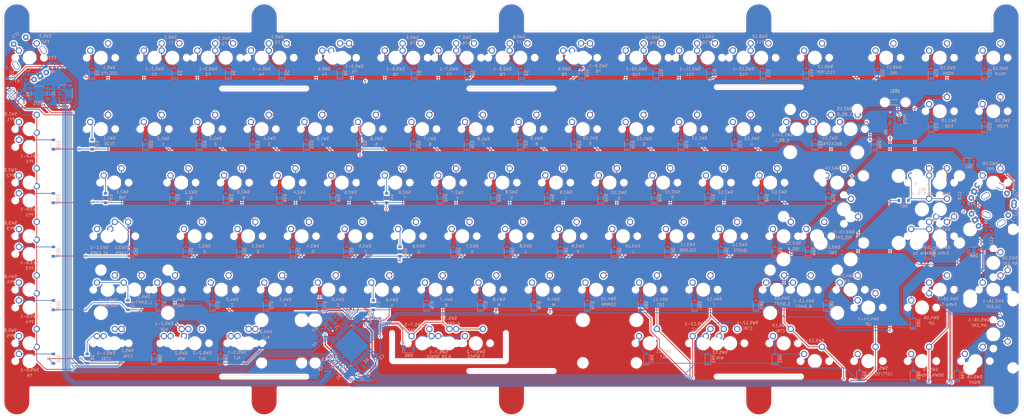
<source format=kicad_pcb>
(kicad_pcb (version 20171130) (host pcbnew "(5.1.2)-1")
  (layers (0 F.Cu signal) (31 B.Cu signal) (34 B.Paste user hide) (35 F.Paste user hide) (36 B.SilkS user) (37 F.SilkS user) (38 B.Mask user) (39 F.Mask user) (44 Edge.Cuts user))
  (net 0 "")
  (net 1 GND)
  (net 2 VCC)
  (net 3 "Net-(C6-Pad1)")
  (net 4 "Net-(C7-Pad1)")
  (net 5 "Net-(C8-Pad1)")
  (net 6 "Net-(C9-Pad1)")
  (net 7 "Net-(D1-Pad2)")
  (net 8 /r0)
  (net 9 "Net-(D2-Pad2)")
  (net 10 "Net-(D3-Pad2)")
  (net 11 "Net-(D4-Pad2)")
  (net 12 "Net-(D5-Pad2)")
  (net 13 "Net-(D6-Pad2)")
  (net 14 "Net-(D7-Pad2)")
  (net 15 "Net-(D8-Pad2)")
  (net 16 "Net-(D9-Pad2)")
  (net 17 "Net-(D10-Pad2)")
  (net 18 "Net-(D11-Pad2)")
  (net 19 "Net-(D12-Pad2)")
  (net 20 "Net-(D13-Pad2)")
  (net 21 "Net-(D14-Pad2)")
  (net 22 "Net-(D15-Pad2)")
  (net 23 "Net-(D16-Pad2)")
  (net 24 "Net-(D17-Pad2)")
  (net 25 /r1)
  (net 26 "Net-(D18-Pad2)")
  (net 27 "Net-(D19-Pad2)")
  (net 28 "Net-(D20-Pad2)")
  (net 29 "Net-(D21-Pad2)")
  (net 30 "Net-(D22-Pad2)")
  (net 31 "Net-(D23-Pad2)")
  (net 32 "Net-(D24-Pad2)")
  (net 33 "Net-(D25-Pad2)")
  (net 34 "Net-(D26-Pad2)")
  (net 35 "Net-(D27-Pad2)")
  (net 36 "Net-(D28-Pad2)")
  (net 37 "Net-(D29-Pad2)")
  (net 38 "Net-(D30-Pad2)")
  (net 39 "Net-(D31-Pad2)")
  (net 40 "Net-(D32-Pad2)")
  (net 41 "Net-(D33-Pad2)")
  (net 42 "Net-(D34-Pad2)")
  (net 43 "Net-(D35-Pad2)")
  (net 44 /r2)
  (net 45 "Net-(D36-Pad2)")
  (net 46 "Net-(D37-Pad2)")
  (net 47 "Net-(D38-Pad2)")
  (net 48 "Net-(D39-Pad2)")
  (net 49 "Net-(D40-Pad2)")
  (net 50 "Net-(D41-Pad2)")
  (net 51 "Net-(D42-Pad2)")
  (net 52 "Net-(D43-Pad2)")
  (net 53 "Net-(D44-Pad2)")
  (net 54 "Net-(D45-Pad2)")
  (net 55 "Net-(D46-Pad2)")
  (net 56 "Net-(D47-Pad2)")
  (net 57 "Net-(D48-Pad2)")
  (net 58 "Net-(D49-Pad2)")
  (net 59 "Net-(D50-Pad2)")
  (net 60 "Net-(D51-Pad2)")
  (net 61 /r3)
  (net 62 "Net-(D52-Pad2)")
  (net 63 "Net-(D53-Pad2)")
  (net 64 "Net-(D54-Pad2)")
  (net 65 "Net-(D55-Pad2)")
  (net 66 "Net-(D56-Pad2)")
  (net 67 "Net-(D57-Pad2)")
  (net 68 "Net-(D58-Pad2)")
  (net 69 "Net-(D59-Pad2)")
  (net 70 "Net-(D60-Pad2)")
  (net 71 "Net-(D61-Pad2)")
  (net 72 "Net-(D62-Pad2)")
  (net 73 "Net-(D63-Pad2)")
  (net 74 "Net-(D64-Pad2)")
  (net 75 "Net-(D65-Pad2)")
  (net 76 "Net-(D66-Pad2)")
  (net 77 "Net-(D67-Pad2)")
  (net 78 "Net-(D68-Pad2)")
  (net 79 "Net-(D69-Pad2)")
  (net 80 /r4)
  (net 81 "Net-(D70-Pad2)")
  (net 82 "Net-(D71-Pad2)")
  (net 83 "Net-(D72-Pad2)")
  (net 84 "Net-(D73-Pad2)")
  (net 85 "Net-(D74-Pad2)")
  (net 86 "Net-(D75-Pad2)")
  (net 87 "Net-(D76-Pad2)")
  (net 88 "Net-(D77-Pad2)")
  (net 89 "Net-(D78-Pad2)")
  (net 90 "Net-(D79-Pad2)")
  (net 91 "Net-(D80-Pad2)")
  (net 92 "Net-(D81-Pad2)")
  (net 93 "Net-(D82-Pad2)")
  (net 94 "Net-(D83-Pad2)")
  (net 95 "Net-(D84-Pad2)")
  (net 96 /r5)
  (net 97 "Net-(D85-Pad2)")
  (net 98 "Net-(D86-Pad2)")
  (net 99 "Net-(D87-Pad2)")
  (net 100 "Net-(D88-Pad2)")
  (net 101 "Net-(D89-Pad2)")
  (net 102 "Net-(D90-Pad2)")
  (net 103 "Net-(D91-Pad2)")
  (net 104 "Net-(D92-Pad2)")
  (net 105 "Net-(D93-Pad2)")
  (net 106 "Net-(D94-Pad2)")
  (net 107 "Net-(D95-Pad2)")
  (net 108 "Net-(EC1-PadA)")
  (net 109 "Net-(EC1-PadB)")
  (net 110 /c16)
  (net 111 /D-)
  (net 112 /D+)
  (net 113 /RES)
  (net 114 "Net-(LED1-Pad2)")
  (net 115 /rd-)
  (net 116 /rd+)
  (net 117 /c13)
  (net 118 /c8)
  (net 119 /c2)
  (net 120 /c3)
  (net 121 /c14)
  (net 122 /c9)
  (net 123 /c10)
  (net 124 /c4)
  (net 125 /c11)
  (net 126 /c7)
  (net 127 /c5)
  (net 128 /c6)
  (net 129 /c12)
  (net 130 /enc-)
  (net 131 /c15)
  (net 132 /enc+)
  (net 133 /c0)
  (net 134 /c1)
  (net 135 "Net-(EC2-1-PadA)")
  (net 136 "Net-(EC2-1-PadB)")
  (net 137 "Net-(POT1-Pad1)")
  (net 138 "Net-(R5-Pad2)")
  (net 139 "Net-(D96-Pad2)")
  (module MX_SMK_2:MX_100 (layer F.Cu) (at 34.925 34.925)
    (fp_text reference SW1,1 (at 3 3.2) (layer B.SilkS) (effects (justify mirror)))
    (fp_text value TILDE (at 3 5.2) (layer B.SilkS) (effects (justify mirror)))
    (pad "" np_thru_hole circle (at 5.08 0 48) (size 1.75 1.75) (drill 1.75) (layers *.Cu *.Mask))
    (pad "" np_thru_hole circle (at -5.08 0 48) (size 1.75 1.75) (drill 1.75) (layers *.Cu *.Mask))
    (pad 1 thru_hole circle (at -3.81 -2.54) (size 2.25 2.25) (drill 1.5) (layers *.Cu B.Mask) (net 27 "Net-(D19-Pad2)"))
    (pad 2 thru_hole circle (at 2.54 -5.08) (size 2.25 2.25) (drill 1.5) (layers *.Cu B.Mask) (net 134 /c1))
    (pad "" np_thru_hole circle (at 0 0) (size 3.9878 3.9878) (drill 3.9878) (layers *.Cu *.Mask))
  )
  (module Capacitor_SMD:C_0603_1608Metric (layer B.Cu) (at 113 106.5 225)
    (fp_text reference C7 (at 1.202082 1.484924 225) (layer B.SilkS) (effects (justify mirror)))
    (fp_text value 22p)
    (pad 1 smd roundrect (at -0.7875 0 225) (size 0.875 0.95) (layers B.Cu B.Paste B.Mask) (net 4 "Net-(C7-Pad1)"))
    (pad 2 smd roundrect (at 0.7875 0 225) (size 0.875 0.95) (layers B.Cu B.Paste B.Mask) (net 1 GND))
  )
  (module keebs:EC11E (layer F.Cu) (at 352.425 63.5 30)
    (fp_text reference EC2 (at 9.583348 -1.048845 120) (layer B.SilkS) (effects (justify mirror)))
    (fp_text value EC11E)
    (pad S1 thru_hole circle (at 7 2.5 30) (size 2 2) (drill 1) (layers *.Cu B.Mask) (net 110 /c16))
    (pad S2 thru_hole circle (at 7 -2.5 30) (size 2 2) (drill 1) (layers *.Cu B.Mask) (net 60 "Net-(D51-Pad2)"))
    (pad MP thru_hole roundrect (at 0 5.6 30) (size 3.2 2) (drill oval 2.8 1.5) (layers *.Cu B.Mask) (roundrect_rratio 0.5))
    (pad MP thru_hole roundrect (at 0 -5.6 30) (size 3.2 2) (drill oval 2.8 1.5) (layers *.Cu B.Mask) (roundrect_rratio 0.5))
    (pad B thru_hole circle (at -7.5 2.5 30) (size 2 2) (drill 1) (layers *.Cu B.Mask) (net 136 "Net-(EC2-1-PadB)"))
    (pad C thru_hole rect (at -7.5 0 30) (size 2 2) (drill 1) (layers *.Cu B.Mask) (net 1 GND))
    (pad A thru_hole circle (at -7.5 -2.5 30) (size 2 2) (drill 1) (layers *.Cu B.Mask) (net 135 "Net-(EC2-1-PadA)"))
  )
  (module Crystal:Crystal_SMD_SeikoEpson_FA238-4Pin_3.2x2.5mm (layer B.Cu) (at 116.7 104.3 45)
    (fp_text reference Y1 (at 0.777817 2.474874 45) (layer B.SilkS) (effects (justify mirror)))
    (fp_text value 16M)
    (pad 1 smd rect (at -1.1 -0.8 45) (size 1.4 1.2) (layers B.Cu B.Paste B.Mask) (net 4 "Net-(C7-Pad1)"))
    (pad 2 smd rect (at 1.1 -0.8 45) (size 1.4 1.2) (layers B.Cu B.Paste B.Mask) (net 1 GND))
    (pad 3 smd rect (at 1.1 0.8 45) (size 1.4 1.2) (layers B.Cu B.Paste B.Mask) (net 5 "Net-(C8-Pad1)"))
    (pad 4 smd rect (at -1.1 0.8 45) (size 1.4 1.2) (layers B.Cu B.Paste B.Mask) (net 1 GND))
  )
  (module Package_QFP:TQFP-44_10x10mm_P0.8mm (layer B.Cu) (at 124 112 45)
    (fp_text reference U1 (at 0 7.450001 45) (layer B.SilkS) (effects (justify mirror)))
    (fp_text value ATMEGA32U4)
    (pad 1 smd rect (at -5.7 4 45) (size 1.5 0.55) (layers B.Cu B.Paste B.Mask) (net 110 /c16))
    (pad 2 smd rect (at -5.7 3.2 45) (size 1.5 0.55) (layers B.Cu B.Paste B.Mask) (net 2 VCC))
    (pad 3 smd rect (at -5.7 2.4 45) (size 1.5 0.55) (layers B.Cu B.Paste B.Mask) (net 115 /rd-))
    (pad 4 smd rect (at -5.7 1.6 45) (size 1.5 0.55) (layers B.Cu B.Paste B.Mask) (net 116 /rd+))
    (pad 5 smd rect (at -5.7 0.8 45) (size 1.5 0.55) (layers B.Cu B.Paste B.Mask) (net 1 GND))
    (pad 6 smd rect (at -5.7 0 45) (size 1.5 0.55) (layers B.Cu B.Paste B.Mask) (net 3 "Net-(C6-Pad1)"))
    (pad 7 smd rect (at -5.7 -0.8 45) (size 1.5 0.55) (layers B.Cu B.Paste B.Mask) (net 2 VCC))
    (pad 8 smd rect (at -5.7 -1.6 45) (size 1.5 0.55) (layers B.Cu B.Paste B.Mask) (net 130 /enc-))
    (pad 9 smd rect (at -5.7 -2.4 45) (size 1.5 0.55) (layers B.Cu B.Paste B.Mask) (net 132 /enc+))
    (pad 10 smd rect (at -5.7 -3.2 45) (size 1.5 0.55) (layers B.Cu B.Paste B.Mask) (net 133 /c0))
    (pad 11 smd rect (at -5.7 -4 45) (size 1.5 0.55) (layers B.Cu B.Paste B.Mask) (net 134 /c1))
    (pad 12 smd rect (at -4 -5.7 315) (size 1.5 0.55) (layers B.Cu B.Paste B.Mask) (net 119 /c2))
    (pad 13 smd rect (at -3.2 -5.7 315) (size 1.5 0.55) (layers B.Cu B.Paste B.Mask) (net 113 /RES))
    (pad 14 smd rect (at -2.4 -5.7 315) (size 1.5 0.55) (layers B.Cu B.Paste B.Mask) (net 2 VCC))
    (pad 15 smd rect (at -1.6 -5.7 315) (size 1.5 0.55) (layers B.Cu B.Paste B.Mask) (net 1 GND))
    (pad 16 smd rect (at -0.8 -5.7 315) (size 1.5 0.55) (layers B.Cu B.Paste B.Mask) (net 4 "Net-(C7-Pad1)"))
    (pad 17 smd rect (at 0 -5.7 315) (size 1.5 0.55) (layers B.Cu B.Paste B.Mask) (net 5 "Net-(C8-Pad1)"))
    (pad 18 smd rect (at 0.8 -5.7 315) (size 1.5 0.55) (layers B.Cu B.Paste B.Mask) (net 120 /c3))
    (pad 19 smd rect (at 1.6 -5.7 315) (size 1.5 0.55) (layers B.Cu B.Paste B.Mask) (net 124 /c4))
    (pad 20 smd rect (at 2.4 -5.7 315) (size 1.5 0.55) (layers B.Cu B.Paste B.Mask) (net 127 /c5))
    (pad 21 smd rect (at 3.2 -5.7 315) (size 1.5 0.55) (layers B.Cu B.Paste B.Mask) (net 25 /r1))
    (pad 22 smd rect (at 4 -5.7 315) (size 1.5 0.55) (layers B.Cu B.Paste B.Mask) (net 8 /r0))
    (pad 23 smd rect (at 5.7 -4 45) (size 1.5 0.55) (layers B.Cu B.Paste B.Mask) (net 1 GND))
    (pad 24 smd rect (at 5.7 -3.2 45) (size 1.5 0.55) (layers B.Cu B.Paste B.Mask) (net 2 VCC))
    (pad 25 smd rect (at 5.7 -2.4 45) (size 1.5 0.55) (layers B.Cu B.Paste B.Mask) (net 44 /r2))
    (pad 26 smd rect (at 5.7 -1.6 45) (size 1.5 0.55) (layers B.Cu B.Paste B.Mask) (net 61 /r3))
    (pad 27 smd rect (at 5.7 -0.8 45) (size 1.5 0.55) (layers B.Cu B.Paste B.Mask) (net 80 /r4))
    (pad 28 smd rect (at 5.7 0 45) (size 1.5 0.55) (layers B.Cu B.Paste B.Mask) (net 96 /r5))
    (pad 29 smd rect (at 5.7 0.8 45) (size 1.5 0.55) (layers B.Cu B.Paste B.Mask) (net 128 /c6))
    (pad 30 smd rect (at 5.7 1.6 45) (size 1.5 0.55) (layers B.Cu B.Paste B.Mask) (net 126 /c7))
    (pad 31 smd rect (at 5.7 2.4 45) (size 1.5 0.55) (layers B.Cu B.Paste B.Mask) (net 118 /c8))
    (pad 32 smd rect (at 5.7 3.2 45) (size 1.5 0.55) (layers B.Cu B.Paste B.Mask) (net 122 /c9))
    (pad 33 smd rect (at 5.7 4 45) (size 1.5 0.55) (layers B.Cu B.Paste B.Mask) (net 138 "Net-(R5-Pad2)"))
    (pad 34 smd rect (at 4 5.7 315) (size 1.5 0.55) (layers B.Cu B.Paste B.Mask) (net 2 VCC))
    (pad 35 smd rect (at 3.2 5.7 315) (size 1.5 0.55) (layers B.Cu B.Paste B.Mask) (net 1 GND))
    (pad 36 smd rect (at 2.4 5.7 315) (size 1.5 0.55) (layers B.Cu B.Paste B.Mask) (net 123 /c10))
    (pad 37 smd rect (at 1.6 5.7 315) (size 1.5 0.55) (layers B.Cu B.Paste B.Mask) (net 125 /c11))
    (pad 38 smd rect (at 0.8 5.7 315) (size 1.5 0.55) (layers B.Cu B.Paste B.Mask) (net 129 /c12))
    (pad 39 smd rect (at 0 5.7 315) (size 1.5 0.55) (layers B.Cu B.Paste B.Mask) (net 117 /c13))
    (pad 40 smd rect (at -0.8 5.7 315) (size 1.5 0.55) (layers B.Cu B.Paste B.Mask) (net 121 /c14))
    (pad 41 smd rect (at -1.6 5.7 315) (size 1.5 0.55) (layers B.Cu B.Paste B.Mask) (net 131 /c15))
    (pad 42 smd rect (at -2.4 5.7 315) (size 1.5 0.55) (layers B.Cu B.Paste B.Mask) (net 6 "Net-(C9-Pad1)"))
    (pad 43 smd rect (at -3.2 5.7 315) (size 1.5 0.55) (layers B.Cu B.Paste B.Mask) (net 1 GND))
    (pad 44 smd rect (at -4 5.7 315) (size 1.5 0.55) (layers B.Cu B.Paste B.Mask) (net 2 VCC))
  )
  (module keebs:PinHeader_2x03_P1.27mm_Vertical_center (layer F.Cu) (at 3 22.225 180)
    (fp_text reference J2 (at -2.3 -0.975 180) (layer B.SilkS) (effects (justify mirror)))
    (fp_text value Conn_02x03_Odd_Even)
    (pad 1 thru_hole circle (at -0.635 -1.27 180) (size 1 1) (drill 0.65) (layers *.Cu B.Mask) (net 134 /c1))
    (pad 2 thru_hole oval (at 0.635 -1.27 180) (size 1 1) (drill 0.65) (layers *.Cu B.Mask) (net 2 VCC))
    (pad 3 thru_hole oval (at -0.635 0 180) (size 1 1) (drill 0.65) (layers *.Cu B.Mask) (net 132 /enc+))
    (pad 4 thru_hole oval (at 0.635 0 180) (size 1 1) (drill 0.65) (layers *.Cu B.Mask) (net 133 /c0))
    (pad 5 thru_hole oval (at -0.635 1.27 180) (size 1 1) (drill 0.65) (layers *.Cu B.Mask) (net 113 /RES))
    (pad 6 thru_hole rect (at 0.635 1.27 180) (size 1 1) (drill 0.65) (layers *.Cu B.Mask) (net 1 GND))
  )
  (module Button_Switch_SMD:SW_SPST_SKQG_WithStem (layer B.Cu) (at 12.9 22.325 180)
    (fp_text reference RST1 (at 0.4 -3.475 180) (layer B.SilkS) (effects (justify mirror)))
    (fp_text value SW_PUSH)
    (pad 1 smd rect (at -3.1 1.85 180) (size 1.8 1.1) (layers B.Cu B.Paste B.Mask) (net 1 GND))
    (pad 1 smd rect (at 3.1 1.85 180) (size 1.8 1.1) (layers B.Cu B.Paste B.Mask) (net 1 GND))
    (pad 2 smd rect (at -3.1 -1.85 180) (size 1.8 1.1) (layers B.Cu B.Paste B.Mask) (net 113 /RES))
    (pad 2 smd rect (at 3.1 -1.85 180) (size 1.8 1.1) (layers B.Cu B.Paste B.Mask) (net 113 /RES))
  )
  (module keebs:EC11E (layer F.Cu) (at 9.525 9.525 120)
    (fp_text reference EC1 (at 9.462354 -0.339278 210) (layer B.SilkS) (effects (justify mirror)))
    (fp_text value EC11E)
    (pad S1 thru_hole circle (at 7 2.5 120) (size 2 2) (drill 1) (layers *.Cu B.Mask) (net 133 /c0))
    (pad S2 thru_hole circle (at 7 -2.5 120) (size 2 2) (drill 1) (layers *.Cu B.Mask) (net 7 "Net-(D1-Pad2)"))
    (pad MP thru_hole roundrect (at 0 5.6 120) (size 3.2 2) (drill oval 2.8 1.5) (layers *.Cu B.Mask) (roundrect_rratio 0.5))
    (pad MP thru_hole roundrect (at 0 -5.6 120) (size 3.2 2) (drill oval 2.8 1.5) (layers *.Cu B.Mask) (roundrect_rratio 0.5))
    (pad B thru_hole circle (at -7.5 2.5 120) (size 2 2) (drill 1) (layers *.Cu B.Mask) (net 109 "Net-(EC1-PadB)"))
    (pad C thru_hole rect (at -7.5 0 120) (size 2 2) (drill 1) (layers *.Cu B.Mask) (net 1 GND))
    (pad A thru_hole circle (at -7.5 -2.5 120) (size 2 2) (drill 1) (layers *.Cu B.Mask) (net 108 "Net-(EC1-PadA)"))
  )
  (module Connector_JST:JST_SH_SM04B-SRSS-TB_1x04-1MP_P1.00mm_Horizontal (layer B.Cu) (at 22 22.225 270)
    (fp_text reference J1 (at 0 3.98 270) (layer B.SilkS) (effects (justify mirror)))
    (fp_text value Conn_01x04)
    (pad 1 smd roundrect (at -1.5 2 270) (size 0.6 1.55) (layers B.Cu B.Paste B.Mask) (net 1 GND))
    (pad 2 smd roundrect (at -0.5 2 270) (size 0.6 1.55) (layers B.Cu B.Paste B.Mask) (net 112 /D+))
    (pad 3 smd roundrect (at 0.5 2 270) (size 0.6 1.55) (layers B.Cu B.Paste B.Mask) (net 111 /D-))
    (pad 4 smd roundrect (at 1.5 2 270) (size 0.6 1.55) (layers B.Cu B.Paste B.Mask) (net 2 VCC))
    (pad MP smd roundrect (at -2.8 -1.875 270) (size 1.2 1.8) (layers B.Cu B.Paste B.Mask) (roundrect_rratio 0.208333))
    (pad MP smd roundrect (at 2.8 -1.875 270) (size 1.2 1.8) (layers B.Cu B.Paste B.Mask) (roundrect_rratio 0.208333))
  )
  (module Capacitor_SMD:C_0603_1608Metric (layer B.Cu) (at 112.7 109.9 225)
    (fp_text reference C1 (at 2.404163 0 225) (layer B.SilkS) (effects (justify mirror)))
    (fp_text value 0.1u)
    (pad 1 smd roundrect (at -0.7875 0 225) (size 0.875 0.95) (layers B.Cu B.Paste B.Mask) (net 2 VCC))
    (pad 2 smd roundrect (at 0.7875 0 225) (size 0.875 0.95) (layers B.Cu B.Paste B.Mask) (net 1 GND))
  )
  (module Capacitor_SMD:C_0603_1608Metric (layer B.Cu) (at 128.7 103.2 45)
    (fp_text reference C2 (at 0.848528 1.414214 45) (layer B.SilkS) (effects (justify mirror)))
    (fp_text value 0.1u)
    (pad 1 smd roundrect (at -0.7875 0 45) (size 0.875 0.95) (layers B.Cu B.Paste B.Mask) (net 2 VCC))
    (pad 2 smd roundrect (at 0.7875 0 45) (size 0.875 0.95) (layers B.Cu B.Paste B.Mask) (net 1 GND))
  )
  (module Capacitor_SMD:C_0603_1608Metric (layer B.Cu) (at 132.5 115.6 225)
    (fp_text reference C3 (at -1.343503 -1.909188 225) (layer B.SilkS) (effects (justify mirror)))
    (fp_text value 0.1u)
    (pad 1 smd roundrect (at -0.7875 0 225) (size 0.875 0.95) (layers B.Cu B.Paste B.Mask) (net 2 VCC))
    (pad 2 smd roundrect (at 0.7875 0 225) (size 0.875 0.95) (layers B.Cu B.Paste B.Mask) (net 1 GND))
  )
  (module Capacitor_SMD:C_0603_1608Metric (layer B.Cu) (at 127.5 121.5 315)
    (fp_text reference C4 (at 1.484924 1.484924 315) (layer B.SilkS) (effects (justify mirror)))
    (fp_text value 0.1u)
    (pad 1 smd roundrect (at -0.7875 0 315) (size 0.875 0.95) (layers B.Cu B.Paste B.Mask) (net 2 VCC))
    (pad 2 smd roundrect (at 0.7875 0 315) (size 0.875 0.95) (layers B.Cu B.Paste B.Mask) (net 1 GND))
  )
  (module Capacitor_SMD:C_0603_1608Metric (layer B.Cu) (at 116.5 117.5 180)
    (fp_text reference C5 (at 2.2 0.7 180) (layer B.SilkS) (effects (justify mirror)))
    (fp_text value 1u)
    (pad 1 smd roundrect (at -0.7875 0 180) (size 0.875 0.95) (layers B.Cu B.Paste B.Mask) (net 2 VCC))
    (pad 2 smd roundrect (at 0.7875 0 180) (size 0.875 0.95) (layers B.Cu B.Paste B.Mask) (net 1 GND))
  )
  (module Capacitor_SMD:C_0603_1608Metric (layer B.Cu) (at 115.2 120.5 225)
    (fp_text reference C6 (at 1.272792 1.838478 225) (layer B.SilkS) (effects (justify mirror)))
    (fp_text value 1u)
    (pad 1 smd roundrect (at -0.7875 0 225) (size 0.875 0.95) (layers B.Cu B.Paste B.Mask) (net 3 "Net-(C6-Pad1)"))
    (pad 2 smd roundrect (at 0.7875 0 225) (size 0.875 0.95) (layers B.Cu B.Paste B.Mask) (net 1 GND))
  )
  (module Capacitor_SMD:C_0603_1608Metric (layer B.Cu) (at 118.943153 101.943153 135)
    (fp_text reference C8 (at 0 1.43 135) (layer B.SilkS) (effects (justify mirror)))
    (fp_text value 22p)
    (pad 1 smd roundrect (at -0.7875 0 135) (size 0.875 0.95) (layers B.Cu B.Paste B.Mask) (net 5 "Net-(C8-Pad1)"))
    (pad 2 smd roundrect (at 0.7875 0 135) (size 0.875 0.95) (layers B.Cu B.Paste B.Mask) (net 1 GND))
  )
  (module Capacitor_SMD:C_0603_1608Metric (layer B.Cu) (at 129 120 315)
    (fp_text reference C9 (at 2.262742 0.989949 315) (layer B.SilkS) (effects (justify mirror)))
    (fp_text value 0.1u)
    (pad 1 smd roundrect (at -0.7875 0 315) (size 0.875 0.95) (layers B.Cu B.Paste B.Mask) (net 6 "Net-(C9-Pad1)"))
    (pad 2 smd roundrect (at 0.7875 0 315) (size 0.875 0.95) (layers B.Cu B.Paste B.Mask) (net 1 GND))
  )
  (module Capacitor_SMD:C_0603_1608Metric (layer B.Cu) (at 8.2 15.4)
    (fp_text reference C10 (at 0.1 -1.6) (layer B.SilkS) (effects (justify mirror)))
    (fp_text value 0.1u)
    (pad 1 smd roundrect (at -0.7875 0) (size 0.875 0.95) (layers B.Cu B.Paste B.Mask) (net 132 /enc+))
    (pad 2 smd roundrect (at 0.7875 0) (size 0.875 0.95) (layers B.Cu B.Paste B.Mask) (net 1 GND))
  )
  (module Capacitor_SMD:C_0603_1608Metric (layer B.Cu) (at 17.6 11.4)
    (fp_text reference C11 (at 0 -1.9) (layer B.SilkS) (effects (justify mirror)))
    (fp_text value 0.1u)
    (pad 1 smd roundrect (at -0.7875 0) (size 0.875 0.95) (layers B.Cu B.Paste B.Mask) (net 1 GND))
    (pad 2 smd roundrect (at 0.7875 0) (size 0.875 0.95) (layers B.Cu B.Paste B.Mask) (net 130 /enc-))
  )
  (module Capacitor_SMD:C_0603_1608Metric (layer B.Cu) (at 351.7 71.8 90)
    (fp_text reference C12 (at -2.8 0 90) (layer B.SilkS) (effects (justify mirror)))
    (fp_text value 0.1u)
    (pad 1 smd roundrect (at -0.7875 0 90) (size 0.875 0.95) (layers B.Cu B.Paste B.Mask) (net 1 GND))
    (pad 2 smd roundrect (at 0.7875 0 90) (size 0.875 0.95) (layers B.Cu B.Paste B.Mask) (net 130 /enc-))
  )
  (module Capacitor_SMD:C_0603_1608Metric (layer B.Cu) (at 342 60.2 90)
    (fp_text reference C13 (at 1.6 -1.5 90) (layer B.SilkS) (effects (justify mirror)))
    (fp_text value 0.1u)
    (pad 1 smd roundrect (at -0.7875 0 90) (size 0.875 0.95) (layers B.Cu B.Paste B.Mask) (net 132 /enc+))
    (pad 2 smd roundrect (at 0.7875 0 90) (size 0.875 0.95) (layers B.Cu B.Paste B.Mask) (net 1 GND))
  )
  (module Resistor_SMD:R_0603_1608Metric (layer B.Cu) (at 119.7 121.3 225)
    (fp_text reference R1 (at 1.555635 -1.272792 225) (layer B.SilkS) (effects (justify mirror)))
    (fp_text value 22)
    (pad 1 smd roundrect (at -0.7875 0 225) (size 0.875 0.95) (layers B.Cu B.Paste B.Mask) (net 115 /rd-))
    (pad 2 smd roundrect (at 0.7875 0 225) (size 0.875 0.95) (layers B.Cu B.Paste B.Mask) (net 111 /D-))
  )
  (module Resistor_SMD:R_0603_1608Metric (layer B.Cu) (at 118.6 120.2 225)
    (fp_text reference R2 (at 0.070711 1.343503 225) (layer B.SilkS) (effects (justify mirror)))
    (fp_text value 22)
    (pad 1 smd roundrect (at -0.7875 0 225) (size 0.875 0.95) (layers B.Cu B.Paste B.Mask) (net 116 /rd+))
    (pad 2 smd roundrect (at 0.7875 0 225) (size 0.875 0.95) (layers B.Cu B.Paste B.Mask) (net 112 /D+))
  )
  (module Resistor_SMD:R_0603_1608Metric (layer B.Cu) (at 7.5 23.5 90)
    (fp_text reference R6 (at 0.9 1.43 90) (layer B.SilkS) (effects (justify mirror)))
    (fp_text value 10K)
    (pad 1 smd roundrect (at -0.7875 0 90) (size 0.875 0.95) (layers B.Cu B.Paste B.Mask) (net 113 /RES))
    (pad 2 smd roundrect (at 0.7875 0 90) (size 0.875 0.95) (layers B.Cu B.Paste B.Mask) (net 2 VCC))
  )
  (module Resistor_SMD:R_0603_1608Metric (layer B.Cu) (at 7.5 17.3 180)
    (fp_text reference R7 (at 2.4 -0.6 180) (layer B.SilkS) (effects (justify mirror)))
    (fp_text value 10K)
    (pad 1 smd roundrect (at -0.7875 0 180) (size 0.875 0.95) (layers B.Cu B.Paste B.Mask) (net 108 "Net-(EC1-PadA)"))
    (pad 2 smd roundrect (at 0.7875 0 180) (size 0.875 0.95) (layers B.Cu B.Paste B.Mask) (net 132 /enc+))
  )
  (module Resistor_SMD:R_0603_1608Metric (layer B.Cu) (at 17.6 13 180)
    (fp_text reference R8 (at 0 -1.5 180) (layer B.SilkS) (effects (justify mirror)))
    (fp_text value 10K)
    (pad 1 smd roundrect (at -0.7875 0 180) (size 0.875 0.95) (layers B.Cu B.Paste B.Mask) (net 130 /enc-))
    (pad 2 smd roundrect (at 0.7875 0 180) (size 0.875 0.95) (layers B.Cu B.Paste B.Mask) (net 109 "Net-(EC1-PadB)"))
  )
  (module Resistor_SMD:R_0603_1608Metric (layer B.Cu) (at 349.9 70.2 90)
    (fp_text reference R9 (at 2.4 0 90) (layer B.SilkS) (effects (justify mirror)))
    (fp_text value 10K)
    (pad 1 smd roundrect (at -0.7875 0 90) (size 0.875 0.95) (layers B.Cu B.Paste B.Mask) (net 130 /enc-))
    (pad 2 smd roundrect (at 0.7875 0 90) (size 0.875 0.95) (layers B.Cu B.Paste B.Mask) (net 136 "Net-(EC2-1-PadB)"))
  )
  (module Resistor_SMD:R_0603_1608Metric (layer B.Cu) (at 343.9 62.8 180)
    (fp_text reference R10 (at -0.8 1.2 180) (layer B.SilkS) (effects (justify mirror)))
    (fp_text value 10K)
    (pad 1 smd roundrect (at -0.7875 0 180) (size 0.875 0.95) (layers B.Cu B.Paste B.Mask) (net 135 "Net-(EC2-1-PadA)"))
    (pad 2 smd roundrect (at 0.7875 0 180) (size 0.875 0.95) (layers B.Cu B.Paste B.Mask) (net 132 /enc+))
  )
  (module keebs:EC11E (layer F.Cu) (at 352.425 60.325 335)
    (fp_text reference EC2-1 (at 9.360378 1.676178 65) (layer B.SilkS) (effects (justify mirror)))
    (fp_text value EC11E)
    (pad S1 thru_hole circle (at 7 2.5 335) (size 2 2) (drill 1) (layers *.Cu B.Mask) (net 60 "Net-(D51-Pad2)"))
    (pad S2 thru_hole circle (at 7 -2.5 335) (size 2 2) (drill 1) (layers *.Cu B.Mask) (net 110 /c16))
    (pad MP thru_hole roundrect (at 0 5.6 335) (size 3.2 2) (drill oval 2.8 1.5) (layers *.Cu B.Mask) (roundrect_rratio 0.5))
    (pad MP thru_hole roundrect (at 0 -5.6 335) (size 3.2 2) (drill oval 2.8 1.5) (layers *.Cu B.Mask) (roundrect_rratio 0.5))
    (pad B thru_hole circle (at -7.5 2.5 335) (size 2 2) (drill 1) (layers *.Cu B.Mask) (net 136 "Net-(EC2-1-PadB)"))
    (pad C thru_hole rect (at -7.5 0 335) (size 2 2) (drill 1) (layers *.Cu B.Mask) (net 1 GND))
    (pad A thru_hole circle (at -7.5 -2.5 335) (size 2 2) (drill 1) (layers *.Cu B.Mask) (net 135 "Net-(EC2-1-PadA)"))
  )
  (module keebs:LED_0805_lightpipe (layer F.Cu) (at 317.5 25.4)
    (fp_text reference LED1 (at 0 -4) (layer F.SilkS))
    (fp_text value "3V 5mA")
    (pad "" np_thru_hole circle (at -3.7 0) (size 2.57 2.57) (drill 2.57) (layers *.Cu *.Mask))
    (pad "" np_thru_hole circle (at 3.7 0) (size 2.57 2.57) (drill 2.57) (layers *.Cu *.Mask))
    (pad 2 smd roundrect (at 0.9625 0) (size 1.325 1.3) (layers F.Cu F.Paste F.Mask) (roundrect_rratio 0.192308) (net 114 "Net-(LED1-Pad2)"))
    (pad 1 smd roundrect (at -0.9625 0) (size 1.325 1.3) (layers F.Cu F.Paste F.Mask) (roundrect_rratio 0.192308) (net 1 GND))
  )
  (module digikey-footprints:Trimpot_3.8mmx3.6mm_TC33X-2-103E (layer B.Cu) (at 317.5 31.5 90)
    (fp_text reference POT1 (at 0 3.54 90) (layer B.SilkS) (effects (justify mirror)))
    (fp_text value TC33X-2-103E)
    (pad 3 smd rect (at 1 -1.8 90) (size 1.2 1.2) (layers B.Cu B.Paste B.Mask) (net 1 GND))
    (pad 1 smd rect (at -1 -1.8 90) (size 1.2 1.2) (layers B.Cu B.Paste B.Mask) (net 137 "Net-(POT1-Pad1)"))
    (pad 2 smd rect (at 0 1.45 90) (size 1.6 1.5) (layers B.Cu B.Paste B.Mask) (net 114 "Net-(LED1-Pad2)"))
  )
  (module Resistor_SMD:R_0603_1608Metric (layer B.Cu) (at 315.7 36 270)
    (fp_text reference R5 (at 0 1.43 270) (layer B.SilkS) (effects (justify mirror)))
    (fp_text value 440)
    (pad 2 smd roundrect (at 0.7875 0 270) (size 0.875 0.95) (layers B.Cu B.Paste B.Mask) (net 138 "Net-(R5-Pad2)"))
    (pad 1 smd roundrect (at -0.7875 0 270) (size 0.875 0.95) (layers B.Cu B.Paste B.Mask) (net 137 "Net-(POT1-Pad1)"))
  )
  (module MX_SMK_2:MX_100 (layer F.Cu) (at 314.325 9.525)
    (fp_text reference SW0,14 (at 2.7 3.4) (layer B.SilkS) (effects (justify mirror)))
    (fp_text value INS (at 2.7 5.4) (layer B.SilkS) (effects (justify mirror)))
    (pad "" np_thru_hole circle (at 5.08 0 48) (size 1.75 1.75) (drill 1.75) (layers *.Cu *.Mask))
    (pad "" np_thru_hole circle (at -5.08 0 48) (size 1.75 1.75) (drill 1.75) (layers *.Cu *.Mask))
    (pad 1 thru_hole circle (at -3.81 -2.54) (size 2.25 2.25) (drill 1.5) (layers *.Cu B.Mask) (net 22 "Net-(D15-Pad2)"))
    (pad 2 thru_hole circle (at 2.54 -5.08) (size 2.25 2.25) (drill 1.5) (layers *.Cu B.Mask) (net 121 /c14))
    (pad "" np_thru_hole circle (at 0 0) (size 3.9878 3.9878) (drill 3.9878) (layers *.Cu *.Mask))
  )
  (module MX_SMK_2:MX_100 (layer F.Cu) (at 352.425 9.525)
    (fp_text reference SW0,16 (at 2.5 3.8) (layer B.SilkS) (effects (justify mirror)))
    (fp_text value PGUP (at 2.5 5.8) (layer B.SilkS) (effects (justify mirror)))
    (pad "" np_thru_hole circle (at 0 0) (size 3.9878 3.9878) (drill 3.9878) (layers *.Cu *.Mask))
    (pad 2 thru_hole circle (at 2.54 -5.08) (size 2.25 2.25) (drill 1.5) (layers *.Cu B.Mask) (net 110 /c16))
    (pad 1 thru_hole circle (at -3.81 -2.54) (size 2.25 2.25) (drill 1.5) (layers *.Cu B.Mask) (net 24 "Net-(D17-Pad2)"))
    (pad "" np_thru_hole circle (at -5.08 0 48) (size 1.75 1.75) (drill 1.75) (layers *.Cu *.Mask))
    (pad "" np_thru_hole circle (at 5.08 0 48) (size 1.75 1.75) (drill 1.75) (layers *.Cu *.Mask))
  )
  (module MX_SMK_2:MX_100 (layer F.Cu) (at 333.375 9.525)
    (fp_text reference SW0,15 (at 2.9 3.6) (layer B.SilkS) (effects (justify mirror)))
    (fp_text value HOME (at 2.9 5.6) (layer B.SilkS) (effects (justify mirror)))
    (pad "" np_thru_hole circle (at 5.08 0 48) (size 1.75 1.75) (drill 1.75) (layers *.Cu *.Mask))
    (pad "" np_thru_hole circle (at -5.08 0 48) (size 1.75 1.75) (drill 1.75) (layers *.Cu *.Mask))
    (pad 1 thru_hole circle (at -3.81 -2.54) (size 2.25 2.25) (drill 1.5) (layers *.Cu B.Mask) (net 23 "Net-(D16-Pad2)"))
    (pad 2 thru_hole circle (at 2.54 -5.08) (size 2.25 2.25) (drill 1.5) (layers *.Cu B.Mask) (net 131 /c15))
    (pad "" np_thru_hole circle (at 0 0) (size 3.9878 3.9878) (drill 3.9878) (layers *.Cu *.Mask))
  )
  (module MX_SMK_2:MX_100 (layer F.Cu) (at 146.05 9.525)
    (fp_text reference SW0,6 (at -0.3 -7.2) (layer B.SilkS) (effects (justify mirror)))
    (fp_text value F5 (at -0.3 -5.2) (layer B.SilkS) (effects (justify mirror)))
    (pad "" np_thru_hole circle (at 5.08 0 48) (size 1.75 1.75) (drill 1.75) (layers *.Cu *.Mask))
    (pad "" np_thru_hole circle (at -5.08 0 48) (size 1.75 1.75) (drill 1.75) (layers *.Cu *.Mask))
    (pad 1 thru_hole circle (at -3.81 -2.54) (size 2.25 2.25) (drill 1.5) (layers *.Cu B.Mask) (net 14 "Net-(D7-Pad2)"))
    (pad 2 thru_hole circle (at 2.54 -5.08) (size 2.25 2.25) (drill 1.5) (layers *.Cu B.Mask) (net 128 /c6))
    (pad "" np_thru_hole circle (at 0 0) (size 3.9878 3.9878) (drill 3.9878) (layers *.Cu *.Mask))
  )
  (module MX_SMK_2:MX_100 (layer F.Cu) (at 98.425 9.525)
    (fp_text reference SW0,4 (at -0.7 -7.4) (layer B.SilkS) (effects (justify mirror)))
    (fp_text value F3 (at -0.7 -5.4) (layer B.SilkS) (effects (justify mirror)))
    (pad "" np_thru_hole circle (at 5.08 0 48) (size 1.75 1.75) (drill 1.75) (layers *.Cu *.Mask))
    (pad "" np_thru_hole circle (at -5.08 0 48) (size 1.75 1.75) (drill 1.75) (layers *.Cu *.Mask))
    (pad 1 thru_hole circle (at -3.81 -2.54) (size 2.25 2.25) (drill 1.5) (layers *.Cu B.Mask) (net 12 "Net-(D5-Pad2)"))
    (pad 2 thru_hole circle (at 2.54 -5.08) (size 2.25 2.25) (drill 1.5) (layers *.Cu B.Mask) (net 124 /c4))
    (pad "" np_thru_hole circle (at 0 0) (size 3.9878 3.9878) (drill 3.9878) (layers *.Cu *.Mask))
  )
  (module MX_SMK_2:MX_100 (layer F.Cu) (at 250.825 9.525)
    (fp_text reference SW0,11 (at -0.5 -7.5) (layer B.SilkS) (effects (justify mirror)))
    (fp_text value F10 (at -0.5 -5.5) (layer B.SilkS) (effects (justify mirror)))
    (pad "" np_thru_hole circle (at 5.08 0 48) (size 1.75 1.75) (drill 1.75) (layers *.Cu *.Mask))
    (pad "" np_thru_hole circle (at -5.08 0 48) (size 1.75 1.75) (drill 1.75) (layers *.Cu *.Mask))
    (pad 1 thru_hole circle (at -3.81 -2.54) (size 2.25 2.25) (drill 1.5) (layers *.Cu B.Mask) (net 19 "Net-(D12-Pad2)"))
    (pad 2 thru_hole circle (at 2.54 -5.08) (size 2.25 2.25) (drill 1.5) (layers *.Cu B.Mask) (net 125 /c11))
    (pad "" np_thru_hole circle (at 0 0) (size 3.9878 3.9878) (drill 3.9878) (layers *.Cu *.Mask))
  )
  (module MX_SMK_2:MX_100 (layer F.Cu) (at 269.875 9.525)
    (fp_text reference SW0,12 (at -0.5 -7.6) (layer B.SilkS) (effects (justify mirror)))
    (fp_text value F11 (at -0.5 -5.6) (layer B.SilkS) (effects (justify mirror)))
    (pad "" np_thru_hole circle (at 5.08 0 48) (size 1.75 1.75) (drill 1.75) (layers *.Cu *.Mask))
    (pad "" np_thru_hole circle (at -5.08 0 48) (size 1.75 1.75) (drill 1.75) (layers *.Cu *.Mask))
    (pad 1 thru_hole circle (at -3.81 -2.54) (size 2.25 2.25) (drill 1.5) (layers *.Cu B.Mask) (net 20 "Net-(D13-Pad2)"))
    (pad 2 thru_hole circle (at 2.54 -5.08) (size 2.25 2.25) (drill 1.5) (layers *.Cu B.Mask) (net 129 /c12))
    (pad "" np_thru_hole circle (at 0 0) (size 3.9878 3.9878) (drill 3.9878) (layers *.Cu *.Mask))
  )
  (module MX_SMK_2:MX_100 (layer F.Cu) (at 184.15 9.525)
    (fp_text reference SW0,8 (at -0.4 -7.4) (layer B.SilkS) (effects (justify mirror)))
    (fp_text value F7 (at -0.4 -5.4) (layer B.SilkS) (effects (justify mirror)))
    (pad "" np_thru_hole circle (at 5.08 0 48) (size 1.75 1.75) (drill 1.75) (layers *.Cu *.Mask))
    (pad "" np_thru_hole circle (at -5.08 0 48) (size 1.75 1.75) (drill 1.75) (layers *.Cu *.Mask))
    (pad 1 thru_hole circle (at -3.81 -2.54) (size 2.25 2.25) (drill 1.5) (layers *.Cu B.Mask) (net 16 "Net-(D9-Pad2)"))
    (pad 2 thru_hole circle (at 2.54 -5.08) (size 2.25 2.25) (drill 1.5) (layers *.Cu B.Mask) (net 118 /c8))
    (pad "" np_thru_hole circle (at 0 0) (size 3.9878 3.9878) (drill 3.9878) (layers *.Cu *.Mask))
  )
  (module MX_SMK_2:MX_100 (layer F.Cu) (at 231.775 9.525)
    (fp_text reference SW0,10 (at -0.5 -7.2) (layer B.SilkS) (effects (justify mirror)))
    (fp_text value F9 (at -0.5 -5.2) (layer B.SilkS) (effects (justify mirror)))
    (pad "" np_thru_hole circle (at 0 0) (size 3.9878 3.9878) (drill 3.9878) (layers *.Cu *.Mask))
    (pad 2 thru_hole circle (at 2.54 -5.08) (size 2.25 2.25) (drill 1.5) (layers *.Cu B.Mask) (net 123 /c10))
    (pad 1 thru_hole circle (at -3.81 -2.54) (size 2.25 2.25) (drill 1.5) (layers *.Cu B.Mask) (net 18 "Net-(D11-Pad2)"))
    (pad "" np_thru_hole circle (at -5.08 0 48) (size 1.75 1.75) (drill 1.75) (layers *.Cu *.Mask))
    (pad "" np_thru_hole circle (at 5.08 0 48) (size 1.75 1.75) (drill 1.75) (layers *.Cu *.Mask))
  )
  (module MX_SMK_2:MX_100 (layer F.Cu) (at 60.325 9.525)
    (fp_text reference SW0,2 (at -0.6 -7.3) (layer B.SilkS) (effects (justify mirror)))
    (fp_text value F1 (at -0.6 -5.3) (layer B.SilkS) (effects (justify mirror)))
    (pad "" np_thru_hole circle (at 5.08 0 48) (size 1.75 1.75) (drill 1.75) (layers *.Cu *.Mask))
    (pad "" np_thru_hole circle (at -5.08 0 48) (size 1.75 1.75) (drill 1.75) (layers *.Cu *.Mask))
    (pad 1 thru_hole circle (at -3.81 -2.54) (size 2.25 2.25) (drill 1.5) (layers *.Cu B.Mask) (net 10 "Net-(D3-Pad2)"))
    (pad 2 thru_hole circle (at 2.54 -5.08) (size 2.25 2.25) (drill 1.5) (layers *.Cu B.Mask) (net 119 /c2))
    (pad "" np_thru_hole circle (at 0 0) (size 3.9878 3.9878) (drill 3.9878) (layers *.Cu *.Mask))
  )
  (module MX_SMK_2:MX_100 (layer F.Cu) (at 203.2 9.525)
    (fp_text reference SW0,9 (at -3.4 4) (layer B.SilkS) (effects (justify mirror)))
    (fp_text value F8 (at -3.4 6) (layer B.SilkS) (effects (justify mirror)))
    (pad "" np_thru_hole circle (at 0 0) (size 3.9878 3.9878) (drill 3.9878) (layers *.Cu *.Mask))
    (pad 2 thru_hole circle (at 2.54 -5.08) (size 2.25 2.25) (drill 1.5) (layers *.Cu B.Mask) (net 122 /c9))
    (pad 1 thru_hole circle (at -3.81 -2.54) (size 2.25 2.25) (drill 1.5) (layers *.Cu B.Mask) (net 17 "Net-(D10-Pad2)"))
    (pad "" np_thru_hole circle (at -5.08 0 48) (size 1.75 1.75) (drill 1.75) (layers *.Cu *.Mask))
    (pad "" np_thru_hole circle (at 5.08 0 48) (size 1.75 1.75) (drill 1.75) (layers *.Cu *.Mask))
  )
  (module MX_SMK_2:MX_100 (layer F.Cu) (at 79.375 9.525)
    (fp_text reference SW0,3 (at -0.6 -6.9) (layer B.SilkS) (effects (justify mirror)))
    (fp_text value F2 (at -0.6 -4.9) (layer B.SilkS) (effects (justify mirror)))
    (pad "" np_thru_hole circle (at 5.08 0 48) (size 1.75 1.75) (drill 1.75) (layers *.Cu *.Mask))
    (pad "" np_thru_hole circle (at -5.08 0 48) (size 1.75 1.75) (drill 1.75) (layers *.Cu *.Mask))
    (pad 1 thru_hole circle (at -3.81 -2.54) (size 2.25 2.25) (drill 1.5) (layers *.Cu B.Mask) (net 11 "Net-(D4-Pad2)"))
    (pad 2 thru_hole circle (at 2.54 -5.08) (size 2.25 2.25) (drill 1.5) (layers *.Cu B.Mask) (net 120 /c3))
    (pad "" np_thru_hole circle (at 0 0) (size 3.9878 3.9878) (drill 3.9878) (layers *.Cu *.Mask))
  )
  (module MX_SMK_2:MX_100 (layer F.Cu) (at 165.1 9.525)
    (fp_text reference SW0,7 (at -0.7 -7.2) (layer B.SilkS) (effects (justify mirror)))
    (fp_text value F6 (at -0.7 -5.2) (layer B.SilkS) (effects (justify mirror)))
    (pad "" np_thru_hole circle (at 0 0) (size 3.9878 3.9878) (drill 3.9878) (layers *.Cu *.Mask))
    (pad 2 thru_hole circle (at 2.54 -5.08) (size 2.25 2.25) (drill 1.5) (layers *.Cu B.Mask) (net 126 /c7))
    (pad 1 thru_hole circle (at -3.81 -2.54) (size 2.25 2.25) (drill 1.5) (layers *.Cu B.Mask) (net 15 "Net-(D8-Pad2)"))
    (pad "" np_thru_hole circle (at -5.08 0 48) (size 1.75 1.75) (drill 1.75) (layers *.Cu *.Mask))
    (pad "" np_thru_hole circle (at 5.08 0 48) (size 1.75 1.75) (drill 1.75) (layers *.Cu *.Mask))
  )
  (module MX_SMK_2:MX_100 (layer F.Cu) (at 34.925 9.525)
    (fp_text reference SW0,1 (at 2.9 3.5) (layer B.SilkS) (effects (justify mirror)))
    (fp_text value ESC/F1 (at 2.9 5.5) (layer B.SilkS) (effects (justify mirror)))
    (pad "" np_thru_hole circle (at 5.08 0 48) (size 1.75 1.75) (drill 1.75) (layers *.Cu *.Mask))
    (pad "" np_thru_hole circle (at -5.08 0 48) (size 1.75 1.75) (drill 1.75) (layers *.Cu *.Mask))
    (pad 1 thru_hole circle (at -3.81 -2.54) (size 2.25 2.25) (drill 1.5) (layers *.Cu B.Mask) (net 9 "Net-(D2-Pad2)"))
    (pad 2 thru_hole circle (at 2.54 -5.08) (size 2.25 2.25) (drill 1.5) (layers *.Cu B.Mask) (net 134 /c1))
    (pad "" np_thru_hole circle (at 0 0) (size 3.9878 3.9878) (drill 3.9878) (layers *.Cu *.Mask))
  )
  (module MX_SMK_2:MX_100 (layer F.Cu) (at 117.475 9.525)
    (fp_text reference SW0,5 (at -3.1 4) (layer B.SilkS) (effects (justify mirror)))
    (fp_text value F4 (at -3.1 6) (layer B.SilkS) (effects (justify mirror)))
    (pad "" np_thru_hole circle (at 0 0) (size 3.9878 3.9878) (drill 3.9878) (layers *.Cu *.Mask))
    (pad 2 thru_hole circle (at 2.54 -5.08) (size 2.25 2.25) (drill 1.5) (layers *.Cu B.Mask) (net 127 /c5))
    (pad 1 thru_hole circle (at -3.81 -2.54) (size 2.25 2.25) (drill 1.5) (layers *.Cu B.Mask) (net 13 "Net-(D6-Pad2)"))
    (pad "" np_thru_hole circle (at -5.08 0 48) (size 1.75 1.75) (drill 1.75) (layers *.Cu *.Mask))
    (pad "" np_thru_hole circle (at 5.08 0 48) (size 1.75 1.75) (drill 1.75) (layers *.Cu *.Mask))
  )
  (module MX_SMK_2:MX_100 (layer F.Cu) (at 9.525 9.525)
    (fp_text reference SW0,0 (at 5.6 -7.7) (layer B.SilkS) (effects (justify mirror)))
    (fp_text value ESC (at 5.6 -5.7) (layer B.SilkS) (effects (justify mirror)))
    (pad "" np_thru_hole circle (at 5.08 0 48) (size 1.75 1.75) (drill 1.75) (layers *.Cu *.Mask))
    (pad "" np_thru_hole circle (at -5.08 0 48) (size 1.75 1.75) (drill 1.75) (layers *.Cu *.Mask))
    (pad 1 thru_hole circle (at -3.81 -2.54) (size 2.25 2.25) (drill 1.5) (layers *.Cu B.Mask) (net 7 "Net-(D1-Pad2)"))
    (pad 2 thru_hole circle (at 2.54 -5.08) (size 2.25 2.25) (drill 1.5) (layers *.Cu B.Mask) (net 133 /c0))
    (pad "" np_thru_hole circle (at 0 0) (size 3.9878 3.9878) (drill 3.9878) (layers *.Cu *.Mask))
  )
  (module MX_SMK_2:MX_100 (layer F.Cu) (at 288.925 9.525)
    (fp_text reference SW0,13 (at 3.8 3.2) (layer B.SilkS) (effects (justify mirror)))
    (fp_text value F12/PRT (at 3.8 5.2) (layer B.SilkS) (effects (justify mirror)))
    (pad "" np_thru_hole circle (at 0 0) (size 3.9878 3.9878) (drill 3.9878) (layers *.Cu *.Mask))
    (pad 2 thru_hole circle (at 2.54 -5.08) (size 2.25 2.25) (drill 1.5) (layers *.Cu B.Mask) (net 117 /c13))
    (pad 1 thru_hole circle (at -3.81 -2.54) (size 2.25 2.25) (drill 1.5) (layers *.Cu B.Mask) (net 21 "Net-(D14-Pad2)"))
    (pad "" np_thru_hole circle (at -5.08 0 48) (size 1.75 1.75) (drill 1.75) (layers *.Cu *.Mask))
    (pad "" np_thru_hole circle (at 5.08 0 48) (size 1.75 1.75) (drill 1.75) (layers *.Cu *.Mask))
  )
  (module MX_SMK_2:MX_100 (layer F.Cu) (at 206.375 34.925)
    (fp_text reference SW1,10 (at 2.7 3.2) (layer B.SilkS) (effects (justify mirror)))
    (fp_text value 9 (at 2.7 5.2) (layer B.SilkS) (effects (justify mirror)))
    (pad "" np_thru_hole circle (at 5.08 0 48) (size 1.75 1.75) (drill 1.75) (layers *.Cu *.Mask))
    (pad "" np_thru_hole circle (at -5.08 0 48) (size 1.75 1.75) (drill 1.75) (layers *.Cu *.Mask))
    (pad 1 thru_hole circle (at -3.81 -2.54) (size 2.25 2.25) (drill 1.5) (layers *.Cu B.Mask) (net 36 "Net-(D28-Pad2)"))
    (pad 2 thru_hole circle (at 2.54 -5.08) (size 2.25 2.25) (drill 1.5) (layers *.Cu B.Mask) (net 123 /c10))
    (pad "" np_thru_hole circle (at 0 0) (size 3.9878 3.9878) (drill 3.9878) (layers *.Cu *.Mask))
  )
  (module MX_SMK_2:MX_100 (layer F.Cu) (at 53.975 34.925)
    (fp_text reference SW1,2 (at 3.1 3.4) (layer B.SilkS) (effects (justify mirror)))
    (fp_text value 1 (at 3.1 5.4) (layer B.SilkS) (effects (justify mirror)))
    (pad "" np_thru_hole circle (at 5.08 0 48) (size 1.75 1.75) (drill 1.75) (layers *.Cu *.Mask))
    (pad "" np_thru_hole circle (at -5.08 0 48) (size 1.75 1.75) (drill 1.75) (layers *.Cu *.Mask))
    (pad 1 thru_hole circle (at -3.81 -2.54) (size 2.25 2.25) (drill 1.5) (layers *.Cu B.Mask) (net 28 "Net-(D20-Pad2)"))
    (pad 2 thru_hole circle (at 2.54 -5.08) (size 2.25 2.25) (drill 1.5) (layers *.Cu B.Mask) (net 119 /c2))
    (pad "" np_thru_hole circle (at 0 0) (size 3.9878 3.9878) (drill 3.9878) (layers *.Cu *.Mask))
  )
  (module MX_SMK_2:MX_100 (layer F.Cu) (at 263.525 34.925)
    (fp_text reference SW1,13 (at 3 3.3) (layer B.SilkS) (effects (justify mirror)))
    (fp_text value = (at 3 5.3) (layer B.SilkS) (effects (justify mirror)))
    (pad "" np_thru_hole circle (at 0 0) (size 3.9878 3.9878) (drill 3.9878) (layers *.Cu *.Mask))
    (pad 2 thru_hole circle (at 2.54 -5.08) (size 2.25 2.25) (drill 1.5) (layers *.Cu B.Mask) (net 117 /c13))
    (pad 1 thru_hole circle (at -3.81 -2.54) (size 2.25 2.25) (drill 1.5) (layers *.Cu B.Mask) (net 39 "Net-(D31-Pad2)"))
    (pad "" np_thru_hole circle (at -5.08 0 48) (size 1.75 1.75) (drill 1.75) (layers *.Cu *.Mask))
    (pad "" np_thru_hole circle (at 5.08 0 48) (size 1.75 1.75) (drill 1.75) (layers *.Cu *.Mask))
  )
  (module MX_SMK_2:MX_100 (layer F.Cu) (at 225.425 34.925)
    (fp_text reference SW1,11 (at 2.8 3.4) (layer B.SilkS) (effects (justify mirror)))
    (fp_text value 0 (at 2.8 5.4) (layer B.SilkS) (effects (justify mirror)))
    (pad "" np_thru_hole circle (at 5.08 0 48) (size 1.75 1.75) (drill 1.75) (layers *.Cu *.Mask))
    (pad "" np_thru_hole circle (at -5.08 0 48) (size 1.75 1.75) (drill 1.75) (layers *.Cu *.Mask))
    (pad 1 thru_hole circle (at -3.81 -2.54) (size 2.25 2.25) (drill 1.5) (layers *.Cu B.Mask) (net 37 "Net-(D29-Pad2)"))
    (pad 2 thru_hole circle (at 2.54 -5.08) (size 2.25 2.25) (drill 1.5) (layers *.Cu B.Mask) (net 125 /c11))
    (pad "" np_thru_hole circle (at 0 0) (size 3.9878 3.9878) (drill 3.9878) (layers *.Cu *.Mask))
  )
  (module MX_SMK_2:MX_100 (layer F.Cu) (at 111.125 34.925)
    (fp_text reference SW1,5 (at 2.7 3.4) (layer B.SilkS) (effects (justify mirror)))
    (fp_text value 4 (at 2.7 5.4) (layer B.SilkS) (effects (justify mirror)))
    (pad "" np_thru_hole circle (at 0 0) (size 3.9878 3.9878) (drill 3.9878) (layers *.Cu *.Mask))
    (pad 2 thru_hole circle (at 2.54 -5.08) (size 2.25 2.25) (drill 1.5) (layers *.Cu B.Mask) (net 127 /c5))
    (pad 1 thru_hole circle (at -3.81 -2.54) (size 2.25 2.25) (drill 1.5) (layers *.Cu B.Mask) (net 31 "Net-(D23-Pad2)"))
    (pad "" np_thru_hole circle (at -5.08 0 48) (size 1.75 1.75) (drill 1.75) (layers *.Cu *.Mask))
    (pad "" np_thru_hole circle (at 5.08 0 48) (size 1.75 1.75) (drill 1.75) (layers *.Cu *.Mask))
  )
  (module MX_SMK_2:MX_100 (layer F.Cu) (at 187.325 34.925)
    (fp_text reference SW1,9 (at 2.6 3.3) (layer B.SilkS) (effects (justify mirror)))
    (fp_text value 8 (at 2.6 5.3) (layer B.SilkS) (effects (justify mirror)))
    (pad "" np_thru_hole circle (at 5.08 0 48) (size 1.75 1.75) (drill 1.75) (layers *.Cu *.Mask))
    (pad "" np_thru_hole circle (at -5.08 0 48) (size 1.75 1.75) (drill 1.75) (layers *.Cu *.Mask))
    (pad 1 thru_hole circle (at -3.81 -2.54) (size 2.25 2.25) (drill 1.5) (layers *.Cu B.Mask) (net 35 "Net-(D27-Pad2)"))
    (pad 2 thru_hole circle (at 2.54 -5.08) (size 2.25 2.25) (drill 1.5) (layers *.Cu B.Mask) (net 122 /c9))
    (pad "" np_thru_hole circle (at 0 0) (size 3.9878 3.9878) (drill 3.9878) (layers *.Cu *.Mask))
  )
  (module MX_SMK_2:MX_100 (layer F.Cu) (at 73.025 34.925)
    (fp_text reference SW1,3 (at 2.7 3.3) (layer B.SilkS) (effects (justify mirror)))
    (fp_text value 2 (at 2.7 5.3) (layer B.SilkS) (effects (justify mirror)))
    (pad "" np_thru_hole circle (at 0 0) (size 3.9878 3.9878) (drill 3.9878) (layers *.Cu *.Mask))
    (pad 2 thru_hole circle (at 2.54 -5.08) (size 2.25 2.25) (drill 1.5) (layers *.Cu B.Mask) (net 120 /c3))
    (pad 1 thru_hole circle (at -3.81 -2.54) (size 2.25 2.25) (drill 1.5) (layers *.Cu B.Mask) (net 29 "Net-(D21-Pad2)"))
    (pad "" np_thru_hole circle (at -5.08 0 48) (size 1.75 1.75) (drill 1.75) (layers *.Cu *.Mask))
    (pad "" np_thru_hole circle (at 5.08 0 48) (size 1.75 1.75) (drill 1.75) (layers *.Cu *.Mask))
  )
  (module MX_SMK_2:MX_100 (layer F.Cu) (at 149.225 34.925)
    (fp_text reference SW1,7 (at 2.8 3.4) (layer B.SilkS) (effects (justify mirror)))
    (fp_text value 6 (at 2.8 5.4) (layer B.SilkS) (effects (justify mirror)))
    (pad "" np_thru_hole circle (at 5.08 0 48) (size 1.75 1.75) (drill 1.75) (layers *.Cu *.Mask))
    (pad "" np_thru_hole circle (at -5.08 0 48) (size 1.75 1.75) (drill 1.75) (layers *.Cu *.Mask))
    (pad 1 thru_hole circle (at -3.81 -2.54) (size 2.25 2.25) (drill 1.5) (layers *.Cu B.Mask) (net 33 "Net-(D25-Pad2)"))
    (pad 2 thru_hole circle (at 2.54 -5.08) (size 2.25 2.25) (drill 1.5) (layers *.Cu B.Mask) (net 126 /c7))
    (pad "" np_thru_hole circle (at 0 0) (size 3.9878 3.9878) (drill 3.9878) (layers *.Cu *.Mask))
  )
  (module MX_SMK_2:MX_100 (layer F.Cu) (at 333.375 28.575)
    (fp_text reference SW1,15 (at 3.3 3.3) (layer B.SilkS) (effects (justify mirror)))
    (fp_text value END (at 3.3 5.3) (layer B.SilkS) (effects (justify mirror)))
    (pad "" np_thru_hole circle (at 0 0) (size 3.9878 3.9878) (drill 3.9878) (layers *.Cu *.Mask))
    (pad 2 thru_hole circle (at 2.54 -5.08) (size 2.25 2.25) (drill 1.5) (layers *.Cu B.Mask) (net 131 /c15))
    (pad 1 thru_hole circle (at -3.81 -2.54) (size 2.25 2.25) (drill 1.5) (layers *.Cu B.Mask) (net 41 "Net-(D33-Pad2)"))
    (pad "" np_thru_hole circle (at -5.08 0 48) (size 1.75 1.75) (drill 1.75) (layers *.Cu *.Mask))
    (pad "" np_thru_hole circle (at 5.08 0 48) (size 1.75 1.75) (drill 1.75) (layers *.Cu *.Mask))
  )
  (module MX_SMK_2:MX_100 (layer F.Cu) (at 9.525 34.925)
    (fp_text reference SW1,0 (at -6.7 -5.4) (layer B.SilkS) (effects (justify mirror)))
    (fp_text value PF1 (at -6.7 -3.4) (layer B.SilkS) (effects (justify mirror)))
    (pad "" np_thru_hole circle (at 5.08 0 48) (size 1.75 1.75) (drill 1.75) (layers *.Cu *.Mask))
    (pad "" np_thru_hole circle (at -5.08 0 48) (size 1.75 1.75) (drill 1.75) (layers *.Cu *.Mask))
    (pad 1 thru_hole circle (at -3.81 -2.54) (size 2.25 2.25) (drill 1.5) (layers *.Cu B.Mask) (net 26 "Net-(D18-Pad2)"))
    (pad 2 thru_hole circle (at 2.54 -5.08) (size 2.25 2.25) (drill 1.5) (layers *.Cu B.Mask) (net 133 /c0))
    (pad "" np_thru_hole circle (at 0 0) (size 3.9878 3.9878) (drill 3.9878) (layers *.Cu *.Mask))
  )
  (module MX_SMK_2:MX_100 (layer F.Cu) (at 352.425 28.575)
    (fp_text reference SW1,16 (at 3.3 3.3) (layer B.SilkS) (effects (justify mirror)))
    (fp_text value PGDN (at 3.3 5.3) (layer B.SilkS) (effects (justify mirror)))
    (pad "" np_thru_hole circle (at 0 0) (size 3.9878 3.9878) (drill 3.9878) (layers *.Cu *.Mask))
    (pad 2 thru_hole circle (at 2.54 -5.08) (size 2.25 2.25) (drill 1.5) (layers *.Cu B.Mask) (net 110 /c16))
    (pad 1 thru_hole circle (at -3.81 -2.54) (size 2.25 2.25) (drill 1.5) (layers *.Cu B.Mask) (net 42 "Net-(D34-Pad2)"))
    (pad "" np_thru_hole circle (at -5.08 0 48) (size 1.75 1.75) (drill 1.75) (layers *.Cu *.Mask))
    (pad "" np_thru_hole circle (at 5.08 0 48) (size 1.75 1.75) (drill 1.75) (layers *.Cu *.Mask))
  )
  (module MX_SMK_2:MX_100 (layer F.Cu) (at 130.175 34.925)
    (fp_text reference SW1,6 (at 2.8 3.4) (layer B.SilkS) (effects (justify mirror)))
    (fp_text value 5 (at 2.8 5.4) (layer B.SilkS) (effects (justify mirror)))
    (pad "" np_thru_hole circle (at 5.08 0 48) (size 1.75 1.75) (drill 1.75) (layers *.Cu *.Mask))
    (pad "" np_thru_hole circle (at -5.08 0 48) (size 1.75 1.75) (drill 1.75) (layers *.Cu *.Mask))
    (pad 1 thru_hole circle (at -3.81 -2.54) (size 2.25 2.25) (drill 1.5) (layers *.Cu B.Mask) (net 32 "Net-(D24-Pad2)"))
    (pad 2 thru_hole circle (at 2.54 -5.08) (size 2.25 2.25) (drill 1.5) (layers *.Cu B.Mask) (net 128 /c6))
    (pad "" np_thru_hole circle (at 0 0) (size 3.9878 3.9878) (drill 3.9878) (layers *.Cu *.Mask))
  )
  (module MX_SMK_2:MX_100 (layer F.Cu) (at 92.075 34.925)
    (fp_text reference SW1,4 (at 2.8 3.3) (layer B.SilkS) (effects (justify mirror)))
    (fp_text value 3 (at 2.8 5.3) (layer B.SilkS) (effects (justify mirror)))
    (pad "" np_thru_hole circle (at 0 0) (size 3.9878 3.9878) (drill 3.9878) (layers *.Cu *.Mask))
    (pad 2 thru_hole circle (at 2.54 -5.08) (size 2.25 2.25) (drill 1.5) (layers *.Cu B.Mask) (net 124 /c4))
    (pad 1 thru_hole circle (at -3.81 -2.54) (size 2.25 2.25) (drill 1.5) (layers *.Cu B.Mask) (net 30 "Net-(D22-Pad2)"))
    (pad "" np_thru_hole circle (at -5.08 0 48) (size 1.75 1.75) (drill 1.75) (layers *.Cu *.Mask))
    (pad "" np_thru_hole circle (at 5.08 0 48) (size 1.75 1.75) (drill 1.75) (layers *.Cu *.Mask))
  )
  (module MX_SMK_2:MX_200 (layer F.Cu) (at 292.1 34.925)
    (fp_text reference SW1,14 (at 2.2 3.2) (layer B.SilkS) (effects (justify mirror)))
    (fp_text value BACKSPACE (at 2.2 5.2) (layer B.SilkS) (effects (justify mirror)))
    (pad HOLE np_thru_hole circle (at 11.938 8.255) (size 3.9878 3.9878) (drill 3.9878) (layers *.Cu *.Mask))
    (pad HOLE np_thru_hole circle (at -11.938 8.255) (size 3.9878 3.9878) (drill 3.9878) (layers *.Cu *.Mask))
    (pad HOLE np_thru_hole circle (at 11.938 -6.985) (size 3.048 3.048) (drill 3.048) (layers *.Cu *.Mask))
    (pad HOLE np_thru_hole circle (at -11.938 -6.985) (size 3.048 3.048) (drill 3.048) (layers *.Cu *.Mask))
    (pad "" np_thru_hole circle (at 0 0) (size 3.9878 3.9878) (drill 3.9878) (layers *.Cu *.Mask))
    (pad 2 thru_hole circle (at 2.54 -5.08) (size 2.25 2.25) (drill 1.5) (layers *.Cu B.Mask) (net 121 /c14))
    (pad 1 thru_hole circle (at -3.81 -2.54) (size 2.25 2.25) (drill 1.5) (layers *.Cu B.Mask) (net 40 "Net-(D32-Pad2)"))
    (pad "" np_thru_hole circle (at -5.08 0 48) (size 1.75 1.75) (drill 1.75) (layers *.Cu *.Mask))
    (pad "" np_thru_hole circle (at 5.08 0 48) (size 1.75 1.75) (drill 1.75) (layers *.Cu *.Mask))
  )
  (module MX_SMK_2:MX_100 (layer F.Cu) (at 244.475 34.925)
    (fp_text reference SW1,12 (at 3.4 3.2) (layer B.SilkS) (effects (justify mirror)))
    (fp_text value - (at 3.4 5.2) (layer B.SilkS) (effects (justify mirror)))
    (pad "" np_thru_hole circle (at 5.08 0 48) (size 1.75 1.75) (drill 1.75) (layers *.Cu *.Mask))
    (pad "" np_thru_hole circle (at -5.08 0 48) (size 1.75 1.75) (drill 1.75) (layers *.Cu *.Mask))
    (pad 1 thru_hole circle (at -3.81 -2.54) (size 2.25 2.25) (drill 1.5) (layers *.Cu B.Mask) (net 38 "Net-(D30-Pad2)"))
    (pad 2 thru_hole circle (at 2.54 -5.08) (size 2.25 2.25) (drill 1.5) (layers *.Cu B.Mask) (net 129 /c12))
    (pad "" np_thru_hole circle (at 0 0) (size 3.9878 3.9878) (drill 3.9878) (layers *.Cu *.Mask))
  )
  (module MX_SMK_2:MX_100 (layer F.Cu) (at 168.275 34.925)
    (fp_text reference SW1,8 (at 2.8 3.5) (layer B.SilkS) (effects (justify mirror)))
    (fp_text value 7 (at 2.8 5.5) (layer B.SilkS) (effects (justify mirror)))
    (pad "" np_thru_hole circle (at 0 0) (size 3.9878 3.9878) (drill 3.9878) (layers *.Cu *.Mask))
    (pad 2 thru_hole circle (at 2.54 -5.08) (size 2.25 2.25) (drill 1.5) (layers *.Cu B.Mask) (net 118 /c8))
    (pad 1 thru_hole circle (at -3.81 -2.54) (size 2.25 2.25) (drill 1.5) (layers *.Cu B.Mask) (net 34 "Net-(D26-Pad2)"))
    (pad "" np_thru_hole circle (at -5.08 0 48) (size 1.75 1.75) (drill 1.75) (layers *.Cu *.Mask))
    (pad "" np_thru_hole circle (at 5.08 0 48) (size 1.75 1.75) (drill 1.75) (layers *.Cu *.Mask))
  )
  (module MX_SMK_2:MX_100 (layer F.Cu) (at 301.625 34.925)
    (fp_text reference SW2,15 (at -2.1 -7.3) (layer B.SilkS) (effects (justify mirror)))
    (fp_text value S_BS_R (at -2.1 -5.3) (layer B.SilkS) (effects (justify mirror)))
    (pad "" np_thru_hole circle (at 0 0) (size 3.9878 3.9878) (drill 3.9878) (layers *.Cu *.Mask))
    (pad 2 thru_hole circle (at 2.54 -5.08) (size 2.25 2.25) (drill 1.5) (layers *.Cu B.Mask) (net 131 /c15))
    (pad 1 thru_hole circle (at -3.81 -2.54) (size 2.25 2.25) (drill 1.5) (layers *.Cu B.Mask) (net 59 "Net-(D50-Pad2)"))
    (pad "" np_thru_hole circle (at -5.08 0 48) (size 1.75 1.75) (drill 1.75) (layers *.Cu *.Mask))
    (pad "" np_thru_hole circle (at 5.08 0 48) (size 1.75 1.75) (drill 1.75) (layers *.Cu *.Mask))
  )
  (module MX_SMK_2:MX_100 (layer F.Cu) (at 82.55 53.975)
    (fp_text reference SW2,3 (at 3.15 3.3) (layer B.SilkS) (effects (justify mirror)))
    (fp_text value W (at 3.15 5.3) (layer B.SilkS) (effects (justify mirror)))
    (pad "" np_thru_hole circle (at 0 0) (size 3.9878 3.9878) (drill 3.9878) (layers *.Cu *.Mask))
    (pad 2 thru_hole circle (at 2.54 -5.08) (size 2.25 2.25) (drill 1.5) (layers *.Cu B.Mask) (net 120 /c3))
    (pad 1 thru_hole circle (at -3.81 -2.54) (size 2.25 2.25) (drill 1.5) (layers *.Cu B.Mask) (net 47 "Net-(D38-Pad2)"))
    (pad "" np_thru_hole circle (at -5.08 0 48) (size 1.75 1.75) (drill 1.75) (layers *.Cu *.Mask))
    (pad "" np_thru_hole circle (at 5.08 0 48) (size 1.75 1.75) (drill 1.75) (layers *.Cu *.Mask))
  )
  (module MX_SMK_2:MX_100 (layer F.Cu) (at 234.95 53.975)
    (fp_text reference SW2,11 (at 3.3 3.3) (layer B.SilkS) (effects (justify mirror)))
    (fp_text value P (at 3.3 5.3) (layer B.SilkS) (effects (justify mirror)))
    (pad "" np_thru_hole circle (at 0 0) (size 3.9878 3.9878) (drill 3.9878) (layers *.Cu *.Mask))
    (pad 2 thru_hole circle (at 2.54 -5.08) (size 2.25 2.25) (drill 1.5) (layers *.Cu B.Mask) (net 125 /c11))
    (pad 1 thru_hole circle (at -3.81 -2.54) (size 2.25 2.25) (drill 1.5) (layers *.Cu B.Mask) (net 55 "Net-(D46-Pad2)"))
    (pad "" np_thru_hole circle (at -5.08 0 48) (size 1.75 1.75) (drill 1.75) (layers *.Cu *.Mask))
    (pad "" np_thru_hole circle (at 5.08 0 48) (size 1.75 1.75) (drill 1.75) (layers *.Cu *.Mask))
  )
  (module MX_SMK_2:MX_150 (layer F.Cu) (at 39.6875 53.975)
    (fp_text reference SW2,1 (at 2.9 3.3) (layer B.SilkS) (effects (justify mirror)))
    (fp_text value TAB (at 2.9 5.3) (layer B.SilkS) (effects (justify mirror)))
    (pad "" np_thru_hole circle (at 0 0) (size 3.9878 3.9878) (drill 3.9878) (layers *.Cu *.Mask))
    (pad 2 thru_hole circle (at 2.54 -5.08) (size 2.25 2.25) (drill 1.5) (layers *.Cu B.Mask) (net 134 /c1))
    (pad 1 thru_hole circle (at -3.81 -2.54) (size 2.25 2.25) (drill 1.5) (layers *.Cu B.Mask) (net 45 "Net-(D36-Pad2)"))
    (pad "" np_thru_hole circle (at -5.08 0 48) (size 1.75 1.75) (drill 1.75) (layers *.Cu *.Mask))
    (pad "" np_thru_hole circle (at 5.08 0 48) (size 1.75 1.75) (drill 1.75) (layers *.Cu *.Mask))
  )
  (module MX_SMK_2:MX_150 (layer F.Cu) (at 296.8625 53.975)
    (fp_text reference SW2,14 (at -1.6 -5.2) (layer B.SilkS) (effects (justify mirror)))
    (fp_text value \ (at -1.6 -3.2) (layer B.SilkS) (effects (justify mirror)))
    (pad "" np_thru_hole circle (at 5.08 0 48) (size 1.75 1.75) (drill 1.75) (layers *.Cu *.Mask))
    (pad "" np_thru_hole circle (at -5.08 0 48) (size 1.75 1.75) (drill 1.75) (layers *.Cu *.Mask))
    (pad 1 thru_hole circle (at -3.81 -2.54) (size 2.25 2.25) (drill 1.5) (layers *.Cu B.Mask) (net 58 "Net-(D49-Pad2)"))
    (pad 2 thru_hole circle (at 2.54 -5.08) (size 2.25 2.25) (drill 1.5) (layers *.Cu B.Mask) (net 121 /c14))
    (pad "" np_thru_hole circle (at 0 0) (size 3.9878 3.9878) (drill 3.9878) (layers *.Cu *.Mask))
  )
  (module MX_SMK_2:MX_100 (layer F.Cu) (at 196.85 53.975)
    (fp_text reference SW2,9 (at 3.5 3.4) (layer B.SilkS) (effects (justify mirror)))
    (fp_text value I (at 3.5 5.4) (layer B.SilkS) (effects (justify mirror)))
    (pad "" np_thru_hole circle (at 0 0) (size 3.9878 3.9878) (drill 3.9878) (layers *.Cu *.Mask))
    (pad 2 thru_hole circle (at 2.54 -5.08) (size 2.25 2.25) (drill 1.5) (layers *.Cu B.Mask) (net 122 /c9))
    (pad 1 thru_hole circle (at -3.81 -2.54) (size 2.25 2.25) (drill 1.5) (layers *.Cu B.Mask) (net 53 "Net-(D44-Pad2)"))
    (pad "" np_thru_hole circle (at -5.08 0 48) (size 1.75 1.75) (drill 1.75) (layers *.Cu *.Mask))
    (pad "" np_thru_hole circle (at 5.08 0 48) (size 1.75 1.75) (drill 1.75) (layers *.Cu *.Mask))
  )
  (module MX_SMK_2:MX_100 (layer F.Cu) (at 177.8 53.975)
    (fp_text reference SW2,8 (at 3.2 3.3) (layer B.SilkS) (effects (justify mirror)))
    (fp_text value U (at 3.2 5.3) (layer B.SilkS) (effects (justify mirror)))
    (pad "" np_thru_hole circle (at 0 0) (size 3.9878 3.9878) (drill 3.9878) (layers *.Cu *.Mask))
    (pad 2 thru_hole circle (at 2.54 -5.08) (size 2.25 2.25) (drill 1.5) (layers *.Cu B.Mask) (net 118 /c8))
    (pad 1 thru_hole circle (at -3.81 -2.54) (size 2.25 2.25) (drill 1.5) (layers *.Cu B.Mask) (net 52 "Net-(D43-Pad2)"))
    (pad "" np_thru_hole circle (at -5.08 0 48) (size 1.75 1.75) (drill 1.75) (layers *.Cu *.Mask))
    (pad "" np_thru_hole circle (at 5.08 0 48) (size 1.75 1.75) (drill 1.75) (layers *.Cu *.Mask))
  )
  (module MX_SMK_2:MX_100 (layer F.Cu) (at 215.9 53.975)
    (fp_text reference SW2,10 (at 3.4 3.5) (layer B.SilkS) (effects (justify mirror)))
    (fp_text value O (at 3.4 5.5) (layer B.SilkS) (effects (justify mirror)))
    (pad "" np_thru_hole circle (at 0 0) (size 3.9878 3.9878) (drill 3.9878) (layers *.Cu *.Mask))
    (pad 2 thru_hole circle (at 2.54 -5.08) (size 2.25 2.25) (drill 1.5) (layers *.Cu B.Mask) (net 123 /c10))
    (pad 1 thru_hole circle (at -3.81 -2.54) (size 2.25 2.25) (drill 1.5) (layers *.Cu B.Mask) (net 54 "Net-(D45-Pad2)"))
    (pad "" np_thru_hole circle (at -5.08 0 48) (size 1.75 1.75) (drill 1.75) (layers *.Cu *.Mask))
    (pad "" np_thru_hole circle (at 5.08 0 48) (size 1.75 1.75) (drill 1.75) (layers *.Cu *.Mask))
  )
  (module MX_SMK_2:MX_100 (layer F.Cu) (at 273.05 53.975)
    (fp_text reference SW2,13 (at 3.3 3.3) (layer B.SilkS) (effects (justify mirror)))
    (fp_text value ] (at 3.3 5.3) (layer B.SilkS) (effects (justify mirror)))
    (pad "" np_thru_hole circle (at 5.08 0 48) (size 1.75 1.75) (drill 1.75) (layers *.Cu *.Mask))
    (pad "" np_thru_hole circle (at -5.08 0 48) (size 1.75 1.75) (drill 1.75) (layers *.Cu *.Mask))
    (pad 1 thru_hole circle (at -3.81 -2.54) (size 2.25 2.25) (drill 1.5) (layers *.Cu B.Mask) (net 57 "Net-(D48-Pad2)"))
    (pad 2 thru_hole circle (at 2.54 -5.08) (size 2.25 2.25) (drill 1.5) (layers *.Cu B.Mask) (net 117 /c13))
    (pad "" np_thru_hole circle (at 0 0) (size 3.9878 3.9878) (drill 3.9878) (layers *.Cu *.Mask))
  )
  (module MX_SMK_2:MX_100 (layer F.Cu) (at 139.7 53.975)
    (fp_text reference SW2,6 (at 3.3 3.4) (layer B.SilkS) (effects (justify mirror)))
    (fp_text value T (at 3.3 5.4) (layer B.SilkS) (effects (justify mirror)))
    (pad "" np_thru_hole circle (at 0 0) (size 3.9878 3.9878) (drill 3.9878) (layers *.Cu *.Mask))
    (pad 2 thru_hole circle (at 2.54 -5.08) (size 2.25 2.25) (drill 1.5) (layers *.Cu B.Mask) (net 128 /c6))
    (pad 1 thru_hole circle (at -3.81 -2.54) (size 2.25 2.25) (drill 1.5) (layers *.Cu B.Mask) (net 50 "Net-(D41-Pad2)"))
    (pad "" np_thru_hole circle (at -5.08 0 48) (size 1.75 1.75) (drill 1.75) (layers *.Cu *.Mask))
    (pad "" np_thru_hole circle (at 5.08 0 48) (size 1.75 1.75) (drill 1.75) (layers *.Cu *.Mask))
  )
  (module MX_SMK_2:MX_100 (layer F.Cu) (at 158.75 53.975)
    (fp_text reference SW2,7 (at 3 3.5) (layer B.SilkS) (effects (justify mirror)))
    (fp_text value Y (at 3 5.5) (layer B.SilkS) (effects (justify mirror)))
    (pad "" np_thru_hole circle (at 0 0) (size 3.9878 3.9878) (drill 3.9878) (layers *.Cu *.Mask))
    (pad 2 thru_hole circle (at 2.54 -5.08) (size 2.25 2.25) (drill 1.5) (layers *.Cu B.Mask) (net 126 /c7))
    (pad 1 thru_hole circle (at -3.81 -2.54) (size 2.25 2.25) (drill 1.5) (layers *.Cu B.Mask) (net 51 "Net-(D42-Pad2)"))
    (pad "" np_thru_hole circle (at -5.08 0 48) (size 1.75 1.75) (drill 1.75) (layers *.Cu *.Mask))
    (pad "" np_thru_hole circle (at 5.08 0 48) (size 1.75 1.75) (drill 1.75) (layers *.Cu *.Mask))
  )
  (module MX_SMK_2:MX_100 (layer F.Cu) (at 254 53.975)
    (fp_text reference SW2,12 (at 3.2 3.4) (layer B.SilkS) (effects (justify mirror)))
    (fp_text value [ (at 3.2 5.4) (layer B.SilkS) (effects (justify mirror)))
    (pad "" np_thru_hole circle (at 0 0) (size 3.9878 3.9878) (drill 3.9878) (layers *.Cu *.Mask))
    (pad 2 thru_hole circle (at 2.54 -5.08) (size 2.25 2.25) (drill 1.5) (layers *.Cu B.Mask) (net 129 /c12))
    (pad 1 thru_hole circle (at -3.81 -2.54) (size 2.25 2.25) (drill 1.5) (layers *.Cu B.Mask) (net 56 "Net-(D47-Pad2)"))
    (pad "" np_thru_hole circle (at -5.08 0 48) (size 1.75 1.75) (drill 1.75) (layers *.Cu *.Mask))
    (pad "" np_thru_hole circle (at 5.08 0 48) (size 1.75 1.75) (drill 1.75) (layers *.Cu *.Mask))
  )
  (module MX_SMK_2:MX_100 (layer F.Cu) (at 120.65 53.975)
    (fp_text reference SW2,5 (at 3.1 3.4) (layer B.SilkS) (effects (justify mirror)))
    (fp_text value R (at 3.1 5.4) (layer B.SilkS) (effects (justify mirror)))
    (pad "" np_thru_hole circle (at 5.08 0 48) (size 1.75 1.75) (drill 1.75) (layers *.Cu *.Mask))
    (pad "" np_thru_hole circle (at -5.08 0 48) (size 1.75 1.75) (drill 1.75) (layers *.Cu *.Mask))
    (pad 1 thru_hole circle (at -3.81 -2.54) (size 2.25 2.25) (drill 1.5) (layers *.Cu B.Mask) (net 49 "Net-(D40-Pad2)"))
    (pad 2 thru_hole circle (at 2.54 -5.08) (size 2.25 2.25) (drill 1.5) (layers *.Cu B.Mask) (net 127 /c5))
    (pad "" np_thru_hole circle (at 0 0) (size 3.9878 3.9878) (drill 3.9878) (layers *.Cu *.Mask))
  )
  (module MX_SMK_2:MX_100 (layer F.Cu) (at 9.525 53.975)
    (fp_text reference SW2,0 (at -6.8 -4.5) (layer B.SilkS) (effects (justify mirror)))
    (fp_text value PF2 (at -6.8 -2.5) (layer B.SilkS) (effects (justify mirror)))
    (pad "" np_thru_hole circle (at 0 0) (size 3.9878 3.9878) (drill 3.9878) (layers *.Cu *.Mask))
    (pad 2 thru_hole circle (at 2.54 -5.08) (size 2.25 2.25) (drill 1.5) (layers *.Cu B.Mask) (net 133 /c0))
    (pad 1 thru_hole circle (at -3.81 -2.54) (size 2.25 2.25) (drill 1.5) (layers *.Cu B.Mask) (net 43 "Net-(D35-Pad2)"))
    (pad "" np_thru_hole circle (at -5.08 0 48) (size 1.75 1.75) (drill 1.75) (layers *.Cu *.Mask))
    (pad "" np_thru_hole circle (at 5.08 0 48) (size 1.75 1.75) (drill 1.75) (layers *.Cu *.Mask))
  )
  (module MX_SMK_2:MX_100 (layer F.Cu) (at 101.6 53.975)
    (fp_text reference SW2,4 (at 4 3.4) (layer B.SilkS) (effects (justify mirror)))
    (fp_text value E (at 4 5.4) (layer B.SilkS) (effects (justify mirror)))
    (pad "" np_thru_hole circle (at 5.08 0 48) (size 1.75 1.75) (drill 1.75) (layers *.Cu *.Mask))
    (pad "" np_thru_hole circle (at -5.08 0 48) (size 1.75 1.75) (drill 1.75) (layers *.Cu *.Mask))
    (pad 1 thru_hole circle (at -3.81 -2.54) (size 2.25 2.25) (drill 1.5) (layers *.Cu B.Mask) (net 48 "Net-(D39-Pad2)"))
    (pad 2 thru_hole circle (at 2.54 -5.08) (size 2.25 2.25) (drill 1.5) (layers *.Cu B.Mask) (net 124 /c4))
    (pad "" np_thru_hole circle (at 0 0) (size 3.9878 3.9878) (drill 3.9878) (layers *.Cu *.Mask))
  )
  (module MX_SMK_2:MX_100 (layer F.Cu) (at 352.425 53.975)
    (fp_text reference SW2,16 (at -1.1 -6.8) (layer B.SilkS) (effects (justify mirror)))
    (fp_text value PRT (at -1.1 -4.8) (layer B.SilkS) (effects (justify mirror)))
    (pad "" np_thru_hole circle (at 0 0) (size 3.9878 3.9878) (drill 3.9878) (layers *.Cu *.Mask))
    (pad 2 thru_hole circle (at 2.54 -5.08) (size 2.25 2.25) (drill 1.5) (layers *.Cu B.Mask) (net 110 /c16))
    (pad 1 thru_hole circle (at -3.81 -2.54) (size 2.25 2.25) (drill 1.5) (layers *.Cu B.Mask) (net 60 "Net-(D51-Pad2)"))
    (pad "" np_thru_hole circle (at -5.08 0 48) (size 1.75 1.75) (drill 1.75) (layers *.Cu *.Mask))
    (pad "" np_thru_hole circle (at 5.08 0 48) (size 1.75 1.75) (drill 1.75) (layers *.Cu *.Mask))
  )
  (module MX_SMK_2:MX_100 (layer F.Cu) (at 63.5 53.975)
    (fp_text reference SW2,2 (at 3.5 3.4) (layer B.SilkS) (effects (justify mirror)))
    (fp_text value Q (at 3.5 5.4) (layer B.SilkS) (effects (justify mirror)))
    (pad "" np_thru_hole circle (at 5.08 0 48) (size 1.75 1.75) (drill 1.75) (layers *.Cu *.Mask))
    (pad "" np_thru_hole circle (at -5.08 0 48) (size 1.75 1.75) (drill 1.75) (layers *.Cu *.Mask))
    (pad 1 thru_hole circle (at -3.81 -2.54) (size 2.25 2.25) (drill 1.5) (layers *.Cu B.Mask) (net 46 "Net-(D37-Pad2)"))
    (pad 2 thru_hole circle (at 2.54 -5.08) (size 2.25 2.25) (drill 1.5) (layers *.Cu B.Mask) (net 119 /c2))
    (pad "" np_thru_hole circle (at 0 0) (size 3.9878 3.9878) (drill 3.9878) (layers *.Cu *.Mask))
  )
  (module MX_SMK_2:MX_100 (layer F.Cu) (at 106.3625 73.025)
    (fp_text reference SW3,4 (at 4 3.5) (layer B.SilkS) (effects (justify mirror)))
    (fp_text value D (at 4 5.5) (layer B.SilkS) (effects (justify mirror)))
    (pad "" np_thru_hole circle (at 5.08 0 48) (size 1.75 1.75) (drill 1.75) (layers *.Cu *.Mask))
    (pad "" np_thru_hole circle (at -5.08 0 48) (size 1.75 1.75) (drill 1.75) (layers *.Cu *.Mask))
    (pad 1 thru_hole circle (at -3.81 -2.54) (size 2.25 2.25) (drill 1.5) (layers *.Cu B.Mask) (net 66 "Net-(D56-Pad2)"))
    (pad 2 thru_hole circle (at 2.54 -5.08) (size 2.25 2.25) (drill 1.5) (layers *.Cu B.Mask) (net 124 /c4))
    (pad "" np_thru_hole circle (at 0 0) (size 3.9878 3.9878) (drill 3.9878) (layers *.Cu *.Mask))
  )
  (module MX_SMK_2:MX_100 (layer F.Cu) (at 144.4625 73.025)
    (fp_text reference SW3,6 (at 3.5 3.5) (layer B.SilkS) (effects (justify mirror)))
    (fp_text value G (at 3.5 5.5) (layer B.SilkS) (effects (justify mirror)))
    (pad "" np_thru_hole circle (at 0 0) (size 3.9878 3.9878) (drill 3.9878) (layers *.Cu *.Mask))
    (pad 2 thru_hole circle (at 2.54 -5.08) (size 2.25 2.25) (drill 1.5) (layers *.Cu B.Mask) (net 128 /c6))
    (pad 1 thru_hole circle (at -3.81 -2.54) (size 2.25 2.25) (drill 1.5) (layers *.Cu B.Mask) (net 68 "Net-(D58-Pad2)"))
    (pad "" np_thru_hole circle (at -5.08 0 48) (size 1.75 1.75) (drill 1.75) (layers *.Cu *.Mask))
    (pad "" np_thru_hole circle (at 5.08 0 48) (size 1.75 1.75) (drill 1.75) (layers *.Cu *.Mask))
  )
  (module MX_SMK_2:MX_100 (layer F.Cu) (at 163.5125 73.025)
    (fp_text reference SW3,7 (at 3.5 3.5) (layer B.SilkS) (effects (justify mirror)))
    (fp_text value H (at 3.5 5.5) (layer B.SilkS) (effects (justify mirror)))
    (pad "" np_thru_hole circle (at 5.08 0 48) (size 1.75 1.75) (drill 1.75) (layers *.Cu *.Mask))
    (pad "" np_thru_hole circle (at -5.08 0 48) (size 1.75 1.75) (drill 1.75) (layers *.Cu *.Mask))
    (pad 1 thru_hole circle (at -3.81 -2.54) (size 2.25 2.25) (drill 1.5) (layers *.Cu B.Mask) (net 69 "Net-(D59-Pad2)"))
    (pad 2 thru_hole circle (at 2.54 -5.08) (size 2.25 2.25) (drill 1.5) (layers *.Cu B.Mask) (net 126 /c7))
    (pad "" np_thru_hole circle (at 0 0) (size 3.9878 3.9878) (drill 3.9878) (layers *.Cu *.Mask))
  )
  (module MX_SMK_2:MX_100 (layer F.Cu) (at 9.525 73.025)
    (fp_text reference SW3,0 (at -6.7 -4.7) (layer B.SilkS) (effects (justify mirror)))
    (fp_text value PF3 (at -6.7 -2.7) (layer B.SilkS) (effects (justify mirror)))
    (pad "" np_thru_hole circle (at 0 0) (size 3.9878 3.9878) (drill 3.9878) (layers *.Cu *.Mask))
    (pad 2 thru_hole circle (at 2.54 -5.08) (size 2.25 2.25) (drill 1.5) (layers *.Cu B.Mask) (net 133 /c0))
    (pad 1 thru_hole circle (at -3.81 -2.54) (size 2.25 2.25) (drill 1.5) (layers *.Cu B.Mask) (net 62 "Net-(D52-Pad2)"))
    (pad "" np_thru_hole circle (at -5.08 0 48) (size 1.75 1.75) (drill 1.75) (layers *.Cu *.Mask))
    (pad "" np_thru_hole circle (at 5.08 0 48) (size 1.75 1.75) (drill 1.75) (layers *.Cu *.Mask))
  )
  (module MX_SMK_2:MX_100 (layer F.Cu) (at 125.4125 73.025)
    (fp_text reference SW3,5 (at 3.5 3.5) (layer B.SilkS) (effects (justify mirror)))
    (fp_text value F (at 3.5 5.5) (layer B.SilkS) (effects (justify mirror)))
    (pad "" np_thru_hole circle (at 5.08 0 48) (size 1.75 1.75) (drill 1.75) (layers *.Cu *.Mask))
    (pad "" np_thru_hole circle (at -5.08 0 48) (size 1.75 1.75) (drill 1.75) (layers *.Cu *.Mask))
    (pad 1 thru_hole circle (at -3.81 -2.54) (size 2.25 2.25) (drill 1.5) (layers *.Cu B.Mask) (net 67 "Net-(D57-Pad2)"))
    (pad 2 thru_hole circle (at 2.54 -5.08) (size 2.25 2.25) (drill 1.5) (layers *.Cu B.Mask) (net 127 /c5))
    (pad "" np_thru_hole circle (at 0 0) (size 3.9878 3.9878) (drill 3.9878) (layers *.Cu *.Mask))
  )
  (module MX_SMK_2:MX_100 (layer F.Cu) (at 277.8125 73.025)
    (fp_text reference SW3,13 (at 3.5 2.5) (layer B.SilkS) (effects (justify mirror)))
    (fp_text value ISO_# (at 3.5 4.5) (layer B.SilkS) (effects (justify mirror)))
    (pad "" np_thru_hole circle (at 5.08 0 48) (size 1.75 1.75) (drill 1.75) (layers *.Cu *.Mask))
    (pad "" np_thru_hole circle (at -5.08 0 48) (size 1.75 1.75) (drill 1.75) (layers *.Cu *.Mask))
    (pad 1 thru_hole circle (at -3.81 -2.54) (size 2.25 2.25) (drill 1.5) (layers *.Cu B.Mask) (net 75 "Net-(D65-Pad2)"))
    (pad 2 thru_hole circle (at 2.54 -5.08) (size 2.25 2.25) (drill 1.5) (layers *.Cu B.Mask) (net 117 /c13))
    (pad "" np_thru_hole circle (at 0 0) (size 3.9878 3.9878) (drill 3.9878) (layers *.Cu *.Mask))
  )
  (module MX_SMK_2:MX_100 (layer F.Cu) (at 258.7625 73.025)
    (fp_text reference SW3,12 (at 3.5 3) (layer B.SilkS) (effects (justify mirror)))
    (fp_text value QUOTE (at 3.5 5) (layer B.SilkS) (effects (justify mirror)))
    (pad "" np_thru_hole circle (at 0 0) (size 3.9878 3.9878) (drill 3.9878) (layers *.Cu *.Mask))
    (pad 2 thru_hole circle (at 2.54 -5.08) (size 2.25 2.25) (drill 1.5) (layers *.Cu B.Mask) (net 129 /c12))
    (pad 1 thru_hole circle (at -3.81 -2.54) (size 2.25 2.25) (drill 1.5) (layers *.Cu B.Mask) (net 74 "Net-(D64-Pad2)"))
    (pad "" np_thru_hole circle (at -5.08 0 48) (size 1.75 1.75) (drill 1.75) (layers *.Cu *.Mask))
    (pad "" np_thru_hole circle (at 5.08 0 48) (size 1.75 1.75) (drill 1.75) (layers *.Cu *.Mask))
  )
  (module MX_SMK_2:MX_100 (layer F.Cu) (at 182.5625 73.025)
    (fp_text reference SW3,8 (at 3.5 3.5) (layer B.SilkS) (effects (justify mirror)))
    (fp_text value J (at 3.5 5.5) (layer B.SilkS) (effects (justify mirror)))
    (pad "" np_thru_hole circle (at 5.08 0 48) (size 1.75 1.75) (drill 1.75) (layers *.Cu *.Mask))
    (pad "" np_thru_hole circle (at -5.08 0 48) (size 1.75 1.75) (drill 1.75) (layers *.Cu *.Mask))
    (pad 1 thru_hole circle (at -3.81 -2.54) (size 2.25 2.25) (drill 1.5) (layers *.Cu B.Mask) (net 70 "Net-(D60-Pad2)"))
    (pad 2 thru_hole circle (at 2.54 -5.08) (size 2.25 2.25) (drill 1.5) (layers *.Cu B.Mask) (net 118 /c8))
    (pad "" np_thru_hole circle (at 0 0) (size 3.9878 3.9878) (drill 3.9878) (layers *.Cu *.Mask))
  )
  (module MX_SMK_2:MX_100 (layer F.Cu) (at 239.7125 73.025)
    (fp_text reference SW3,11 (at 4 3) (layer B.SilkS) (effects (justify mirror)))
    (fp_text value COLONS (at 4 5) (layer B.SilkS) (effects (justify mirror)))
    (pad "" np_thru_hole circle (at 0 0) (size 3.9878 3.9878) (drill 3.9878) (layers *.Cu *.Mask))
    (pad 2 thru_hole circle (at 2.54 -5.08) (size 2.25 2.25) (drill 1.5) (layers *.Cu B.Mask) (net 125 /c11))
    (pad 1 thru_hole circle (at -3.81 -2.54) (size 2.25 2.25) (drill 1.5) (layers *.Cu B.Mask) (net 73 "Net-(D63-Pad2)"))
    (pad "" np_thru_hole circle (at -5.08 0 48) (size 1.75 1.75) (drill 1.75) (layers *.Cu *.Mask))
    (pad "" np_thru_hole circle (at 5.08 0 48) (size 1.75 1.75) (drill 1.75) (layers *.Cu *.Mask))
  )
  (module MX_SMK_2:MX_175 (layer F.Cu) (at 42.06875 73.025)
    (fp_text reference SW3,1 (at 0 4) (layer B.SilkS) (effects (justify mirror)))
    (fp_text value CAPS (at 0 6) (layer B.SilkS) (effects (justify mirror)))
    (pad "" np_thru_hole circle (at 0 0) (size 3.9878 3.9878) (drill 3.9878) (layers *.Cu *.Mask))
    (pad 2 thru_hole circle (at 2.54 -5.08) (size 2.25 2.25) (drill 1.5) (layers *.Cu B.Mask) (net 134 /c1))
    (pad 1 thru_hole circle (at -3.81 -2.54) (size 2.25 2.25) (drill 1.5) (layers *.Cu B.Mask) (net 63 "Net-(D53-Pad2)"))
    (pad "" np_thru_hole circle (at -5.08 0 48) (size 1.75 1.75) (drill 1.75) (layers *.Cu *.Mask))
    (pad "" np_thru_hole circle (at 5.08 0 48) (size 1.75 1.75) (drill 1.75) (layers *.Cu *.Mask))
  )
  (module MX_SMK_2:MX_100 (layer F.Cu) (at 68.2625 73.025)
    (fp_text reference SW3,2 (at 3.5 3.5) (layer B.SilkS) (effects (justify mirror)))
    (fp_text value A (at 3.5 5.5) (layer B.SilkS) (effects (justify mirror)))
    (pad "" np_thru_hole circle (at 5.08 0 48) (size 1.75 1.75) (drill 1.75) (layers *.Cu *.Mask))
    (pad "" np_thru_hole circle (at -5.08 0 48) (size 1.75 1.75) (drill 1.75) (layers *.Cu *.Mask))
    (pad 1 thru_hole circle (at -3.81 -2.54) (size 2.25 2.25) (drill 1.5) (layers *.Cu B.Mask) (net 64 "Net-(D54-Pad2)"))
    (pad 2 thru_hole circle (at 2.54 -5.08) (size 2.25 2.25) (drill 1.5) (layers *.Cu B.Mask) (net 119 /c2))
    (pad "" np_thru_hole circle (at 0 0) (size 3.9878 3.9878) (drill 3.9878) (layers *.Cu *.Mask))
  )
  (module MX_SMK_2:MX_100 (layer F.Cu) (at 220.6625 73.025)
    (fp_text reference SW3,10 (at 3.5 3.5) (layer B.SilkS) (effects (justify mirror)))
    (fp_text value L (at 3.5 5.5) (layer B.SilkS) (effects (justify mirror)))
    (pad "" np_thru_hole circle (at 5.08 0 48) (size 1.75 1.75) (drill 1.75) (layers *.Cu *.Mask))
    (pad "" np_thru_hole circle (at -5.08 0 48) (size 1.75 1.75) (drill 1.75) (layers *.Cu *.Mask))
    (pad 1 thru_hole circle (at -3.81 -2.54) (size 2.25 2.25) (drill 1.5) (layers *.Cu B.Mask) (net 72 "Net-(D62-Pad2)"))
    (pad 2 thru_hole circle (at 2.54 -5.08) (size 2.25 2.25) (drill 1.5) (layers *.Cu B.Mask) (net 123 /c10))
    (pad "" np_thru_hole circle (at 0 0) (size 3.9878 3.9878) (drill 3.9878) (layers *.Cu *.Mask))
  )
  (module MX_SMK_2:MX_200 (layer F.Cu) (at 352.425 82.55 270)
    (fp_text reference SW3,16 (at -1.775 -5.925) (layer B.SilkS) (effects (justify mirror)))
    (fp_text value NP_ENT (at 0.225 -5.925) (layer B.SilkS) (effects (justify mirror)))
    (pad "" np_thru_hole circle (at 5.08 0 318) (size 1.75 1.75) (drill 1.75) (layers *.Cu *.Mask))
    (pad "" np_thru_hole circle (at -5.08 0 318) (size 1.75 1.75) (drill 1.75) (layers *.Cu *.Mask))
    (pad 1 thru_hole circle (at -3.81 -2.54 270) (size 2.25 2.25) (drill 1.5) (layers *.Cu B.Mask) (net 78 "Net-(D68-Pad2)"))
    (pad 2 thru_hole circle (at 2.54 -5.08 270) (size 2.25 2.25) (drill 1.5) (layers *.Cu B.Mask) (net 110 /c16))
    (pad "" np_thru_hole circle (at 0 0 270) (size 3.9878 3.9878) (drill 3.9878) (layers *.Cu *.Mask))
    (pad HOLE np_thru_hole circle (at -11.938 -6.985 270) (size 3.048 3.048) (drill 3.048) (layers *.Cu *.Mask))
    (pad HOLE np_thru_hole circle (at 11.938 -6.985 270) (size 3.048 3.048) (drill 3.048) (layers *.Cu *.Mask))
    (pad HOLE np_thru_hole circle (at -11.938 8.255 270) (size 3.9878 3.9878) (drill 3.9878) (layers *.Cu *.Mask))
    (pad HOLE np_thru_hole circle (at 11.938 8.255 270) (size 3.9878 3.9878) (drill 3.9878) (layers *.Cu *.Mask))
  )
  (module MX_SMK_2:MX_100 (layer F.Cu) (at 87.3125 73.025)
    (fp_text reference SW3,3 (at 3.5 3.5) (layer B.SilkS) (effects (justify mirror)))
    (fp_text value S (at 3.5 5.5) (layer B.SilkS) (effects (justify mirror)))
    (pad "" np_thru_hole circle (at 5.08 0 48) (size 1.75 1.75) (drill 1.75) (layers *.Cu *.Mask))
    (pad "" np_thru_hole circle (at -5.08 0 48) (size 1.75 1.75) (drill 1.75) (layers *.Cu *.Mask))
    (pad 1 thru_hole circle (at -3.81 -2.54) (size 2.25 2.25) (drill 1.5) (layers *.Cu B.Mask) (net 65 "Net-(D55-Pad2)"))
    (pad 2 thru_hole circle (at 2.54 -5.08) (size 2.25 2.25) (drill 1.5) (layers *.Cu B.Mask) (net 120 /c3))
    (pad "" np_thru_hole circle (at 0 0) (size 3.9878 3.9878) (drill 3.9878) (layers *.Cu *.Mask))
  )
  (module MX_SMK_2:MX_225 (layer F.Cu) (at 289.71875 73.025)
    (fp_text reference SW3,14 (at 5.6 3.9) (layer B.SilkS) (effects (justify mirror)))
    (fp_text value ENT (at 5.6 5.9) (layer B.SilkS) (effects (justify mirror)))
    (pad "" np_thru_hole circle (at 5.08 0 48) (size 1.75 1.75) (drill 1.75) (layers *.Cu *.Mask))
    (pad "" np_thru_hole circle (at -5.08 0 48) (size 1.75 1.75) (drill 1.75) (layers *.Cu *.Mask))
    (pad 1 thru_hole circle (at -3.81 -2.54) (size 2.25 2.25) (drill 1.5) (layers *.Cu B.Mask) (net 76 "Net-(D66-Pad2)"))
    (pad 2 thru_hole circle (at 2.54 -5.08) (size 2.25 2.25) (drill 1.5) (layers *.Cu B.Mask) (net 121 /c14))
    (pad "" np_thru_hole circle (at 0 0) (size 3.9878 3.9878) (drill 3.9878) (layers *.Cu *.Mask))
    (pad HOLE np_thru_hole circle (at -11.938 -6.985) (size 3.048 3.048) (drill 3.048) (layers *.Cu *.Mask))
    (pad HOLE np_thru_hole circle (at 11.938 -6.985) (size 3.048 3.048) (drill 3.048) (layers *.Cu *.Mask))
    (pad HOLE np_thru_hole circle (at -11.938 8.255) (size 3.9878 3.9878) (drill 3.9878) (layers *.Cu *.Mask))
    (pad HOLE np_thru_hole circle (at 11.938 8.255) (size 3.9878 3.9878) (drill 3.9878) (layers *.Cu *.Mask))
  )
  (module MX_SMK_2:MX_200 (layer F.Cu) (at 327.025 63.5 270)
    (fp_text reference SW3,15 (at -9.025 0.025) (layer B.SilkS) (effects (justify mirror)))
    (fp_text value DEL (at -7.025 0.025) (layer B.SilkS) (effects (justify mirror)))
    (pad HOLE np_thru_hole circle (at 11.938 8.255 270) (size 3.9878 3.9878) (drill 3.9878) (layers *.Cu *.Mask))
    (pad HOLE np_thru_hole circle (at -11.938 8.255 270) (size 3.9878 3.9878) (drill 3.9878) (layers *.Cu *.Mask))
    (pad HOLE np_thru_hole circle (at 11.938 -6.985 270) (size 3.048 3.048) (drill 3.048) (layers *.Cu *.Mask))
    (pad HOLE np_thru_hole circle (at -11.938 -6.985 270) (size 3.048 3.048) (drill 3.048) (layers *.Cu *.Mask))
    (pad "" np_thru_hole circle (at 0 0 270) (size 3.9878 3.9878) (drill 3.9878) (layers *.Cu *.Mask))
    (pad 2 thru_hole circle (at 2.54 -5.08 270) (size 2.25 2.25) (drill 1.5) (layers *.Cu B.Mask) (net 131 /c15))
    (pad 1 thru_hole circle (at -3.81 -2.54 270) (size 2.25 2.25) (drill 1.5) (layers *.Cu B.Mask) (net 77 "Net-(D67-Pad2)"))
    (pad "" np_thru_hole circle (at -5.08 0 318) (size 1.75 1.75) (drill 1.75) (layers *.Cu *.Mask))
    (pad "" np_thru_hole circle (at 5.08 0 318) (size 1.75 1.75) (drill 1.75) (layers *.Cu *.Mask))
  )
  (module MX_SMK_2:MX_100 (layer F.Cu) (at 201.6125 73.025)
    (fp_text reference SW3,9 (at 3 3.5) (layer B.SilkS) (effects (justify mirror)))
    (fp_text value K (at 3 5.5) (layer B.SilkS) (effects (justify mirror)))
    (pad "" np_thru_hole circle (at 5.08 0 48) (size 1.75 1.75) (drill 1.75) (layers *.Cu *.Mask))
    (pad "" np_thru_hole circle (at -5.08 0 48) (size 1.75 1.75) (drill 1.75) (layers *.Cu *.Mask))
    (pad 1 thru_hole circle (at -3.81 -2.54) (size 2.25 2.25) (drill 1.5) (layers *.Cu B.Mask) (net 71 "Net-(D61-Pad2)"))
    (pad 2 thru_hole circle (at 2.54 -5.08) (size 2.25 2.25) (drill 1.5) (layers *.Cu B.Mask) (net 122 /c9))
    (pad "" np_thru_hole circle (at 0 0) (size 3.9878 3.9878) (drill 3.9878) (layers *.Cu *.Mask))
  )
  (module MX_SMK_2:MX_100 (layer F.Cu) (at 173.0375 92.075)
    (fp_text reference SW4,8 (at 3.5 3.4) (layer B.SilkS) (effects (justify mirror)))
    (fp_text value N (at 3.5 5.4) (layer B.SilkS) (effects (justify mirror)))
    (pad "" np_thru_hole circle (at 0 0) (size 3.9878 3.9878) (drill 3.9878) (layers *.Cu *.Mask))
    (pad 2 thru_hole circle (at 2.54 -5.08) (size 2.25 2.25) (drill 1.5) (layers *.Cu B.Mask) (net 118 /c8))
    (pad 1 thru_hole circle (at -3.81 -2.54) (size 2.25 2.25) (drill 1.5) (layers *.Cu B.Mask) (net 88 "Net-(D77-Pad2)"))
    (pad "" np_thru_hole circle (at -5.08 0 48) (size 1.75 1.75) (drill 1.75) (layers *.Cu *.Mask))
    (pad "" np_thru_hole circle (at 5.08 0 48) (size 1.75 1.75) (drill 1.75) (layers *.Cu *.Mask))
  )
  (module MX_SMK_2:MX_100 (layer F.Cu) (at 327.025 98.425)
    (fp_text reference SW4,16 (at 3.4 3.6) (layer B.SilkS) (effects (justify mirror)))
    (fp_text value UP (at 3.4 5.6) (layer B.SilkS) (effects (justify mirror)))
    (pad "" np_thru_hole circle (at 0 0) (size 3.9878 3.9878) (drill 3.9878) (layers *.Cu *.Mask))
    (pad 2 thru_hole circle (at 2.54 -5.08) (size 2.25 2.25) (drill 1.5) (layers *.Cu B.Mask) (net 110 /c16))
    (pad 1 thru_hole circle (at -3.81 -2.54) (size 2.25 2.25) (drill 1.5) (layers *.Cu B.Mask) (net 97 "Net-(D85-Pad2)"))
    (pad "" np_thru_hole circle (at -5.08 0 48) (size 1.75 1.75) (drill 1.75) (layers *.Cu *.Mask))
    (pad "" np_thru_hole circle (at 5.08 0 48) (size 1.75 1.75) (drill 1.75) (layers *.Cu *.Mask))
  )
  (module MX_SMK_2:MX_100 (layer F.Cu) (at 77.7875 92.075)
    (fp_text reference SW4,3 (at 3.9 3.5) (layer B.SilkS) (effects (justify mirror)))
    (fp_text value Z (at 3.9 5.5) (layer B.SilkS) (effects (justify mirror)))
    (pad "" np_thru_hole circle (at 0 0) (size 3.9878 3.9878) (drill 3.9878) (layers *.Cu *.Mask))
    (pad 2 thru_hole circle (at 2.54 -5.08) (size 2.25 2.25) (drill 1.5) (layers *.Cu B.Mask) (net 120 /c3))
    (pad 1 thru_hole circle (at -3.81 -2.54) (size 2.25 2.25) (drill 1.5) (layers *.Cu B.Mask) (net 83 "Net-(D72-Pad2)"))
    (pad "" np_thru_hole circle (at -5.08 0 48) (size 1.75 1.75) (drill 1.75) (layers *.Cu *.Mask))
    (pad "" np_thru_hole circle (at 5.08 0 48) (size 1.75 1.75) (drill 1.75) (layers *.Cu *.Mask))
  )
  (module MX_SMK_2:MX_100 (layer F.Cu) (at 153.9875 92.075)
    (fp_text reference SW4,7 (at 3.8 3.5) (layer B.SilkS) (effects (justify mirror)))
    (fp_text value B (at 3.8 5.5) (layer B.SilkS) (effects (justify mirror)))
    (pad "" np_thru_hole circle (at 5.08 0 48) (size 1.75 1.75) (drill 1.75) (layers *.Cu *.Mask))
    (pad "" np_thru_hole circle (at -5.08 0 48) (size 1.75 1.75) (drill 1.75) (layers *.Cu *.Mask))
    (pad 1 thru_hole circle (at -3.81 -2.54) (size 2.25 2.25) (drill 1.5) (layers *.Cu B.Mask) (net 87 "Net-(D76-Pad2)"))
    (pad 2 thru_hole circle (at 2.54 -5.08) (size 2.25 2.25) (drill 1.5) (layers *.Cu B.Mask) (net 126 /c7))
    (pad "" np_thru_hole circle (at 0 0) (size 3.9878 3.9878) (drill 3.9878) (layers *.Cu *.Mask))
  )
  (module MX_SMK_2:MX_225 (layer F.Cu) (at 46.83125 92.075)
    (fp_text reference SW4,1 (at 3.3 2.5) (layer B.SilkS) (effects (justify mirror)))
    (fp_text value L_SHIFT (at 3.3 4.5) (layer B.SilkS) (effects (justify mirror)))
    (pad HOLE np_thru_hole circle (at 11.938 8.255) (size 3.9878 3.9878) (drill 3.9878) (layers *.Cu *.Mask))
    (pad HOLE np_thru_hole circle (at -11.938 8.255) (size 3.9878 3.9878) (drill 3.9878) (layers *.Cu *.Mask))
    (pad HOLE np_thru_hole circle (at 11.938 -6.985) (size 3.048 3.048) (drill 3.048) (layers *.Cu *.Mask))
    (pad HOLE np_thru_hole circle (at -11.938 -6.985) (size 3.048 3.048) (drill 3.048) (layers *.Cu *.Mask))
    (pad "" np_thru_hole circle (at 0 0) (size 3.9878 3.9878) (drill 3.9878) (layers *.Cu *.Mask))
    (pad 2 thru_hole circle (at 2.54 -5.08) (size 2.25 2.25) (drill 1.5) (layers *.Cu B.Mask) (net 134 /c1))
    (pad 1 thru_hole circle (at -3.81 -2.54) (size 2.25 2.25) (drill 1.5) (layers *.Cu B.Mask) (net 81 "Net-(D70-Pad2)"))
    (pad "" np_thru_hole circle (at -5.08 0 48) (size 1.75 1.75) (drill 1.75) (layers *.Cu *.Mask))
    (pad "" np_thru_hole circle (at 5.08 0 48) (size 1.75 1.75) (drill 1.75) (layers *.Cu *.Mask))
  )
  (module MX_SMK_2:MX_100 (layer F.Cu) (at 134.9375 92.075)
    (fp_text reference SW4,6 (at 3.5 3.6) (layer B.SilkS) (effects (justify mirror)))
    (fp_text value V (at 3.5 5.6) (layer B.SilkS) (effects (justify mirror)))
    (pad "" np_thru_hole circle (at 5.08 0 48) (size 1.75 1.75) (drill 1.75) (layers *.Cu *.Mask))
    (pad "" np_thru_hole circle (at -5.08 0 48) (size 1.75 1.75) (drill 1.75) (layers *.Cu *.Mask))
    (pad 1 thru_hole circle (at -3.81 -2.54) (size 2.25 2.25) (drill 1.5) (layers *.Cu B.Mask) (net 86 "Net-(D75-Pad2)"))
    (pad 2 thru_hole circle (at 2.54 -5.08) (size 2.25 2.25) (drill 1.5) (layers *.Cu B.Mask) (net 128 /c6))
    (pad "" np_thru_hole circle (at 0 0) (size 3.9878 3.9878) (drill 3.9878) (layers *.Cu *.Mask))
  )
  (module MX_SMK_2:MX_100 (layer F.Cu) (at 96.8375 92.075)
    (fp_text reference SW4,4 (at 3.7 3.5) (layer B.SilkS) (effects (justify mirror)))
    (fp_text value X (at 3.7 5.5) (layer B.SilkS) (effects (justify mirror)))
    (pad "" np_thru_hole circle (at 5.08 0 48) (size 1.75 1.75) (drill 1.75) (layers *.Cu *.Mask))
    (pad "" np_thru_hole circle (at -5.08 0 48) (size 1.75 1.75) (drill 1.75) (layers *.Cu *.Mask))
    (pad 1 thru_hole circle (at -3.81 -2.54) (size 2.25 2.25) (drill 1.5) (layers *.Cu B.Mask) (net 84 "Net-(D73-Pad2)"))
    (pad 2 thru_hole circle (at 2.54 -5.08) (size 2.25 2.25) (drill 1.5) (layers *.Cu B.Mask) (net 124 /c4))
    (pad "" np_thru_hole circle (at 0 0) (size 3.9878 3.9878) (drill 3.9878) (layers *.Cu *.Mask))
  )
  (module MX_SMK_2:MX_100 (layer F.Cu) (at 9.525 92.075)
    (fp_text reference SW4,0 (at -6.7 -4.7) (layer B.SilkS) (effects (justify mirror)))
    (fp_text value PF4 (at -6.7 -2.7) (layer B.SilkS) (effects (justify mirror)))
    (pad "" np_thru_hole circle (at 0 0) (size 3.9878 3.9878) (drill 3.9878) (layers *.Cu *.Mask))
    (pad 2 thru_hole circle (at 2.54 -5.08) (size 2.25 2.25) (drill 1.5) (layers *.Cu B.Mask) (net 133 /c0))
    (pad 1 thru_hole circle (at -3.81 -2.54) (size 2.25 2.25) (drill 1.5) (layers *.Cu B.Mask) (net 79 "Net-(D69-Pad2)"))
    (pad "" np_thru_hole circle (at -5.08 0 48) (size 1.75 1.75) (drill 1.75) (layers *.Cu *.Mask))
    (pad "" np_thru_hole circle (at 5.08 0 48) (size 1.75 1.75) (drill 1.75) (layers *.Cu *.Mask))
  )
  (module MX_SMK_2:MX_100 (layer F.Cu) (at 249.2375 92.075)
    (fp_text reference SW4,12 (at 3.9 3.3) (layer B.SilkS) (effects (justify mirror)))
    (fp_text value / (at 3.9 5.3) (layer B.SilkS) (effects (justify mirror)))
    (pad "" np_thru_hole circle (at 5.08 0 48) (size 1.75 1.75) (drill 1.75) (layers *.Cu *.Mask))
    (pad "" np_thru_hole circle (at -5.08 0 48) (size 1.75 1.75) (drill 1.75) (layers *.Cu *.Mask))
    (pad 1 thru_hole circle (at -3.81 -2.54) (size 2.25 2.25) (drill 1.5) (layers *.Cu B.Mask) (net 92 "Net-(D81-Pad2)"))
    (pad 2 thru_hole circle (at 2.54 -5.08) (size 2.25 2.25) (drill 1.5) (layers *.Cu B.Mask) (net 129 /c12))
    (pad "" np_thru_hole circle (at 0 0) (size 3.9878 3.9878) (drill 3.9878) (layers *.Cu *.Mask))
  )
  (module MX_SMK_2:MX_100 (layer F.Cu) (at 115.8875 92.075)
    (fp_text reference SW4,5 (at 3.3 3.5) (layer B.SilkS) (effects (justify mirror)))
    (fp_text value C (at 3.3 5.5) (layer B.SilkS) (effects (justify mirror)))
    (pad "" np_thru_hole circle (at 0 0) (size 3.9878 3.9878) (drill 3.9878) (layers *.Cu *.Mask))
    (pad 2 thru_hole circle (at 2.54 -5.08) (size 2.25 2.25) (drill 1.5) (layers *.Cu B.Mask) (net 127 /c5))
    (pad 1 thru_hole circle (at -3.81 -2.54) (size 2.25 2.25) (drill 1.5) (layers *.Cu B.Mask) (net 85 "Net-(D74-Pad2)"))
    (pad "" np_thru_hole circle (at -5.08 0 48) (size 1.75 1.75) (drill 1.75) (layers *.Cu *.Mask))
    (pad "" np_thru_hole circle (at 5.08 0 48) (size 1.75 1.75) (drill 1.75) (layers *.Cu *.Mask))
  )
  (module MX_SMK_2:MX_100 (layer F.Cu) (at 192.0875 92.075)
    (fp_text reference SW4,9 (at 3.9 3.4) (layer B.SilkS) (effects (justify mirror)))
    (fp_text value M (at 3.9 5.4) (layer B.SilkS) (effects (justify mirror)))
    (pad "" np_thru_hole circle (at 0 0) (size 3.9878 3.9878) (drill 3.9878) (layers *.Cu *.Mask))
    (pad 2 thru_hole circle (at 2.54 -5.08) (size 2.25 2.25) (drill 1.5) (layers *.Cu B.Mask) (net 122 /c9))
    (pad 1 thru_hole circle (at -3.81 -2.54) (size 2.25 2.25) (drill 1.5) (layers *.Cu B.Mask) (net 89 "Net-(D78-Pad2)"))
    (pad "" np_thru_hole circle (at -5.08 0 48) (size 1.75 1.75) (drill 1.75) (layers *.Cu *.Mask))
    (pad "" np_thru_hole circle (at 5.08 0 48) (size 1.75 1.75) (drill 1.75) (layers *.Cu *.Mask))
  )
  (module MX_SMK_2:MX_100 (layer F.Cu) (at 301.625 92.075)
    (fp_text reference SW4,14 (at -1.4 -5) (layer B.SilkS) (effects (justify mirror)))
    (fp_text value FN (at -1.4 -3) (layer B.SilkS) (effects (justify mirror)))
    (pad "" np_thru_hole circle (at 5.08 0 48) (size 1.75 1.75) (drill 1.75) (layers *.Cu *.Mask))
    (pad "" np_thru_hole circle (at -5.08 0 48) (size 1.75 1.75) (drill 1.75) (layers *.Cu *.Mask))
    (pad 1 thru_hole circle (at -3.81 -2.54) (size 2.25 2.25) (drill 1.5) (layers *.Cu B.Mask) (net 94 "Net-(D83-Pad2)"))
    (pad 2 thru_hole circle (at 2.54 -5.08) (size 2.25 2.25) (drill 1.5) (layers *.Cu B.Mask) (net 121 /c14))
    (pad "" np_thru_hole circle (at 0 0) (size 3.9878 3.9878) (drill 3.9878) (layers *.Cu *.Mask))
  )
  (module MX_SMK_2:MX_100 (layer F.Cu) (at 58.7375 92.075)
    (fp_text reference SW4,2 (at 3.9 3.6) (layer B.SilkS) (effects (justify mirror)))
    (fp_text value ISO_\ (at 3.9 5.6) (layer B.SilkS) (effects (justify mirror)))
    (pad "" np_thru_hole circle (at 0 0) (size 3.9878 3.9878) (drill 3.9878) (layers *.Cu *.Mask))
    (pad 2 thru_hole circle (at 2.54 -5.08) (size 2.25 2.25) (drill 1.5) (layers *.Cu B.Mask) (net 119 /c2))
    (pad 1 thru_hole circle (at -3.81 -2.54) (size 2.25 2.25) (drill 1.5) (layers *.Cu B.Mask) (net 82 "Net-(D71-Pad2)"))
    (pad "" np_thru_hole circle (at -5.08 0 48) (size 1.75 1.75) (drill 1.75) (layers *.Cu *.Mask))
    (pad "" np_thru_hole circle (at 5.08 0 48) (size 1.75 1.75) (drill 1.75) (layers *.Cu *.Mask))
  )
  (module MX_SMK_2:MX_100 (layer F.Cu) (at 230.1875 92.075)
    (fp_text reference SW4,11 (at 3.8 3.4) (layer B.SilkS) (effects (justify mirror)))
    (fp_text value DOT (at 3.8 5.4) (layer B.SilkS) (effects (justify mirror)))
    (pad "" np_thru_hole circle (at 5.08 0 48) (size 1.75 1.75) (drill 1.75) (layers *.Cu *.Mask))
    (pad "" np_thru_hole circle (at -5.08 0 48) (size 1.75 1.75) (drill 1.75) (layers *.Cu *.Mask))
    (pad 1 thru_hole circle (at -3.81 -2.54) (size 2.25 2.25) (drill 1.5) (layers *.Cu B.Mask) (net 91 "Net-(D80-Pad2)"))
    (pad 2 thru_hole circle (at 2.54 -5.08) (size 2.25 2.25) (drill 1.5) (layers *.Cu B.Mask) (net 125 /c11))
    (pad "" np_thru_hole circle (at 0 0) (size 3.9878 3.9878) (drill 3.9878) (layers *.Cu *.Mask))
  )
  (module MX_SMK_2:MX_100 (layer F.Cu) (at 211.1375 92.075)
    (fp_text reference SW4,10 (at 4.4 3.2) (layer B.SilkS) (effects (justify mirror)))
    (fp_text value COMMA (at 4.4 5.2) (layer B.SilkS) (effects (justify mirror)))
    (pad "" np_thru_hole circle (at 0 0) (size 3.9878 3.9878) (drill 3.9878) (layers *.Cu *.Mask))
    (pad 2 thru_hole circle (at 2.54 -5.08) (size 2.25 2.25) (drill 1.5) (layers *.Cu B.Mask) (net 123 /c10))
    (pad 1 thru_hole circle (at -3.81 -2.54) (size 2.25 2.25) (drill 1.5) (layers *.Cu B.Mask) (net 90 "Net-(D79-Pad2)"))
    (pad "" np_thru_hole circle (at -5.08 0 48) (size 1.75 1.75) (drill 1.75) (layers *.Cu *.Mask))
    (pad "" np_thru_hole circle (at 5.08 0 48) (size 1.75 1.75) (drill 1.75) (layers *.Cu *.Mask))
  )
  (module MX_SMK_2:MX_175 (layer F.Cu) (at 275.43125 92.075)
    (fp_text reference SW4,13 (at 1.9 3) (layer B.SilkS) (effects (justify mirror)))
    (fp_text value S_SHIFT (at 1.9 5) (layer B.SilkS) (effects (justify mirror)))
    (pad "" np_thru_hole circle (at 5.08 0 48) (size 1.75 1.75) (drill 1.75) (layers *.Cu *.Mask))
    (pad "" np_thru_hole circle (at -5.08 0 48) (size 1.75 1.75) (drill 1.75) (layers *.Cu *.Mask))
    (pad 1 thru_hole circle (at -3.81 -2.54) (size 2.25 2.25) (drill 1.5) (layers *.Cu B.Mask) (net 93 "Net-(D82-Pad2)"))
    (pad 2 thru_hole circle (at 2.54 -5.08) (size 2.25 2.25) (drill 1.5) (layers *.Cu B.Mask) (net 117 /c13))
    (pad "" np_thru_hole circle (at 0 0) (size 3.9878 3.9878) (drill 3.9878) (layers *.Cu *.Mask))
  )
  (module MX_SMK_2:MX_100 (layer F.Cu) (at 307.975 117.475)
    (fp_text reference SW5,14 (at 4.2 2.5) (layer B.SilkS) (effects (justify mirror)))
    (fp_text value LEFT/DOWN (at 4.2 4.5) (layer B.SilkS) (effects (justify mirror)))
    (pad "" np_thru_hole circle (at 0 0) (size 3.9878 3.9878) (drill 3.9878) (layers *.Cu *.Mask))
    (pad 2 thru_hole circle (at 2.54 -5.08) (size 2.25 2.25) (drill 1.5) (layers *.Cu B.Mask) (net 121 /c14))
    (pad 1 thru_hole circle (at -3.81 -2.54) (size 2.25 2.25) (drill 1.5) (layers *.Cu B.Mask) (net 106 "Net-(D94-Pad2)"))
    (pad "" np_thru_hole circle (at -5.08 0 48) (size 1.75 1.75) (drill 1.75) (layers *.Cu *.Mask))
    (pad "" np_thru_hole circle (at 5.08 0 48) (size 1.75 1.75) (drill 1.75) (layers *.Cu *.Mask))
  )
  (module MX_SMK_2:MX_600_stabflip (layer F.Cu) (at 158.75 111.125)
    (fp_text reference SW5,7 (at 0.6 -8.9) (layer B.SilkS) (effects (justify mirror)))
    (fp_text value "6 SPACE" (at 0.6 -6.9) (layer B.SilkS) (effects (justify mirror)))
    (pad "" np_thru_hole circle (at 5.08 0 48) (size 1.75 1.75) (drill 1.75) (layers *.Cu *.Mask))
    (pad "" np_thru_hole circle (at -5.08 0 48) (size 1.75 1.75) (drill 1.75) (layers *.Cu *.Mask))
    (pad "" np_thru_hole circle (at -4.5 0) (size 1.38 1.38) (drill 1.38) (layers *.Cu *.Mask))
    (pad "" np_thru_hole circle (at 4.5 0) (size 1.38 1.38) (drill 1.38) (layers *.Cu *.Mask))
    (pad 1 thru_hole circle (at -3.81 -2.54) (size 2.25 2.25) (drill 1.5) (layers *.Cu B.Mask) (net 102 "Net-(D90-Pad2)"))
    (pad 2 thru_hole circle (at 2.54 -5.08) (size 2.25 2.25) (drill 1.5) (layers *.Cu B.Mask) (net 126 /c7))
    (pad "" np_thru_hole circle (at 0 0) (size 3.9878 3.9878) (drill 3.9878) (layers *.Cu *.Mask))
    (pad HOLE np_thru_hole circle (at 47.625 6.985 180) (size 3.048 3.048) (drill 3.048) (layers *.Cu *.Mask))
    (pad HOLE np_thru_hole circle (at -47.625 6.985 180) (size 3.048 3.048) (drill 3.048) (layers *.Cu *.Mask))
    (pad HOLE np_thru_hole circle (at 47.625 -8.255 180) (size 3.9878 3.9878) (drill 3.9878) (layers *.Cu *.Mask))
    (pad HOLE np_thru_hole circle (at -47.625 -8.255 180) (size 3.9878 3.9878) (drill 3.9878) (layers *.Cu *.Mask))
  )
  (module MX_SMK_2:MX_100 (layer F.Cu) (at 346.075 117.475)
    (fp_text reference SW5,16 (at -0.3 5.6) (layer B.SilkS) (effects (justify mirror)))
    (fp_text value RIGHT (at -0.3 7.6) (layer B.SilkS) (effects (justify mirror)))
    (pad "" np_thru_hole circle (at 5.08 0 48) (size 1.75 1.75) (drill 1.75) (layers *.Cu *.Mask))
    (pad "" np_thru_hole circle (at -5.08 0 48) (size 1.75 1.75) (drill 1.75) (layers *.Cu *.Mask))
    (pad 1 thru_hole circle (at -3.81 -2.54) (size 2.25 2.25) (drill 1.5) (layers *.Cu B.Mask) (net 139 "Net-(D96-Pad2)"))
    (pad 2 thru_hole circle (at 2.54 -5.08) (size 2.25 2.25) (drill 1.5) (layers *.Cu B.Mask) (net 110 /c16))
    (pad "" np_thru_hole circle (at 0 0) (size 3.9878 3.9878) (drill 3.9878) (layers *.Cu *.Mask))
  )
  (module MX_SMK_2:MX_100 (layer F.Cu) (at 327.025 117.475)
    (fp_text reference SW5,15 (at 3.1 3) (layer B.SilkS) (effects (justify mirror)))
    (fp_text value DOWN/RIGHT (at 3.1 5) (layer B.SilkS) (effects (justify mirror)))
    (pad "" np_thru_hole circle (at 0 0) (size 3.9878 3.9878) (drill 3.9878) (layers *.Cu *.Mask))
    (pad 2 thru_hole circle (at 2.54 -5.08) (size 2.25 2.25) (drill 1.5) (layers *.Cu B.Mask) (net 131 /c15))
    (pad 1 thru_hole circle (at -3.81 -2.54) (size 2.25 2.25) (drill 1.5) (layers *.Cu B.Mask) (net 107 "Net-(D95-Pad2)"))
    (pad "" np_thru_hole circle (at -5.08 0 48) (size 1.75 1.75) (drill 1.75) (layers *.Cu *.Mask))
    (pad "" np_thru_hole circle (at 5.08 0 48) (size 1.75 1.75) (drill 1.75) (layers *.Cu *.Mask))
  )
  (module MX_SMK_2:MX_150 (layer F.Cu) (at 87.3125 111.125)
    (fp_text reference SW5,3 (at 6.4 -4.1) (layer B.SilkS) (effects (justify mirror)))
    (fp_text value ALT (at 6.4 -2.1) (layer B.SilkS) (effects (justify mirror)))
    (pad "" np_thru_hole circle (at 5.08 0 48) (size 1.75 1.75) (drill 1.75) (layers *.Cu *.Mask))
    (pad "" np_thru_hole circle (at -5.08 0 48) (size 1.75 1.75) (drill 1.75) (layers *.Cu *.Mask))
    (pad 1 thru_hole circle (at -3.81 -2.54) (size 2.25 2.25) (drill 1.5) (layers *.Cu B.Mask) (net 101 "Net-(D89-Pad2)"))
    (pad 2 thru_hole circle (at 2.54 -5.08) (size 2.25 2.25) (drill 1.5) (layers *.Cu B.Mask) (net 120 /c3))
    (pad "" np_thru_hole circle (at 0 0) (size 3.9878 3.9878) (drill 3.9878) (layers *.Cu *.Mask))
  )
  (module MX_SMK_2:MX_100 (layer F.Cu) (at 254 111.125)
    (fp_text reference SW5,12 (at 1.2 3.2) (layer B.SilkS) (effects (justify mirror)))
    (fp_text value WIN (at 1.2 5.2) (layer B.SilkS) (effects (justify mirror)))
    (pad "" np_thru_hole circle (at 5.08 0 48) (size 1.75 1.75) (drill 1.75) (layers *.Cu *.Mask))
    (pad "" np_thru_hole circle (at -5.08 0 48) (size 1.75 1.75) (drill 1.75) (layers *.Cu *.Mask))
    (pad 1 thru_hole circle (at -3.81 -2.54) (size 2.25 2.25) (drill 1.5) (layers *.Cu B.Mask) (net 104 "Net-(D92-Pad2)"))
    (pad 2 thru_hole circle (at 2.54 -5.08) (size 2.25 2.25) (drill 1.5) (layers *.Cu B.Mask) (net 129 /c12))
    (pad "" np_thru_hole circle (at 0 0) (size 3.9878 3.9878) (drill 3.9878) (layers *.Cu *.Mask))
  )
  (module MX_SMK_2:MX_150 (layer F.Cu) (at 230.1875 111.125)
    (fp_text reference SW5,11 (at 4.9 2.9) (layer B.SilkS) (effects (justify mirror)))
    (fp_text value ALT (at 4.9 4.9) (layer B.SilkS) (effects (justify mirror)))
    (pad "" np_thru_hole circle (at 0 0) (size 3.9878 3.9878) (drill 3.9878) (layers *.Cu *.Mask))
    (pad 2 thru_hole circle (at 2.54 -5.08) (size 2.25 2.25) (drill 1.5) (layers *.Cu B.Mask) (net 125 /c11))
    (pad 1 thru_hole circle (at -3.81 -2.54) (size 2.25 2.25) (drill 1.5) (layers *.Cu B.Mask) (net 103 "Net-(D91-Pad2)"))
    (pad "" np_thru_hole circle (at -5.08 0 48) (size 1.75 1.75) (drill 1.75) (layers *.Cu *.Mask))
    (pad "" np_thru_hole circle (at 5.08 0 48) (size 1.75 1.75) (drill 1.75) (layers *.Cu *.Mask))
  )
  (module MX_SMK_2:MX_150 (layer F.Cu) (at 277.8125 111.125)
    (fp_text reference SW5,13 (at -1.3 -6.3) (layer B.SilkS) (effects (justify mirror)))
    (fp_text value CTRL (at -1.3 -4.3) (layer B.SilkS) (effects (justify mirror)))
    (pad "" np_thru_hole circle (at 5.08 0 48) (size 1.75 1.75) (drill 1.75) (layers *.Cu *.Mask))
    (pad "" np_thru_hole circle (at -5.08 0 48) (size 1.75 1.75) (drill 1.75) (layers *.Cu *.Mask))
    (pad 1 thru_hole circle (at -3.81 -2.54) (size 2.25 2.25) (drill 1.5) (layers *.Cu B.Mask) (net 105 "Net-(D93-Pad2)"))
    (pad 2 thru_hole circle (at 2.54 -5.08) (size 2.25 2.25) (drill 1.5) (layers *.Cu B.Mask) (net 117 /c13))
    (pad "" np_thru_hole circle (at 0 0) (size 3.9878 3.9878) (drill 3.9878) (layers *.Cu *.Mask))
  )
  (module MX_SMK_2:MX_150 (layer F.Cu) (at 39.6875 111.125)
    (fp_text reference SW5,1 (at 4.7 2.6) (layer B.SilkS) (effects (justify mirror)))
    (fp_text value CTRL (at 4.7 4.6) (layer B.SilkS) (effects (justify mirror)))
    (pad "" np_thru_hole circle (at 0 0) (size 3.9878 3.9878) (drill 3.9878) (layers *.Cu *.Mask))
    (pad 2 thru_hole circle (at 2.54 -5.08) (size 2.25 2.25) (drill 1.5) (layers *.Cu B.Mask) (net 134 /c1))
    (pad 1 thru_hole circle (at -3.81 -2.54) (size 2.25 2.25) (drill 1.5) (layers *.Cu B.Mask) (net 99 "Net-(D87-Pad2)"))
    (pad "" np_thru_hole circle (at -5.08 0 48) (size 1.75 1.75) (drill 1.75) (layers *.Cu *.Mask))
    (pad "" np_thru_hole circle (at 5.08 0 48) (size 1.75 1.75) (drill 1.75) (layers *.Cu *.Mask))
  )
  (module MX_SMK_2:MX_100 (layer F.Cu) (at 63.5 111.125)
    (fp_text reference SW5,2 (at 0 3.5) (layer B.SilkS) (effects (justify mirror)))
    (fp_text value WIN (at 0 5.5) (layer B.SilkS) (effects (justify mirror)))
    (pad "" np_thru_hole circle (at 0 0) (size 3.9878 3.9878) (drill 3.9878) (layers *.Cu *.Mask))
    (pad 2 thru_hole circle (at 2.54 -5.08) (size 2.25 2.25) (drill 1.5) (layers *.Cu B.Mask) (net 119 /c2))
    (pad 1 thru_hole circle (at -3.81 -2.54) (size 2.25 2.25) (drill 1.5) (layers *.Cu B.Mask) (net 100 "Net-(D88-Pad2)"))
    (pad "" np_thru_hole circle (at -5.08 0 48) (size 1.75 1.75) (drill 1.75) (layers *.Cu *.Mask))
    (pad "" np_thru_hole circle (at 5.08 0 48) (size 1.75 1.75) (drill 1.75) (layers *.Cu *.Mask))
  )
  (module MX_SMK_2:MX_100 (layer F.Cu) (at 9.525 111.125)
    (fp_text reference SW5,0 (at -6.8 -4.6) (layer B.SilkS) (effects (justify mirror)))
    (fp_text value PF5 (at -6.8 -2.6) (layer B.SilkS) (effects (justify mirror)))
    (pad "" np_thru_hole circle (at 0 0) (size 3.9878 3.9878) (drill 3.9878) (layers *.Cu *.Mask))
    (pad 2 thru_hole circle (at 2.54 -5.08) (size 2.25 2.25) (drill 1.5) (layers *.Cu B.Mask) (net 133 /c0))
    (pad 1 thru_hole circle (at -3.81 -2.54) (size 2.25 2.25) (drill 1.5) (layers *.Cu B.Mask) (net 98 "Net-(D86-Pad2)"))
    (pad "" np_thru_hole circle (at -5.08 0 48) (size 1.75 1.75) (drill 1.75) (layers *.Cu *.Mask))
    (pad "" np_thru_hole circle (at 5.08 0 48) (size 1.75 1.75) (drill 1.75) (layers *.Cu *.Mask))
  )
  (module MX_SMK_2:MX_100 (layer F.Cu) (at 225.425 9.525)
    (fp_text reference SW0,10-1 (at 0 4) (layer B.SilkS) (effects (justify mirror)))
    (fp_text value F10 (at 0 6) (layer B.SilkS) (effects (justify mirror)))
    (pad "" np_thru_hole circle (at 5.08 0 48) (size 1.75 1.75) (drill 1.75) (layers *.Cu *.Mask))
    (pad "" np_thru_hole circle (at -5.08 0 48) (size 1.75 1.75) (drill 1.75) (layers *.Cu *.Mask))
    (pad 1 thru_hole circle (at -3.81 -2.54) (size 2.25 2.25) (drill 1.5) (layers *.Cu B.Mask) (net 123 /c10))
    (pad 2 thru_hole circle (at 2.54 -5.08) (size 2.25 2.25) (drill 1.5) (layers *.Cu B.Mask) (net 18 "Net-(D11-Pad2)"))
    (pad "" np_thru_hole circle (at 0 0) (size 3.9878 3.9878) (drill 3.9878) (layers *.Cu *.Mask))
  )
  (module MX_SMK_2:MX_100 (layer F.Cu) (at 244.475 9.525)
    (fp_text reference SW0,11-1 (at 0 4) (layer B.SilkS) (effects (justify mirror)))
    (fp_text value F11 (at 0 6) (layer B.SilkS) (effects (justify mirror)))
    (pad "" np_thru_hole circle (at 5.08 0 48) (size 1.75 1.75) (drill 1.75) (layers *.Cu *.Mask))
    (pad "" np_thru_hole circle (at -5.08 0 48) (size 1.75 1.75) (drill 1.75) (layers *.Cu *.Mask))
    (pad 1 thru_hole circle (at -3.81 -2.54) (size 2.25 2.25) (drill 1.5) (layers *.Cu B.Mask) (net 125 /c11))
    (pad 2 thru_hole circle (at 2.54 -5.08) (size 2.25 2.25) (drill 1.5) (layers *.Cu B.Mask) (net 19 "Net-(D12-Pad2)"))
    (pad "" np_thru_hole circle (at 0 0) (size 3.9878 3.9878) (drill 3.9878) (layers *.Cu *.Mask))
  )
  (module MX_SMK_2:MX_100 (layer F.Cu) (at 263.525 9.525)
    (fp_text reference SW0,12-1 (at 0 4) (layer B.SilkS) (effects (justify mirror)))
    (fp_text value F12 (at 0 6) (layer B.SilkS) (effects (justify mirror)))
    (pad "" np_thru_hole circle (at 0 0) (size 3.9878 3.9878) (drill 3.9878) (layers *.Cu *.Mask))
    (pad 2 thru_hole circle (at 2.54 -5.08) (size 2.25 2.25) (drill 1.5) (layers *.Cu B.Mask) (net 20 "Net-(D13-Pad2)"))
    (pad 1 thru_hole circle (at -3.81 -2.54) (size 2.25 2.25) (drill 1.5) (layers *.Cu B.Mask) (net 129 /c12))
    (pad "" np_thru_hole circle (at -5.08 0 48) (size 1.75 1.75) (drill 1.75) (layers *.Cu *.Mask))
    (pad "" np_thru_hole circle (at 5.08 0 48) (size 1.75 1.75) (drill 1.75) (layers *.Cu *.Mask))
  )
  (module MX_SMK_2:MX_100 (layer F.Cu) (at 53.975 9.525)
    (fp_text reference SW0,2-1 (at 0 4) (layer B.SilkS) (effects (justify mirror)))
    (fp_text value F2 (at 0 6) (layer B.SilkS) (effects (justify mirror)))
    (pad "" np_thru_hole circle (at 5.08 0 48) (size 1.75 1.75) (drill 1.75) (layers *.Cu *.Mask))
    (pad "" np_thru_hole circle (at -5.08 0 48) (size 1.75 1.75) (drill 1.75) (layers *.Cu *.Mask))
    (pad 1 thru_hole circle (at -3.81 -2.54) (size 2.25 2.25) (drill 1.5) (layers *.Cu B.Mask) (net 119 /c2))
    (pad 2 thru_hole circle (at 2.54 -5.08) (size 2.25 2.25) (drill 1.5) (layers *.Cu B.Mask) (net 10 "Net-(D3-Pad2)"))
    (pad "" np_thru_hole circle (at 0 0) (size 3.9878 3.9878) (drill 3.9878) (layers *.Cu *.Mask))
  )
  (module MX_SMK_2:MX_100 (layer F.Cu) (at 73.025 9.525)
    (fp_text reference SW0,3-1 (at 0 4) (layer B.SilkS) (effects (justify mirror)))
    (fp_text value F3 (at 0 6) (layer B.SilkS) (effects (justify mirror)))
    (pad "" np_thru_hole circle (at 5.08 0 48) (size 1.75 1.75) (drill 1.75) (layers *.Cu *.Mask))
    (pad "" np_thru_hole circle (at -5.08 0 48) (size 1.75 1.75) (drill 1.75) (layers *.Cu *.Mask))
    (pad 1 thru_hole circle (at -3.81 -2.54) (size 2.25 2.25) (drill 1.5) (layers *.Cu B.Mask) (net 120 /c3))
    (pad 2 thru_hole circle (at 2.54 -5.08) (size 2.25 2.25) (drill 1.5) (layers *.Cu B.Mask) (net 11 "Net-(D4-Pad2)"))
    (pad "" np_thru_hole circle (at 0 0) (size 3.9878 3.9878) (drill 3.9878) (layers *.Cu *.Mask))
  )
  (module MX_SMK_2:MX_100 (layer F.Cu) (at 92.075 9.525)
    (fp_text reference SW0,4-1 (at 0 4) (layer B.SilkS) (effects (justify mirror)))
    (fp_text value F4 (at 0 6) (layer B.SilkS) (effects (justify mirror)))
    (pad "" np_thru_hole circle (at 0 0) (size 3.9878 3.9878) (drill 3.9878) (layers *.Cu *.Mask))
    (pad 2 thru_hole circle (at 2.54 -5.08) (size 2.25 2.25) (drill 1.5) (layers *.Cu B.Mask) (net 12 "Net-(D5-Pad2)"))
    (pad 1 thru_hole circle (at -3.81 -2.54) (size 2.25 2.25) (drill 1.5) (layers *.Cu B.Mask) (net 124 /c4))
    (pad "" np_thru_hole circle (at -5.08 0 48) (size 1.75 1.75) (drill 1.75) (layers *.Cu *.Mask))
    (pad "" np_thru_hole circle (at 5.08 0 48) (size 1.75 1.75) (drill 1.75) (layers *.Cu *.Mask))
  )
  (module MX_SMK_2:MX_100 (layer F.Cu) (at 120.65 9.525)
    (fp_text reference SW0,5-1 (at 4.4 3.1) (layer B.SilkS) (effects (justify mirror)))
    (fp_text value F5 (at 4.4 5.1) (layer B.SilkS) (effects (justify mirror)))
    (pad "" np_thru_hole circle (at 0 0) (size 3.9878 3.9878) (drill 3.9878) (layers *.Cu *.Mask))
    (pad 2 thru_hole circle (at 2.54 -5.08) (size 2.25 2.25) (drill 1.5) (layers *.Cu B.Mask) (net 127 /c5))
    (pad 1 thru_hole circle (at -3.81 -2.54) (size 2.25 2.25) (drill 1.5) (layers *.Cu B.Mask) (net 13 "Net-(D6-Pad2)"))
    (pad "" np_thru_hole circle (at -5.08 0 48) (size 1.75 1.75) (drill 1.75) (layers *.Cu *.Mask))
    (pad "" np_thru_hole circle (at 5.08 0 48) (size 1.75 1.75) (drill 1.75) (layers *.Cu *.Mask))
  )
  (module MX_SMK_2:MX_100 (layer F.Cu) (at 139.7 9.525)
    (fp_text reference SW0,6-1 (at 0 4) (layer B.SilkS) (effects (justify mirror)))
    (fp_text value F6 (at 0 6) (layer B.SilkS) (effects (justify mirror)))
    (pad "" np_thru_hole circle (at 5.08 0 48) (size 1.75 1.75) (drill 1.75) (layers *.Cu *.Mask))
    (pad "" np_thru_hole circle (at -5.08 0 48) (size 1.75 1.75) (drill 1.75) (layers *.Cu *.Mask))
    (pad 1 thru_hole circle (at -3.81 -2.54) (size 2.25 2.25) (drill 1.5) (layers *.Cu B.Mask) (net 128 /c6))
    (pad 2 thru_hole circle (at 2.54 -5.08) (size 2.25 2.25) (drill 1.5) (layers *.Cu B.Mask) (net 14 "Net-(D7-Pad2)"))
    (pad "" np_thru_hole circle (at 0 0) (size 3.9878 3.9878) (drill 3.9878) (layers *.Cu *.Mask))
  )
  (module MX_SMK_2:MX_100 (layer F.Cu) (at 158.75 9.525)
    (fp_text reference SW0,7-1 (at 0 4) (layer B.SilkS) (effects (justify mirror)))
    (fp_text value F7 (at 0 6) (layer B.SilkS) (effects (justify mirror)))
    (pad "" np_thru_hole circle (at 0 0) (size 3.9878 3.9878) (drill 3.9878) (layers *.Cu *.Mask))
    (pad 2 thru_hole circle (at 2.54 -5.08) (size 2.25 2.25) (drill 1.5) (layers *.Cu B.Mask) (net 15 "Net-(D8-Pad2)"))
    (pad 1 thru_hole circle (at -3.81 -2.54) (size 2.25 2.25) (drill 1.5) (layers *.Cu B.Mask) (net 126 /c7))
    (pad "" np_thru_hole circle (at -5.08 0 48) (size 1.75 1.75) (drill 1.75) (layers *.Cu *.Mask))
    (pad "" np_thru_hole circle (at 5.08 0 48) (size 1.75 1.75) (drill 1.75) (layers *.Cu *.Mask))
  )
  (module MX_SMK_2:MX_100 (layer F.Cu) (at 177.8 9.525)
    (fp_text reference SW0,8-1 (at 0 4) (layer B.SilkS) (effects (justify mirror)))
    (fp_text value F8 (at 0 6) (layer B.SilkS) (effects (justify mirror)))
    (pad "" np_thru_hole circle (at 0 0) (size 3.9878 3.9878) (drill 3.9878) (layers *.Cu *.Mask))
    (pad 2 thru_hole circle (at 2.54 -5.08) (size 2.25 2.25) (drill 1.5) (layers *.Cu B.Mask) (net 16 "Net-(D9-Pad2)"))
    (pad 1 thru_hole circle (at -3.81 -2.54) (size 2.25 2.25) (drill 1.5) (layers *.Cu B.Mask) (net 118 /c8))
    (pad "" np_thru_hole circle (at -5.08 0 48) (size 1.75 1.75) (drill 1.75) (layers *.Cu *.Mask))
    (pad "" np_thru_hole circle (at 5.08 0 48) (size 1.75 1.75) (drill 1.75) (layers *.Cu *.Mask))
  )
  (module MX_SMK_2:MX_100 (layer F.Cu) (at 206.375 9.525)
    (fp_text reference SW0,9-1 (at 5.5 2.9) (layer B.SilkS) (effects (justify mirror)))
    (fp_text value F9 (at 5.5 4.9) (layer B.SilkS) (effects (justify mirror)))
    (pad "" np_thru_hole circle (at 0 0) (size 3.9878 3.9878) (drill 3.9878) (layers *.Cu *.Mask))
    (pad 2 thru_hole circle (at 2.54 -5.08) (size 2.25 2.25) (drill 1.5) (layers *.Cu B.Mask) (net 122 /c9))
    (pad 1 thru_hole circle (at -3.81 -2.54) (size 2.25 2.25) (drill 1.5) (layers *.Cu B.Mask) (net 17 "Net-(D10-Pad2)"))
    (pad "" np_thru_hole circle (at -5.08 0 48) (size 1.75 1.75) (drill 1.75) (layers *.Cu *.Mask))
    (pad "" np_thru_hole circle (at 5.08 0 48) (size 1.75 1.75) (drill 1.75) (layers *.Cu *.Mask))
  )
  (module MX_SMK_2:MX_100 (layer F.Cu) (at 282.575 34.925)
    (fp_text reference SW1,14-1 (at -5.3 2) (layer B.SilkS) (effects (justify mirror)))
    (fp_text value S_BS_L (at -5.3 4) (layer B.SilkS) (effects (justify mirror)))
    (pad "" np_thru_hole circle (at 0 0) (size 3.9878 3.9878) (drill 3.9878) (layers *.Cu *.Mask))
    (pad 2 thru_hole circle (at 2.54 -5.08) (size 2.25 2.25) (drill 1.5) (layers *.Cu B.Mask) (net 121 /c14))
    (pad 1 thru_hole circle (at -3.81 -2.54) (size 2.25 2.25) (drill 1.5) (layers *.Cu B.Mask) (net 40 "Net-(D32-Pad2)"))
    (pad "" np_thru_hole circle (at -5.08 0 48) (size 1.75 1.75) (drill 1.75) (layers *.Cu *.Mask))
    (pad "" np_thru_hole circle (at 5.08 0 48) (size 1.75 1.75) (drill 1.75) (layers *.Cu *.Mask))
  )
  (module MX_SMK_2:MX_125 (layer F.Cu) (at 37.30625 73.025)
    (fp_text reference SW3,1-1 (at -3 4) (layer B.SilkS) (effects (justify mirror)))
    (fp_text value ST_CAPS (at -3 6) (layer B.SilkS) (effects (justify mirror)))
    (pad "" np_thru_hole circle (at 5.08 0 48) (size 1.75 1.75) (drill 1.75) (layers *.Cu *.Mask))
    (pad "" np_thru_hole circle (at -5.08 0 48) (size 1.75 1.75) (drill 1.75) (layers *.Cu *.Mask))
    (pad 1 thru_hole circle (at -3.81 -2.54) (size 2.25 2.25) (drill 1.5) (layers *.Cu B.Mask) (net 134 /c1))
    (pad 2 thru_hole circle (at 2.54 -5.08) (size 2.25 2.25) (drill 1.5) (layers *.Cu B.Mask) (net 63 "Net-(D53-Pad2)"))
    (pad "" np_thru_hole circle (at 0 0) (size 3.9878 3.9878) (drill 3.9878) (layers *.Cu *.Mask))
  )
  (module MX_SMK_2:MX_ISO_stabflip (layer F.Cu) (at 299.24375 63.5)
    (fp_text reference SW3,14-1 (at 0 8) (layer B.SilkS) (effects (justify mirror)))
    (fp_text value ISO_ENT (at 0 10) (layer B.SilkS) (effects (justify mirror)))
    (pad HOLE np_thru_hole circle (at 6.985 -11.938 180) (size 3.048 3.048) (drill 3.048) (layers *.Cu *.Mask))
    (pad HOLE np_thru_hole circle (at 6.985 11.938 180) (size 3.048 3.048) (drill 3.048) (layers *.Cu *.Mask))
    (pad HOLE np_thru_hole circle (at -8.255 -11.938 180) (size 3.9878 3.9878) (drill 3.9878) (layers *.Cu *.Mask))
    (pad HOLE np_thru_hole circle (at -8.255 11.938 180) (size 3.9878 3.9878) (drill 3.9878) (layers *.Cu *.Mask))
    (pad "" np_thru_hole circle (at 0 5.08) (size 1.75 1.75) (drill 1.75) (layers *.Cu *.Mask))
    (pad "" np_thru_hole circle (at 0 -5.08) (size 1.75 1.75) (drill 1.75) (layers *.Cu *.Mask))
    (pad "" np_thru_hole circle (at 0 0) (size 3.9878 3.9878) (drill 3.9878) (layers *.Cu *.Mask))
    (pad 1 thru_hole circle (at 2.54 -3.81) (size 2.25 2.25) (drill 1.5) (layers *.Cu B.Mask) (net 76 "Net-(D66-Pad2)"))
    (pad 2 thru_hole circle (at 5.08 2.54) (size 2.25 2.25) (drill 1.5) (layers *.Cu B.Mask) (net 121 /c14))
  )
  (module MX_SMK_2:MX_200 (layer F.Cu) (at 333.375 63.5 270)
    (fp_text reference SW3,15-1 (at 7.125 -0.025) (layer B.SilkS) (effects (justify mirror)))
    (fp_text value DEL (at 9.125 -0.025) (layer B.SilkS) (effects (justify mirror)))
    (pad "" np_thru_hole circle (at 5.08 0 318) (size 1.75 1.75) (drill 1.75) (layers *.Cu *.Mask))
    (pad "" np_thru_hole circle (at -5.08 0 318) (size 1.75 1.75) (drill 1.75) (layers *.Cu *.Mask))
    (pad 1 thru_hole circle (at -3.81 -2.54 270) (size 2.25 2.25) (drill 1.5) (layers *.Cu B.Mask) (net 77 "Net-(D67-Pad2)"))
    (pad 2 thru_hole circle (at 2.54 -5.08 270) (size 2.25 2.25) (drill 1.5) (layers *.Cu B.Mask) (net 131 /c15))
    (pad "" np_thru_hole circle (at 0 0 270) (size 3.9878 3.9878) (drill 3.9878) (layers *.Cu *.Mask))
    (pad HOLE np_thru_hole circle (at -11.938 -6.985 270) (size 3.048 3.048) (drill 3.048) (layers *.Cu *.Mask))
    (pad HOLE np_thru_hole circle (at 11.938 -6.985 270) (size 3.048 3.048) (drill 3.048) (layers *.Cu *.Mask))
    (pad HOLE np_thru_hole circle (at -11.938 8.255 270) (size 3.9878 3.9878) (drill 3.9878) (layers *.Cu *.Mask))
    (pad HOLE np_thru_hole circle (at 11.938 8.255 270) (size 3.9878 3.9878) (drill 3.9878) (layers *.Cu *.Mask))
  )
  (module MX_SMK_2:MX_100 (layer F.Cu) (at 352.425 92.075)
    (fp_text reference SW3,16-1 (at 0 4) (layer B.SilkS) (effects (justify mirror)))
    (fp_text value 1U_ENT (at 0 6) (layer B.SilkS) (effects (justify mirror)))
    (pad "" np_thru_hole circle (at 5.08 0 48) (size 1.75 1.75) (drill 1.75) (layers *.Cu *.Mask))
    (pad "" np_thru_hole circle (at -5.08 0 48) (size 1.75 1.75) (drill 1.75) (layers *.Cu *.Mask))
    (pad 1 thru_hole circle (at -3.81 -2.54) (size 2.25 2.25) (drill 1.5) (layers *.Cu B.Mask) (net 78 "Net-(D68-Pad2)"))
    (pad 2 thru_hole circle (at 2.54 -5.08) (size 2.25 2.25) (drill 1.5) (layers *.Cu B.Mask) (net 110 /c16))
    (pad "" np_thru_hole circle (at 0 0) (size 3.9878 3.9878) (drill 3.9878) (layers *.Cu *.Mask))
  )
  (module MX_SMK_2:MX_125 (layer F.Cu) (at 37.30625 92.075)
    (fp_text reference SW4,1-1 (at 0 3.6) (layer B.SilkS) (effects (justify mirror)))
    (fp_text value ISO_SHIFT (at 0 5.6) (layer B.SilkS) (effects (justify mirror)))
    (pad "" np_thru_hole circle (at 5.08 0 48) (size 1.75 1.75) (drill 1.75) (layers *.Cu *.Mask))
    (pad "" np_thru_hole circle (at -5.08 0 48) (size 1.75 1.75) (drill 1.75) (layers *.Cu *.Mask))
    (pad 1 thru_hole circle (at -3.81 -2.54) (size 2.25 2.25) (drill 1.5) (layers *.Cu B.Mask) (net 81 "Net-(D70-Pad2)"))
    (pad 2 thru_hole circle (at 2.54 -5.08) (size 2.25 2.25) (drill 1.5) (layers *.Cu B.Mask) (net 134 /c1))
    (pad "" np_thru_hole circle (at 0 0) (size 3.9878 3.9878) (drill 3.9878) (layers *.Cu *.Mask))
  )
  (module MX_SMK_2:MX_275 (layer F.Cu) (at 284.95625 92.075)
    (fp_text reference SW4,13-1 (at 0 4) (layer B.SilkS) (effects (justify mirror)))
    (fp_text value R_SHIFT (at 0 6) (layer B.SilkS) (effects (justify mirror)))
    (pad "" np_thru_hole circle (at 5.08 0 48) (size 1.75 1.75) (drill 1.75) (layers *.Cu *.Mask))
    (pad "" np_thru_hole circle (at -5.08 0 48) (size 1.75 1.75) (drill 1.75) (layers *.Cu *.Mask))
    (pad 1 thru_hole circle (at -3.81 -2.54) (size 2.25 2.25) (drill 1.5) (layers *.Cu B.Mask) (net 93 "Net-(D82-Pad2)"))
    (pad 2 thru_hole circle (at 2.54 -5.08) (size 2.25 2.25) (drill 1.5) (layers *.Cu B.Mask) (net 117 /c13))
    (pad "" np_thru_hole circle (at 0 0) (size 3.9878 3.9878) (drill 3.9878) (layers *.Cu *.Mask))
    (pad HOLE np_thru_hole circle (at -11.938 -6.985) (size 3.048 3.048) (drill 3.048) (layers *.Cu *.Mask))
    (pad HOLE np_thru_hole circle (at 11.938 -6.985) (size 3.048 3.048) (drill 3.048) (layers *.Cu *.Mask))
    (pad HOLE np_thru_hole circle (at -11.938 8.255) (size 3.9878 3.9878) (drill 3.9878) (layers *.Cu *.Mask))
    (pad HOLE np_thru_hole circle (at 11.938 8.255) (size 3.9878 3.9878) (drill 3.9878) (layers *.Cu *.Mask))
  )
  (module MX_SMK_2:MX_100 (layer F.Cu) (at 307.975 98.425)
    (fp_text reference SW4,14-1 (at 0 4) (layer B.SilkS) (effects (justify mirror)))
    (fp_text value UP (at 0 6) (layer B.SilkS) (effects (justify mirror)))
    (pad "" np_thru_hole circle (at 0 0) (size 3.9878 3.9878) (drill 3.9878) (layers *.Cu *.Mask))
    (pad 2 thru_hole circle (at 2.54 -5.08) (size 2.25 2.25) (drill 1.5) (layers *.Cu B.Mask) (net 121 /c14))
    (pad 1 thru_hole circle (at -3.81 -2.54) (size 2.25 2.25) (drill 1.5) (layers *.Cu B.Mask) (net 94 "Net-(D83-Pad2)"))
    (pad "" np_thru_hole circle (at -5.08 0 48) (size 1.75 1.75) (drill 1.75) (layers *.Cu *.Mask))
    (pad "" np_thru_hole circle (at 5.08 0 48) (size 1.75 1.75) (drill 1.75) (layers *.Cu *.Mask))
  )
  (module MX_SMK_2:MX_100 (layer F.Cu) (at 333.375 92.075)
    (fp_text reference SW4,16-1 (at 2.8 3.2) (layer B.SilkS) (effects (justify mirror)))
    (fp_text value "Extra 1u" (at 2.8 5.2) (layer B.SilkS) (effects (justify mirror)))
    (pad "" np_thru_hole circle (at 5.08 0 48) (size 1.75 1.75) (drill 1.75) (layers *.Cu *.Mask))
    (pad "" np_thru_hole circle (at -5.08 0 48) (size 1.75 1.75) (drill 1.75) (layers *.Cu *.Mask))
    (pad 1 thru_hole circle (at -3.81 -2.54) (size 2.25 2.25) (drill 1.5) (layers *.Cu B.Mask) (net 97 "Net-(D85-Pad2)"))
    (pad 2 thru_hole circle (at 2.54 -5.08) (size 2.25 2.25) (drill 1.5) (layers *.Cu B.Mask) (net 110 /c16))
    (pad "" np_thru_hole circle (at 0 0) (size 3.9878 3.9878) (drill 3.9878) (layers *.Cu *.Mask))
  )
  (module MX_SMK_2:MX_100 (layer F.Cu) (at 9.525 117.475)
    (fp_text reference SW5,0-1 (at 0 3.1) (layer B.SilkS) (effects (justify mirror)))
    (fp_text value FN (at 0 5.1) (layer B.SilkS) (effects (justify mirror)))
    (pad "" np_thru_hole circle (at 0 0) (size 3.9878 3.9878) (drill 3.9878) (layers *.Cu *.Mask))
    (pad 2 thru_hole circle (at 2.54 -5.08) (size 2.25 2.25) (drill 1.5) (layers *.Cu B.Mask) (net 133 /c0))
    (pad 1 thru_hole circle (at -3.81 -2.54) (size 2.25 2.25) (drill 1.5) (layers *.Cu B.Mask) (net 98 "Net-(D86-Pad2)"))
    (pad "" np_thru_hole circle (at -5.08 0 48) (size 1.75 1.75) (drill 1.75) (layers *.Cu *.Mask))
    (pad "" np_thru_hole circle (at 5.08 0 48) (size 1.75 1.75) (drill 1.75) (layers *.Cu *.Mask))
  )
  (module MX_SMK_2:MX_125 (layer F.Cu) (at 37.30625 111.125)
    (fp_text reference SW5,1-1 (at -0.6 3.5) (layer B.SilkS) (effects (justify mirror)))
    (fp_text value CTRL (at -0.6 5.5) (layer B.SilkS) (effects (justify mirror)))
    (pad "" np_thru_hole circle (at 5.08 0 48) (size 1.75 1.75) (drill 1.75) (layers *.Cu *.Mask))
    (pad "" np_thru_hole circle (at -5.08 0 48) (size 1.75 1.75) (drill 1.75) (layers *.Cu *.Mask))
    (pad 1 thru_hole circle (at -3.81 -2.54) (size 2.25 2.25) (drill 1.5) (layers *.Cu B.Mask) (net 99 "Net-(D87-Pad2)"))
    (pad 2 thru_hole circle (at 2.54 -5.08) (size 2.25 2.25) (drill 1.5) (layers *.Cu B.Mask) (net 134 /c1))
    (pad "" np_thru_hole circle (at 0 0) (size 3.9878 3.9878) (drill 3.9878) (layers *.Cu *.Mask))
  )
  (module MX_SMK_2:MX_150 (layer F.Cu) (at 258.7625 111.125)
    (fp_text reference SW5,12-1 (at 6.2 -7.3) (layer B.SilkS) (effects (justify mirror)))
    (fp_text value CTRL (at 6.2 -5.3) (layer B.SilkS) (effects (justify mirror)))
    (pad "" np_thru_hole circle (at 5.08 0 48) (size 1.75 1.75) (drill 1.75) (layers *.Cu *.Mask))
    (pad "" np_thru_hole circle (at -5.08 0 48) (size 1.75 1.75) (drill 1.75) (layers *.Cu *.Mask))
    (pad 1 thru_hole circle (at -3.81 -2.54) (size 2.25 2.25) (drill 1.5) (layers *.Cu B.Mask) (net 129 /c12))
    (pad 2 thru_hole circle (at 2.54 -5.08) (size 2.25 2.25) (drill 1.5) (layers *.Cu B.Mask) (net 104 "Net-(D92-Pad2)"))
    (pad "" np_thru_hole circle (at 0 0) (size 3.9878 3.9878) (drill 3.9878) (layers *.Cu *.Mask))
  )
  (module MX_SMK_2:MX_150 (layer F.Cu) (at 249.2375 111.125)
    (fp_text reference SW5,12-2 (at -2.8 -6.9) (layer B.SilkS) (effects (justify mirror)))
    (fp_text value ALT (at -2.8 -4.9) (layer B.SilkS) (effects (justify mirror)))
    (pad "" np_thru_hole circle (at 0 0) (size 3.9878 3.9878) (drill 3.9878) (layers *.Cu *.Mask))
    (pad 2 thru_hole circle (at 2.54 -5.08) (size 2.25 2.25) (drill 1.5) (layers *.Cu B.Mask) (net 104 "Net-(D92-Pad2)"))
    (pad 1 thru_hole circle (at -3.81 -2.54) (size 2.25 2.25) (drill 1.5) (layers *.Cu B.Mask) (net 129 /c12))
    (pad "" np_thru_hole circle (at -5.08 0 48) (size 1.75 1.75) (drill 1.75) (layers *.Cu *.Mask))
    (pad "" np_thru_hole circle (at 5.08 0 48) (size 1.75 1.75) (drill 1.75) (layers *.Cu *.Mask))
  )
  (module MX_SMK_2:MX_100 (layer F.Cu) (at 288.925 117.475)
    (fp_text reference SW5,13-1 (at -0.5 -7.3) (layer B.SilkS) (effects (justify mirror)))
    (fp_text value LEFT (at -0.5 -5.3) (layer B.SilkS) (effects (justify mirror)))
    (pad "" np_thru_hole circle (at 5.08 0 48) (size 1.75 1.75) (drill 1.75) (layers *.Cu *.Mask))
    (pad "" np_thru_hole circle (at -5.08 0 48) (size 1.75 1.75) (drill 1.75) (layers *.Cu *.Mask))
    (pad 1 thru_hole circle (at -3.81 -2.54) (size 2.25 2.25) (drill 1.5) (layers *.Cu B.Mask) (net 105 "Net-(D93-Pad2)"))
    (pad 2 thru_hole circle (at 2.54 -5.08) (size 2.25 2.25) (drill 1.5) (layers *.Cu B.Mask) (net 117 /c13))
    (pad "" np_thru_hole circle (at 0 0) (size 3.9878 3.9878) (drill 3.9878) (layers *.Cu *.Mask))
  )
  (module MX_SMK_2:MX_200 (layer F.Cu) (at 352.425 107.95 270)
    (fp_text reference SW5,16-1 (at -5.175 5.175) (layer B.SilkS) (effects (justify mirror)))
    (fp_text value NP_ENT (at -3.175 5.175) (layer B.SilkS) (effects (justify mirror)))
    (pad "" np_thru_hole circle (at 5.08 0 318) (size 1.75 1.75) (drill 1.75) (layers *.Cu *.Mask))
    (pad "" np_thru_hole circle (at -5.08 0 318) (size 1.75 1.75) (drill 1.75) (layers *.Cu *.Mask))
    (pad 1 thru_hole circle (at -3.81 -2.54 270) (size 2.25 2.25) (drill 1.5) (layers *.Cu B.Mask) (net 139 "Net-(D96-Pad2)"))
    (pad 2 thru_hole circle (at 2.54 -5.08 270) (size 2.25 2.25) (drill 1.5) (layers *.Cu B.Mask) (net 110 /c16))
    (pad "" np_thru_hole circle (at 0 0 270) (size 3.9878 3.9878) (drill 3.9878) (layers *.Cu *.Mask))
    (pad HOLE np_thru_hole circle (at -11.938 -6.985 270) (size 3.048 3.048) (drill 3.048) (layers *.Cu *.Mask))
    (pad HOLE np_thru_hole circle (at 11.938 -6.985 270) (size 3.048 3.048) (drill 3.048) (layers *.Cu *.Mask))
    (pad HOLE np_thru_hole circle (at -11.938 8.255 270) (size 3.9878 3.9878) (drill 3.9878) (layers *.Cu *.Mask))
    (pad HOLE np_thru_hole circle (at 11.938 8.255 270) (size 3.9878 3.9878) (drill 3.9878) (layers *.Cu *.Mask))
  )
  (module MX_SMK_2:MX_125 (layer F.Cu) (at 61.11875 111.125)
    (fp_text reference SW5,2-1 (at -3.7 -7) (layer B.SilkS) (effects (justify mirror)))
    (fp_text value WIN (at -3.7 -5) (layer B.SilkS) (effects (justify mirror)))
    (pad "" np_thru_hole circle (at 0 0) (size 3.9878 3.9878) (drill 3.9878) (layers *.Cu *.Mask))
    (pad 2 thru_hole circle (at 2.54 -5.08) (size 2.25 2.25) (drill 1.5) (layers *.Cu B.Mask) (net 119 /c2))
    (pad 1 thru_hole circle (at -3.81 -2.54) (size 2.25 2.25) (drill 1.5) (layers *.Cu B.Mask) (net 100 "Net-(D88-Pad2)"))
    (pad "" np_thru_hole circle (at -5.08 0 48) (size 1.75 1.75) (drill 1.75) (layers *.Cu *.Mask))
    (pad "" np_thru_hole circle (at 5.08 0 48) (size 1.75 1.75) (drill 1.75) (layers *.Cu *.Mask))
  )
  (module MX_SMK_2:MX_150 (layer F.Cu) (at 68.2625 111.125)
    (fp_text reference SW5,2-2 (at 2.7 3.4) (layer B.SilkS) (effects (justify mirror)))
    (fp_text value ALT (at 2.7 5.4) (layer B.SilkS) (effects (justify mirror)))
    (pad "" np_thru_hole circle (at 5.08 0 48) (size 1.75 1.75) (drill 1.75) (layers *.Cu *.Mask))
    (pad "" np_thru_hole circle (at -5.08 0 48) (size 1.75 1.75) (drill 1.75) (layers *.Cu *.Mask))
    (pad 1 thru_hole circle (at -3.81 -2.54) (size 2.25 2.25) (drill 1.5) (layers *.Cu B.Mask) (net 119 /c2))
    (pad 2 thru_hole circle (at 2.54 -5.08) (size 2.25 2.25) (drill 1.5) (layers *.Cu B.Mask) (net 100 "Net-(D88-Pad2)"))
    (pad "" np_thru_hole circle (at 0 0) (size 3.9878 3.9878) (drill 3.9878) (layers *.Cu *.Mask))
  )
  (module MX_SMK_2:MX_125 (layer F.Cu) (at 84.93125 111.125)
    (fp_text reference SW5,3-1 (at -1.6 3.2) (layer B.SilkS) (effects (justify mirror)))
    (fp_text value ALT (at -1.6 5.2) (layer B.SilkS) (effects (justify mirror)))
    (pad "" np_thru_hole circle (at 0 0) (size 3.9878 3.9878) (drill 3.9878) (layers *.Cu *.Mask))
    (pad 2 thru_hole circle (at 2.54 -5.08) (size 2.25 2.25) (drill 1.5) (layers *.Cu B.Mask) (net 120 /c3))
    (pad 1 thru_hole circle (at -3.81 -2.54) (size 2.25 2.25) (drill 1.5) (layers *.Cu B.Mask) (net 101 "Net-(D89-Pad2)"))
    (pad "" np_thru_hole circle (at -5.08 0 48) (size 1.75 1.75) (drill 1.75) (layers *.Cu *.Mask))
    (pad "" np_thru_hole circle (at 5.08 0 48) (size 1.75 1.75) (drill 1.75) (layers *.Cu *.Mask))
  )
  (module MX_SMK_2:MX_625_stabflip (layer F.Cu) (at 156.36875 111.125)
    (fp_text reference SW5,7-1 (at -1.3 3.1) (layer B.SilkS) (effects (justify mirror)))
    (fp_text value "6.25 SPACE" (at -1.3 4.775) (layer B.SilkS) (effects (justify mirror)))
    (pad "" np_thru_hole circle (at 5.08 0 48) (size 1.75 1.75) (drill 1.75) (layers *.Cu *.Mask))
    (pad "" np_thru_hole circle (at -5.08 0 48) (size 1.75 1.75) (drill 1.75) (layers *.Cu *.Mask))
    (pad 1 thru_hole circle (at -3.81 -2.54) (size 2.25 2.25) (drill 1.5) (layers *.Cu B.Mask) (net 102 "Net-(D90-Pad2)"))
    (pad 2 thru_hole circle (at 2.54 -5.08) (size 2.25 2.25) (drill 1.5) (layers *.Cu B.Mask) (net 126 /c7))
    (pad "" np_thru_hole circle (at 0 0) (size 3.9878 3.9878) (drill 3.9878) (layers *.Cu *.Mask))
    (pad HOLE np_thru_hole circle (at -50.038 -8.255 180) (size 3.9878 3.9878) (drill 3.9878) (layers *.Cu *.Mask))
    (pad HOLE np_thru_hole circle (at 50.038 -8.255 180) (size 3.9878 3.9878) (drill 3.9878) (layers *.Cu *.Mask))
    (pad HOLE np_thru_hole circle (at -50.038 6.985 180) (size 3.048 3.048) (drill 3.048) (layers *.Cu *.Mask))
    (pad HOLE np_thru_hole circle (at 50.038 6.985 180) (size 3.048 3.048) (drill 3.048) (layers *.Cu *.Mask))
  )
  (module MX_SMK_2:MX_700_stabflip (layer F.Cu) (at 168.275 111.125)
    (fp_text reference SW5,7-2 (at 0.1 3) (layer B.SilkS) (effects (justify mirror)))
    (fp_text value "7 SPACE" (at 0.1 4.675) (layer B.SilkS) (effects (justify mirror)))
    (pad "" np_thru_hole circle (at -57.15 -8.255 180) (size 3.9878 3.9878) (drill 3.9878) (layers *.Cu *.Mask))
    (pad "" np_thru_hole circle (at 57.15 -8.255 180) (size 3.9878 3.9878) (drill 3.9878) (layers *.Cu *.Mask))
    (pad "" np_thru_hole circle (at -57.15 6.985 180) (size 3.048 3.048) (drill 3.048) (layers *.Cu *.Mask))
    (pad "" np_thru_hole circle (at 57.15 6.985 180) (size 3.048 3.048) (drill 3.048) (layers *.Cu *.Mask))
    (pad "" np_thru_hole circle (at 0 0) (size 3.9878 3.9878) (drill 3.9878) (layers *.Cu *.Mask))
    (pad 2 thru_hole circle (at 2.54 -5.08) (size 2.25 2.25) (drill 1.5) (layers *.Cu B.Mask) (net 126 /c7))
    (pad 1 thru_hole circle (at -3.81 -2.54) (size 2.25 2.25) (drill 1.5) (layers *.Cu B.Mask) (net 102 "Net-(D90-Pad2)"))
    (pad "" np_thru_hole circle (at -5.08 0 48) (size 1.75 1.75) (drill 1.75) (layers *.Cu *.Mask))
    (pad "" np_thru_hole circle (at 5.08 0 48) (size 1.75 1.75) (drill 1.75) (layers *.Cu *.Mask))
  )
  (module MX_SMK_2:MX_700_stabflip (layer F.Cu) (at 149.225 111.125)
    (fp_text reference SW5,7-3 (at -2.9 -6.6) (layer B.SilkS) (effects (justify mirror)))
    (fp_text value "7 SPACE" (at -2.9 -4.6) (layer B.SilkS) (effects (justify mirror)))
    (pad "" np_thru_hole circle (at 5.08 0 48) (size 1.75 1.75) (drill 1.75) (layers *.Cu *.Mask))
    (pad "" np_thru_hole circle (at -5.08 0 48) (size 1.75 1.75) (drill 1.75) (layers *.Cu *.Mask))
    (pad 1 thru_hole circle (at -3.81 -2.54) (size 2.25 2.25) (drill 1.5) (layers *.Cu B.Mask) (net 126 /c7))
    (pad 2 thru_hole circle (at 2.54 -5.08) (size 2.25 2.25) (drill 1.5) (layers *.Cu B.Mask) (net 102 "Net-(D90-Pad2)"))
    (pad "" np_thru_hole circle (at 0 0) (size 3.9878 3.9878) (drill 3.9878) (layers *.Cu *.Mask))
    (pad "" np_thru_hole circle (at 57.15 6.985 180) (size 3.048 3.048) (drill 3.048) (layers *.Cu *.Mask))
    (pad "" np_thru_hole circle (at -57.15 6.985 180) (size 3.048 3.048) (drill 3.048) (layers *.Cu *.Mask))
    (pad "" np_thru_hole circle (at 57.15 -8.255 180) (size 3.9878 3.9878) (drill 3.9878) (layers *.Cu *.Mask))
    (pad "" np_thru_hole circle (at -57.15 -8.255 180) (size 3.9878 3.9878) (drill 3.9878) (layers *.Cu *.Mask))
  )
  (module MX_SMK_2:MX_100 (layer F.Cu) (at 9.525 41.275)
    (fp_text reference SW1,0-1 (at 0 3.2) (layer B.SilkS) (effects (justify mirror)))
    (fp_text value PF1 (at 0 5.2) (layer B.SilkS) (effects (justify mirror)))
    (pad "" np_thru_hole circle (at 0 0) (size 3.9878 3.9878) (drill 3.9878) (layers *.Cu *.Mask))
    (pad 2 thru_hole circle (at 2.54 -5.08) (size 2.25 2.25) (drill 1.5) (layers *.Cu B.Mask) (net 133 /c0))
    (pad 1 thru_hole circle (at -3.81 -2.54) (size 2.25 2.25) (drill 1.5) (layers *.Cu B.Mask) (net 26 "Net-(D18-Pad2)"))
    (pad "" np_thru_hole circle (at -5.08 0 48) (size 1.75 1.75) (drill 1.75) (layers *.Cu *.Mask))
    (pad "" np_thru_hole circle (at 5.08 0 48) (size 1.75 1.75) (drill 1.75) (layers *.Cu *.Mask))
  )
  (module MX_SMK_2:MX_100 (layer F.Cu) (at 9.525 60.325)
    (fp_text reference SW2,0-1 (at 0 3.1) (layer B.SilkS) (effects (justify mirror)))
    (fp_text value PF2 (at 0 5.1) (layer B.SilkS) (effects (justify mirror)))
    (pad "" np_thru_hole circle (at 5.08 0 48) (size 1.75 1.75) (drill 1.75) (layers *.Cu *.Mask))
    (pad "" np_thru_hole circle (at -5.08 0 48) (size 1.75 1.75) (drill 1.75) (layers *.Cu *.Mask))
    (pad 1 thru_hole circle (at -3.81 -2.54) (size 2.25 2.25) (drill 1.5) (layers *.Cu B.Mask) (net 43 "Net-(D35-Pad2)"))
    (pad 2 thru_hole circle (at 2.54 -5.08) (size 2.25 2.25) (drill 1.5) (layers *.Cu B.Mask) (net 133 /c0))
    (pad "" np_thru_hole circle (at 0 0) (size 3.9878 3.9878) (drill 3.9878) (layers *.Cu *.Mask))
  )
  (module MX_SMK_2:MX_100 (layer F.Cu) (at 9.525 79.375)
    (fp_text reference SW3,0-1 (at 0 3.1) (layer B.SilkS) (effects (justify mirror)))
    (fp_text value PF3 (at 0 5.1) (layer B.SilkS) (effects (justify mirror)))
    (pad "" np_thru_hole circle (at 0 0) (size 3.9878 3.9878) (drill 3.9878) (layers *.Cu *.Mask))
    (pad 2 thru_hole circle (at 2.54 -5.08) (size 2.25 2.25) (drill 1.5) (layers *.Cu B.Mask) (net 133 /c0))
    (pad 1 thru_hole circle (at -3.81 -2.54) (size 2.25 2.25) (drill 1.5) (layers *.Cu B.Mask) (net 62 "Net-(D52-Pad2)"))
    (pad "" np_thru_hole circle (at -5.08 0 48) (size 1.75 1.75) (drill 1.75) (layers *.Cu *.Mask))
    (pad "" np_thru_hole circle (at 5.08 0 48) (size 1.75 1.75) (drill 1.75) (layers *.Cu *.Mask))
  )
  (module MX_SMK_2:MX_100 (layer F.Cu) (at 9.525 98.425)
    (fp_text reference SW4,0-1 (at 0 3.1) (layer B.SilkS) (effects (justify mirror)))
    (fp_text value PF4 (at 0 5.1) (layer B.SilkS) (effects (justify mirror)))
    (pad "" np_thru_hole circle (at 5.08 0 48) (size 1.75 1.75) (drill 1.75) (layers *.Cu *.Mask))
    (pad "" np_thru_hole circle (at -5.08 0 48) (size 1.75 1.75) (drill 1.75) (layers *.Cu *.Mask))
    (pad 1 thru_hole circle (at -3.81 -2.54) (size 2.25 2.25) (drill 1.5) (layers *.Cu B.Mask) (net 79 "Net-(D69-Pad2)"))
    (pad 2 thru_hole circle (at 2.54 -5.08) (size 2.25 2.25) (drill 1.5) (layers *.Cu B.Mask) (net 133 /c0))
    (pad "" np_thru_hole circle (at 0 0) (size 3.9878 3.9878) (drill 3.9878) (layers *.Cu *.Mask))
  )
  (module MX_SMK_2:MX_100 (layer F.Cu) (at 327.025 53.975)
    (fp_text reference SW3,15-2 (at 0 4) (layer B.SilkS) (effects (justify mirror)))
    (fp_text value DEL (at 0 6) (layer B.SilkS) (effects (justify mirror)))
    (pad "" np_thru_hole circle (at 0 0) (size 3.9878 3.9878) (drill 3.9878) (layers *.Cu *.Mask))
    (pad 2 thru_hole circle (at 2.54 -5.08) (size 2.25 2.25) (drill 1.5) (layers *.Cu B.Mask) (net 131 /c15))
    (pad 1 thru_hole circle (at -3.81 -2.54) (size 2.25 2.25) (drill 1.5) (layers *.Cu B.Mask) (net 77 "Net-(D67-Pad2)"))
    (pad "" np_thru_hole circle (at -5.08 0 48) (size 1.75 1.75) (drill 1.75) (layers *.Cu *.Mask))
    (pad "" np_thru_hole circle (at 5.08 0 48) (size 1.75 1.75) (drill 1.75) (layers *.Cu *.Mask))
  )
  (module Diode_SMD:D_SOD-123 (layer B.Cu) (at 1.5 15 90)
    (fp_text reference D1 (at 0 2 90) (layer B.SilkS) (effects (justify mirror)))
    (fp_text value D)
    (pad 1 smd rect (at -1.65 0 90) (size 0.9 1.2) (layers B.Cu B.Paste B.Mask) (net 8 /r0))
    (pad 2 smd rect (at 1.65 0 90) (size 0.9 1.2) (layers B.Cu B.Paste B.Mask) (net 7 "Net-(D1-Pad2)"))
  )
  (module Diode_SMD:D_SOD-123 (layer B.Cu) (at 31.775 15 90)
    (fp_text reference D2 (at 0 2 90) (layer B.SilkS) (effects (justify mirror)))
    (fp_text value D)
    (pad 1 smd rect (at -1.65 0 90) (size 0.9 1.2) (layers B.Cu B.Paste B.Mask) (net 8 /r0))
    (pad 2 smd rect (at 1.65 0 90) (size 0.9 1.2) (layers B.Cu B.Paste B.Mask) (net 9 "Net-(D2-Pad2)"))
  )
  (module Diode_SMD:D_SOD-123 (layer B.Cu) (at 61.175 15 90)
    (fp_text reference D3 (at 0 2 90) (layer B.SilkS) (effects (justify mirror)))
    (fp_text value D)
    (pad 1 smd rect (at -1.65 0 90) (size 0.9 1.2) (layers B.Cu B.Paste B.Mask) (net 8 /r0))
    (pad 2 smd rect (at 1.65 0 90) (size 0.9 1.2) (layers B.Cu B.Paste B.Mask) (net 10 "Net-(D3-Pad2)"))
  )
  (module Diode_SMD:D_SOD-123 (layer B.Cu) (at 80.225 15 90)
    (fp_text reference D4 (at 0 2 90) (layer B.SilkS) (effects (justify mirror)))
    (fp_text value D)
    (pad 2 smd rect (at 1.65 0 90) (size 0.9 1.2) (layers B.Cu B.Paste B.Mask) (net 11 "Net-(D4-Pad2)"))
    (pad 1 smd rect (at -1.65 0 90) (size 0.9 1.2) (layers B.Cu B.Paste B.Mask) (net 8 /r0))
  )
  (module Diode_SMD:D_SOD-123 (layer B.Cu) (at 99.275 15 90)
    (fp_text reference D5 (at 0 2 90) (layer B.SilkS) (effects (justify mirror)))
    (fp_text value D)
    (pad 1 smd rect (at -1.65 0 90) (size 0.9 1.2) (layers B.Cu B.Paste B.Mask) (net 8 /r0))
    (pad 2 smd rect (at 1.65 0 90) (size 0.9 1.2) (layers B.Cu B.Paste B.Mask) (net 12 "Net-(D5-Pad2)"))
  )
  (module Diode_SMD:D_SOD-123 (layer B.Cu) (at 120 15 90)
    (fp_text reference D6 (at 0 2 90) (layer B.SilkS) (effects (justify mirror)))
    (fp_text value D)
    (pad 2 smd rect (at 1.65 0 90) (size 0.9 1.2) (layers B.Cu B.Paste B.Mask) (net 13 "Net-(D6-Pad2)"))
    (pad 1 smd rect (at -1.65 0 90) (size 0.9 1.2) (layers B.Cu B.Paste B.Mask) (net 8 /r0))
  )
  (module Diode_SMD:D_SOD-123 (layer B.Cu) (at 146.4 15 90)
    (fp_text reference D7 (at 0 2 90) (layer B.SilkS) (effects (justify mirror)))
    (fp_text value D)
    (pad 1 smd rect (at -1.65 0 90) (size 0.9 1.2) (layers B.Cu B.Paste B.Mask) (net 8 /r0))
    (pad 2 smd rect (at 1.65 0 90) (size 0.9 1.2) (layers B.Cu B.Paste B.Mask) (net 14 "Net-(D7-Pad2)"))
  )
  (module Diode_SMD:D_SOD-123 (layer B.Cu) (at 165.45 15 90)
    (fp_text reference D8 (at 0 2 90) (layer B.SilkS) (effects (justify mirror)))
    (fp_text value D)
    (pad 1 smd rect (at -1.65 0 90) (size 0.9 1.2) (layers B.Cu B.Paste B.Mask) (net 8 /r0))
    (pad 2 smd rect (at 1.65 0 90) (size 0.9 1.2) (layers B.Cu B.Paste B.Mask) (net 15 "Net-(D8-Pad2)"))
  )
  (module Diode_SMD:D_SOD-123 (layer B.Cu) (at 184.5 15 90)
    (fp_text reference D9 (at 0 2 90) (layer B.SilkS) (effects (justify mirror)))
    (fp_text value D)
    (pad 2 smd rect (at 1.65 0 90) (size 0.9 1.2) (layers B.Cu B.Paste B.Mask) (net 16 "Net-(D9-Pad2)"))
    (pad 1 smd rect (at -1.65 0 90) (size 0.9 1.2) (layers B.Cu B.Paste B.Mask) (net 8 /r0))
  )
  (module Diode_SMD:D_SOD-123 (layer B.Cu) (at 206 15 90)
    (fp_text reference D10 (at 0 2 90) (layer B.SilkS) (effects (justify mirror)))
    (fp_text value D)
    (pad 1 smd rect (at -1.65 0 90) (size 0.9 1.2) (layers B.Cu B.Paste B.Mask) (net 8 /r0))
    (pad 2 smd rect (at 1.65 0 90) (size 0.9 1.2) (layers B.Cu B.Paste B.Mask) (net 17 "Net-(D10-Pad2)"))
  )
  (module Diode_SMD:D_SOD-123 (layer B.Cu) (at 232.375 15 90)
    (fp_text reference D11 (at 0 2 90) (layer B.SilkS) (effects (justify mirror)))
    (fp_text value D)
    (pad 2 smd rect (at 1.65 0 90) (size 0.9 1.2) (layers B.Cu B.Paste B.Mask) (net 18 "Net-(D11-Pad2)"))
    (pad 1 smd rect (at -1.65 0 90) (size 0.9 1.2) (layers B.Cu B.Paste B.Mask) (net 8 /r0))
  )
  (module Diode_SMD:D_SOD-123 (layer B.Cu) (at 251.425 15 90)
    (fp_text reference D12 (at 0 2 90) (layer B.SilkS) (effects (justify mirror)))
    (fp_text value D)
    (pad 1 smd rect (at -1.65 0 90) (size 0.9 1.2) (layers B.Cu B.Paste B.Mask) (net 8 /r0))
    (pad 2 smd rect (at 1.65 0 90) (size 0.9 1.2) (layers B.Cu B.Paste B.Mask) (net 19 "Net-(D12-Pad2)"))
  )
  (module Diode_SMD:D_SOD-123 (layer B.Cu) (at 270.475 15 90)
    (fp_text reference D13 (at 0 2 90) (layer B.SilkS) (effects (justify mirror)))
    (fp_text value D)
    (pad 1 smd rect (at -1.65 0 90) (size 0.9 1.2) (layers B.Cu B.Paste B.Mask) (net 8 /r0))
    (pad 2 smd rect (at 1.65 0 90) (size 0.9 1.2) (layers B.Cu B.Paste B.Mask) (net 20 "Net-(D13-Pad2)"))
  )
  (module Diode_SMD:D_SOD-123 (layer B.Cu) (at 285.775 15 90)
    (fp_text reference D14 (at 0 2 90) (layer B.SilkS) (effects (justify mirror)))
    (fp_text value D)
    (pad 2 smd rect (at 1.65 0 90) (size 0.9 1.2) (layers B.Cu B.Paste B.Mask) (net 21 "Net-(D14-Pad2)"))
    (pad 1 smd rect (at -1.65 0 90) (size 0.9 1.2) (layers B.Cu B.Paste B.Mask) (net 8 /r0))
  )
  (module Diode_SMD:D_SOD-123 (layer B.Cu) (at 311.175 15 90)
    (fp_text reference D15 (at 0 2 90) (layer B.SilkS) (effects (justify mirror)))
    (fp_text value D)
    (pad 2 smd rect (at 1.65 0 90) (size 0.9 1.2) (layers B.Cu B.Paste B.Mask) (net 22 "Net-(D15-Pad2)"))
    (pad 1 smd rect (at -1.65 0 90) (size 0.9 1.2) (layers B.Cu B.Paste B.Mask) (net 8 /r0))
  )
  (module Diode_SMD:D_SOD-123 (layer B.Cu) (at 330.225 15 90)
    (fp_text reference D16 (at 0 2 90) (layer B.SilkS) (effects (justify mirror)))
    (fp_text value D)
    (pad 1 smd rect (at -1.65 0 90) (size 0.9 1.2) (layers B.Cu B.Paste B.Mask) (net 8 /r0))
    (pad 2 smd rect (at 1.65 0 90) (size 0.9 1.2) (layers B.Cu B.Paste B.Mask) (net 23 "Net-(D16-Pad2)"))
  )
  (module Diode_SMD:D_SOD-123 (layer B.Cu) (at 349.275 15 90)
    (fp_text reference D17 (at 0 2 90) (layer B.SilkS) (effects (justify mirror)))
    (fp_text value D)
    (pad 2 smd rect (at 1.65 0 90) (size 0.9 1.2) (layers B.Cu B.Paste B.Mask) (net 24 "Net-(D17-Pad2)"))
    (pad 1 smd rect (at -1.65 0 90) (size 0.9 1.2) (layers B.Cu B.Paste B.Mask) (net 8 /r0))
  )
  (module Diode_SMD:D_SOD-123 (layer B.Cu) (at 18 40.4 90)
    (fp_text reference D18 (at 0 2 90) (layer B.SilkS) (effects (justify mirror)))
    (fp_text value D)
    (pad 2 smd rect (at 1.65 0 90) (size 0.9 1.2) (layers B.Cu B.Paste B.Mask) (net 26 "Net-(D18-Pad2)"))
    (pad 1 smd rect (at -1.65 0 90) (size 0.9 1.2) (layers B.Cu B.Paste B.Mask) (net 25 /r1))
  )
  (module Diode_SMD:D_SOD-123 (layer B.Cu) (at 31.775 40.4 90)
    (fp_text reference D19 (at 0 2 90) (layer B.SilkS) (effects (justify mirror)))
    (fp_text value D)
    (pad 2 smd rect (at 1.65 0 90) (size 0.9 1.2) (layers B.Cu B.Paste B.Mask) (net 27 "Net-(D19-Pad2)"))
    (pad 1 smd rect (at -1.65 0 90) (size 0.9 1.2) (layers B.Cu B.Paste B.Mask) (net 25 /r1))
  )
  (module Diode_SMD:D_SOD-123 (layer B.Cu) (at 50.825 40.4 90)
    (fp_text reference D20 (at 0 2 90) (layer B.SilkS) (effects (justify mirror)))
    (fp_text value D)
    (pad 2 smd rect (at 1.65 0 90) (size 0.9 1.2) (layers B.Cu B.Paste B.Mask) (net 28 "Net-(D20-Pad2)"))
    (pad 1 smd rect (at -1.65 0 90) (size 0.9 1.2) (layers B.Cu B.Paste B.Mask) (net 25 /r1))
  )
  (module Diode_SMD:D_SOD-123 (layer B.Cu) (at 69.875 40.4 90)
    (fp_text reference D21 (at 0 2 90) (layer B.SilkS) (effects (justify mirror)))
    (fp_text value D)
    (pad 2 smd rect (at 1.65 0 90) (size 0.9 1.2) (layers B.Cu B.Paste B.Mask) (net 29 "Net-(D21-Pad2)"))
    (pad 1 smd rect (at -1.65 0 90) (size 0.9 1.2) (layers B.Cu B.Paste B.Mask) (net 25 /r1))
  )
  (module Diode_SMD:D_SOD-123 (layer B.Cu) (at 88.925 40.4 90)
    (fp_text reference D22 (at 0 2 90) (layer B.SilkS) (effects (justify mirror)))
    (fp_text value D)
    (pad 2 smd rect (at 1.65 0 90) (size 0.9 1.2) (layers B.Cu B.Paste B.Mask) (net 30 "Net-(D22-Pad2)"))
    (pad 1 smd rect (at -1.65 0 90) (size 0.9 1.2) (layers B.Cu B.Paste B.Mask) (net 25 /r1))
  )
  (module Diode_SMD:D_SOD-123 (layer B.Cu) (at 107.975 40.4 90)
    (fp_text reference D23 (at 0 2 90) (layer B.SilkS) (effects (justify mirror)))
    (fp_text value D)
    (pad 1 smd rect (at -1.65 0 90) (size 0.9 1.2) (layers B.Cu B.Paste B.Mask) (net 25 /r1))
    (pad 2 smd rect (at 1.65 0 90) (size 0.9 1.2) (layers B.Cu B.Paste B.Mask) (net 31 "Net-(D23-Pad2)"))
  )
  (module Diode_SMD:D_SOD-123 (layer B.Cu) (at 127.025 40.4 90)
    (fp_text reference D24 (at 0 2 90) (layer B.SilkS) (effects (justify mirror)))
    (fp_text value D)
    (pad 2 smd rect (at 1.65 0 90) (size 0.9 1.2) (layers B.Cu B.Paste B.Mask) (net 32 "Net-(D24-Pad2)"))
    (pad 1 smd rect (at -1.65 0 90) (size 0.9 1.2) (layers B.Cu B.Paste B.Mask) (net 25 /r1))
  )
  (module Diode_SMD:D_SOD-123 (layer B.Cu) (at 146.075 40.4 90)
    (fp_text reference D25 (at 0 2 90) (layer B.SilkS) (effects (justify mirror)))
    (fp_text value D)
    (pad 2 smd rect (at 1.65 0 90) (size 0.9 1.2) (layers B.Cu B.Paste B.Mask) (net 33 "Net-(D25-Pad2)"))
    (pad 1 smd rect (at -1.65 0 90) (size 0.9 1.2) (layers B.Cu B.Paste B.Mask) (net 25 /r1))
  )
  (module Diode_SMD:D_SOD-123 (layer B.Cu) (at 165.125 40.4 90)
    (fp_text reference D26 (at 0 2 90) (layer B.SilkS) (effects (justify mirror)))
    (fp_text value D)
    (pad 1 smd rect (at -1.65 0 90) (size 0.9 1.2) (layers B.Cu B.Paste B.Mask) (net 25 /r1))
    (pad 2 smd rect (at 1.65 0 90) (size 0.9 1.2) (layers B.Cu B.Paste B.Mask) (net 34 "Net-(D26-Pad2)"))
  )
  (module Diode_SMD:D_SOD-123 (layer B.Cu) (at 184.175 40.4 90)
    (fp_text reference D27 (at 0 2 90) (layer B.SilkS) (effects (justify mirror)))
    (fp_text value D)
    (pad 2 smd rect (at 1.65 0 90) (size 0.9 1.2) (layers B.Cu B.Paste B.Mask) (net 35 "Net-(D27-Pad2)"))
    (pad 1 smd rect (at -1.65 0 90) (size 0.9 1.2) (layers B.Cu B.Paste B.Mask) (net 25 /r1))
  )
  (module Diode_SMD:D_SOD-123 (layer B.Cu) (at 203.225 40.4 90)
    (fp_text reference D28 (at 0 2 90) (layer B.SilkS) (effects (justify mirror)))
    (fp_text value D)
    (pad 2 smd rect (at 1.65 0 90) (size 0.9 1.2) (layers B.Cu B.Paste B.Mask) (net 36 "Net-(D28-Pad2)"))
    (pad 1 smd rect (at -1.65 0 90) (size 0.9 1.2) (layers B.Cu B.Paste B.Mask) (net 25 /r1))
  )
  (module Diode_SMD:D_SOD-123 (layer B.Cu) (at 222.275 40.4 90)
    (fp_text reference D29 (at 0 2 90) (layer B.SilkS) (effects (justify mirror)))
    (fp_text value D)
    (pad 2 smd rect (at 1.65 0 90) (size 0.9 1.2) (layers B.Cu B.Paste B.Mask) (net 37 "Net-(D29-Pad2)"))
    (pad 1 smd rect (at -1.65 0 90) (size 0.9 1.2) (layers B.Cu B.Paste B.Mask) (net 25 /r1))
  )
  (module Diode_SMD:D_SOD-123 (layer B.Cu) (at 241.325 40.4 90)
    (fp_text reference D30 (at 0 2 90) (layer B.SilkS) (effects (justify mirror)))
    (fp_text value D)
    (pad 2 smd rect (at 1.65 0 90) (size 0.9 1.2) (layers B.Cu B.Paste B.Mask) (net 38 "Net-(D30-Pad2)"))
    (pad 1 smd rect (at -1.65 0 90) (size 0.9 1.2) (layers B.Cu B.Paste B.Mask) (net 25 /r1))
  )
  (module Diode_SMD:D_SOD-123 (layer B.Cu) (at 260.375 40.4 90)
    (fp_text reference D31 (at 0 2 90) (layer B.SilkS) (effects (justify mirror)))
    (fp_text value D)
    (pad 1 smd rect (at -1.65 0 90) (size 0.9 1.2) (layers B.Cu B.Paste B.Mask) (net 25 /r1))
    (pad 2 smd rect (at 1.65 0 90) (size 0.9 1.2) (layers B.Cu B.Paste B.Mask) (net 39 "Net-(D31-Pad2)"))
  )
  (module Diode_SMD:D_SOD-123 (layer B.Cu) (at 288.95 40.4 90)
    (fp_text reference D32 (at 0 2 90) (layer B.SilkS) (effects (justify mirror)))
    (fp_text value D)
    (pad 1 smd rect (at -1.65 0 90) (size 0.9 1.2) (layers B.Cu B.Paste B.Mask) (net 25 /r1))
    (pad 2 smd rect (at 1.65 0 90) (size 0.9 1.2) (layers B.Cu B.Paste B.Mask) (net 40 "Net-(D32-Pad2)"))
  )
  (module Diode_SMD:D_SOD-123 (layer B.Cu) (at 330.225 34.05 90)
    (fp_text reference D33 (at 0 2 90) (layer B.SilkS) (effects (justify mirror)))
    (fp_text value D)
    (pad 1 smd rect (at -1.65 0 90) (size 0.9 1.2) (layers B.Cu B.Paste B.Mask) (net 25 /r1))
    (pad 2 smd rect (at 1.65 0 90) (size 0.9 1.2) (layers B.Cu B.Paste B.Mask) (net 41 "Net-(D33-Pad2)"))
  )
  (module Diode_SMD:D_SOD-123 (layer B.Cu) (at 349.275 34.05 90)
    (fp_text reference D34 (at 0 2 90) (layer B.SilkS) (effects (justify mirror)))
    (fp_text value D)
    (pad 2 smd rect (at 1.65 0 90) (size 0.9 1.2) (layers B.Cu B.Paste B.Mask) (net 42 "Net-(D34-Pad2)"))
    (pad 1 smd rect (at -1.65 0 90) (size 0.9 1.2) (layers B.Cu B.Paste B.Mask) (net 25 /r1))
  )
  (module Diode_SMD:D_SOD-123 (layer B.Cu) (at 18 59.45 90)
    (fp_text reference D35 (at 0 2 90) (layer B.SilkS) (effects (justify mirror)))
    (fp_text value D)
    (pad 1 smd rect (at -1.65 0 90) (size 0.9 1.2) (layers B.Cu B.Paste B.Mask) (net 44 /r2))
    (pad 2 smd rect (at 1.65 0 90) (size 0.9 1.2) (layers B.Cu B.Paste B.Mask) (net 43 "Net-(D35-Pad2)"))
  )
  (module Diode_SMD:D_SOD-123 (layer B.Cu) (at 36.5375 59.45 90)
    (fp_text reference D36 (at 0 2 90) (layer B.SilkS) (effects (justify mirror)))
    (fp_text value D)
    (pad 1 smd rect (at -1.65 0 90) (size 0.9 1.2) (layers B.Cu B.Paste B.Mask) (net 44 /r2))
    (pad 2 smd rect (at 1.65 0 90) (size 0.9 1.2) (layers B.Cu B.Paste B.Mask) (net 45 "Net-(D36-Pad2)"))
  )
  (module Diode_SMD:D_SOD-123 (layer B.Cu) (at 60.35 59.45 90)
    (fp_text reference D37 (at 0 2 90) (layer B.SilkS) (effects (justify mirror)))
    (fp_text value D)
    (pad 1 smd rect (at -1.65 0 90) (size 0.9 1.2) (layers B.Cu B.Paste B.Mask) (net 44 /r2))
    (pad 2 smd rect (at 1.65 0 90) (size 0.9 1.2) (layers B.Cu B.Paste B.Mask) (net 46 "Net-(D37-Pad2)"))
  )
  (module Diode_SMD:D_SOD-123 (layer B.Cu) (at 79.4 59.45 90)
    (fp_text reference D38 (at 0 2 90) (layer B.SilkS) (effects (justify mirror)))
    (fp_text value D)
    (pad 1 smd rect (at -1.65 0 90) (size 0.9 1.2) (layers B.Cu B.Paste B.Mask) (net 44 /r2))
    (pad 2 smd rect (at 1.65 0 90) (size 0.9 1.2) (layers B.Cu B.Paste B.Mask) (net 47 "Net-(D38-Pad2)"))
  )
  (module Diode_SMD:D_SOD-123 (layer B.Cu) (at 98.45 59.45 90)
    (fp_text reference D39 (at 0 2 90) (layer B.SilkS) (effects (justify mirror)))
    (fp_text value D)
    (pad 1 smd rect (at -1.65 0 90) (size 0.9 1.2) (layers B.Cu B.Paste B.Mask) (net 44 /r2))
    (pad 2 smd rect (at 1.65 0 90) (size 0.9 1.2) (layers B.Cu B.Paste B.Mask) (net 48 "Net-(D39-Pad2)"))
  )
  (module Diode_SMD:D_SOD-123 (layer B.Cu) (at 117.5 59.45 90)
    (fp_text reference D40 (at 0 2 90) (layer B.SilkS) (effects (justify mirror)))
    (fp_text value D)
    (pad 2 smd rect (at 1.65 0 90) (size 0.9 1.2) (layers B.Cu B.Paste B.Mask) (net 49 "Net-(D40-Pad2)"))
    (pad 1 smd rect (at -1.65 0 90) (size 0.9 1.2) (layers B.Cu B.Paste B.Mask) (net 44 /r2))
  )
  (module Diode_SMD:D_SOD-123 (layer B.Cu) (at 136.55 59.45 90)
    (fp_text reference D41 (at 0 2 90) (layer B.SilkS) (effects (justify mirror)))
    (fp_text value D)
    (pad 1 smd rect (at -1.65 0 90) (size 0.9 1.2) (layers B.Cu B.Paste B.Mask) (net 44 /r2))
    (pad 2 smd rect (at 1.65 0 90) (size 0.9 1.2) (layers B.Cu B.Paste B.Mask) (net 50 "Net-(D41-Pad2)"))
  )
  (module Diode_SMD:D_SOD-123 (layer B.Cu) (at 155.6 59.45 90)
    (fp_text reference D42 (at 0 2 90) (layer B.SilkS) (effects (justify mirror)))
    (fp_text value D)
    (pad 2 smd rect (at 1.65 0 90) (size 0.9 1.2) (layers B.Cu B.Paste B.Mask) (net 51 "Net-(D42-Pad2)"))
    (pad 1 smd rect (at -1.65 0 90) (size 0.9 1.2) (layers B.Cu B.Paste B.Mask) (net 44 /r2))
  )
  (module Diode_SMD:D_SOD-123 (layer B.Cu) (at 174.65 59.45 90)
    (fp_text reference D43 (at 0 2 90) (layer B.SilkS) (effects (justify mirror)))
    (fp_text value D)
    (pad 1 smd rect (at -1.65 0 90) (size 0.9 1.2) (layers B.Cu B.Paste B.Mask) (net 44 /r2))
    (pad 2 smd rect (at 1.65 0 90) (size 0.9 1.2) (layers B.Cu B.Paste B.Mask) (net 52 "Net-(D43-Pad2)"))
  )
  (module Diode_SMD:D_SOD-123 (layer B.Cu) (at 193.7 59.45 90)
    (fp_text reference D44 (at 0 2 90) (layer B.SilkS) (effects (justify mirror)))
    (fp_text value D)
    (pad 2 smd rect (at 1.65 0 90) (size 0.9 1.2) (layers B.Cu B.Paste B.Mask) (net 53 "Net-(D44-Pad2)"))
    (pad 1 smd rect (at -1.65 0 90) (size 0.9 1.2) (layers B.Cu B.Paste B.Mask) (net 44 /r2))
  )
  (module Diode_SMD:D_SOD-123 (layer B.Cu) (at 212.75 59.45 90)
    (fp_text reference D45 (at 0 2 90) (layer B.SilkS) (effects (justify mirror)))
    (fp_text value D)
    (pad 1 smd rect (at -1.65 0 90) (size 0.9 1.2) (layers B.Cu B.Paste B.Mask) (net 44 /r2))
    (pad 2 smd rect (at 1.65 0 90) (size 0.9 1.2) (layers B.Cu B.Paste B.Mask) (net 54 "Net-(D45-Pad2)"))
  )
  (module Diode_SMD:D_SOD-123 (layer B.Cu) (at 231.8 59.45 90)
    (fp_text reference D46 (at 0 2 90) (layer B.SilkS) (effects (justify mirror)))
    (fp_text value D)
    (pad 1 smd rect (at -1.65 0 90) (size 0.9 1.2) (layers B.Cu B.Paste B.Mask) (net 44 /r2))
    (pad 2 smd rect (at 1.65 0 90) (size 0.9 1.2) (layers B.Cu B.Paste B.Mask) (net 55 "Net-(D46-Pad2)"))
  )
  (module Diode_SMD:D_SOD-123 (layer B.Cu) (at 250.85 59.45 90)
    (fp_text reference D47 (at 0 2 90) (layer B.SilkS) (effects (justify mirror)))
    (fp_text value D)
    (pad 2 smd rect (at 1.65 0 90) (size 0.9 1.2) (layers B.Cu B.Paste B.Mask) (net 56 "Net-(D47-Pad2)"))
    (pad 1 smd rect (at -1.65 0 90) (size 0.9 1.2) (layers B.Cu B.Paste B.Mask) (net 44 /r2))
  )
  (module Diode_SMD:D_SOD-123 (layer B.Cu) (at 269.9 59.45 90)
    (fp_text reference D48 (at 0 2 90) (layer B.SilkS) (effects (justify mirror)))
    (fp_text value D)
    (pad 1 smd rect (at -1.65 0 90) (size 0.9 1.2) (layers B.Cu B.Paste B.Mask) (net 44 /r2))
    (pad 2 smd rect (at 1.65 0 90) (size 0.9 1.2) (layers B.Cu B.Paste B.Mask) (net 57 "Net-(D48-Pad2)"))
  )
  (module Diode_SMD:D_SOD-123 (layer B.Cu) (at 293.7125 59.45 90)
    (fp_text reference D49 (at 0 2 90) (layer B.SilkS) (effects (justify mirror)))
    (fp_text value D)
    (pad 2 smd rect (at 1.65 0 90) (size 0.9 1.2) (layers B.Cu B.Paste B.Mask) (net 58 "Net-(D49-Pad2)"))
    (pad 1 smd rect (at -1.65 0 90) (size 0.9 1.2) (layers B.Cu B.Paste B.Mask) (net 44 /r2))
  )
  (module Diode_SMD:D_SOD-123 (layer B.Cu) (at 310 40.4 90)
    (fp_text reference D50 (at 0 2 90) (layer B.SilkS) (effects (justify mirror)))
    (fp_text value D)
    (pad 1 smd rect (at -1.65 0 90) (size 0.9 1.2) (layers B.Cu B.Paste B.Mask) (net 44 /r2))
    (pad 2 smd rect (at 1.65 0 90) (size 0.9 1.2) (layers B.Cu B.Paste B.Mask) (net 59 "Net-(D50-Pad2)"))
  )
  (module Diode_SMD:D_SOD-123 (layer B.Cu) (at 343.9 46.3)
    (fp_text reference D51 (at 0 2) (layer B.SilkS) (effects (justify mirror)))
    (fp_text value D)
    (pad 1 smd rect (at -1.65 0) (size 0.9 1.2) (layers B.Cu B.Paste B.Mask) (net 44 /r2))
    (pad 2 smd rect (at 1.65 0) (size 0.9 1.2) (layers B.Cu B.Paste B.Mask) (net 60 "Net-(D51-Pad2)"))
  )
  (module Diode_SMD:D_SOD-123 (layer B.Cu) (at 18 78.5 90)
    (fp_text reference D52 (at 0 2 90) (layer B.SilkS) (effects (justify mirror)))
    (fp_text value D)
    (pad 2 smd rect (at 1.65 0 90) (size 0.9 1.2) (layers B.Cu B.Paste B.Mask) (net 62 "Net-(D52-Pad2)"))
    (pad 1 smd rect (at -1.65 0 90) (size 0.9 1.2) (layers B.Cu B.Paste B.Mask) (net 61 /r3))
  )
  (module Diode_SMD:D_SOD-123 (layer B.Cu) (at 45.5 78.5 90)
    (fp_text reference D53 (at 0 2 90) (layer B.SilkS) (effects (justify mirror)))
    (fp_text value D)
    (pad 2 smd rect (at 1.65 0 90) (size 0.9 1.2) (layers B.Cu B.Paste B.Mask) (net 63 "Net-(D53-Pad2)"))
    (pad 1 smd rect (at -1.65 0 90) (size 0.9 1.2) (layers B.Cu B.Paste B.Mask) (net 61 /r3))
  )
  (module Diode_SMD:D_SOD-123 (layer B.Cu) (at 65.1125 78.5 90)
    (fp_text reference D54 (at 0 2 90) (layer B.SilkS) (effects (justify mirror)))
    (fp_text value D)
    (pad 2 smd rect (at 1.65 0 90) (size 0.9 1.2) (layers B.Cu B.Paste B.Mask) (net 64 "Net-(D54-Pad2)"))
    (pad 1 smd rect (at -1.65 0 90) (size 0.9 1.2) (layers B.Cu B.Paste B.Mask) (net 61 /r3))
  )
  (module Diode_SMD:D_SOD-123 (layer B.Cu) (at 84.1625 78.5 90)
    (fp_text reference D55 (at 0 2 90) (layer B.SilkS) (effects (justify mirror)))
    (fp_text value D)
    (pad 2 smd rect (at 1.65 0 90) (size 0.9 1.2) (layers B.Cu B.Paste B.Mask) (net 65 "Net-(D55-Pad2)"))
    (pad 1 smd rect (at -1.65 0 90) (size 0.9 1.2) (layers B.Cu B.Paste B.Mask) (net 61 /r3))
  )
  (module Diode_SMD:D_SOD-123 (layer B.Cu) (at 103.2125 78.5 90)
    (fp_text reference D56 (at 0 2 90) (layer B.SilkS) (effects (justify mirror)))
    (fp_text value D)
    (pad 2 smd rect (at 1.65 0 90) (size 0.9 1.2) (layers B.Cu B.Paste B.Mask) (net 66 "Net-(D56-Pad2)"))
    (pad 1 smd rect (at -1.65 0 90) (size 0.9 1.2) (layers B.Cu B.Paste B.Mask) (net 61 /r3))
  )
  (module Diode_SMD:D_SOD-123 (layer B.Cu) (at 122.2625 78.5 90)
    (fp_text reference D57 (at 0 2 90) (layer B.SilkS) (effects (justify mirror)))
    (fp_text value D)
    (pad 1 smd rect (at -1.65 0 90) (size 0.9 1.2) (layers B.Cu B.Paste B.Mask) (net 61 /r3))
    (pad 2 smd rect (at 1.65 0 90) (size 0.9 1.2) (layers B.Cu B.Paste B.Mask) (net 67 "Net-(D57-Pad2)"))
  )
  (module Diode_SMD:D_SOD-123 (layer B.Cu) (at 141.3125 78.5 90)
    (fp_text reference D58 (at 0 2 90) (layer B.SilkS) (effects (justify mirror)))
    (fp_text value D)
    (pad 1 smd rect (at -1.65 0 90) (size 0.9 1.2) (layers B.Cu B.Paste B.Mask) (net 61 /r3))
    (pad 2 smd rect (at 1.65 0 90) (size 0.9 1.2) (layers B.Cu B.Paste B.Mask) (net 68 "Net-(D58-Pad2)"))
  )
  (module Diode_SMD:D_SOD-123 (layer B.Cu) (at 160.3625 78.5 90)
    (fp_text reference D59 (at 0 2 90) (layer B.SilkS) (effects (justify mirror)))
    (fp_text value D)
    (pad 1 smd rect (at -1.65 0 90) (size 0.9 1.2) (layers B.Cu B.Paste B.Mask) (net 61 /r3))
    (pad 2 smd rect (at 1.65 0 90) (size 0.9 1.2) (layers B.Cu B.Paste B.Mask) (net 69 "Net-(D59-Pad2)"))
  )
  (module Diode_SMD:D_SOD-123 (layer B.Cu) (at 179.4125 78.5 90)
    (fp_text reference D60 (at 0 2 90) (layer B.SilkS) (effects (justify mirror)))
    (fp_text value D)
    (pad 2 smd rect (at 1.65 0 90) (size 0.9 1.2) (layers B.Cu B.Paste B.Mask) (net 70 "Net-(D60-Pad2)"))
    (pad 1 smd rect (at -1.65 0 90) (size 0.9 1.2) (layers B.Cu B.Paste B.Mask) (net 61 /r3))
  )
  (module Diode_SMD:D_SOD-123 (layer B.Cu) (at 198.4625 78.5 90)
    (fp_text reference D61 (at 0 2 90) (layer B.SilkS) (effects (justify mirror)))
    (fp_text value D)
    (pad 1 smd rect (at -1.65 0 90) (size 0.9 1.2) (layers B.Cu B.Paste B.Mask) (net 61 /r3))
    (pad 2 smd rect (at 1.65 0 90) (size 0.9 1.2) (layers B.Cu B.Paste B.Mask) (net 71 "Net-(D61-Pad2)"))
  )
  (module Diode_SMD:D_SOD-123 (layer B.Cu) (at 217.5125 78.5 90)
    (fp_text reference D62 (at 0 2 90) (layer B.SilkS) (effects (justify mirror)))
    (fp_text value D)
    (pad 1 smd rect (at -1.65 0 90) (size 0.9 1.2) (layers B.Cu B.Paste B.Mask) (net 61 /r3))
    (pad 2 smd rect (at 1.65 0 90) (size 0.9 1.2) (layers B.Cu B.Paste B.Mask) (net 72 "Net-(D62-Pad2)"))
  )
  (module Diode_SMD:D_SOD-123 (layer B.Cu) (at 236.5625 78.5 90)
    (fp_text reference D63 (at 0 2 90) (layer B.SilkS) (effects (justify mirror)))
    (fp_text value D)
    (pad 2 smd rect (at 1.65 0 90) (size 0.9 1.2) (layers B.Cu B.Paste B.Mask) (net 73 "Net-(D63-Pad2)"))
    (pad 1 smd rect (at -1.65 0 90) (size 0.9 1.2) (layers B.Cu B.Paste B.Mask) (net 61 /r3))
  )
  (module Diode_SMD:D_SOD-123 (layer B.Cu) (at 255.6125 78.5 90)
    (fp_text reference D64 (at 0 2 90) (layer B.SilkS) (effects (justify mirror)))
    (fp_text value D)
    (pad 1 smd rect (at -1.65 0 90) (size 0.9 1.2) (layers B.Cu B.Paste B.Mask) (net 61 /r3))
    (pad 2 smd rect (at 1.65 0 90) (size 0.9 1.2) (layers B.Cu B.Paste B.Mask) (net 74 "Net-(D64-Pad2)"))
  )
  (module Diode_SMD:D_SOD-123 (layer B.Cu) (at 274.6625 78.5 90)
    (fp_text reference D65 (at 0 2 90) (layer B.SilkS) (effects (justify mirror)))
    (fp_text value D)
    (pad 2 smd rect (at 1.65 0 90) (size 0.9 1.2) (layers B.Cu B.Paste B.Mask) (net 75 "Net-(D65-Pad2)"))
    (pad 1 smd rect (at -1.65 0 90) (size 0.9 1.2) (layers B.Cu B.Paste B.Mask) (net 61 /r3))
  )
  (module Diode_SMD:D_SOD-123 (layer B.Cu) (at 286.56875 78.5 90)
    (fp_text reference D66 (at 0 2 90) (layer B.SilkS) (effects (justify mirror)))
    (fp_text value D)
    (pad 1 smd rect (at -1.65 0 90) (size 0.9 1.2) (layers B.Cu B.Paste B.Mask) (net 61 /r3))
    (pad 2 smd rect (at 1.65 0 90) (size 0.9 1.2) (layers B.Cu B.Paste B.Mask) (net 76 "Net-(D66-Pad2)"))
  )
  (module Diode_SMD:D_SOD-123 (layer B.Cu) (at 320.5 60.35)
    (fp_text reference D67 (at 0 2) (layer B.SilkS) (effects (justify mirror)))
    (fp_text value D)
    (pad 2 smd rect (at 1.65 0) (size 0.9 1.2) (layers B.Cu B.Paste B.Mask) (net 77 "Net-(D67-Pad2)"))
    (pad 1 smd rect (at -1.65 0) (size 0.9 1.2) (layers B.Cu B.Paste B.Mask) (net 61 /r3))
  )
  (module Diode_SMD:D_SOD-123 (layer B.Cu) (at 345.5 78)
    (fp_text reference D68 (at 0 2) (layer B.SilkS) (effects (justify mirror)))
    (fp_text value D)
    (pad 1 smd rect (at -1.65 0) (size 0.9 1.2) (layers B.Cu B.Paste B.Mask) (net 61 /r3))
    (pad 2 smd rect (at 1.65 0) (size 0.9 1.2) (layers B.Cu B.Paste B.Mask) (net 78 "Net-(D68-Pad2)"))
  )
  (module Diode_SMD:D_SOD-123 (layer B.Cu) (at 18 97.55 90)
    (fp_text reference D69 (at 0 2 90) (layer B.SilkS) (effects (justify mirror)))
    (fp_text value D)
    (pad 1 smd rect (at -1.65 0 90) (size 0.9 1.2) (layers B.Cu B.Paste B.Mask) (net 80 /r4))
    (pad 2 smd rect (at 1.65 0 90) (size 0.9 1.2) (layers B.Cu B.Paste B.Mask) (net 79 "Net-(D69-Pad2)"))
  )
  (module Diode_SMD:D_SOD-123 (layer B.Cu) (at 44.5 97.55 90)
    (fp_text reference D70 (at 0 2 90) (layer B.SilkS) (effects (justify mirror)))
    (fp_text value D)
    (pad 1 smd rect (at -1.65 0 90) (size 0.9 1.2) (layers B.Cu B.Paste B.Mask) (net 80 /r4))
    (pad 2 smd rect (at 1.65 0 90) (size 0.9 1.2) (layers B.Cu B.Paste B.Mask) (net 81 "Net-(D70-Pad2)"))
  )
  (module Diode_SMD:D_SOD-123 (layer B.Cu) (at 55.5875 97.55 90)
    (fp_text reference D71 (at 0 2 90) (layer B.SilkS) (effects (justify mirror)))
    (fp_text value D)
    (pad 1 smd rect (at -1.65 0 90) (size 0.9 1.2) (layers B.Cu B.Paste B.Mask) (net 80 /r4))
    (pad 2 smd rect (at 1.65 0 90) (size 0.9 1.2) (layers B.Cu B.Paste B.Mask) (net 82 "Net-(D71-Pad2)"))
  )
  (module Diode_SMD:D_SOD-123 (layer B.Cu) (at 74.6375 97.55 90)
    (fp_text reference D72 (at 0 2 90) (layer B.SilkS) (effects (justify mirror)))
    (fp_text value D)
    (pad 1 smd rect (at -1.65 0 90) (size 0.9 1.2) (layers B.Cu B.Paste B.Mask) (net 80 /r4))
    (pad 2 smd rect (at 1.65 0 90) (size 0.9 1.2) (layers B.Cu B.Paste B.Mask) (net 83 "Net-(D72-Pad2)"))
  )
  (module Diode_SMD:D_SOD-123 (layer B.Cu) (at 93.6875 97.55 90)
    (fp_text reference D73 (at 0 2 90) (layer B.SilkS) (effects (justify mirror)))
    (fp_text value D)
    (pad 1 smd rect (at -1.65 0 90) (size 0.9 1.2) (layers B.Cu B.Paste B.Mask) (net 80 /r4))
    (pad 2 smd rect (at 1.65 0 90) (size 0.9 1.2) (layers B.Cu B.Paste B.Mask) (net 84 "Net-(D73-Pad2)"))
  )
  (module Diode_SMD:D_SOD-123 (layer B.Cu) (at 112.7375 97.55 90)
    (fp_text reference D74 (at 0 2 90) (layer B.SilkS) (effects (justify mirror)))
    (fp_text value D)
    (pad 2 smd rect (at 1.65 0 90) (size 0.9 1.2) (layers B.Cu B.Paste B.Mask) (net 85 "Net-(D74-Pad2)"))
    (pad 1 smd rect (at -1.65 0 90) (size 0.9 1.2) (layers B.Cu B.Paste B.Mask) (net 80 /r4))
  )
  (module Diode_SMD:D_SOD-123 (layer B.Cu) (at 131.7875 97.55 90)
    (fp_text reference D75 (at 0 2 90) (layer B.SilkS) (effects (justify mirror)))
    (fp_text value D)
    (pad 2 smd rect (at 1.65 0 90) (size 0.9 1.2) (layers B.Cu B.Paste B.Mask) (net 86 "Net-(D75-Pad2)"))
    (pad 1 smd rect (at -1.65 0 90) (size 0.9 1.2) (layers B.Cu B.Paste B.Mask) (net 80 /r4))
  )
  (module Diode_SMD:D_SOD-123 (layer B.Cu) (at 150.8375 97.55 90)
    (fp_text reference D76 (at 0 2 90) (layer B.SilkS) (effects (justify mirror)))
    (fp_text value D)
    (pad 1 smd rect (at -1.65 0 90) (size 0.9 1.2) (layers B.Cu B.Paste B.Mask) (net 80 /r4))
    (pad 2 smd rect (at 1.65 0 90) (size 0.9 1.2) (layers B.Cu B.Paste B.Mask) (net 87 "Net-(D76-Pad2)"))
  )
  (module Diode_SMD:D_SOD-123 (layer B.Cu) (at 169.8875 97.55 90)
    (fp_text reference D77 (at 0 2 90) (layer B.SilkS) (effects (justify mirror)))
    (fp_text value D)
    (pad 2 smd rect (at 1.65 0 90) (size 0.9 1.2) (layers B.Cu B.Paste B.Mask) (net 88 "Net-(D77-Pad2)"))
    (pad 1 smd rect (at -1.65 0 90) (size 0.9 1.2) (layers B.Cu B.Paste B.Mask) (net 80 /r4))
  )
  (module Diode_SMD:D_SOD-123 (layer B.Cu) (at 188.9375 97.55 90)
    (fp_text reference D78 (at 0 2 90) (layer B.SilkS) (effects (justify mirror)))
    (fp_text value D)
    (pad 1 smd rect (at -1.65 0 90) (size 0.9 1.2) (layers B.Cu B.Paste B.Mask) (net 80 /r4))
    (pad 2 smd rect (at 1.65 0 90) (size 0.9 1.2) (layers B.Cu B.Paste B.Mask) (net 89 "Net-(D78-Pad2)"))
  )
  (module Diode_SMD:D_SOD-123 (layer B.Cu) (at 207.9875 97.55 90)
    (fp_text reference D79 (at 0 2 90) (layer B.SilkS) (effects (justify mirror)))
    (fp_text value D)
    (pad 2 smd rect (at 1.65 0 90) (size 0.9 1.2) (layers B.Cu B.Paste B.Mask) (net 90 "Net-(D79-Pad2)"))
    (pad 1 smd rect (at -1.65 0 90) (size 0.9 1.2) (layers B.Cu B.Paste B.Mask) (net 80 /r4))
  )
  (module Diode_SMD:D_SOD-123 (layer B.Cu) (at 227.0375 97.55 90)
    (fp_text reference D80 (at 0 2 90) (layer B.SilkS) (effects (justify mirror)))
    (fp_text value D)
    (pad 2 smd rect (at 1.65 0 90) (size 0.9 1.2) (layers B.Cu B.Paste B.Mask) (net 91 "Net-(D80-Pad2)"))
    (pad 1 smd rect (at -1.65 0 90) (size 0.9 1.2) (layers B.Cu B.Paste B.Mask) (net 80 /r4))
  )
  (module Diode_SMD:D_SOD-123 (layer B.Cu) (at 246.0875 97.55 90)
    (fp_text reference D81 (at 0 2 90) (layer B.SilkS) (effects (justify mirror)))
    (fp_text value D)
    (pad 1 smd rect (at -1.65 0 90) (size 0.9 1.2) (layers B.Cu B.Paste B.Mask) (net 80 /r4))
    (pad 2 smd rect (at 1.65 0 90) (size 0.9 1.2) (layers B.Cu B.Paste B.Mask) (net 92 "Net-(D81-Pad2)"))
  )
  (module Diode_SMD:D_SOD-123 (layer B.Cu) (at 268 97.55 90)
    (fp_text reference D82 (at 0 2 90) (layer B.SilkS) (effects (justify mirror)))
    (fp_text value D)
    (pad 2 smd rect (at 1.65 0 90) (size 0.9 1.2) (layers B.Cu B.Paste B.Mask) (net 93 "Net-(D82-Pad2)"))
    (pad 1 smd rect (at -1.65 0 90) (size 0.9 1.2) (layers B.Cu B.Paste B.Mask) (net 80 /r4))
  )
  (module Diode_SMD:D_SOD-123 (layer B.Cu) (at 293 97.55 90)
    (fp_text reference D83 (at 0 2 90) (layer B.SilkS) (effects (justify mirror)))
    (fp_text value D)
    (pad 1 smd rect (at -1.65 0 90) (size 0.9 1.2) (layers B.Cu B.Paste B.Mask) (net 80 /r4))
    (pad 2 smd rect (at 1.65 0 90) (size 0.9 1.2) (layers B.Cu B.Paste B.Mask) (net 94 "Net-(D83-Pad2)"))
  )
  (module Diode_SMD:D_SOD-123 (layer B.Cu) (at 323.875 103.9 90)
    (fp_text reference D85 (at 0 2 90) (layer B.SilkS) (effects (justify mirror)))
    (fp_text value D)
    (pad 2 smd rect (at 1.65 0 90) (size 0.9 1.2) (layers B.Cu B.Paste B.Mask) (net 97 "Net-(D85-Pad2)"))
    (pad 1 smd rect (at -1.65 0 90) (size 0.9 1.2) (layers B.Cu B.Paste B.Mask) (net 80 /r4))
  )
  (module Diode_SMD:D_SOD-123 (layer B.Cu) (at 18 116.6 90)
    (fp_text reference D86 (at 0 2 90) (layer B.SilkS) (effects (justify mirror)))
    (fp_text value D)
    (pad 2 smd rect (at 1.65 0 90) (size 0.9 1.2) (layers B.Cu B.Paste B.Mask) (net 98 "Net-(D86-Pad2)"))
    (pad 1 smd rect (at -1.65 0 90) (size 0.9 1.2) (layers B.Cu B.Paste B.Mask) (net 96 /r5))
  )
  (module Diode_SMD:D_SOD-123 (layer B.Cu) (at 30 116.6 90)
    (fp_text reference D87 (at 0 2 90) (layer B.SilkS) (effects (justify mirror)))
    (fp_text value D)
    (pad 2 smd rect (at 1.65 0 90) (size 0.9 1.2) (layers B.Cu B.Paste B.Mask) (net 99 "Net-(D87-Pad2)"))
    (pad 1 smd rect (at -1.65 0 90) (size 0.9 1.2) (layers B.Cu B.Paste B.Mask) (net 96 /r5))
  )
  (module Diode_SMD:D_SOD-123 (layer B.Cu) (at 54 116.6 90)
    (fp_text reference D88 (at 0 2 90) (layer B.SilkS) (effects (justify mirror)))
    (fp_text value D)
    (pad 2 smd rect (at 1.65 0 90) (size 0.9 1.2) (layers B.Cu B.Paste B.Mask) (net 100 "Net-(D88-Pad2)"))
    (pad 1 smd rect (at -1.65 0 90) (size 0.9 1.2) (layers B.Cu B.Paste B.Mask) (net 96 /r5))
  )
  (module Diode_SMD:D_SOD-123 (layer B.Cu) (at 77.5 116.6 90)
    (fp_text reference D89 (at 0 2 90) (layer B.SilkS) (effects (justify mirror)))
    (fp_text value D)
    (pad 2 smd rect (at 1.65 0 90) (size 0.9 1.2) (layers B.Cu B.Paste B.Mask) (net 101 "Net-(D89-Pad2)"))
    (pad 1 smd rect (at -1.65 0 90) (size 0.9 1.2) (layers B.Cu B.Paste B.Mask) (net 96 /r5))
  )
  (module Diode_SMD:D_SOD-123 (layer B.Cu) (at 144.5 113.5)
    (fp_text reference D90 (at 0 2) (layer B.SilkS) (effects (justify mirror)))
    (fp_text value D)
    (pad 2 smd rect (at 1.65 0) (size 0.9 1.2) (layers B.Cu B.Paste B.Mask) (net 102 "Net-(D90-Pad2)"))
    (pad 1 smd rect (at -1.65 0) (size 0.9 1.2) (layers B.Cu B.Paste B.Mask) (net 96 /r5))
  )
  (module Diode_SMD:D_SOD-123 (layer B.Cu) (at 229.0375 116.6 90)
    (fp_text reference D91 (at 0 2 90) (layer B.SilkS) (effects (justify mirror)))
    (fp_text value D)
    (pad 1 smd rect (at -1.65 0 90) (size 0.9 1.2) (layers B.Cu B.Paste B.Mask) (net 96 /r5))
    (pad 2 smd rect (at 1.65 0 90) (size 0.9 1.2) (layers B.Cu B.Paste B.Mask) (net 103 "Net-(D91-Pad2)"))
  )
  (module Diode_SMD:D_SOD-123 (layer B.Cu) (at 250.85 116.6 90)
    (fp_text reference D92 (at 0 2 90) (layer B.SilkS) (effects (justify mirror)))
    (fp_text value D)
    (pad 2 smd rect (at 1.65 0 90) (size 0.9 1.2) (layers B.Cu B.Paste B.Mask) (net 104 "Net-(D92-Pad2)"))
    (pad 1 smd rect (at -1.65 0 90) (size 0.9 1.2) (layers B.Cu B.Paste B.Mask) (net 96 /r5))
  )
  (module Diode_SMD:D_SOD-123 (layer B.Cu) (at 274.6625 116.6 90)
    (fp_text reference D93 (at 0 2 90) (layer B.SilkS) (effects (justify mirror)))
    (fp_text value D)
    (pad 1 smd rect (at -1.65 0 90) (size 0.9 1.2) (layers B.Cu B.Paste B.Mask) (net 96 /r5))
    (pad 2 smd rect (at 1.65 0 90) (size 0.9 1.2) (layers B.Cu B.Paste B.Mask) (net 105 "Net-(D93-Pad2)"))
  )
  (module Diode_SMD:D_SOD-123 (layer B.Cu) (at 304.825 122.45 90)
    (fp_text reference D94 (at 0 2 90) (layer B.SilkS) (effects (justify mirror)))
    (fp_text value D)
    (pad 1 smd rect (at -1.65 0 90) (size 0.9 1.2) (layers B.Cu B.Paste B.Mask) (net 96 /r5))
    (pad 2 smd rect (at 1.65 0 90) (size 0.9 1.2) (layers B.Cu B.Paste B.Mask) (net 106 "Net-(D94-Pad2)"))
  )
  (module Diode_SMD:D_SOD-123 (layer B.Cu) (at 323.875 122.45 90)
    (fp_text reference D95 (at 0 2 90) (layer B.SilkS) (effects (justify mirror)))
    (fp_text value D)
    (pad 1 smd rect (at -1.65 0 90) (size 0.9 1.2) (layers B.Cu B.Paste B.Mask) (net 96 /r5))
    (pad 2 smd rect (at 1.65 0 90) (size 0.9 1.2) (layers B.Cu B.Paste B.Mask) (net 107 "Net-(D95-Pad2)"))
  )
  (module Diode_SMD:D_SOD-123 (layer B.Cu) (at 339.5 122.45 90)
    (fp_text reference D96 (at 0 2 90) (layer B.SilkS) (effects (justify mirror)))
    (fp_text value D)
    (pad 2 smd rect (at 1.65 0 90) (size 0.9 1.2) (layers B.Cu B.Paste B.Mask) (net 139 "Net-(D96-Pad2)"))
    (pad 1 smd rect (at -1.65 0 90) (size 0.9 1.2) (layers B.Cu B.Paste B.Mask) (net 96 /r5))
  )
  (module MX_SMK_2:MX_100 (layer F.Cu) (at 333.375 53.975)
    (fp_text reference SW3,15-3 (at 0 4) (layer B.SilkS) (effects (justify mirror)))
    (fp_text value DEL (at 0 6) (layer B.SilkS) (effects (justify mirror)))
    (pad "" np_thru_hole circle (at 0 0) (size 3.9878 3.9878) (drill 3.9878) (layers *.Cu *.Mask))
    (pad 2 thru_hole circle (at 2.54 -5.08) (size 2.25 2.25) (drill 1.5) (layers *.Cu B.Mask) (net 131 /c15))
    (pad 1 thru_hole circle (at -3.81 -2.54) (size 2.25 2.25) (drill 1.5) (layers *.Cu B.Mask) (net 77 "Net-(D67-Pad2)"))
    (pad "" np_thru_hole circle (at -5.08 0 48) (size 1.75 1.75) (drill 1.75) (layers *.Cu *.Mask))
    (pad "" np_thru_hole circle (at 5.08 0 48) (size 1.75 1.75) (drill 1.75) (layers *.Cu *.Mask))
  )
  (module Diode_SMD:D_SOD-123 (layer B.Cu) (at 329.4 79 90)
    (fp_text reference D84 (at 0 2 90) (layer B.SilkS) (effects (justify mirror)))
    (fp_text value D)
    (pad 1 smd rect (at -1.65 0 90) (size 0.9 1.2) (layers B.Cu B.Paste B.Mask) (net 80 /r4))
    (pad 2 smd rect (at 1.65 0 90) (size 0.9 1.2) (layers B.Cu B.Paste B.Mask) (net 95 "Net-(D84-Pad2)"))
  )
  (module MX_SMK_2:MX_100 (layer F.Cu) (at 327.025 73.025)
    (fp_text reference SW4,15 (at 0 4) (layer B.SilkS) (effects (justify mirror)))
    (fp_text value "Extra 1u" (at 0 6) (layer B.SilkS) (effects (justify mirror)))
    (pad "" np_thru_hole circle (at 0 0) (size 3.9878 3.9878) (drill 3.9878) (layers *.Cu *.Mask))
    (pad 2 thru_hole circle (at 2.54 -5.08) (size 2.25 2.25) (drill 1.5) (layers *.Cu B.Mask) (net 131 /c15))
    (pad 1 thru_hole circle (at -3.81 -2.54) (size 2.25 2.25) (drill 1.5) (layers *.Cu B.Mask) (net 95 "Net-(D84-Pad2)"))
    (pad "" np_thru_hole circle (at -5.08 0 48) (size 1.75 1.75) (drill 1.75) (layers *.Cu *.Mask))
    (pad "" np_thru_hole circle (at 5.08 0 48) (size 1.75 1.75) (drill 1.75) (layers *.Cu *.Mask))
  )
  (module MX_SMK_2:MX_100 (layer F.Cu) (at 333.375 73.025)
    (fp_text reference SW4,15-1 (at 0 4) (layer B.SilkS) (effects (justify mirror)))
    (fp_text value "Extra 1u" (at 0 6) (layer B.SilkS) (effects (justify mirror)))
    (pad "" np_thru_hole circle (at 5.08 0 48) (size 1.75 1.75) (drill 1.75) (layers *.Cu *.Mask))
    (pad "" np_thru_hole circle (at -5.08 0 48) (size 1.75 1.75) (drill 1.75) (layers *.Cu *.Mask))
    (pad 1 thru_hole circle (at -3.81 -2.54) (size 2.25 2.25) (drill 1.5) (layers *.Cu B.Mask) (net 95 "Net-(D84-Pad2)"))
    (pad 2 thru_hole circle (at 2.54 -5.08) (size 2.25 2.25) (drill 1.5) (layers *.Cu B.Mask) (net 131 /c15))
    (pad "" np_thru_hole circle (at 0 0) (size 3.9878 3.9878) (drill 3.9878) (layers *.Cu *.Mask))
  )
  (gr_line (start 254 123.5) (end 284 123.5) (layer Edge.Cuts) (width 0.1))
  (gr_line (start 166 121.5) (end 196 121.5) (layer Edge.Cuts) (width 0.1))
  (gr_line (start 254 20.5) (end 284 20.5) (layer Edge.Cuts) (width 0.1))
  (gr_arc (start 166 20.5) (end 166 20) (angle -180) (layer Edge.Cuts) (width 0.1))
  (gr_arc (start 196 20.5) (end 196 21) (angle -180) (layer Edge.Cuts) (width 0.1))
  (gr_line (start 166 21) (end 196 21) (layer Edge.Cuts) (width 0.1))
  (gr_line (start 166 20) (end 196 20) (layer Edge.Cuts) (width 0.1))
  (gr_arc (start 284 20) (end 284 20.5) (angle -180) (layer Edge.Cuts) (width 0.1))
  (gr_arc (start 254 20) (end 254 19.5) (angle -180) (layer Edge.Cuts) (width 0.1))
  (gr_line (start 254 19.5) (end 284 19.5) (layer Edge.Cuts) (width 0.1))
  (gr_arc (start 78 20.5) (end 78 20) (angle -180) (layer Edge.Cuts) (width 0.1))
  (gr_line (start 78 21) (end 108 21) (layer Edge.Cuts) (width 0.1))
  (gr_arc (start 108 20.5) (end 108 21) (angle -180) (layer Edge.Cuts) (width 0.1))
  (gr_line (start 78 20) (end 108 20) (layer Edge.Cuts) (width 0.1))
  (gr_arc (start 196 121) (end 196 121.5) (angle -180) (layer Edge.Cuts) (width 0.1))
  (gr_arc (start 166 121) (end 166 120.5) (angle -180) (layer Edge.Cuts) (width 0.1))
  (gr_line (start 166 120.5) (end 196 120.5) (layer Edge.Cuts) (width 0.1))
  (gr_arc (start 178.5 117) (end 178.5 118) (angle -90) (layer Edge.Cuts) (width 0.1))
  (gr_arc (start 179 107.5) (end 179.5 107.5) (angle -180) (layer Edge.Cuts) (width 0.1))
  (gr_line (start 178.5 116.5) (end 178.5 107.5) (layer Edge.Cuts) (width 0.1))
  (gr_line (start 179.5 107.5) (end 179.5 117) (layer Edge.Cuts) (width 0.1))
  (gr_arc (start 139 117) (end 138 117) (angle -90) (layer Edge.Cuts) (width 0.1))
  (gr_line (start 139 118) (end 178.5 118) (layer Edge.Cuts) (width 0.1))
  (gr_line (start 138 107.5) (end 138 117) (layer Edge.Cuts) (width 0.1))
  (gr_arc (start 139.5 116.5) (end 139 116.5) (angle -90) (layer Edge.Cuts) (width 0.1))
  (gr_arc (start 138.5 107.5) (end 139 107.5) (angle -180) (layer Edge.Cuts) (width 0.1))
  (gr_line (start 139 116.5) (end 139 107.5) (layer Edge.Cuts) (width 0.1))
  (gr_line (start 139.5 117) (end 178 117) (layer Edge.Cuts) (width 0.1))
  (gr_arc (start 178 116.5) (end 178 117) (angle -90) (layer Edge.Cuts) (width 0.1))
  (gr_arc (start 254 123) (end 254 122.5) (angle -180) (layer Edge.Cuts) (width 0.1))
  (gr_line (start 254 122.5) (end 284 122.5) (layer Edge.Cuts) (width 0.1))
  (gr_arc (start 284 123) (end 284 123.5) (angle -180) (layer Edge.Cuts) (width 0.1))
  (gr_line (start 78 123.5) (end 108 123.5) (layer Edge.Cuts) (width 0.1))
  (gr_arc (start 108 123) (end 108 123.5) (angle -180) (layer Edge.Cuts) (width 0.1))
  (gr_arc (start 78 123) (end 78 122.5) (angle -180) (layer Edge.Cuts) (width 0.1))
  (gr_line (start 78 122.5) (end 108 122.5) (layer Edge.Cuts) (width 0.1))
  (gr_line (start 0 127) (end 0 0) (layer Edge.Cuts) (width 0.1))
  (gr_line (start 361.95 127) (end 361.95 0) (layer Edge.Cuts) (width 0.1))
  (gr_arc (start 356.95 132) (end 351.95 132) (angle -180) (layer Edge.Cuts) (width 0.1))
  (gr_line (start 97.9875 132) (end 97.9875 127) (layer Edge.Cuts) (width 0.1))
  (gr_line (start 263.9625 132) (end 263.9625 127) (layer Edge.Cuts) (width 0.1))
  (gr_line (start 175.975 127) (end 97.9875 127) (layer Edge.Cuts) (width 0.1))
  (gr_line (start 185.975 132) (end 185.975 127) (layer Edge.Cuts) (width 0.1))
  (gr_arc (start 180.975 132) (end 175.975 132) (angle -180) (layer Edge.Cuts) (width 0.1))
  (gr_line (start 0 127) (end 0 132) (layer Edge.Cuts) (width 0.1))
  (gr_line (start 87.9875 127) (end 10 127) (layer Edge.Cuts) (width 0.1))
  (gr_line (start 263.9625 127) (end 185.975 127) (layer Edge.Cuts) (width 0.1))
  (gr_line (start 175.975 132) (end 175.975 127) (layer Edge.Cuts) (width 0.1))
  (gr_line (start 10 127) (end 10 132) (layer Edge.Cuts) (width 0.1))
  (gr_arc (start 92.9875 132) (end 87.9875 132) (angle -180) (layer Edge.Cuts) (width 0.1))
  (gr_line (start 87.9875 132) (end 87.9875 127) (layer Edge.Cuts) (width 0.1))
  (gr_line (start 361.95 127) (end 361.95 132) (layer Edge.Cuts) (width 0.1))
  (gr_line (start 351.95 127) (end 273.9625 127) (layer Edge.Cuts) (width 0.1))
  (gr_arc (start 268.9625 132) (end 263.9625 132) (angle -180) (layer Edge.Cuts) (width 0.1))
  (gr_line (start 273.9625 132) (end 273.9625 127) (layer Edge.Cuts) (width 0.1))
  (gr_arc (start 5 132) (end 0 132) (angle -180) (layer Edge.Cuts) (width 0.1))
  (gr_line (start 351.95 127) (end 351.95 132) (layer Edge.Cuts) (width 0.1))
  (gr_line (start 273.9625 0) (end 351.95 0) (layer Edge.Cuts) (width 0.1))
  (gr_line (start 185.975 0) (end 263.9625 0) (layer Edge.Cuts) (width 0.1))
  (gr_line (start 97.9875 0) (end 175.975 0) (layer Edge.Cuts) (width 0.1))
  (gr_line (start 10 0) (end 87.9875 0) (layer Edge.Cuts) (width 0.1))
  (gr_line (start 273.9625 -5) (end 273.9625 0) (layer Edge.Cuts) (width 0.1))
  (gr_line (start 263.9625 -5) (end 263.9625 0) (layer Edge.Cuts) (width 0.1))
  (gr_arc (start 268.9625 -5) (end 273.9625 -5) (angle -180) (layer Edge.Cuts) (width 0.1))
  (gr_line (start 87.9875 -5) (end 87.9875 0) (layer Edge.Cuts) (width 0.1))
  (gr_line (start 97.9875 -5) (end 97.9875 0) (layer Edge.Cuts) (width 0.1))
  (gr_arc (start 92.9875 -5) (end 97.9875 -5) (angle -180) (layer Edge.Cuts) (width 0.1))
  (gr_line (start 185.975 -5) (end 185.975 0) (layer Edge.Cuts) (width 0.1))
  (gr_line (start 175.975 -5) (end 175.975 0) (layer Edge.Cuts) (width 0.1))
  (gr_arc (start 180.975 -5) (end 185.975 -5) (angle -180) (layer Edge.Cuts) (width 0.1))
  (gr_arc (start 356.95 -5) (end 361.95 -5) (angle -180) (layer Edge.Cuts) (width 0.1))
  (gr_line (start 351.95 0) (end 351.95 -5) (layer Edge.Cuts) (width 0.1))
  (gr_line (start 361.95 0) (end 361.95 -5) (layer Edge.Cuts) (width 0.1))
  (gr_arc (start 5 -5) (end 10 -5) (angle -180) (layer Edge.Cuts) (width 0.1))
  (gr_line (start 10 0) (end 10 -5) (layer Edge.Cuts) (width 0.1))
  (gr_line (start 0 0) (end 0 -5) (layer Edge.Cuts) (width 0.1))
  (via (at 315.7 28.9) (size 1.2) (drill 0.6) (layers F.Cu B.Cu) (net 1))
  (segment (start 315.7 30.5) (end 315.7 28.9) (width 0.508) (layer B.Cu) (net 1))
  (segment (start 316.5375 28.0625) (end 315.7 28.9) (width 0.508) (layer F.Cu) (net 1))
  (segment (start 316.5375 25.4) (end 316.5375 28.0625) (width 0.508) (layer F.Cu) (net 1))
  (segment (start 120.535177 116.596194) (end 121.731371 115.4) (width 0.508) (layer B.Cu) (net 1))
  (segment (start 125.767767 118.29325) (end 124.3 116.825483) (width 0.508) (layer B.Cu) (net 1))
  (segment (start 130.29325 113.767767) (end 128.525483 112) (width 0.508) (layer B.Cu) (net 1))
  (segment (start 118.83812 109.100862) (end 120.537258 110.8) (width 0.508) (layer B.Cu) (net 1))
  (segment (start 125.202082 105.141064) (end 123.6 106.743146) (width 0.508) (layer B.Cu) (net 1))
  (via (at 117.35 106.68) (size 1.2) (drill 0.6) (layers F.Cu B.Cu) (net 1))
  (segment (start 116.487868 105.643503) (end 116.487868 105.817868) (width 0.508) (layer B.Cu) (net 1))
  (segment (start 116.487868 105.817868) (end 117.35 106.68) (width 0.508) (layer B.Cu) (net 1))
  (segment (start 120.535177 116.596194) (end 116.775257 120.356114) (width 0.508) (layer B.Cu) (net 1))
  (segment (start 116.775257 120.356114) (end 116.775257 121.975257) (width 0.508) (layer B.Cu) (net 1))
  (segment (start 116.775257 121.975257) (end 113.463324 125.28719) (width 0.508) (layer B.Cu) (net 1))
  (segment (start 25.236675 125.287189) (end 22.31281 122.363324) (width 0.508) (layer B.Cu) (net 1))
  (segment (start 113.463324 125.28719) (end 25.236675 125.287189) (width 0.508) (layer B.Cu) (net 1))
  (segment (start 20.875 20.725) (end 20 20.725) (width 0.508) (layer B.Cu) (net 1))
  (segment (start 22.31281 22.16281) (end 20.875 20.725) (width 0.508) (layer B.Cu) (net 1))
  (segment (start 22.31281 122.363324) (end 22.31281 22.16281) (width 0.508) (layer B.Cu) (net 1))
  (segment (start 12.654809 15.4) (end 13.275 16.020191) (width 0.508) (layer B.Cu) (net 1))
  (segment (start 8.9875 15.4) (end 12.654809 15.4) (width 0.508) (layer B.Cu) (net 1))
  (segment (start 16.275 11.4) (end 16.8125 11.4) (width 0.508) (layer B.Cu) (net 1))
  (segment (start 13.275 14.4) (end 16.275 11.4) (width 0.508) (layer B.Cu) (net 1))
  (segment (start 13.275 16.020191) (end 13.275 14.4) (width 0.508) (layer B.Cu) (net 1))
  (segment (start 116.074524 121.056847) (end 114.643153 121.056847) (width 0.508) (layer B.Cu) (net 1))
  (segment (start 116.775257 120.356114) (end 116.074524 121.056847) (width 0.508) (layer B.Cu) (net 1))
  (segment (start 124.020088 117.105395) (end 124.020088 120.020088) (width 0.508) (layer B.Cu) (net 1))
  (segment (start 124.3 116.825483) (end 124.020088 117.105395) (width 0.508) (layer B.Cu) (net 1))
  (segment (start 131.943153 115.41767) (end 131.943153 116.156847) (width 0.508) (layer B.Cu) (net 1))
  (segment (start 130.29325 113.767767) (end 131.943153 115.41767) (width 0.508) (layer B.Cu) (net 1))
  (segment (start 117.2875 117.5) (end 117.368629 117.5) (width 0.381) (layer B.Cu) (net 2))
  (via (at 118.134314 116.734314) (size 1) (drill 0.5) (layers F.Cu B.Cu) (net 2))
  (segment (start 118.134314 116.734314) (end 119.403806 115.464823) (width 0.381) (layer B.Cu) (net 2))
  (segment (start 117.368629 117.5) (end 118.134314 116.734314) (width 0.381) (layer B.Cu) (net 2))
  (via (at 121.1 119.5) (size 1) (drill 0.5) (layers F.Cu B.Cu) (net 2))
  (segment (start 118.134314 116.734314) (end 120.9 119.5) (width 0.381) (layer F.Cu) (net 2))
  (segment (start 120.9 119.5) (end 121.1 119.5) (width 0.381) (layer F.Cu) (net 2))
  (segment (start 121.1 119.425483) (end 122.232233 118.29325) (width 0.381) (layer B.Cu) (net 2))
  (segment (start 121.1 119.5) (end 121.1 119.425483) (width 0.381) (layer B.Cu) (net 2))
  (via (at 23.2 26.8) (size 0.8) (drill 0.4) (layers F.Cu B.Cu) (net 2))
  (via (at 20 26.8) (size 0.8) (drill 0.4) (layers F.Cu B.Cu) (net 2))
  (segment (start 23.2 26.8) (end 20 26.8) (width 0.381) (layer F.Cu) (net 2))
  (segment (start 20 26.8) (end 20 23.725) (width 0.381) (layer B.Cu) (net 2))
  (segment (start 115.4 118.8) (end 115.9875 118.8) (width 0.381) (layer B.Cu) (net 2))
  (segment (start 113.5 120.7) (end 115.4 118.8) (width 0.381) (layer B.Cu) (net 2))
  (segment (start 115.9875 118.8) (end 117.2875 117.5) (width 0.381) (layer B.Cu) (net 2))
  (segment (start 23.2 26.8) (end 22.96052 27.03948) (width 0.381) (layer B.Cu) (net 2))
  (segment (start 22.96052 27.03948) (end 22.96052 122.095034) (width 0.381) (layer B.Cu) (net 2))
  (segment (start 22.96052 122.095034) (end 25.504966 124.63948) (width 0.381) (layer B.Cu) (net 2))
  (segment (start 25.504966 124.63948) (end 111.76052 124.63948) (width 0.381) (layer B.Cu) (net 2))
  (segment (start 111.76052 124.63948) (end 113.5 122.9) (width 0.381) (layer B.Cu) (net 2))
  (segment (start 113.5 122.9) (end 113.5 120.7) (width 0.381) (layer B.Cu) (net 2))
  (segment (start 126.943153 120.600007) (end 125.202082 118.858936) (width 0.381) (layer B.Cu) (net 2))
  (segment (start 126.943153 120.943153) (end 126.943153 120.600007) (width 0.381) (layer B.Cu) (net 2))
  (segment (start 132.700007 115.043153) (end 130.858936 113.202082) (width 0.381) (layer B.Cu) (net 2))
  (segment (start 133.056847 115.043153) (end 132.700007 115.043153) (width 0.381) (layer B.Cu) (net 2))
  (segment (start 127.71767 103.756847) (end 128.143153 103.756847) (width 0.381) (layer B.Cu) (net 2))
  (segment (start 125.767767 105.70675) (end 127.71767 103.756847) (width 0.381) (layer B.Cu) (net 2))
  (via (at 126.3 122.5) (size 1) (drill 0.5) (layers F.Cu B.Cu) (net 2))
  (segment (start 126.943153 120.943153) (end 126.943153 121.856847) (width 0.381) (layer B.Cu) (net 2))
  (segment (start 126.943153 121.856847) (end 126.3 122.5) (width 0.381) (layer B.Cu) (net 2))
  (segment (start 124.1 122.5) (end 121.1 119.5) (width 0.381) (layer F.Cu) (net 2))
  (segment (start 126.3 122.5) (end 124.1 122.5) (width 0.381) (layer F.Cu) (net 2))
  (via (at 132.7 117.4) (size 1) (drill 0.5) (layers F.Cu B.Cu) (net 2))
  (segment (start 133.02255 117.07745) (end 132.7 117.4) (width 0.381) (layer B.Cu) (net 2))
  (segment (start 133.02255 115.729464) (end 133.02255 117.07745) (width 0.381) (layer B.Cu) (net 2))
  (segment (start 133.056847 115.043153) (end 133.056847 115.695167) (width 0.381) (layer B.Cu) (net 2))
  (segment (start 133.056847 115.695167) (end 133.02255 115.729464) (width 0.381) (layer B.Cu) (net 2))
  (segment (start 126.799999 122.999999) (end 128.600001 122.999999) (width 0.381) (layer F.Cu) (net 2))
  (segment (start 126.3 122.5) (end 126.799999 122.999999) (width 0.381) (layer F.Cu) (net 2))
  (segment (start 132.7 118.9) (end 128.600001 122.999999) (width 0.381) (layer F.Cu) (net 2))
  (segment (start 132.7 117.4) (end 132.7 118.9) (width 0.381) (layer F.Cu) (net 2))
  (via (at 129.1 104.7) (size 1) (drill 0.5) (layers F.Cu B.Cu) (net 2))
  (segment (start 128.143153 103.756847) (end 128.156847 103.756847) (width 0.381) (layer B.Cu) (net 2))
  (segment (start 128.156847 103.756847) (end 129.1 104.7) (width 0.381) (layer B.Cu) (net 2))
  (segment (start 129.1 104.7) (end 131.4 107) (width 0.381) (layer F.Cu) (net 2))
  (segment (start 131.4 116.1) (end 132.7 117.4) (width 0.381) (layer F.Cu) (net 2))
  (segment (start 131.4 107) (end 131.4 116.1) (width 0.381) (layer F.Cu) (net 2))
  (segment (start 113.636916 108.963084) (end 113.256847 109.343153) (width 0.381) (layer B.Cu) (net 2))
  (segment (start 118.272435 109.666548) (end 117.568971 108.963084) (width 0.381) (layer B.Cu) (net 2))
  (via (at 114.7 108.2) (size 1) (drill 0.5) (layers F.Cu B.Cu) (net 2))
  (segment (start 115.463084 108.963084) (end 114.7 108.2) (width 0.381) (layer B.Cu) (net 2))
  (segment (start 116.136916 108.963084) (end 115.463084 108.963084) (width 0.381) (layer B.Cu) (net 2))
  (segment (start 116.136916 108.963084) (end 113.636916 108.963084) (width 0.381) (layer B.Cu) (net 2))
  (segment (start 117.568971 108.963084) (end 116.136916 108.963084) (width 0.381) (layer B.Cu) (net 2))
  (segment (start 118.134314 116.734314) (end 118.134314 115.134314) (width 0.381) (layer F.Cu) (net 2))
  (segment (start 114.7 111.7) (end 114.7 108.2) (width 0.381) (layer F.Cu) (net 2))
  (segment (start 118.134314 115.134314) (end 114.7 111.7) (width 0.381) (layer F.Cu) (net 2))
  (segment (start 19.434315 26.8) (end 18.934315 27.3) (width 0.381) (layer B.Cu) (net 2))
  (segment (start 20 26.8) (end 19.434315 26.8) (width 0.381) (layer B.Cu) (net 2))
  (segment (start 18.934315 27.3) (end 6.6 27.3) (width 0.381) (layer B.Cu) (net 2))
  (segment (start 5.462894 27.3) (end 6.6 27.3) (width 0.381) (layer B.Cu) (net 2))
  (segment (start 2.365 24.202106) (end 5.462894 27.3) (width 0.381) (layer B.Cu) (net 2))
  (segment (start 2.365 23.495) (end 2.365 24.202106) (width 0.381) (layer B.Cu) (net 2))
  (segment (start 5.462894 24.749606) (end 7.5 22.7125) (width 0.381) (layer B.Cu) (net 2))
  (segment (start 5.462894 27.3) (end 5.462894 24.749606) (width 0.381) (layer B.Cu) (net 2))
  (segment (start 116.136916 119.563084) (end 115.756847 119.943153) (width 0.254) (layer B.Cu) (net 3))
  (segment (start 116.534242 119.563084) (end 116.136916 119.563084) (width 0.254) (layer B.Cu) (net 3))
  (segment (start 119.368451 116.728875) (end 116.534242 119.563084) (width 0.254) (layer B.Cu) (net 3))
  (segment (start 119.368451 116.631549) (end 119.368451 116.728875) (width 0.254) (layer B.Cu) (net 3))
  (segment (start 119.969491 116.030509) (end 119.368451 116.631549) (width 0.254) (layer B.Cu) (net 3))
  (segment (start 118.506581 107.637952) (end 116.537952 107.637952) (width 0.254) (layer B.Cu) (net 4))
  (segment (start 119.403806 108.535177) (end 118.506581 107.637952) (width 0.254) (layer B.Cu) (net 4))
  (segment (start 114.790812 105.077817) (end 115.356497 104.512132) (width 0.254) (layer B.Cu) (net 4))
  (segment (start 114.790812 105.890812) (end 114.790812 105.077817) (width 0.254) (layer B.Cu) (net 4))
  (segment (start 114.843153 105.943153) (end 113.556847 105.943153) (width 0.254) (layer B.Cu) (net 4))
  (segment (start 115 106.1) (end 114.843153 105.943153) (width 0.254) (layer B.Cu) (net 4))
  (segment (start 115 106.1) (end 114.790812 105.890812) (width 0.254) (layer B.Cu) (net 4))
  (segment (start 116.537952 107.637952) (end 115 106.1) (width 0.254) (layer B.Cu) (net 4))
  (segment (start 118.043503 106.043503) (end 119.969491 107.969491) (width 0.254) (layer B.Cu) (net 5))
  (segment (start 118.043503 104.087868) (end 118.043503 106.043503) (width 0.254) (layer B.Cu) (net 5))
  (segment (start 118.043503 103.956497) (end 119.5 102.5) (width 0.254) (layer B.Cu) (net 5))
  (segment (start 118.043503 104.087868) (end 118.043503 103.956497) (width 0.254) (layer B.Cu) (net 5))
  (segment (start 128.04904 119.443153) (end 128.443153 119.443153) (width 0.254) (layer B.Cu) (net 6))
  (segment (start 126.333452 117.727565) (end 128.04904 119.443153) (width 0.254) (layer B.Cu) (net 6))
  (segment (start 4.859935 6.129935) (end 5.715 6.985) (width 0.254) (layer B.Cu) (net 7))
  (segment (start 4.859935 5.712821) (end 4.859935 6.129935) (width 0.254) (layer B.Cu) (net 7))
  (segment (start 3.859936 4.712822) (end 4.859935 5.712821) (width 0.254) (layer B.Cu) (net 7))
  (segment (start 4.12401 6.985) (end 5.715 6.985) (width 0.254) (layer B.Cu) (net 7))
  (segment (start 1.5 9.60901) (end 4.12401 6.985) (width 0.254) (layer B.Cu) (net 7))
  (segment (start 1.5 13.35) (end 1.5 9.60901) (width 0.254) (layer B.Cu) (net 7))
  (segment (start 31.775 16.65) (end 349.275 16.65) (width 0.254) (layer B.Cu) (net 8))
  (segment (start 122.797918 105.141064) (end 122.797918 104.260006) (width 0.254) (layer B.Cu) (net 8))
  (segment (start 122.797918 104.260006) (end 124.01442 103.043504) (width 0.254) (layer B.Cu) (net 8))
  (segment (start 124.01442 101.88558) (end 124.6 101.3) (width 0.254) (layer B.Cu) (net 8))
  (segment (start 126.403408 97.096592) (end 123.78558 94.478764) (width 0.254) (layer F.Cu) (net 8))
  (segment (start 126.403408 99.496592) (end 126.403408 97.096592) (width 0.254) (layer F.Cu) (net 8))
  (segment (start 123.78558 94.478764) (end 123.785582 86.521234) (width 0.254) (layer F.Cu) (net 8))
  (segment (start 123.785582 86.521234) (end 128.053408 82.253408) (width 0.254) (layer F.Cu) (net 8))
  (segment (start 128.053408 82.253408) (end 129.396199 80.910617) (width 0.254) (layer F.Cu) (net 8))
  (segment (start 129.396199 80.910617) (end 136.04279 74.264026) (width 0.254) (layer F.Cu) (net 8))
  (segment (start 136.04279 74.264026) (end 136.04279 64.24279) (width 0.254) (layer F.Cu) (net 8))
  (segment (start 136.04279 64.24279) (end 129 57.2) (width 0.254) (layer F.Cu) (net 8))
  (segment (start 129 57.2) (end 127.55721 55.75721) (width 0.254) (layer F.Cu) (net 8))
  (segment (start 127.55721 55.75721) (end 127.55721 45) (width 0.254) (layer F.Cu) (net 8))
  (segment (start 127.55721 45) (end 128.1 44.45721) (width 0.254) (layer F.Cu) (net 8))
  (segment (start 128.1 44.45721) (end 128.1 36.9) (width 0.254) (layer F.Cu) (net 8))
  (segment (start 128.1 36.9) (end 127.4 36.2) (width 0.254) (layer F.Cu) (net 8))
  (segment (start 127.4 36.2) (end 127.4 33.8) (width 0.254) (layer F.Cu) (net 8))
  (via (at 129 17.9) (size 0.8) (drill 0.4) (layers F.Cu B.Cu) (net 8))
  (segment (start 127.4 33.8) (end 129 32.2) (width 0.254) (layer F.Cu) (net 8))
  (segment (start 129 32.2) (end 129 17.9) (width 0.254) (layer F.Cu) (net 8))
  (segment (start 127.75 16.65) (end 129 17.9) (width 0.254) (layer B.Cu) (net 8))
  (segment (start 120 16.65) (end 127.75 16.65) (width 0.254) (layer B.Cu) (net 8))
  (via (at 125.9 100) (size 0.8) (drill 0.4) (layers F.Cu B.Cu) (net 8))
  (segment (start 124.01442 101.88558) (end 125.9 100) (width 0.254) (layer B.Cu) (net 8))
  (segment (start 124.01442 102.81442) (end 124.01442 101.88558) (width 0.254) (layer B.Cu) (net 8))
  (segment (start 125.9 100) (end 126.403408 99.496592) (width 0.254) (layer F.Cu) (net 8))
  (segment (start 124.01442 103.043504) (end 124.01442 102.81442) (width 0.254) (layer B.Cu) (net 8))
  (via (at 29.6 16.5) (size 0.8) (drill 0.4) (layers F.Cu B.Cu) (net 8))
  (segment (start 31.625 16.5) (end 31.775 16.65) (width 0.254) (layer B.Cu) (net 8))
  (segment (start 29.6 16.5) (end 31.625 16.5) (width 0.254) (layer B.Cu) (net 8))
  (via (at 3 16.6) (size 0.8) (drill 0.4) (layers F.Cu B.Cu) (net 8))
  (segment (start 1.5 16.65) (end 2.95 16.65) (width 0.254) (layer B.Cu) (net 8))
  (segment (start 2.95 16.65) (end 3 16.6) (width 0.254) (layer B.Cu) (net 8))
  (segment (start 3 16.6) (end 4.4 16.6) (width 0.254) (layer F.Cu) (net 8))
  (segment (start 4.4 16.6) (end 8.3 12.7) (width 0.254) (layer F.Cu) (net 8))
  (segment (start 25.8 12.7) (end 29.6 16.5) (width 0.254) (layer F.Cu) (net 8))
  (segment (start 8.3 12.7) (end 25.8 12.7) (width 0.254) (layer F.Cu) (net 8))
  (segment (start 31.775 7.645) (end 31.115 6.985) (width 0.254) (layer B.Cu) (net 9))
  (segment (start 31.775 13.35) (end 31.775 7.645) (width 0.254) (layer B.Cu) (net 9))
  (segment (start 60.321 13.35) (end 61.175 13.35) (width 0.254) (layer B.Cu) (net 10))
  (segment (start 56.515 9.544) (end 60.321 13.35) (width 0.254) (layer B.Cu) (net 10))
  (segment (start 56.515 4.445) (end 56.515 9.544) (width 0.254) (layer B.Cu) (net 10))
  (segment (start 79.371 13.35) (end 80.225 13.35) (width 0.254) (layer B.Cu) (net 11))
  (segment (start 75.565 9.544) (end 79.371 13.35) (width 0.254) (layer B.Cu) (net 11))
  (segment (start 75.565 4.445) (end 75.565 9.544) (width 0.254) (layer B.Cu) (net 11))
  (segment (start 98.421 13.35) (end 99.275 13.35) (width 0.254) (layer B.Cu) (net 12))
  (segment (start 94.615 9.544) (end 98.421 13.35) (width 0.254) (layer B.Cu) (net 12))
  (segment (start 94.615 4.445) (end 94.615 9.544) (width 0.254) (layer B.Cu) (net 12))
  (segment (start 115.24901 6.985) (end 113.665 6.985) (width 0.254) (layer B.Cu) (net 13))
  (segment (start 116.84 6.985) (end 115.24901 6.985) (width 0.254) (layer B.Cu) (net 13))
  (segment (start 119.146 13.35) (end 120 13.35) (width 0.254) (layer B.Cu) (net 13))
  (segment (start 117.611302 13.35) (end 119.146 13.35) (width 0.254) (layer B.Cu) (net 13))
  (segment (start 113.665 9.403698) (end 117.611302 13.35) (width 0.254) (layer B.Cu) (net 13))
  (segment (start 113.665 6.985) (end 113.665 9.403698) (width 0.254) (layer B.Cu) (net 13))
  (segment (start 146.25 13.35) (end 146.4 13.35) (width 0.254) (layer B.Cu) (net 14))
  (segment (start 142.24 9.34) (end 146.25 13.35) (width 0.254) (layer B.Cu) (net 14))
  (segment (start 142.24 4.445) (end 142.24 9.34) (width 0.254) (layer B.Cu) (net 14))
  (segment (start 165.3 13.35) (end 165.45 13.35) (width 0.254) (layer B.Cu) (net 15))
  (segment (start 161.29 9.34) (end 165.3 13.35) (width 0.254) (layer B.Cu) (net 15))
  (segment (start 161.29 4.445) (end 161.29 9.34) (width 0.254) (layer B.Cu) (net 15))
  (segment (start 184.35 13.35) (end 184.5 13.35) (width 0.254) (layer B.Cu) (net 16))
  (segment (start 180.34 9.34) (end 184.35 13.35) (width 0.254) (layer B.Cu) (net 16))
  (segment (start 180.34 4.445) (end 180.34 9.34) (width 0.254) (layer B.Cu) (net 16))
  (segment (start 202.565 6.985) (end 199.39 6.985) (width 0.254) (layer B.Cu) (net 17))
  (segment (start 205.146 13.35) (end 206 13.35) (width 0.254) (layer B.Cu) (net 17))
  (segment (start 203.336302 13.35) (end 205.146 13.35) (width 0.254) (layer B.Cu) (net 17))
  (segment (start 199.39 9.403698) (end 203.336302 13.35) (width 0.254) (layer B.Cu) (net 17))
  (segment (start 199.39 6.985) (end 199.39 9.403698) (width 0.254) (layer B.Cu) (net 17))
  (segment (start 231.521 13.35) (end 232.375 13.35) (width 0.254) (layer B.Cu) (net 18))
  (segment (start 227.965 9.794) (end 231.521 13.35) (width 0.254) (layer B.Cu) (net 18))
  (segment (start 227.965 4.445) (end 227.965 9.794) (width 0.254) (layer B.Cu) (net 18))
  (segment (start 250.571 13.35) (end 251.425 13.35) (width 0.254) (layer B.Cu) (net 19))
  (segment (start 247.015 9.794) (end 250.571 13.35) (width 0.254) (layer B.Cu) (net 19))
  (segment (start 247.015 4.445) (end 247.015 9.794) (width 0.254) (layer B.Cu) (net 19))
  (segment (start 269.621 13.35) (end 270.475 13.35) (width 0.254) (layer B.Cu) (net 20))
  (segment (start 266.065 9.794) (end 269.621 13.35) (width 0.254) (layer B.Cu) (net 20))
  (segment (start 266.065 4.445) (end 266.065 9.794) (width 0.254) (layer B.Cu) (net 20))
  (segment (start 285.775 7.645) (end 285.115 6.985) (width 0.254) (layer B.Cu) (net 21))
  (segment (start 285.775 13.35) (end 285.775 7.645) (width 0.254) (layer B.Cu) (net 21))
  (segment (start 311.175 7.645) (end 310.515 6.985) (width 0.254) (layer B.Cu) (net 22))
  (segment (start 311.175 13.35) (end 311.175 7.645) (width 0.254) (layer B.Cu) (net 22))
  (segment (start 330.225 7.645) (end 329.565 6.985) (width 0.254) (layer B.Cu) (net 23))
  (segment (start 330.225 13.35) (end 330.225 7.645) (width 0.254) (layer B.Cu) (net 23))
  (segment (start 349.275 7.645) (end 348.615 6.985) (width 0.254) (layer B.Cu) (net 24))
  (segment (start 349.275 13.35) (end 349.275 7.645) (width 0.254) (layer B.Cu) (net 24))
  (segment (start 31.725 42) (end 31.775 42.05) (width 0.254) (layer B.Cu) (net 25))
  (segment (start 27.2 42) (end 31.725 42) (width 0.254) (layer B.Cu) (net 25))
  (segment (start 31.775 42.05) (end 260.375 42.05) (width 0.254) (layer B.Cu) (net 25))
  (segment (start 260.375 42.05) (end 275.45 42.05) (width 0.254) (layer B.Cu) (net 25))
  (segment (start 275.45 42.05) (end 277.7 39.8) (width 0.254) (layer B.Cu) (net 25))
  (segment (start 277.7 39.8) (end 283.4 39.8) (width 0.254) (layer B.Cu) (net 25))
  (segment (start 285.65 42.05) (end 288.95 42.05) (width 0.254) (layer B.Cu) (net 25))
  (segment (start 283.4 39.8) (end 285.65 42.05) (width 0.254) (layer B.Cu) (net 25))
  (segment (start 121.631193 105.10571) (end 121.631193 104.780139) (width 0.254) (layer B.Cu) (net 25))
  (segment (start 122.232233 105.70675) (end 121.631193 105.10571) (width 0.254) (layer B.Cu) (net 25))
  (segment (start 121.631193 104.780139) (end 123.55721 102.854122) (width 0.254) (layer B.Cu) (net 25))
  (via (at 124.8 100) (size 0.8) (drill 0.4) (layers F.Cu B.Cu) (net 25))
  (segment (start 123.55721 102.854122) (end 123.55721 101.24279) (width 0.254) (layer B.Cu) (net 25))
  (segment (start 123.55721 101.24279) (end 124.8 100) (width 0.254) (layer B.Cu) (net 25))
  (segment (start 124.8 96.139776) (end 123.328371 94.668145) (width 0.254) (layer F.Cu) (net 25))
  (segment (start 124.8 100) (end 124.8 96.139776) (width 0.254) (layer F.Cu) (net 25))
  (segment (start 123.328371 94.668145) (end 123.328373 86.331851) (width 0.254) (layer F.Cu) (net 25))
  (segment (start 123.328373 86.331851) (end 128.93899 80.721234) (width 0.254) (layer F.Cu) (net 25))
  (segment (start 128.93899 80.721234) (end 135.58558 74.074644) (width 0.254) (layer F.Cu) (net 25))
  (segment (start 135.58558 74.074644) (end 135.58558 64.432172) (width 0.254) (layer F.Cu) (net 25))
  (via (at 127.1 44.1) (size 0.8) (drill 0.4) (layers F.Cu B.Cu) (net 25))
  (segment (start 135.58558 64.432172) (end 127.1 55.946592) (width 0.254) (layer F.Cu) (net 25))
  (segment (start 127.1 55.946592) (end 127.1 44.1) (width 0.254) (layer F.Cu) (net 25))
  (segment (start 127.1 42.125) (end 127.025 42.05) (width 0.254) (layer B.Cu) (net 25))
  (segment (start 127.1 44.1) (end 127.1 42.125) (width 0.254) (layer B.Cu) (net 25))
  (segment (start 329.371 35.7) (end 330.225 35.7) (width 0.254) (layer B.Cu) (net 25))
  (segment (start 288.95 42.05) (end 300.05 42.05) (width 0.254) (layer B.Cu) (net 25))
  (segment (start 300.05 42.05) (end 305.2 36.9) (width 0.254) (layer B.Cu) (net 25))
  (segment (start 305.2 36.9) (end 312.4 36.9) (width 0.254) (layer B.Cu) (net 25))
  (segment (start 312.4 36.9) (end 315 39.5) (width 0.254) (layer B.Cu) (net 25))
  (segment (start 315 39.5) (end 325.571 39.5) (width 0.254) (layer B.Cu) (net 25))
  (segment (start 325.571 39.5) (end 329.371 35.7) (width 0.254) (layer B.Cu) (net 25))
  (segment (start 330.225 35.7) (end 349.275 35.7) (width 0.254) (layer B.Cu) (net 25))
  (via (at 19.5 42) (size 0.8) (drill 0.4) (layers F.Cu B.Cu) (net 25))
  (segment (start 18 42.05) (end 19.45 42.05) (width 0.254) (layer B.Cu) (net 25))
  (segment (start 19.45 42.05) (end 19.5 42) (width 0.254) (layer B.Cu) (net 25))
  (via (at 27.2 42) (size 0.8) (drill 0.4) (layers F.Cu B.Cu) (net 25))
  (segment (start 19.5 42) (end 27.2 42) (width 0.254) (layer F.Cu) (net 25))
  (segment (start 5.73 38.75) (end 5.715 38.735) (width 0.254) (layer B.Cu) (net 26))
  (segment (start 18 38.75) (end 5.73 38.75) (width 0.254) (layer B.Cu) (net 26))
  (segment (start 5.715 33.97599) (end 5.715 38.735) (width 0.254) (layer B.Cu) (net 26))
  (segment (start 5.715 32.385) (end 5.715 33.97599) (width 0.254) (layer B.Cu) (net 26))
  (segment (start 31.775 33.045) (end 31.115 32.385) (width 0.254) (layer B.Cu) (net 27))
  (segment (start 31.775 38.75) (end 31.775 33.045) (width 0.254) (layer B.Cu) (net 27))
  (segment (start 50.825 33.045) (end 50.165 32.385) (width 0.254) (layer B.Cu) (net 28))
  (segment (start 50.825 38.75) (end 50.825 33.045) (width 0.254) (layer B.Cu) (net 28))
  (segment (start 69.875 33.045) (end 69.215 32.385) (width 0.254) (layer B.Cu) (net 29))
  (segment (start 69.875 38.75) (end 69.875 33.045) (width 0.254) (layer B.Cu) (net 29))
  (segment (start 88.925 33.045) (end 88.265 32.385) (width 0.254) (layer B.Cu) (net 30))
  (segment (start 88.925 38.75) (end 88.925 33.045) (width 0.254) (layer B.Cu) (net 30))
  (segment (start 107.975 33.045) (end 107.315 32.385) (width 0.254) (layer B.Cu) (net 31))
  (segment (start 107.975 38.75) (end 107.975 33.045) (width 0.254) (layer B.Cu) (net 31))
  (segment (start 127.025 33.045) (end 126.365 32.385) (width 0.254) (layer B.Cu) (net 32))
  (segment (start 127.025 38.75) (end 127.025 33.045) (width 0.254) (layer B.Cu) (net 32))
  (segment (start 146.075 33.045) (end 145.415 32.385) (width 0.254) (layer B.Cu) (net 33))
  (segment (start 146.075 38.75) (end 146.075 33.045) (width 0.254) (layer B.Cu) (net 33))
  (segment (start 165.125 33.045) (end 164.465 32.385) (width 0.254) (layer B.Cu) (net 34))
  (segment (start 165.125 38.75) (end 165.125 33.045) (width 0.254) (layer B.Cu) (net 34))
  (segment (start 184.175 33.045) (end 183.515 32.385) (width 0.254) (layer B.Cu) (net 35))
  (segment (start 184.175 38.75) (end 184.175 33.045) (width 0.254) (layer B.Cu) (net 35))
  (segment (start 203.225 33.045) (end 202.565 32.385) (width 0.254) (layer B.Cu) (net 36))
  (segment (start 203.225 38.75) (end 203.225 33.045) (width 0.254) (layer B.Cu) (net 36))
  (segment (start 222.275 33.045) (end 221.615 32.385) (width 0.254) (layer B.Cu) (net 37))
  (segment (start 222.275 38.75) (end 222.275 33.045) (width 0.254) (layer B.Cu) (net 37))
  (segment (start 241.325 33.045) (end 240.665 32.385) (width 0.254) (layer B.Cu) (net 38))
  (segment (start 241.325 38.75) (end 241.325 33.045) (width 0.254) (layer B.Cu) (net 38))
  (segment (start 260.375 33.045) (end 259.715 32.385) (width 0.254) (layer B.Cu) (net 39))
  (segment (start 260.375 38.75) (end 260.375 33.045) (width 0.254) (layer B.Cu) (net 39))
  (segment (start 288.95 33.045) (end 288.29 32.385) (width 0.254) (layer B.Cu) (net 40))
  (segment (start 288.95 38.75) (end 288.95 33.045) (width 0.254) (layer B.Cu) (net 40))
  (segment (start 280.35599 32.385) (end 288.29 32.385) (width 0.254) (layer B.Cu) (net 40))
  (segment (start 278.765 32.385) (end 280.35599 32.385) (width 0.254) (layer B.Cu) (net 40))
  (segment (start 330.225 26.695) (end 329.565 26.035) (width 0.254) (layer B.Cu) (net 41))
  (segment (start 330.225 32.4) (end 330.225 26.695) (width 0.254) (layer B.Cu) (net 41))
  (segment (start 349.275 26.695) (end 348.615 26.035) (width 0.254) (layer B.Cu) (net 42))
  (segment (start 349.275 32.4) (end 349.275 26.695) (width 0.254) (layer B.Cu) (net 42))
  (segment (start 5.73 57.8) (end 5.715 57.785) (width 0.254) (layer B.Cu) (net 43))
  (segment (start 18 57.8) (end 5.73 57.8) (width 0.254) (layer B.Cu) (net 43))
  (segment (start 5.715 54.488698) (end 5.715 57.785) (width 0.254) (layer B.Cu) (net 43))
  (segment (start 5.715 51.435) (end 5.715 54.488698) (width 0.254) (layer B.Cu) (net 43))
  (segment (start 36.3375 60.9) (end 36.5375 61.1) (width 0.254) (layer B.Cu) (net 44))
  (segment (start 32 60.9) (end 36.3375 60.9) (width 0.254) (layer B.Cu) (net 44))
  (segment (start 36.5375 61.1) (end 293.7125 61.1) (width 0.254) (layer B.Cu) (net 44))
  (segment (start 294.5665 61.1) (end 300.4 55.2665) (width 0.254) (layer B.Cu) (net 44))
  (segment (start 293.7125 61.1) (end 294.5665 61.1) (width 0.254) (layer B.Cu) (net 44))
  (segment (start 300.4 55.2665) (end 300.4 53.3) (width 0.254) (layer B.Cu) (net 44))
  (segment (start 310 43.7) (end 310 42.05) (width 0.254) (layer B.Cu) (net 44))
  (segment (start 300.4 53.3) (end 310 43.7) (width 0.254) (layer B.Cu) (net 44))
  (segment (start 342.25 46.15) (end 342.25 46.3) (width 0.254) (layer B.Cu) (net 44))
  (segment (start 338.15 42.05) (end 342.25 46.15) (width 0.254) (layer B.Cu) (net 44))
  (segment (start 310 42.05) (end 338.15 42.05) (width 0.254) (layer B.Cu) (net 44))
  (segment (start 126.826017 105.77987) (end 130.614446 105.77987) (width 0.254) (layer B.Cu) (net 44))
  (segment (start 126.333452 106.272435) (end 126.826017 105.77987) (width 0.254) (layer B.Cu) (net 44))
  (segment (start 132.42837 103.965946) (end 132.42837 103.278764) (width 0.254) (layer B.Cu) (net 44))
  (segment (start 130.614446 105.77987) (end 132.42837 103.965946) (width 0.254) (layer B.Cu) (net 44))
  (via (at 130.5 101.3) (size 0.8) (drill 0.4) (layers F.Cu B.Cu) (net 44))
  (segment (start 132.42837 103.278764) (end 130.5 101.350394) (width 0.254) (layer B.Cu) (net 44))
  (segment (start 130.5 101.350394) (end 130.5 101.3) (width 0.254) (layer B.Cu) (net 44))
  (segment (start 130.5 101.3) (end 129.926704 100.726704) (width 0.254) (layer F.Cu) (net 44))
  (segment (start 129.926704 99.973296) (end 124.24279 94.289382) (width 0.254) (layer F.Cu) (net 44))
  (segment (start 129.926704 100.726704) (end 129.926704 99.973296) (width 0.254) (layer F.Cu) (net 44))
  (segment (start 124.242791 86.710617) (end 129.853408 81.1) (width 0.254) (layer F.Cu) (net 44))
  (segment (start 124.24279 88.15721) (end 124.242791 86.710617) (width 0.254) (layer F.Cu) (net 44))
  (segment (start 124.24279 94.289382) (end 124.24279 88.15721) (width 0.254) (layer F.Cu) (net 44))
  (segment (start 129.853408 81.1) (end 136.5 74.453408) (width 0.254) (layer F.Cu) (net 44))
  (via (at 136.5 63.4) (size 0.8) (drill 0.4) (layers F.Cu B.Cu) (net 44))
  (segment (start 136.5 74.453408) (end 136.5 63.4) (width 0.254) (layer F.Cu) (net 44))
  (segment (start 136.5 61.15) (end 136.55 61.1) (width 0.254) (layer B.Cu) (net 44))
  (segment (start 136.5 63.4) (end 136.5 61.15) (width 0.254) (layer B.Cu) (net 44))
  (via (at 19.4 61.1) (size 0.8) (drill 0.4) (layers F.Cu B.Cu) (net 44))
  (segment (start 18 61.1) (end 19.4 61.1) (width 0.254) (layer B.Cu) (net 44))
  (via (at 32 60.9) (size 0.8) (drill 0.4) (layers F.Cu B.Cu) (net 44))
  (segment (start 19.4 61.1) (end 31.8 61.1) (width 0.254) (layer F.Cu) (net 44))
  (segment (start 31.8 61.1) (end 32 60.9) (width 0.254) (layer F.Cu) (net 44))
  (segment (start 36.5375 52.095) (end 35.8775 51.435) (width 0.254) (layer B.Cu) (net 45))
  (segment (start 36.5375 57.8) (end 36.5375 52.095) (width 0.254) (layer B.Cu) (net 45))
  (segment (start 60.35 52.095) (end 59.69 51.435) (width 0.254) (layer B.Cu) (net 46))
  (segment (start 60.35 57.8) (end 60.35 52.095) (width 0.254) (layer B.Cu) (net 46))
  (segment (start 79.4 52.095) (end 78.74 51.435) (width 0.254) (layer B.Cu) (net 47))
  (segment (start 79.4 57.8) (end 79.4 52.095) (width 0.254) (layer B.Cu) (net 47))
  (segment (start 98.45 52.095) (end 97.79 51.435) (width 0.254) (layer B.Cu) (net 48))
  (segment (start 98.45 57.8) (end 98.45 52.095) (width 0.254) (layer B.Cu) (net 48))
  (segment (start 117.5 52.095) (end 116.84 51.435) (width 0.254) (layer B.Cu) (net 49))
  (segment (start 117.5 57.8) (end 117.5 52.095) (width 0.254) (layer B.Cu) (net 49))
  (segment (start 136.55 52.095) (end 135.89 51.435) (width 0.254) (layer B.Cu) (net 50))
  (segment (start 136.55 57.8) (end 136.55 52.095) (width 0.254) (layer B.Cu) (net 50))
  (segment (start 155.6 52.095) (end 154.94 51.435) (width 0.254) (layer B.Cu) (net 51))
  (segment (start 155.6 57.8) (end 155.6 52.095) (width 0.254) (layer B.Cu) (net 51))
  (segment (start 174.65 52.095) (end 173.99 51.435) (width 0.254) (layer B.Cu) (net 52))
  (segment (start 174.65 57.8) (end 174.65 52.095) (width 0.254) (layer B.Cu) (net 52))
  (segment (start 193.7 52.095) (end 193.04 51.435) (width 0.254) (layer B.Cu) (net 53))
  (segment (start 193.7 57.8) (end 193.7 52.095) (width 0.254) (layer B.Cu) (net 53))
  (segment (start 212.75 52.095) (end 212.09 51.435) (width 0.254) (layer B.Cu) (net 54))
  (segment (start 212.75 57.8) (end 212.75 52.095) (width 0.254) (layer B.Cu) (net 54))
  (segment (start 231.8 52.095) (end 231.14 51.435) (width 0.254) (layer B.Cu) (net 55))
  (segment (start 231.8 57.8) (end 231.8 52.095) (width 0.254) (layer B.Cu) (net 55))
  (segment (start 250.85 52.095) (end 250.19 51.435) (width 0.254) (layer B.Cu) (net 56))
  (segment (start 250.85 57.8) (end 250.85 52.095) (width 0.254) (layer B.Cu) (net 56))
  (segment (start 269.9 52.095) (end 269.24 51.435) (width 0.254) (layer B.Cu) (net 57))
  (segment (start 269.9 57.8) (end 269.9 52.095) (width 0.254) (layer B.Cu) (net 57))
  (segment (start 293.7125 51.834649) (end 293.312851 51.435) (width 0.254) (layer B.Cu) (net 58))
  (segment (start 293.7125 57.8) (end 293.7125 51.834649) (width 0.254) (layer B.Cu) (net 58))
  (via (at 307.4 32.4) (size 0.8) (drill 0.4) (layers F.Cu B.Cu) (net 59))
  (segment (start 297.83 32.4) (end 297.815 32.385) (width 0.254) (layer B.Cu) (net 59))
  (segment (start 307.4 32.4) (end 297.83 32.4) (width 0.254) (layer B.Cu) (net 59))
  (via (at 308.5 38.8) (size 0.8) (drill 0.4) (layers F.Cu B.Cu) (net 59))
  (segment (start 310 38.75) (end 308.55 38.75) (width 0.254) (layer B.Cu) (net 59))
  (segment (start 308.55 38.75) (end 308.5 38.8) (width 0.254) (layer B.Cu) (net 59))
  (segment (start 308.5 33.5) (end 307.4 32.4) (width 0.254) (layer F.Cu) (net 59))
  (segment (start 308.5 38.8) (end 308.5 33.5) (width 0.254) (layer F.Cu) (net 59))
  (segment (start 345.55 48.37) (end 345.55 46.3) (width 0.254) (layer B.Cu) (net 60))
  (segment (start 348.615 51.435) (end 345.55 48.37) (width 0.254) (layer B.Cu) (net 60))
  (segment (start 357.237178 57.834936) (end 359.4 55.672114) (width 0.254) (layer B.Cu) (net 60))
  (segment (start 359.4 55.672114) (end 359.4 52.8) (width 0.254) (layer B.Cu) (net 60))
  (segment (start 358.035 51.435) (end 348.615 51.435) (width 0.254) (layer B.Cu) (net 60))
  (segment (start 359.4 52.8) (end 358.035 51.435) (width 0.254) (layer B.Cu) (net 60))
  (segment (start 357.237178 65.073666) (end 357.712609 65.549097) (width 0.254) (layer B.Cu) (net 60))
  (segment (start 357.237178 57.834936) (end 357.237178 65.073666) (width 0.254) (layer B.Cu) (net 60))
  (segment (start 45.45 80.1) (end 45.5 80.15) (width 0.254) (layer B.Cu) (net 61))
  (segment (start 29.6 80.1) (end 45.45 80.1) (width 0.254) (layer B.Cu) (net 61))
  (segment (start 46.354 80.15) (end 274.6625 80.15) (width 0.254) (layer B.Cu) (net 61))
  (segment (start 45.5 80.15) (end 46.354 80.15) (width 0.254) (layer B.Cu) (net 61))
  (segment (start 285.71475 80.15) (end 286.56875 80.15) (width 0.254) (layer B.Cu) (net 61))
  (segment (start 286.56875 80.15) (end 296.25 80.15) (width 0.254) (layer B.Cu) (net 61))
  (segment (start 316.05 60.35) (end 318.85 60.35) (width 0.254) (layer B.Cu) (net 61))
  (segment (start 127.500178 106.23708) (end 130.803828 106.23708) (width 0.254) (layer B.Cu) (net 61))
  (segment (start 126.899138 106.83812) (end 127.500178 106.23708) (width 0.254) (layer B.Cu) (net 61))
  (segment (start 130.803828 106.23708) (end 132.88558 104.155328) (width 0.254) (layer B.Cu) (net 61))
  (segment (start 132.88558 103.089382) (end 131.330291 101.534093) (width 0.254) (layer B.Cu) (net 61))
  (segment (start 132.88558 104.155328) (end 132.88558 103.089382) (width 0.254) (layer B.Cu) (net 61))
  (via (at 130.8 100.2) (size 0.8) (drill 0.4) (layers F.Cu B.Cu) (net 61))
  (segment (start 131.330291 101.534093) (end 131.330291 100.730291) (width 0.254) (layer B.Cu) (net 61))
  (segment (start 131.330291 100.730291) (end 130.8 100.2) (width 0.254) (layer B.Cu) (net 61))
  (segment (start 130.8 100.2) (end 124.7 94.1) (width 0.254) (layer F.Cu) (net 61))
  (segment (start 124.7 87.7) (end 124.7 86.9) (width 0.254) (layer F.Cu) (net 61))
  (segment (start 124.7 94.1) (end 124.7 87.7) (width 0.254) (layer F.Cu) (net 61))
  (via (at 141.3 81.7) (size 0.8) (drill 0.4) (layers F.Cu B.Cu) (net 61))
  (segment (start 124.7 86.9) (end 129.9 81.7) (width 0.254) (layer F.Cu) (net 61))
  (segment (start 129.9 81.7) (end 141.3 81.7) (width 0.254) (layer F.Cu) (net 61))
  (segment (start 141.3 80.1625) (end 141.3125 80.15) (width 0.254) (layer B.Cu) (net 61))
  (segment (start 141.3 81.7) (end 141.3 80.1625) (width 0.254) (layer B.Cu) (net 61))
  (via (at 19.3 80.1) (size 0.8) (drill 0.4) (layers F.Cu B.Cu) (net 61))
  (segment (start 18 80.15) (end 19.25 80.15) (width 0.254) (layer B.Cu) (net 61))
  (segment (start 19.25 80.15) (end 19.3 80.1) (width 0.254) (layer B.Cu) (net 61))
  (via (at 29.6 80.1) (size 0.8) (drill 0.4) (layers F.Cu B.Cu) (net 61))
  (segment (start 19.3 80.1) (end 29.6 80.1) (width 0.254) (layer F.Cu) (net 61))
  (segment (start 285.032375 79.467625) (end 280.067625 79.467625) (width 0.254) (layer B.Cu) (net 61))
  (segment (start 285.032375 79.467625) (end 285.71475 80.15) (width 0.254) (layer B.Cu) (net 61))
  (segment (start 275.8085 78.3) (end 278.9 78.3) (width 0.254) (layer B.Cu) (net 61))
  (segment (start 274.6625 79.446) (end 275.8085 78.3) (width 0.254) (layer B.Cu) (net 61))
  (segment (start 274.6625 80.15) (end 274.6625 79.446) (width 0.254) (layer B.Cu) (net 61))
  (segment (start 280.067625 79.467625) (end 278.9 78.3) (width 0.254) (layer B.Cu) (net 61))
  (via (at 325.6 83.1) (size 0.8) (drill 0.4) (layers F.Cu B.Cu) (net 61))
  (segment (start 320.85 78.35) (end 325.6 83.1) (width 0.254) (layer B.Cu) (net 61))
  (segment (start 298.05 78.35) (end 320.85 78.35) (width 0.254) (layer B.Cu) (net 61))
  (segment (start 298.05 78.35) (end 316.05 60.35) (width 0.254) (layer B.Cu) (net 61))
  (segment (start 296.25 80.15) (end 298.05 78.35) (width 0.254) (layer B.Cu) (net 61))
  (via (at 330.2 83.1) (size 0.8) (drill 0.4) (layers F.Cu B.Cu) (net 61))
  (segment (start 325.6 83.1) (end 330.2 83.1) (width 0.254) (layer F.Cu) (net 61))
  (segment (start 343.85 78.15) (end 343.85 78) (width 0.254) (layer B.Cu) (net 61))
  (segment (start 338.9 83.1) (end 343.85 78.15) (width 0.254) (layer B.Cu) (net 61))
  (segment (start 330.2 83.1) (end 338.9 83.1) (width 0.254) (layer B.Cu) (net 61))
  (segment (start 5.73 76.85) (end 5.715 76.835) (width 0.254) (layer B.Cu) (net 62))
  (segment (start 18 76.85) (end 5.73 76.85) (width 0.254) (layer B.Cu) (net 62))
  (segment (start 5.715 70.485) (end 5.715 76.835) (width 0.254) (layer B.Cu) (net 62))
  (segment (start 45.5 76.146) (end 45.5 76.85) (width 0.254) (layer B.Cu) (net 63))
  (segment (start 45.5 72.00776) (end 45.5 76.146) (width 0.254) (layer B.Cu) (net 63))
  (segment (start 41.43724 67.945) (end 45.5 72.00776) (width 0.254) (layer B.Cu) (net 63))
  (segment (start 39.84625 67.945) (end 41.43724 67.945) (width 0.254) (layer B.Cu) (net 63))
  (segment (start 38.25875 69.5325) (end 38.25875 70.485) (width 0.254) (layer B.Cu) (net 63))
  (segment (start 39.84625 67.945) (end 38.25875 69.5325) (width 0.254) (layer B.Cu) (net 63))
  (segment (start 65.1125 71.145) (end 64.4525 70.485) (width 0.254) (layer B.Cu) (net 64))
  (segment (start 65.1125 76.85) (end 65.1125 71.145) (width 0.254) (layer B.Cu) (net 64))
  (segment (start 84.1625 71.145) (end 83.5025 70.485) (width 0.254) (layer B.Cu) (net 65))
  (segment (start 84.1625 76.85) (end 84.1625 71.145) (width 0.254) (layer B.Cu) (net 65))
  (segment (start 103.2125 71.145) (end 102.5525 70.485) (width 0.254) (layer B.Cu) (net 66))
  (segment (start 103.2125 76.85) (end 103.2125 71.145) (width 0.254) (layer B.Cu) (net 66))
  (segment (start 122.2625 71.145) (end 121.6025 70.485) (width 0.254) (layer B.Cu) (net 67))
  (segment (start 122.2625 76.85) (end 122.2625 71.145) (width 0.254) (layer B.Cu) (net 67))
  (segment (start 141.3125 71.145) (end 140.6525 70.485) (width 0.254) (layer B.Cu) (net 68))
  (segment (start 141.3125 76.85) (end 141.3125 71.145) (width 0.254) (layer B.Cu) (net 68))
  (segment (start 160.3625 71.145) (end 159.7025 70.485) (width 0.254) (layer B.Cu) (net 69))
  (segment (start 160.3625 76.85) (end 160.3625 71.145) (width 0.254) (layer B.Cu) (net 69))
  (segment (start 179.4125 71.145) (end 178.7525 70.485) (width 0.254) (layer B.Cu) (net 70))
  (segment (start 179.4125 76.85) (end 179.4125 71.145) (width 0.254) (layer B.Cu) (net 70))
  (segment (start 198.4625 71.145) (end 197.8025 70.485) (width 0.254) (layer B.Cu) (net 71))
  (segment (start 198.4625 76.85) (end 198.4625 71.145) (width 0.254) (layer B.Cu) (net 71))
  (segment (start 217.5125 71.145) (end 216.8525 70.485) (width 0.254) (layer B.Cu) (net 72))
  (segment (start 217.5125 76.85) (end 217.5125 71.145) (width 0.254) (layer B.Cu) (net 72))
  (segment (start 236.5625 71.145) (end 235.9025 70.485) (width 0.254) (layer B.Cu) (net 73))
  (segment (start 236.5625 76.85) (end 236.5625 71.145) (width 0.254) (layer B.Cu) (net 73))
  (segment (start 255.6125 71.145) (end 254.9525 70.485) (width 0.254) (layer B.Cu) (net 74))
  (segment (start 255.6125 76.85) (end 255.6125 71.145) (width 0.254) (layer B.Cu) (net 74))
  (segment (start 274.6625 71.145) (end 274.0025 70.485) (width 0.254) (layer B.Cu) (net 75))
  (segment (start 274.6625 76.85) (end 274.6625 71.145) (width 0.254) (layer B.Cu) (net 75))
  (segment (start 286.56875 71.145) (end 285.90875 70.485) (width 0.254) (layer B.Cu) (net 76))
  (segment (start 286.56875 76.85) (end 286.56875 71.145) (width 0.254) (layer B.Cu) (net 76))
  (segment (start 296.70375 59.69) (end 301.78375 59.69) (width 0.254) (layer B.Cu) (net 76))
  (segment (start 285.90875 70.485) (end 296.70375 59.69) (width 0.254) (layer B.Cu) (net 76))
  (segment (start 329.565 53.02599) (end 329.565 59.69) (width 0.254) (layer B.Cu) (net 77))
  (segment (start 329.565 51.435) (end 329.565 53.02599) (width 0.254) (layer B.Cu) (net 77))
  (segment (start 331.15599 59.69) (end 335.915 59.69) (width 0.254) (layer B.Cu) (net 77))
  (segment (start 329.565 59.69) (end 331.15599 59.69) (width 0.254) (layer B.Cu) (net 77))
  (segment (start 322.81 59.69) (end 322.15 60.35) (width 0.254) (layer B.Cu) (net 77))
  (segment (start 329.565 59.69) (end 322.81 59.69) (width 0.254) (layer B.Cu) (net 77))
  (segment (start 322.81 59.69) (end 323.3 59.2) (width 0.254) (layer B.Cu) (net 77))
  (segment (start 322.795899 52.677569) (end 322.795899 51.435) (width 0.254) (layer B.Cu) (net 77))
  (segment (start 323.3 59.2) (end 323.3 53.18167) (width 0.254) (layer B.Cu) (net 77))
  (segment (start 323.3 53.18167) (end 322.795899 52.677569) (width 0.254) (layer B.Cu) (net 77))
  (segment (start 347.89 78.74) (end 347.15 78) (width 0.254) (layer B.Cu) (net 78))
  (segment (start 354.965 78.74) (end 347.89 78.74) (width 0.254) (layer B.Cu) (net 78))
  (segment (start 348.615 79.465) (end 348.615 89.535) (width 0.254) (layer B.Cu) (net 78))
  (segment (start 347.89 78.74) (end 348.615 79.465) (width 0.254) (layer B.Cu) (net 78))
  (segment (start 5.73 95.9) (end 5.715 95.885) (width 0.254) (layer B.Cu) (net 79))
  (segment (start 18 95.9) (end 5.73 95.9) (width 0.254) (layer B.Cu) (net 79))
  (segment (start 5.715 89.535) (end 5.715 95.885) (width 0.254) (layer B.Cu) (net 79))
  (segment (start 44.35 99.2) (end 41.85 96.7) (width 0.254) (layer B.Cu) (net 80))
  (segment (start 44.5 99.2) (end 44.35 99.2) (width 0.254) (layer B.Cu) (net 80))
  (segment (start 32.1 96.7) (end 29.6 99.2) (width 0.254) (layer B.Cu) (net 80))
  (segment (start 41.85 96.7) (end 32.1 96.7) (width 0.254) (layer B.Cu) (net 80))
  (segment (start 44.5 99.2) (end 55.5875 99.2) (width 0.254) (layer B.Cu) (net 80))
  (segment (start 55.5875 98.496) (end 57.3835 96.7) (width 0.254) (layer B.Cu) (net 80))
  (segment (start 55.5875 99.2) (end 55.5875 98.496) (width 0.254) (layer B.Cu) (net 80))
  (segment (start 73.7835 99.2) (end 74.6375 99.2) (width 0.254) (layer B.Cu) (net 80))
  (segment (start 71.2835 96.7) (end 73.7835 99.2) (width 0.254) (layer B.Cu) (net 80))
  (segment (start 57.3835 96.7) (end 71.2835 96.7) (width 0.254) (layer B.Cu) (net 80))
  (segment (start 74.6375 99.2) (end 268 99.2) (width 0.254) (layer B.Cu) (net 80))
  (segment (start 323.875 105.55) (end 296.95 105.55) (width 0.254) (layer B.Cu) (net 80))
  (segment (start 293 101.6) (end 293 99.2) (width 0.254) (layer B.Cu) (net 80))
  (segment (start 296.95 105.55) (end 293 101.6) (width 0.254) (layer B.Cu) (net 80))
  (segment (start 131.7875 101.34471) (end 131.7875 99.2) (width 0.254) (layer B.Cu) (net 80))
  (segment (start 133.34279 102.9) (end 131.7875 101.34471) (width 0.254) (layer B.Cu) (net 80))
  (segment (start 133.34279 104.34471) (end 133.34279 102.9) (width 0.254) (layer B.Cu) (net 80))
  (segment (start 130.884734 106.802766) (end 133.34279 104.34471) (width 0.254) (layer B.Cu) (net 80))
  (segment (start 128.065863 106.802766) (end 130.884734 106.802766) (width 0.254) (layer B.Cu) (net 80))
  (segment (start 127.464823 107.403806) (end 128.065863 106.802766) (width 0.254) (layer B.Cu) (net 80))
  (via (at 19.4 99.2) (size 0.8) (drill 0.4) (layers F.Cu B.Cu) (net 80))
  (segment (start 18 99.2) (end 19.4 99.2) (width 0.254) (layer B.Cu) (net 80))
  (via (at 29.6 99.2) (size 0.8) (drill 0.4) (layers F.Cu B.Cu) (net 80))
  (segment (start 19.4 99.2) (end 29.6 99.2) (width 0.254) (layer F.Cu) (net 80))
  (segment (start 268 99.2) (end 269.856236 99.2) (width 0.254) (layer B.Cu) (net 80))
  (segment (start 271.711446 97.34479) (end 274.188554 97.34479) (width 0.254) (layer B.Cu) (net 80))
  (segment (start 269.856236 99.2) (end 271.711446 97.34479) (width 0.254) (layer B.Cu) (net 80))
  (segment (start 276.043764 99.2) (end 274.188554 97.34479) (width 0.254) (layer B.Cu) (net 80))
  (segment (start 293 99.2) (end 276.043764 99.2) (width 0.254) (layer B.Cu) (net 80))
  (segment (start 323.875 104.846) (end 319.6 100.571) (width 0.254) (layer B.Cu) (net 80))
  (segment (start 323.875 105.55) (end 323.875 104.846) (width 0.254) (layer B.Cu) (net 80))
  (segment (start 329.4 81.354) (end 329.4 80.65) (width 0.254) (layer B.Cu) (net 80))
  (segment (start 319.6 91.154) (end 329.4 81.354) (width 0.254) (layer B.Cu) (net 80))
  (segment (start 319.6 100.571) (end 319.6 91.154) (width 0.254) (layer B.Cu) (net 80))
  (segment (start 44.5 91.01375) (end 43.02125 89.535) (width 0.254) (layer B.Cu) (net 81))
  (segment (start 44.5 95.9) (end 44.5 91.01375) (width 0.254) (layer B.Cu) (net 81))
  (segment (start 33.49625 89.535) (end 43.02125 89.535) (width 0.254) (layer B.Cu) (net 81))
  (segment (start 55.5875 90.195) (end 54.9275 89.535) (width 0.254) (layer B.Cu) (net 82))
  (segment (start 55.5875 95.9) (end 55.5875 90.195) (width 0.254) (layer B.Cu) (net 82))
  (segment (start 74.6375 90.195) (end 73.9775 89.535) (width 0.254) (layer B.Cu) (net 83))
  (segment (start 74.6375 95.9) (end 74.6375 90.195) (width 0.254) (layer B.Cu) (net 83))
  (segment (start 93.6875 90.195) (end 93.0275 89.535) (width 0.254) (layer B.Cu) (net 84))
  (segment (start 93.6875 95.9) (end 93.6875 90.195) (width 0.254) (layer B.Cu) (net 84))
  (segment (start 112.7375 90.195) (end 112.0775 89.535) (width 0.254) (layer B.Cu) (net 85))
  (segment (start 112.7375 95.9) (end 112.7375 90.195) (width 0.254) (layer B.Cu) (net 85))
  (segment (start 131.7875 90.195) (end 131.1275 89.535) (width 0.254) (layer B.Cu) (net 86))
  (segment (start 131.7875 95.9) (end 131.7875 90.195) (width 0.254) (layer B.Cu) (net 86))
  (segment (start 150.8375 90.195) (end 150.1775 89.535) (width 0.254) (layer B.Cu) (net 87))
  (segment (start 150.8375 95.9) (end 150.8375 90.195) (width 0.254) (layer B.Cu) (net 87))
  (segment (start 169.8875 90.195) (end 169.2275 89.535) (width 0.254) (layer B.Cu) (net 88))
  (segment (start 169.8875 95.9) (end 169.8875 90.195) (width 0.254) (layer B.Cu) (net 88))
  (segment (start 188.9375 90.195) (end 188.2775 89.535) (width 0.254) (layer B.Cu) (net 89))
  (segment (start 188.9375 95.9) (end 188.9375 90.195) (width 0.254) (layer B.Cu) (net 89))
  (segment (start 207.9875 90.195) (end 207.3275 89.535) (width 0.254) (layer B.Cu) (net 90))
  (segment (start 207.9875 95.9) (end 207.9875 90.195) (width 0.254) (layer B.Cu) (net 90))
  (segment (start 227.0375 90.195) (end 226.3775 89.535) (width 0.254) (layer B.Cu) (net 91))
  (segment (start 227.0375 95.9) (end 227.0375 90.195) (width 0.254) (layer B.Cu) (net 91))
  (segment (start 246.0875 90.195) (end 245.4275 89.535) (width 0.254) (layer B.Cu) (net 92))
  (segment (start 246.0875 95.9) (end 246.0875 90.195) (width 0.254) (layer B.Cu) (net 92))
  (segment (start 270.03026 89.535) (end 271.62125 89.535) (width 0.254) (layer B.Cu) (net 93))
  (segment (start 268 91.56526) (end 270.03026 89.535) (width 0.254) (layer B.Cu) (net 93))
  (segment (start 268 95.9) (end 268 91.56526) (width 0.254) (layer B.Cu) (net 93))
  (segment (start 271.62125 89.535) (end 281.14625 89.535) (width 0.254) (layer B.Cu) (net 93))
  (segment (start 296.22401 89.535) (end 297.815 89.535) (width 0.254) (layer B.Cu) (net 94))
  (segment (start 293 92.75901) (end 296.22401 89.535) (width 0.254) (layer B.Cu) (net 94))
  (segment (start 293 95.9) (end 293 92.75901) (width 0.254) (layer B.Cu) (net 94))
  (segment (start 302.57401 95.885) (end 304.165 95.885) (width 0.254) (layer B.Cu) (net 94))
  (segment (start 301.99533 95.885) (end 302.57401 95.885) (width 0.254) (layer B.Cu) (net 94))
  (segment (start 297.815 91.70467) (end 301.99533 95.885) (width 0.254) (layer B.Cu) (net 94))
  (segment (start 297.815 89.535) (end 297.815 91.70467) (width 0.254) (layer B.Cu) (net 94))
  (segment (start 327.97401 70.485) (end 323.215 70.485) (width 0.254) (layer B.Cu) (net 95))
  (segment (start 329.565 70.485) (end 327.97401 70.485) (width 0.254) (layer B.Cu) (net 95))
  (segment (start 329.565 77.185) (end 329.4 77.35) (width 0.254) (layer B.Cu) (net 95))
  (segment (start 329.565 70.485) (end 329.565 77.185) (width 0.254) (layer B.Cu) (net 95))
  (segment (start 323.875 96.545) (end 323.215 95.885) (width 0.254) (layer B.Cu) (net 97))
  (segment (start 323.875 102.25) (end 323.875 96.545) (width 0.254) (layer B.Cu) (net 97))
  (segment (start 323.215 94.29401) (end 323.215 95.885) (width 0.254) (layer B.Cu) (net 97))
  (segment (start 327.97401 89.535) (end 323.215 94.29401) (width 0.254) (layer B.Cu) (net 97))
  (segment (start 329.565 89.535) (end 327.97401 89.535) (width 0.254) (layer B.Cu) (net 97))
  (segment (start 30 118.25) (end 77.5 118.25) (width 0.254) (layer B.Cu) (net 96))
  (segment (start 305.679 124.1) (end 339.5 124.1) (width 0.254) (layer B.Cu) (net 96))
  (segment (start 304.825 124.1) (end 305.679 124.1) (width 0.254) (layer B.Cu) (net 96))
  (segment (start 275.5165 118.25) (end 277.1665 119.9) (width 0.254) (layer B.Cu) (net 96))
  (segment (start 274.6625 118.25) (end 275.5165 118.25) (width 0.254) (layer B.Cu) (net 96))
  (segment (start 303.971 124.1) (end 304.825 124.1) (width 0.254) (layer B.Cu) (net 96))
  (segment (start 299.771 119.9) (end 303.971 124.1) (width 0.254) (layer B.Cu) (net 96))
  (segment (start 277.1665 119.9) (end 299.771 119.9) (width 0.254) (layer B.Cu) (net 96))
  (segment (start 128.030509 107.969491) (end 128.631549 107.368451) (width 0.254) (layer B.Cu) (net 96))
  (via (at 134.3 102.1698) (size 0.8) (drill 0.4) (layers F.Cu B.Cu) (net 96))
  (segment (start 134.3 102.1698) (end 134.3 104.1) (width 0.254) (layer F.Cu) (net 96))
  (segment (start 134.3 104.1) (end 134.9 104.7) (width 0.254) (layer F.Cu) (net 96))
  (segment (start 135.5 104.7) (end 135.84279 104.35721) (width 0.254) (layer F.Cu) (net 96))
  (segment (start 134.9 104.7) (end 135.5 104.7) (width 0.254) (layer F.Cu) (net 96))
  (segment (start 135.84279 104.35721) (end 140.540618 104.35721) (width 0.254) (layer F.Cu) (net 96))
  (via (at 142.3 111) (size 0.8) (drill 0.4) (layers F.Cu B.Cu) (net 96))
  (segment (start 140.540618 104.35721) (end 142.3 106.116592) (width 0.254) (layer F.Cu) (net 96))
  (segment (start 142.3 106.116592) (end 142.3 111) (width 0.254) (layer F.Cu) (net 96))
  (segment (start 142.3 112.95) (end 142.85 113.5) (width 0.254) (layer B.Cu) (net 96))
  (segment (start 142.3 111) (end 142.3 112.95) (width 0.254) (layer B.Cu) (net 96))
  (segment (start 128.631549 107.368451) (end 130.965641 107.368451) (width 0.254) (layer B.Cu) (net 96))
  (segment (start 130.965641 107.368451) (end 133.8 104.534092) (width 0.254) (layer B.Cu) (net 96))
  (segment (start 133.8 102.6698) (end 134.3 102.1698) (width 0.254) (layer B.Cu) (net 96))
  (segment (start 133.8 104.534092) (end 133.8 102.6698) (width 0.254) (layer B.Cu) (net 96))
  (segment (start 225.60637 122.38513) (end 134.571498 122.38513) (width 0.254) (layer B.Cu) (net 96))
  (segment (start 134.571498 122.38513) (end 133.54326 121.356892) (width 0.254) (layer B.Cu) (net 96))
  (segment (start 133.54326 121.356892) (end 133.54326 116.05674) (width 0.254) (layer B.Cu) (net 96))
  (segment (start 133.54326 116.05674) (end 134.3 115.3) (width 0.254) (layer B.Cu) (net 96))
  (segment (start 134.3 115.3) (end 134.3 111.7) (width 0.254) (layer B.Cu) (net 96))
  (segment (start 134.3 104.1) (end 134.3 108.7) (width 0.254) (layer F.Cu) (net 96))
  (segment (start 134.3 102.1698) (end 123.5698 102.1698) (width 0.254) (layer F.Cu) (net 96))
  (segment (start 123.5698 102.1698) (end 120.9 99.5) (width 0.254) (layer F.Cu) (net 96))
  (segment (start 120.9 99.5) (end 115.7 99.5) (width 0.254) (layer F.Cu) (net 96))
  (segment (start 115.7 99.5) (end 114.5 100.7) (width 0.254) (layer F.Cu) (net 96))
  (segment (start 113.7 100.7) (end 113.38741 100.38741) (width 0.254) (layer F.Cu) (net 96))
  (segment (start 114.5 100.7) (end 113.7 100.7) (width 0.254) (layer F.Cu) (net 96))
  (segment (start 113.38741 100.38741) (end 104.359182 100.38741) (width 0.254) (layer F.Cu) (net 96))
  (via (at 79.3 118.2) (size 0.8) (drill 0.4) (layers F.Cu B.Cu) (net 96))
  (segment (start 87.101198 118.2) (end 79.3 118.2) (width 0.254) (layer F.Cu) (net 96))
  (segment (start 104.359182 100.38741) (end 104.359182 100.942016) (width 0.254) (layer F.Cu) (net 96))
  (segment (start 104.359182 100.942016) (end 87.101198 118.2) (width 0.254) (layer F.Cu) (net 96))
  (segment (start 77.55 118.2) (end 77.5 118.25) (width 0.254) (layer B.Cu) (net 96))
  (segment (start 79.3 118.2) (end 77.55 118.2) (width 0.254) (layer B.Cu) (net 96))
  (via (at 16.3 116.6) (size 0.8) (drill 0.4) (layers F.Cu B.Cu) (net 96))
  (segment (start 18 118.25) (end 17.95 118.25) (width 0.254) (layer B.Cu) (net 96))
  (segment (start 17.95 118.25) (end 16.3 116.6) (width 0.254) (layer B.Cu) (net 96))
  (via (at 27.9 116.5) (size 0.8) (drill 0.4) (layers F.Cu B.Cu) (net 96))
  (segment (start 16.3 116.6) (end 27.8 116.6) (width 0.254) (layer F.Cu) (net 96))
  (segment (start 27.8 116.6) (end 27.9 116.5) (width 0.254) (layer F.Cu) (net 96))
  (segment (start 29.65 118.25) (end 30 118.25) (width 0.254) (layer B.Cu) (net 96))
  (segment (start 27.9 116.5) (end 29.65 118.25) (width 0.254) (layer B.Cu) (net 96))
  (segment (start 242.41487 122.38513) (end 246.55 118.25) (width 0.254) (layer B.Cu) (net 96))
  (segment (start 225.60637 122.38513) (end 242.41487 122.38513) (width 0.254) (layer B.Cu) (net 96))
  (segment (start 229.0375 118.25) (end 246.55 118.25) (width 0.254) (layer B.Cu) (net 96))
  (segment (start 246.55 118.25) (end 274.6625 118.25) (width 0.254) (layer B.Cu) (net 96))
  (via (at 134.3 108.7) (size 0.8) (drill 0.4) (layers F.Cu B.Cu) (net 96))
  (segment (start 134.3 108.7) (end 134.3 111.7) (width 0.254) (layer B.Cu) (net 96))
  (segment (start 17.985 114.935) (end 18 114.95) (width 0.254) (layer B.Cu) (net 98))
  (segment (start 5.73 114.95) (end 5.715 114.935) (width 0.254) (layer B.Cu) (net 98))
  (segment (start 18 114.95) (end 5.73 114.95) (width 0.254) (layer B.Cu) (net 98))
  (segment (start 5.715 108.585) (end 5.715 114.935) (width 0.254) (layer B.Cu) (net 98))
  (segment (start 31.90526 108.585) (end 33.49625 108.585) (width 0.254) (layer B.Cu) (net 99))
  (segment (start 30 110.49026) (end 31.90526 108.585) (width 0.254) (layer B.Cu) (net 99))
  (segment (start 30 114.95) (end 30 110.49026) (width 0.254) (layer B.Cu) (net 99))
  (segment (start 33.49625 108.585) (end 35.8775 108.585) (width 0.254) (layer B.Cu) (net 99))
  (segment (start 55.71776 108.585) (end 57.30875 108.585) (width 0.254) (layer B.Cu) (net 100))
  (segment (start 54 110.30276) (end 55.71776 108.585) (width 0.254) (layer B.Cu) (net 100))
  (segment (start 54 114.95) (end 54 110.30276) (width 0.254) (layer B.Cu) (net 100))
  (segment (start 57.30875 108.585) (end 59.69 108.585) (width 0.254) (layer B.Cu) (net 100))
  (segment (start 59.69 106.99401) (end 62.98401 103.7) (width 0.254) (layer B.Cu) (net 100))
  (segment (start 59.69 108.585) (end 59.69 106.99401) (width 0.254) (layer B.Cu) (net 100))
  (segment (start 68.4575 103.7) (end 70.8025 106.045) (width 0.254) (layer B.Cu) (net 100))
  (segment (start 62.98401 103.7) (end 68.4575 103.7) (width 0.254) (layer B.Cu) (net 100))
  (segment (start 79.53026 108.585) (end 81.12125 108.585) (width 0.254) (layer B.Cu) (net 101))
  (segment (start 77.5 110.61526) (end 79.53026 108.585) (width 0.254) (layer B.Cu) (net 101))
  (segment (start 77.5 114.95) (end 77.5 110.61526) (width 0.254) (layer B.Cu) (net 101))
  (segment (start 81.12125 108.585) (end 83.5025 108.585) (width 0.254) (layer B.Cu) (net 101))
  (segment (start 150.96776 108.585) (end 152.55875 108.585) (width 0.254) (layer B.Cu) (net 102))
  (segment (start 148.32533 108.585) (end 150.96776 108.585) (width 0.254) (layer B.Cu) (net 102))
  (segment (start 146.15 110.76033) (end 148.32533 108.585) (width 0.254) (layer B.Cu) (net 102))
  (segment (start 146.15 113.5) (end 146.15 110.76033) (width 0.254) (layer B.Cu) (net 102))
  (segment (start 152.55875 108.585) (end 154.94 108.585) (width 0.254) (layer B.Cu) (net 102))
  (segment (start 156.53099 108.585) (end 164.465 108.585) (width 0.254) (layer B.Cu) (net 102))
  (segment (start 154.94 108.585) (end 156.53099 108.585) (width 0.254) (layer B.Cu) (net 102))
  (segment (start 151.765 107.79125) (end 152.55875 108.585) (width 0.254) (layer B.Cu) (net 102))
  (segment (start 151.765 106.045) (end 151.765 107.79125) (width 0.254) (layer B.Cu) (net 102))
  (segment (start 228.8875 114.95) (end 229.0375 114.95) (width 0.254) (layer B.Cu) (net 103))
  (segment (start 226.3775 112.44) (end 228.8875 114.95) (width 0.254) (layer B.Cu) (net 103))
  (segment (start 226.3775 108.585) (end 226.3775 112.44) (width 0.254) (layer B.Cu) (net 103))
  (segment (start 246.8 109.43151) (end 246.8 112.9) (width 0.254) (layer B.Cu) (net 104))
  (segment (start 248.85 114.95) (end 250.85 114.95) (width 0.254) (layer B.Cu) (net 104))
  (segment (start 246.8 112.9) (end 248.85 114.95) (width 0.254) (layer B.Cu) (net 104))
  (segment (start 247.64651 108.585) (end 246.8 109.43151) (width 0.254) (layer B.Cu) (net 104))
  (segment (start 250.19 108.585) (end 247.64651 108.585) (width 0.254) (layer B.Cu) (net 104))
  (segment (start 250.19 107.6325) (end 250.19 108.585) (width 0.254) (layer B.Cu) (net 104))
  (segment (start 251.7775 106.045) (end 250.19 107.6325) (width 0.254) (layer B.Cu) (net 104))
  (segment (start 251.7775 106.045) (end 254.1225 103.7) (width 0.254) (layer B.Cu) (net 104))
  (segment (start 258.9575 103.7) (end 261.3025 106.045) (width 0.254) (layer B.Cu) (net 104))
  (segment (start 254.1225 103.7) (end 258.9575 103.7) (width 0.254) (layer B.Cu) (net 104))
  (segment (start 274.6625 109.245) (end 274.0025 108.585) (width 0.254) (layer B.Cu) (net 105))
  (segment (start 274.6625 114.95) (end 274.6625 109.245) (width 0.254) (layer B.Cu) (net 105))
  (segment (start 285.1 114.95) (end 285.115 114.935) (width 0.254) (layer B.Cu) (net 105))
  (segment (start 274.6625 114.95) (end 285.1 114.95) (width 0.254) (layer B.Cu) (net 105))
  (segment (start 304.825 115.595) (end 304.165 114.935) (width 0.254) (layer B.Cu) (net 106))
  (segment (start 304.825 120.8) (end 304.825 115.595) (width 0.254) (layer B.Cu) (net 106))
  (segment (start 323.875 115.595) (end 323.215 114.935) (width 0.254) (layer B.Cu) (net 107))
  (segment (start 323.875 120.8) (end 323.875 115.595) (width 0.254) (layer B.Cu) (net 107))
  (segment (start 339.5 120.096) (end 339.5 120.8) (width 0.254) (layer B.Cu) (net 139))
  (segment (start 339.5 116.10901) (end 339.5 120.096) (width 0.254) (layer B.Cu) (net 139))
  (segment (start 340.67401 114.935) (end 339.5 116.10901) (width 0.254) (layer B.Cu) (net 139))
  (segment (start 342.265 114.935) (end 340.67401 114.935) (width 0.254) (layer B.Cu) (net 139))
  (segment (start 342.265 113.34401) (end 342.265 114.935) (width 0.254) (layer B.Cu) (net 139))
  (segment (start 351.46901 104.14) (end 342.265 113.34401) (width 0.254) (layer B.Cu) (net 139))
  (segment (start 354.965 104.14) (end 351.46901 104.14) (width 0.254) (layer B.Cu) (net 139))
  (segment (start 11.080127 17.3) (end 11.109936 17.270191) (width 0.254) (layer B.Cu) (net 108))
  (segment (start 8.2875 17.3) (end 11.080127 17.3) (width 0.254) (layer B.Cu) (net 108))
  (segment (start 16.8125 13.397755) (end 15.440064 14.770191) (width 0.254) (layer B.Cu) (net 109))
  (segment (start 16.8125 13) (end 16.8125 13.397755) (width 0.254) (layer B.Cu) (net 109))
  (segment (start 354.965 4.445) (end 354.965 48.895) (width 0.254) (layer F.Cu) (net 110))
  (segment (start 359.8257 53.7557) (end 359.8257 61.017558) (width 0.254) (layer F.Cu) (net 110))
  (segment (start 354.965 48.895) (end 359.8257 53.7557) (width 0.254) (layer F.Cu) (net 110))
  (segment (start 359.737178 61.10608) (end 359.8257 61.017558) (width 0.254) (layer F.Cu) (net 110))
  (segment (start 359.737178 62.165064) (end 359.737178 61.10608) (width 0.254) (layer F.Cu) (net 110))
  (segment (start 359.737178 62.165064) (end 359.737178 66.662822) (width 0.254) (layer F.Cu) (net 110))
  (segment (start 357.505 68.895) (end 359.737178 66.662822) (width 0.254) (layer F.Cu) (net 110))
  (segment (start 357.505 85.09) (end 357.505 68.895) (width 0.254) (layer F.Cu) (net 110))
  (segment (start 355.6 86.995) (end 354.965 86.995) (width 0.254) (layer F.Cu) (net 110))
  (segment (start 357.505 85.09) (end 355.6 86.995) (width 0.254) (layer F.Cu) (net 110))
  (segment (start 354.965 86.995) (end 354.965 100.865) (width 0.254) (layer F.Cu) (net 110))
  (segment (start 357.505 103.405) (end 357.505 110.49) (width 0.254) (layer F.Cu) (net 110))
  (segment (start 354.965 100.865) (end 357.505 103.405) (width 0.254) (layer F.Cu) (net 110))
  (segment (start 350.52 110.49) (end 357.505 110.49) (width 0.254) (layer F.Cu) (net 110))
  (segment (start 348.615 112.395) (end 350.52 110.49) (width 0.254) (layer F.Cu) (net 110))
  (segment (start 348.615 124.985) (end 348.615 112.395) (width 0.254) (layer B.Cu) (net 110))
  (segment (start 347.1 126.5) (end 348.615 124.985) (width 0.254) (layer B.Cu) (net 110))
  (segment (start 122.196878 119.459976) (end 122.196878 120.203122) (width 0.254) (layer B.Cu) (net 110))
  (segment (start 122.797918 118.858936) (end 122.196878 119.459976) (width 0.254) (layer B.Cu) (net 110))
  (segment (start 122.196878 120.203122) (end 120.6 121.8) (width 0.254) (layer B.Cu) (net 110))
  (segment (start 120.6 121.8) (end 120.6 123.2) (width 0.254) (layer B.Cu) (net 110))
  (segment (start 120.6 123.2) (end 123.9 126.5) (width 0.254) (layer B.Cu) (net 110))
  (segment (start 123.9 126.5) (end 347.1 126.5) (width 0.254) (layer B.Cu) (net 110))
  (via (at 354.965 100.865) (size 0.8) (drill 0.4) (layers F.Cu B.Cu) (net 110))
  (segment (start 337.085 100.865) (end 329.565 93.345) (width 0.254) (layer B.Cu) (net 110))
  (segment (start 354.965 100.865) (end 337.085 100.865) (width 0.254) (layer B.Cu) (net 110))
  (segment (start 334.32401 86.995) (end 335.915 86.995) (width 0.254) (layer B.Cu) (net 110))
  (segment (start 329.565 91.75401) (end 334.32401 86.995) (width 0.254) (layer B.Cu) (net 110))
  (segment (start 329.565 93.345) (end 329.565 91.75401) (width 0.254) (layer B.Cu) (net 110))
  (segment (start 118.366443 121.856847) (end 113.89469 126.3286) (width 0.254) (layer B.Cu) (net 111))
  (segment (start 119.143153 121.856847) (end 118.366443 121.856847) (width 0.254) (layer B.Cu) (net 111))
  (segment (start 113.89469 126.3286) (end 24.80531 126.3286) (width 0.254) (layer B.Cu) (net 111))
  (segment (start 20.2714 22.4536) (end 20.63031 22.4536) (width 0.254) (layer B.Cu) (net 111))
  (segment (start 20 22.725) (end 20.2714 22.4536) (width 0.254) (layer B.Cu) (net 111))
  (segment (start 20.63031 22.4536) (end 21.2714 23.09469) (width 0.254) (layer B.Cu) (net 111))
  (segment (start 21.2714 122.79469) (end 24.80531 126.3286) (width 0.254) (layer B.Cu) (net 111))
  (segment (start 21.2714 23.09469) (end 21.2714 122.79469) (width 0.254) (layer B.Cu) (net 111))
  (segment (start 118.043153 120.756847) (end 118.043153 121.533557) (width 0.254) (layer B.Cu) (net 112))
  (segment (start 118.043153 121.533557) (end 113.70531 125.8714) (width 0.254) (layer B.Cu) (net 112))
  (segment (start 113.70531 125.8714) (end 24.99469 125.8714) (width 0.254) (layer B.Cu) (net 112))
  (segment (start 20 21.725) (end 20.2714 21.9964) (width 0.254) (layer B.Cu) (net 112))
  (segment (start 20.2714 21.9964) (end 20.81969 21.9964) (width 0.254) (layer B.Cu) (net 112))
  (segment (start 20.81969 21.9964) (end 21.7286 22.90531) (width 0.254) (layer B.Cu) (net 112))
  (segment (start 21.7286 22.90531) (end 21.7286 122.60531) (width 0.254) (layer B.Cu) (net 112))
  (segment (start 21.7286 122.60531) (end 24.99469 125.8714) (width 0.254) (layer B.Cu) (net 112))
  (segment (start 9.8 24.979) (end 11.221 26.4) (width 0.254) (layer B.Cu) (net 113))
  (segment (start 14.579 26.4) (end 11.221 26.4) (width 0.254) (layer B.Cu) (net 113))
  (segment (start 16 24.979) (end 14.579 26.4) (width 0.254) (layer B.Cu) (net 113))
  (via (at 24.7 29.1) (size 0.8) (drill 0.4) (layers F.Cu B.Cu) (net 113))
  (segment (start 17.279 29.1) (end 14.579 26.4) (width 0.254) (layer F.Cu) (net 113))
  (segment (start 24.7 29.1) (end 17.279 29.1) (width 0.254) (layer F.Cu) (net 113))
  (via (at 14.579 26.4) (size 0.8) (drill 0.4) (layers F.Cu B.Cu) (net 113))
  (segment (start 7.6125 24.175) (end 7.5 24.2875) (width 0.254) (layer B.Cu) (net 113))
  (segment (start 9.8 24.175) (end 7.6125 24.175) (width 0.254) (layer B.Cu) (net 113))
  (via (at 7.5 25.5) (size 0.8) (drill 0.4) (layers F.Cu B.Cu) (net 113))
  (segment (start 7.5 24.2875) (end 7.5 25.5) (width 0.254) (layer B.Cu) (net 113))
  (segment (start 7.5 24.82) (end 3.635 20.955) (width 0.254) (layer F.Cu) (net 113))
  (segment (start 7.5 25.5) (end 7.5 24.82) (width 0.254) (layer F.Cu) (net 113))
  (segment (start 16 24.175) (end 16 24.979) (width 0.254) (layer B.Cu) (net 113))
  (segment (start 9.8 24.175) (end 9.8 24.979) (width 0.254) (layer B.Cu) (net 113))
  (segment (start 24.39563 29.40437) (end 24.7 29.1) (width 0.254) (layer B.Cu) (net 113))
  (segment (start 27.142564 119.342564) (end 24.39563 116.59563) (width 0.254) (layer B.Cu) (net 113))
  (segment (start 52.15744 119.34256) (end 52.157436 119.342564) (width 0.254) (layer B.Cu) (net 113))
  (segment (start 117.70675 110.232233) (end 117.10571 109.631193) (width 0.254) (layer B.Cu) (net 113))
  (segment (start 117.10571 109.631193) (end 114.422215 109.631193) (width 0.254) (layer B.Cu) (net 113))
  (segment (start 52.157436 119.342564) (end 27.142564 119.342564) (width 0.254) (layer B.Cu) (net 113))
  (segment (start 114.422215 109.631193) (end 110.210846 113.842562) (width 0.254) (layer B.Cu) (net 113))
  (segment (start 24.39563 116.59563) (end 24.39563 29.40437) (width 0.254) (layer B.Cu) (net 113))
  (segment (start 110.210846 113.842562) (end 90.247779 113.842563) (width 0.254) (layer B.Cu) (net 113))
  (segment (start 90.247779 113.842563) (end 84.747782 119.34256) (width 0.254) (layer B.Cu) (net 113))
  (segment (start 84.747782 119.34256) (end 52.15744 119.34256) (width 0.254) (layer B.Cu) (net 113))
  (via (at 318.9 29.7) (size 1) (drill 0.5) (layers F.Cu B.Cu) (net 114))
  (segment (start 318.95 31.5) (end 318.95 29.75) (width 0.381) (layer B.Cu) (net 114))
  (segment (start 318.95 29.75) (end 318.9 29.7) (width 0.381) (layer B.Cu) (net 114))
  (segment (start 318.4625 29.2625) (end 318.9 29.7) (width 0.381) (layer F.Cu) (net 114))
  (segment (start 318.4625 25.4) (end 318.4625 29.2625) (width 0.381) (layer F.Cu) (net 114))
  (segment (start 120.256847 118.89487) (end 120.256847 119.000353) (width 0.254) (layer B.Cu) (net 115))
  (segment (start 120.256847 119.000353) (end 120.256847 120.743153) (width 0.254) (layer B.Cu) (net 115))
  (segment (start 121.666548 117.727565) (end 121.424152 117.727565) (width 0.254) (layer B.Cu) (net 115))
  (segment (start 121.424152 117.727565) (end 120.256847 118.89487) (width 0.254) (layer B.Cu) (net 115))
  (segment (start 121.100862 117.404275) (end 119.799647 118.70549) (width 0.254) (layer B.Cu) (net 116))
  (segment (start 121.100862 117.16188) (end 121.100862 117.404275) (width 0.254) (layer B.Cu) (net 116))
  (segment (start 119.799647 118.70549) (end 119.799647 119.000353) (width 0.254) (layer B.Cu) (net 116))
  (segment (start 119.799647 119.000353) (end 119.156847 119.643153) (width 0.254) (layer B.Cu) (net 116))
  (segment (start 291.465 4.445) (end 304.4 17.38) (width 0.254) (layer F.Cu) (net 117))
  (segment (start 304.4 17.38) (end 304.4 22.453408) (width 0.254) (layer F.Cu) (net 117))
  (segment (start 304.4 22.453408) (end 301.953408 24.9) (width 0.254) (layer F.Cu) (net 117))
  (segment (start 271.01 24.9) (end 266.065 29.845) (width 0.254) (layer F.Cu) (net 117))
  (segment (start 301.953408 24.9) (end 271.01 24.9) (width 0.254) (layer F.Cu) (net 117))
  (segment (start 266.065 39.37) (end 275.59 48.895) (width 0.254) (layer F.Cu) (net 117))
  (segment (start 266.065 29.845) (end 266.065 39.37) (width 0.254) (layer F.Cu) (net 117))
  (segment (start 275.59 48.895) (end 275.59 58.49) (width 0.254) (layer F.Cu) (net 117))
  (segment (start 280.3525 63.2525) (end 280.3525 67.945) (width 0.254) (layer F.Cu) (net 117))
  (segment (start 275.59 58.49) (end 280.3525 63.2525) (width 0.254) (layer F.Cu) (net 117))
  (segment (start 280.3525 84.61375) (end 277.97125 86.995) (width 0.254) (layer F.Cu) (net 117))
  (segment (start 280.3525 67.945) (end 280.3525 84.61375) (width 0.254) (layer F.Cu) (net 117))
  (segment (start 277.97125 86.995) (end 287.49625 86.995) (width 0.254) (layer F.Cu) (net 117))
  (segment (start 277.97125 103.66375) (end 280.3525 106.045) (width 0.254) (layer F.Cu) (net 117))
  (segment (start 277.97125 86.995) (end 277.97125 103.66375) (width 0.254) (layer F.Cu) (net 117))
  (segment (start 286.7025 112.395) (end 291.465 112.395) (width 0.254) (layer F.Cu) (net 117))
  (segment (start 280.3525 106.045) (end 286.7025 112.395) (width 0.254) (layer F.Cu) (net 117))
  (via (at 299.2 123.7) (size 0.8) (drill 0.4) (layers F.Cu B.Cu) (net 117))
  (segment (start 299.2 120.13) (end 291.465 112.395) (width 0.254) (layer F.Cu) (net 117))
  (segment (start 299.2 123.7) (end 299.2 120.13) (width 0.254) (layer F.Cu) (net 117))
  (segment (start 298.68603 124.21397) (end 299.2 123.7) (width 0.254) (layer B.Cu) (net 117))
  (segment (start 133.81397 124.21397) (end 298.68603 124.21397) (width 0.254) (layer B.Cu) (net 117))
  (segment (start 131.71442 122.11442) (end 133.81397 124.21397) (width 0.254) (layer B.Cu) (net 117))
  (segment (start 131.71442 119.71442) (end 131.71442 122.11442) (width 0.254) (layer B.Cu) (net 117))
  (segment (start 128.030509 116.030509) (end 131.71442 119.71442) (width 0.254) (layer B.Cu) (net 117))
  (segment (start 173.99 6.985) (end 178.875 2.1) (width 0.254) (layer F.Cu) (net 118))
  (segment (start 184.345 2.1) (end 186.69 4.445) (width 0.254) (layer F.Cu) (net 118))
  (segment (start 178.875 2.1) (end 184.345 2.1) (width 0.254) (layer F.Cu) (net 118))
  (segment (start 170.815 39.37) (end 180.34 48.895) (width 0.254) (layer F.Cu) (net 118))
  (segment (start 170.815 29.845) (end 170.815 39.37) (width 0.254) (layer F.Cu) (net 118))
  (segment (start 180.34 63.1825) (end 185.1025 67.945) (width 0.254) (layer F.Cu) (net 118))
  (segment (start 180.34 48.895) (end 180.34 63.1825) (width 0.254) (layer F.Cu) (net 118))
  (segment (start 185.1025 77.47) (end 175.5775 86.995) (width 0.254) (layer F.Cu) (net 118))
  (segment (start 185.1025 67.945) (end 185.1025 77.47) (width 0.254) (layer F.Cu) (net 118))
  (segment (start 130.328605 109.065508) (end 131.20836 109.065508) (width 0.254) (layer B.Cu) (net 118))
  (segment (start 129.727565 109.666548) (end 130.328605 109.065508) (width 0.254) (layer B.Cu) (net 118))
  (segment (start 131.20836 109.065508) (end 136.786934 103.486934) (width 0.254) (layer B.Cu) (net 118))
  (via (at 175.5 99.9302) (size 0.8) (drill 0.4) (layers F.Cu B.Cu) (net 118))
  (segment (start 175.193266 100.236934) (end 175.5 99.9302) (width 0.254) (layer B.Cu) (net 118))
  (segment (start 140.036934 100.236934) (end 175.193266 100.236934) (width 0.254) (layer B.Cu) (net 118))
  (segment (start 136.786934 103.486934) (end 140.036934 100.236934) (width 0.254) (layer B.Cu) (net 118))
  (segment (start 175.5 87.0725) (end 175.5775 86.995) (width 0.254) (layer F.Cu) (net 118))
  (segment (start 175.5 99.9302) (end 175.5 87.0725) (width 0.254) (layer F.Cu) (net 118))
  (segment (start 169.22401 29.845) (end 163.5 24.12099) (width 0.254) (layer F.Cu) (net 118))
  (segment (start 170.815 29.845) (end 169.22401 29.845) (width 0.254) (layer F.Cu) (net 118))
  (segment (start 163.5 24.12099) (end 163.5 19.5) (width 0.254) (layer F.Cu) (net 118))
  (segment (start 173.99 6.985) (end 170.015 6.985) (width 0.254) (layer F.Cu) (net 118))
  (segment (start 170.015 6.985) (end 168.5 8.5) (width 0.254) (layer F.Cu) (net 118))
  (segment (start 168.5 14.5) (end 163.5 19.5) (width 0.254) (layer F.Cu) (net 118))
  (segment (start 168.5 8.5) (end 168.5 14.5) (width 0.254) (layer F.Cu) (net 118))
  (segment (start 116.431549 110.088403) (end 114.611597 110.088403) (width 0.254) (layer B.Cu) (net 119))
  (segment (start 117.141064 110.797918) (end 116.431549 110.088403) (width 0.254) (layer B.Cu) (net 119))
  (segment (start 114.611597 110.088403) (end 110.400228 114.299772) (width 0.254) (layer B.Cu) (net 119))
  (segment (start 110.400228 114.299772) (end 104.7 114.299772) (width 0.254) (layer B.Cu) (net 119))
  (segment (start 104.7 114.299772) (end 90.437162 114.299772) (width 0.254) (layer B.Cu) (net 119))
  (segment (start 90.437162 114.299772) (end 84.937164 119.79977) (width 0.254) (layer B.Cu) (net 119))
  (segment (start 72.700228 119.799772) (end 51.537161 119.799773) (width 0.254) (layer B.Cu) (net 119))
  (segment (start 84.937164 119.79977) (end 72.70023 119.79977) (width 0.254) (layer B.Cu) (net 119))
  (segment (start 72.70023 119.79977) (end 72.700228 119.799772) (width 0.254) (layer B.Cu) (net 119))
  (segment (start 63.65875 106.045) (end 66.04 106.045) (width 0.254) (layer F.Cu) (net 119))
  (segment (start 63.65875 107.79125) (end 64.4525 108.585) (width 0.254) (layer F.Cu) (net 119))
  (segment (start 63.65875 106.045) (end 63.65875 107.79125) (width 0.254) (layer F.Cu) (net 119))
  (segment (start 50.165 6.985) (end 55.05 2.1) (width 0.254) (layer F.Cu) (net 119))
  (segment (start 60.52 2.1) (end 62.865 4.445) (width 0.254) (layer F.Cu) (net 119))
  (segment (start 55.05 2.1) (end 60.52 2.1) (width 0.254) (layer F.Cu) (net 119))
  (segment (start 56.515 39.37) (end 66.04 48.895) (width 0.254) (layer F.Cu) (net 119))
  (segment (start 56.515 29.845) (end 56.515 39.37) (width 0.254) (layer F.Cu) (net 119))
  (segment (start 66.04 63.1825) (end 70.8025 67.945) (width 0.254) (layer F.Cu) (net 119))
  (segment (start 66.04 48.895) (end 66.04 63.1825) (width 0.254) (layer F.Cu) (net 119))
  (segment (start 70.8025 77.47) (end 61.2775 86.995) (width 0.254) (layer F.Cu) (net 119))
  (segment (start 70.8025 67.945) (end 70.8025 77.47) (width 0.254) (layer F.Cu) (net 119))
  (segment (start 61.2775 103.66375) (end 63.65875 106.045) (width 0.254) (layer F.Cu) (net 119))
  (segment (start 61.2775 86.995) (end 61.2775 103.66375) (width 0.254) (layer F.Cu) (net 119))
  (segment (start 51.537161 119.799773) (end 27.699773 119.799773) (width 0.254) (layer B.Cu) (net 119))
  (via (at 25.9 119.2) (size 0.8) (drill 0.4) (layers F.Cu B.Cu) (net 119))
  (segment (start 26.499773 119.799773) (end 25.9 119.2) (width 0.254) (layer B.Cu) (net 119))
  (segment (start 27.200227 119.799773) (end 26.499773 119.799773) (width 0.254) (layer B.Cu) (net 119))
  (segment (start 27.699773 119.799773) (end 27.200227 119.799773) (width 0.254) (layer B.Cu) (net 119))
  (segment (start 56.482842 103.66375) (end 61.2775 103.66375) (width 0.254) (layer F.Cu) (net 119))
  (segment (start 25.9 119.2) (end 40.946592 119.2) (width 0.254) (layer F.Cu) (net 119))
  (segment (start 40.946592 119.2) (end 56.482842 103.66375) (width 0.254) (layer F.Cu) (net 119))
  (segment (start 50.165 23.495) (end 56.515 29.845) (width 0.254) (layer F.Cu) (net 119))
  (segment (start 50.165 6.985) (end 50.165 23.495) (width 0.254) (layer F.Cu) (net 119))
  (segment (start 69.215 6.985) (end 74.1 2.1) (width 0.254) (layer F.Cu) (net 120))
  (segment (start 79.57 2.1) (end 81.915 4.445) (width 0.254) (layer F.Cu) (net 120))
  (segment (start 74.1 2.1) (end 79.57 2.1) (width 0.254) (layer F.Cu) (net 120))
  (segment (start 75.565 39.37) (end 85.09 48.895) (width 0.254) (layer F.Cu) (net 120))
  (segment (start 75.565 29.845) (end 75.565 39.37) (width 0.254) (layer F.Cu) (net 120))
  (segment (start 85.09 63.1825) (end 89.8525 67.945) (width 0.254) (layer F.Cu) (net 120))
  (segment (start 85.09 48.895) (end 85.09 63.1825) (width 0.254) (layer F.Cu) (net 120))
  (segment (start 89.8525 77.47) (end 80.3275 86.995) (width 0.254) (layer F.Cu) (net 120))
  (segment (start 89.8525 67.945) (end 89.8525 77.47) (width 0.254) (layer F.Cu) (net 120))
  (segment (start 86.346251 104.920001) (end 87.47125 106.045) (width 0.254) (layer F.Cu) (net 120))
  (segment (start 80.111601 98.685351) (end 86.346251 104.920001) (width 0.254) (layer F.Cu) (net 120))
  (segment (start 80.111601 87.210899) (end 80.111601 98.685351) (width 0.254) (layer F.Cu) (net 120))
  (segment (start 80.3275 86.995) (end 80.111601 87.210899) (width 0.254) (layer F.Cu) (net 120))
  (segment (start 87.47125 106.045) (end 89.8525 106.045) (width 0.254) (layer F.Cu) (net 120))
  (via (at 114.1 99.9302) (size 0.8) (drill 0.4) (layers F.Cu B.Cu) (net 120))
  (segment (start 89.8525 106.045) (end 98.055 106.045) (width 0.254) (layer F.Cu) (net 120))
  (segment (start 104.1698 99.9302) (end 114.1 99.9302) (width 0.254) (layer F.Cu) (net 120))
  (segment (start 98.055 106.045) (end 104.1698 99.9302) (width 0.254) (layer F.Cu) (net 120))
  (segment (start 119.934137 106.802766) (end 119.934137 104.537419) (width 0.254) (layer B.Cu) (net 120))
  (segment (start 120.535177 107.403806) (end 119.934137 106.802766) (width 0.254) (layer B.Cu) (net 120))
  (segment (start 114.37299 99.65721) (end 114.1 99.9302) (width 0.254) (layer B.Cu) (net 120))
  (segment (start 119.934137 104.537419) (end 122.169691 102.301865) (width 0.254) (layer B.Cu) (net 120))
  (segment (start 122.169691 102.301865) (end 122.169691 100.669691) (width 0.254) (layer B.Cu) (net 120))
  (segment (start 122.169691 100.669691) (end 121.15721 99.65721) (width 0.254) (layer B.Cu) (net 120))
  (segment (start 121.15721 99.65721) (end 114.37299 99.65721) (width 0.254) (layer B.Cu) (net 120))
  (segment (start 69.215 23.495) (end 75.565 29.845) (width 0.254) (layer F.Cu) (net 120))
  (segment (start 69.215 6.985) (end 69.215 23.495) (width 0.254) (layer F.Cu) (net 120))
  (segment (start 316.865 4.445) (end 316.865 10.635) (width 0.254) (layer F.Cu) (net 121))
  (segment (start 293.04901 29.845) (end 285.115 29.845) (width 0.254) (layer F.Cu) (net 121))
  (segment (start 294.64 29.845) (end 293.04901 29.845) (width 0.254) (layer F.Cu) (net 121))
  (segment (start 294.64 44.1325) (end 299.4025 48.895) (width 0.254) (layer F.Cu) (net 121))
  (segment (start 294.64 29.845) (end 294.64 44.1325) (width 0.254) (layer F.Cu) (net 121))
  (segment (start 304.32375 53.81625) (end 304.32375 55.77625) (width 0.254) (layer F.Cu) (net 121))
  (segment (start 299.4025 48.895) (end 304.32375 53.81625) (width 0.254) (layer F.Cu) (net 121))
  (segment (start 304.32375 66.04) (end 304.32375 55.77625) (width 0.254) (layer F.Cu) (net 121))
  (segment (start 294.91375 70.6) (end 292.25875 67.945) (width 0.254) (layer F.Cu) (net 121))
  (segment (start 301.35474 70.6) (end 294.91375 70.6) (width 0.254) (layer F.Cu) (net 121))
  (segment (start 304.32375 86.83625) (end 304.165 86.995) (width 0.254) (layer F.Cu) (net 121))
  (segment (start 304.32375 67.63099) (end 301.35474 70.6) (width 0.254) (layer F.Cu) (net 121))
  (segment (start 304.32375 67.32375) (end 304.32375 67.63099) (width 0.254) (layer F.Cu) (net 121))
  (segment (start 304.32375 67.32375) (end 304.32375 86.83625) (width 0.254) (layer F.Cu) (net 121))
  (segment (start 304.32375 66.04) (end 304.32375 67.32375) (width 0.254) (layer F.Cu) (net 121))
  (segment (start 304.165 86.995) (end 310.515 93.345) (width 0.254) (layer F.Cu) (net 121))
  (segment (start 310.515 94.93599) (end 310.515 112.395) (width 0.254) (layer F.Cu) (net 121))
  (segment (start 310.515 93.345) (end 310.515 94.93599) (width 0.254) (layer F.Cu) (net 121))
  (via (at 301.8 124.39819) (size 0.8) (drill 0.4) (layers F.Cu B.Cu) (net 121))
  (segment (start 310.515 112.395) (end 310.515 120.485) (width 0.254) (layer F.Cu) (net 121))
  (segment (start 306.60181 124.39819) (end 301.8 124.39819) (width 0.254) (layer F.Cu) (net 121))
  (segment (start 310.515 120.485) (end 306.60181 124.39819) (width 0.254) (layer F.Cu) (net 121))
  (segment (start 301.52701 124.67118) (end 301.8 124.39819) (width 0.254) (layer B.Cu) (net 121))
  (segment (start 133.624588 124.67118) (end 301.52701 124.67118) (width 0.254) (layer B.Cu) (net 121))
  (segment (start 131.257211 122.303803) (end 133.624588 124.67118) (width 0.254) (layer B.Cu) (net 121))
  (segment (start 131.25721 119.903802) (end 131.257211 122.303803) (width 0.254) (layer B.Cu) (net 121))
  (segment (start 128.550642 117.197234) (end 131.25721 119.903802) (width 0.254) (layer B.Cu) (net 121))
  (segment (start 128.065863 117.197234) (end 128.550642 117.197234) (width 0.254) (layer B.Cu) (net 121))
  (segment (start 127.464823 116.596194) (end 128.065863 117.197234) (width 0.254) (layer B.Cu) (net 121))
  (segment (start 297.655 29.845) (end 294.64 29.845) (width 0.254) (layer F.Cu) (net 121))
  (segment (start 316.865 10.635) (end 297.655 29.845) (width 0.254) (layer F.Cu) (net 121))
  (segment (start 205.74 4.445) (end 208.915 4.445) (width 0.254) (layer F.Cu) (net 122))
  (segment (start 189.865 29.845) (end 209.9 9.81) (width 0.254) (layer F.Cu) (net 122))
  (segment (start 210.039999 9.670001) (end 209.9 9.81) (width 0.254) (layer F.Cu) (net 122))
  (segment (start 210.039999 5.569999) (end 210.039999 9.670001) (width 0.254) (layer F.Cu) (net 122))
  (segment (start 208.915 4.445) (end 210.039999 5.569999) (width 0.254) (layer F.Cu) (net 122))
  (segment (start 189.865 39.37) (end 199.39 48.895) (width 0.254) (layer F.Cu) (net 122))
  (segment (start 189.865 29.845) (end 189.865 39.37) (width 0.254) (layer F.Cu) (net 122))
  (segment (start 199.39 63.1825) (end 204.1525 67.945) (width 0.254) (layer F.Cu) (net 122))
  (segment (start 199.39 48.895) (end 199.39 63.1825) (width 0.254) (layer F.Cu) (net 122))
  (segment (start 204.1525 77.47) (end 194.6275 86.995) (width 0.254) (layer F.Cu) (net 122))
  (segment (start 204.1525 67.945) (end 204.1525 77.47) (width 0.254) (layer F.Cu) (net 122))
  (segment (start 130.89429 109.631193) (end 131.289267 109.631193) (width 0.254) (layer B.Cu) (net 122))
  (segment (start 130.29325 110.232233) (end 130.89429 109.631193) (width 0.254) (layer B.Cu) (net 122))
  (segment (start 131.289267 109.631193) (end 139.841169 101.079291) (width 0.254) (layer B.Cu) (net 122))
  (segment (start 139.841169 101.079291) (end 140.226316 100.694144) (width 0.254) (layer B.Cu) (net 122))
  (via (at 194.7 100) (size 0.8) (drill 0.4) (layers F.Cu B.Cu) (net 122))
  (segment (start 140.226316 100.694144) (end 194.005856 100.694144) (width 0.254) (layer B.Cu) (net 122))
  (segment (start 194.005856 100.694144) (end 194.7 100) (width 0.254) (layer B.Cu) (net 122))
  (segment (start 194.7 87.0675) (end 194.6275 86.995) (width 0.254) (layer F.Cu) (net 122))
  (segment (start 194.7 100) (end 194.7 87.0675) (width 0.254) (layer F.Cu) (net 122))
  (segment (start 221.615 6.985) (end 226.5 2.1) (width 0.254) (layer F.Cu) (net 123))
  (segment (start 231.97 2.1) (end 234.315 4.445) (width 0.254) (layer F.Cu) (net 123))
  (segment (start 226.5 2.1) (end 231.97 2.1) (width 0.254) (layer F.Cu) (net 123))
  (segment (start 221.615 17.145) (end 208.915 29.845) (width 0.254) (layer F.Cu) (net 123))
  (segment (start 221.615 6.985) (end 221.615 17.145) (width 0.254) (layer F.Cu) (net 123))
  (segment (start 208.915 39.37) (end 218.44 48.895) (width 0.254) (layer F.Cu) (net 123))
  (segment (start 208.915 29.845) (end 208.915 39.37) (width 0.254) (layer F.Cu) (net 123))
  (segment (start 218.44 63.1825) (end 223.2025 67.945) (width 0.254) (layer F.Cu) (net 123))
  (segment (start 218.44 48.895) (end 218.44 63.1825) (width 0.254) (layer F.Cu) (net 123))
  (segment (start 223.2025 77.47) (end 213.6775 86.995) (width 0.254) (layer F.Cu) (net 123))
  (segment (start 223.2025 67.945) (end 223.2025 77.47) (width 0.254) (layer F.Cu) (net 123))
  (segment (start 130.328605 116.388829) (end 133.08605 119.146274) (width 0.254) (layer B.Cu) (net 123))
  (segment (start 129.727565 114.333452) (end 130.328605 114.934492) (width 0.254) (layer B.Cu) (net 123))
  (segment (start 130.328605 114.934492) (end 130.328605 116.388829) (width 0.254) (layer B.Cu) (net 123))
  (segment (start 133.08605 119.146274) (end 133.08605 121.546274) (width 0.254) (layer B.Cu) (net 123))
  (segment (start 133.08605 121.546274) (end 134.382116 122.84234) (width 0.254) (layer B.Cu) (net 123))
  (via (at 243.583262 122.56935) (size 0.8) (drill 0.4) (layers F.Cu B.Cu) (net 123))
  (segment (start 134.382116 122.84234) (end 243.310272 122.84234) (width 0.254) (layer B.Cu) (net 123))
  (segment (start 243.310272 122.84234) (end 243.583262 122.56935) (width 0.254) (layer B.Cu) (net 123))
  (segment (start 215.26849 86.995) (end 230.6 102.32651) (width 0.254) (layer F.Cu) (net 123))
  (segment (start 213.6775 86.995) (end 215.26849 86.995) (width 0.254) (layer F.Cu) (net 123))
  (segment (start 230.6 102.32651) (end 230.6 106.9) (width 0.254) (layer F.Cu) (net 123))
  (segment (start 230.6 106.9) (end 233.6 109.9) (width 0.254) (layer F.Cu) (net 123))
  (segment (start 233.6 112.586088) (end 243.583262 122.56935) (width 0.254) (layer F.Cu) (net 123))
  (segment (start 233.6 109.9) (end 233.6 112.586088) (width 0.254) (layer F.Cu) (net 123))
  (segment (start 94.615 39.37) (end 104.14 48.895) (width 0.254) (layer F.Cu) (net 124))
  (segment (start 94.615 29.845) (end 94.615 39.37) (width 0.254) (layer F.Cu) (net 124))
  (segment (start 104.14 63.1825) (end 108.9025 67.945) (width 0.254) (layer F.Cu) (net 124))
  (segment (start 104.14 48.895) (end 104.14 63.1825) (width 0.254) (layer F.Cu) (net 124))
  (segment (start 108.9025 77.47) (end 99.3775 86.995) (width 0.254) (layer F.Cu) (net 124))
  (segment (start 108.9025 67.945) (end 108.9025 77.47) (width 0.254) (layer F.Cu) (net 124))
  (segment (start 120.499822 104.618326) (end 122.626901 102.491247) (width 0.254) (layer B.Cu) (net 124))
  (segment (start 121.100862 106.83812) (end 120.499822 106.23708) (width 0.254) (layer B.Cu) (net 124))
  (segment (start 120.499822 106.23708) (end 120.499822 104.618326) (width 0.254) (layer B.Cu) (net 124))
  (via (at 122.6 100) (size 0.8) (drill 0.4) (layers F.Cu B.Cu) (net 124))
  (segment (start 122.626901 102.491247) (end 122.626901 100.026901) (width 0.254) (layer B.Cu) (net 124))
  (segment (start 122.626901 100.026901) (end 122.6 100) (width 0.254) (layer B.Cu) (net 124))
  (segment (start 99.3775 86.995) (end 107.0825 94.7) (width 0.254) (layer F.Cu) (net 124))
  (segment (start 117.3 94.7) (end 122.6 100) (width 0.254) (layer F.Cu) (net 124))
  (segment (start 107.0825 94.7) (end 117.3 94.7) (width 0.254) (layer F.Cu) (net 124))
  (segment (start 88.265 6.985) (end 92.55 2.7) (width 0.254) (layer F.Cu) (net 124))
  (segment (start 99.22 2.7) (end 99.41 2.89) (width 0.254) (layer F.Cu) (net 124))
  (segment (start 92.55 2.7) (end 99.22 2.7) (width 0.254) (layer F.Cu) (net 124))
  (segment (start 99.41 2.89) (end 100.965 4.445) (width 0.254) (layer F.Cu) (net 124))
  (segment (start 106 9.48) (end 100.965 4.445) (width 0.254) (layer F.Cu) (net 124))
  (segment (start 94.615 29.845) (end 103.155 29.845) (width 0.254) (layer F.Cu) (net 124))
  (segment (start 103.155 29.845) (end 111.5 21.5) (width 0.254) (layer F.Cu) (net 124))
  (segment (start 111.5 14.98) (end 106 9.48) (width 0.254) (layer F.Cu) (net 124))
  (segment (start 111.5 21.5) (end 111.5 14.98) (width 0.254) (layer F.Cu) (net 124))
  (segment (start 240.665 6.985) (end 245.55 2.1) (width 0.254) (layer F.Cu) (net 125))
  (segment (start 251.02 2.1) (end 253.365 4.445) (width 0.254) (layer F.Cu) (net 125))
  (segment (start 245.55 2.1) (end 251.02 2.1) (width 0.254) (layer F.Cu) (net 125))
  (segment (start 240.665 17.145) (end 227.965 29.845) (width 0.254) (layer F.Cu) (net 125))
  (segment (start 240.665 6.985) (end 240.665 17.145) (width 0.254) (layer F.Cu) (net 125))
  (segment (start 227.965 39.37) (end 237.49 48.895) (width 0.254) (layer F.Cu) (net 125))
  (segment (start 227.965 29.845) (end 227.965 39.37) (width 0.254) (layer F.Cu) (net 125))
  (segment (start 237.49 63.1825) (end 242.2525 67.945) (width 0.254) (layer F.Cu) (net 125))
  (segment (start 237.49 48.895) (end 237.49 63.1825) (width 0.254) (layer F.Cu) (net 125))
  (segment (start 242.2525 77.47) (end 232.7275 86.995) (width 0.254) (layer F.Cu) (net 125))
  (segment (start 242.2525 67.945) (end 242.2525 77.47) (width 0.254) (layer F.Cu) (net 125))
  (segment (start 232.7275 88.58599) (end 232.7275 106.045) (width 0.254) (layer F.Cu) (net 125))
  (segment (start 232.7275 86.995) (end 232.7275 88.58599) (width 0.254) (layer F.Cu) (net 125))
  (segment (start 129.76292 115.500178) (end 129.76292 116.469736) (width 0.254) (layer B.Cu) (net 125))
  (segment (start 129.16188 114.899138) (end 129.76292 115.500178) (width 0.254) (layer B.Cu) (net 125))
  (segment (start 129.76292 116.469736) (end 132.62884 119.335656) (width 0.254) (layer B.Cu) (net 125))
  (segment (start 132.62884 119.335656) (end 132.62884 121.735656) (width 0.254) (layer B.Cu) (net 125))
  (segment (start 132.62884 121.735656) (end 134.192734 123.29955) (width 0.254) (layer B.Cu) (net 125))
  (via (at 244.5 123) (size 0.8) (drill 0.4) (layers F.Cu B.Cu) (net 125))
  (segment (start 134.192734 123.29955) (end 244.20045 123.29955) (width 0.254) (layer B.Cu) (net 125))
  (segment (start 244.20045 123.29955) (end 244.5 123) (width 0.254) (layer B.Cu) (net 125))
  (segment (start 244.5 117.8175) (end 244.5 123) (width 0.254) (layer F.Cu) (net 125))
  (segment (start 232.7275 106.045) (end 244.5 117.8175) (width 0.254) (layer F.Cu) (net 125))
  (segment (start 154.94 6.985) (end 159.825 2.1) (width 0.254) (layer F.Cu) (net 126))
  (segment (start 165.295 2.1) (end 167.64 4.445) (width 0.254) (layer F.Cu) (net 126))
  (segment (start 159.825 2.1) (end 165.295 2.1) (width 0.254) (layer F.Cu) (net 126))
  (segment (start 154.94 26.67) (end 151.765 29.845) (width 0.254) (layer F.Cu) (net 126))
  (segment (start 154.94 6.985) (end 154.94 26.67) (width 0.254) (layer F.Cu) (net 126))
  (segment (start 151.765 39.37) (end 161.29 48.895) (width 0.254) (layer F.Cu) (net 126))
  (segment (start 151.765 29.845) (end 151.765 39.37) (width 0.254) (layer F.Cu) (net 126))
  (segment (start 161.29 63.1825) (end 166.0525 67.945) (width 0.254) (layer F.Cu) (net 126))
  (segment (start 161.29 48.895) (end 161.29 63.1825) (width 0.254) (layer F.Cu) (net 126))
  (segment (start 166.0525 77.47) (end 156.5275 86.995) (width 0.254) (layer F.Cu) (net 126))
  (segment (start 166.0525 67.945) (end 166.0525 77.47) (width 0.254) (layer F.Cu) (net 126))
  (segment (start 156.5275 103.66375) (end 158.90875 106.045) (width 0.254) (layer F.Cu) (net 126))
  (segment (start 156.5275 86.995) (end 156.5275 103.66375) (width 0.254) (layer F.Cu) (net 126))
  (segment (start 158.90875 106.045) (end 170.815 106.045) (width 0.254) (layer F.Cu) (net 126))
  (segment (start 150.33625 103.66375) (end 156.5275 103.66375) (width 0.254) (layer F.Cu) (net 126))
  (segment (start 145.415 108.585) (end 150.33625 103.66375) (width 0.254) (layer F.Cu) (net 126))
  (segment (start 129.76292 108.499822) (end 131.127454 108.499822) (width 0.254) (layer B.Cu) (net 126))
  (segment (start 129.16188 109.100862) (end 129.76292 108.499822) (width 0.254) (layer B.Cu) (net 126))
  (via (at 135.2 103.9) (size 0.8) (drill 0.4) (layers F.Cu B.Cu) (net 126))
  (segment (start 131.127454 108.499822) (end 135.2 104.427276) (width 0.254) (layer B.Cu) (net 126))
  (segment (start 135.2 104.427276) (end 135.2 103.9) (width 0.254) (layer B.Cu) (net 126))
  (segment (start 140.73 103.9) (end 145.415 108.585) (width 0.254) (layer F.Cu) (net 126))
  (segment (start 135.2 103.9) (end 140.73 103.9) (width 0.254) (layer F.Cu) (net 126))
  (segment (start 120.015 4.445) (end 123.19 4.445) (width 0.254) (layer F.Cu) (net 127))
  (segment (start 124.314999 5.569999) (end 123.19 4.445) (width 0.254) (layer F.Cu) (net 127))
  (segment (start 113.665 29.845) (end 124.314999 19.195001) (width 0.254) (layer F.Cu) (net 127))
  (segment (start 124.314999 19.195001) (end 124.314999 5.569999) (width 0.254) (layer F.Cu) (net 127))
  (segment (start 113.665 39.37) (end 123.19 48.895) (width 0.254) (layer F.Cu) (net 127))
  (segment (start 113.665 29.845) (end 113.665 39.37) (width 0.254) (layer F.Cu) (net 127))
  (segment (start 123.19 63.1825) (end 127.9525 67.945) (width 0.254) (layer F.Cu) (net 127))
  (segment (start 123.19 48.895) (end 123.19 63.1825) (width 0.254) (layer F.Cu) (net 127))
  (segment (start 127.9525 77.47) (end 118.4275 86.995) (width 0.254) (layer F.Cu) (net 127))
  (segment (start 127.9525 67.945) (end 127.9525 77.47) (width 0.254) (layer F.Cu) (net 127))
  (segment (start 121.065508 105.671395) (end 121.065508 104.699232) (width 0.254) (layer B.Cu) (net 127))
  (segment (start 121.666548 106.272435) (end 121.065508 105.671395) (width 0.254) (layer B.Cu) (net 127))
  (segment (start 121.065508 104.699232) (end 123.1 102.66474) (width 0.254) (layer B.Cu) (net 127))
  (via (at 123.7 100) (size 0.8) (drill 0.4) (layers F.Cu B.Cu) (net 127))
  (segment (start 123.1 102.66474) (end 123.1 100.6) (width 0.254) (layer B.Cu) (net 127))
  (segment (start 123.1 100.6) (end 123.7 100) (width 0.254) (layer B.Cu) (net 127))
  (segment (start 118.4275 94.7275) (end 123.7 100) (width 0.254) (layer F.Cu) (net 127))
  (segment (start 118.4275 86.995) (end 118.4275 94.7275) (width 0.254) (layer F.Cu) (net 127))
  (segment (start 135.89 6.985) (end 140.775 2.1) (width 0.254) (layer F.Cu) (net 128))
  (segment (start 146.245 2.1) (end 148.59 4.445) (width 0.254) (layer F.Cu) (net 128))
  (segment (start 140.775 2.1) (end 146.245 2.1) (width 0.254) (layer F.Cu) (net 128))
  (segment (start 135.89 26.67) (end 132.715 29.845) (width 0.254) (layer F.Cu) (net 128))
  (segment (start 135.89 6.985) (end 135.89 26.67) (width 0.254) (layer F.Cu) (net 128))
  (segment (start 132.715 39.37) (end 142.24 48.895) (width 0.254) (layer F.Cu) (net 128))
  (segment (start 132.715 29.845) (end 132.715 39.37) (width 0.254) (layer F.Cu) (net 128))
  (segment (start 142.24 63.1825) (end 147.0025 67.945) (width 0.254) (layer F.Cu) (net 128))
  (segment (start 142.24 48.895) (end 142.24 63.1825) (width 0.254) (layer F.Cu) (net 128))
  (segment (start 147.0025 77.47) (end 137.4775 86.995) (width 0.254) (layer F.Cu) (net 128))
  (segment (start 147.0025 67.945) (end 147.0025 77.47) (width 0.254) (layer F.Cu) (net 128))
  (via (at 135.8 102.9) (size 0.8) (drill 0.4) (layers F.Cu B.Cu) (net 128))
  (segment (start 137.4775 101.2225) (end 137.4775 86.995) (width 0.254) (layer F.Cu) (net 128))
  (segment (start 135.8 102.9) (end 137.4775 101.2225) (width 0.254) (layer F.Cu) (net 128))
  (segment (start 129.088759 108.042612) (end 130.938072 108.042612) (width 0.254) (layer B.Cu) (net 128))
  (segment (start 128.596194 108.535177) (end 129.088759 108.042612) (width 0.254) (layer B.Cu) (net 128))
  (segment (start 130.938072 108.042612) (end 134.3 104.680684) (width 0.254) (layer B.Cu) (net 128))
  (segment (start 134.3 103.6) (end 135 102.9) (width 0.254) (layer B.Cu) (net 128))
  (segment (start 134.3 104.680684) (end 134.3 103.6) (width 0.254) (layer B.Cu) (net 128))
  (segment (start 135 102.9) (end 135.8 102.9) (width 0.254) (layer B.Cu) (net 128))
  (segment (start 259.715 6.985) (end 264.6 2.1) (width 0.254) (layer F.Cu) (net 129))
  (segment (start 270.07 2.1) (end 272.415 4.445) (width 0.254) (layer F.Cu) (net 129))
  (segment (start 264.6 2.1) (end 270.07 2.1) (width 0.254) (layer F.Cu) (net 129))
  (segment (start 259.715 6.985) (end 256.015 6.985) (width 0.254) (layer F.Cu) (net 129))
  (segment (start 256.015 6.985) (end 254 9) (width 0.254) (layer F.Cu) (net 129))
  (segment (start 254 9) (end 254 15.4) (width 0.254) (layer F.Cu) (net 129))
  (segment (start 247.015 22.385) (end 247.015 29.845) (width 0.254) (layer F.Cu) (net 129))
  (segment (start 254 15.4) (end 247.015 22.385) (width 0.254) (layer F.Cu) (net 129))
  (segment (start 247.015 39.37) (end 256.54 48.895) (width 0.254) (layer F.Cu) (net 129))
  (segment (start 247.015 29.845) (end 247.015 39.37) (width 0.254) (layer F.Cu) (net 129))
  (segment (start 256.54 63.1825) (end 261.3025 67.945) (width 0.254) (layer F.Cu) (net 129))
  (segment (start 256.54 48.895) (end 256.54 63.1825) (width 0.254) (layer F.Cu) (net 129))
  (segment (start 261.3025 77.47) (end 251.7775 86.995) (width 0.254) (layer F.Cu) (net 129))
  (segment (start 261.3025 67.945) (end 261.3025 77.47) (width 0.254) (layer F.Cu) (net 129))
  (segment (start 251.7775 101.2825) (end 256.54 106.045) (width 0.254) (layer F.Cu) (net 129))
  (segment (start 251.7775 86.995) (end 251.7775 101.2825) (width 0.254) (layer F.Cu) (net 129))
  (segment (start 254.9525 107.6325) (end 254.9525 108.585) (width 0.254) (layer F.Cu) (net 129))
  (segment (start 256.54 106.045) (end 254.9525 107.6325) (width 0.254) (layer F.Cu) (net 129))
  (segment (start 251.7775 102.235) (end 245.4275 108.585) (width 0.254) (layer F.Cu) (net 129))
  (segment (start 251.7775 101.2825) (end 251.7775 102.235) (width 0.254) (layer F.Cu) (net 129))
  (segment (start 129.197234 116.065863) (end 129.197234 116.550642) (width 0.254) (layer B.Cu) (net 129))
  (segment (start 128.596194 115.464823) (end 129.197234 116.065863) (width 0.254) (layer B.Cu) (net 129))
  (segment (start 129.197234 116.550642) (end 132.17163 119.525038) (width 0.254) (layer B.Cu) (net 129))
  (segment (start 132.17163 119.525038) (end 132.17163 121.925038) (width 0.254) (layer B.Cu) (net 129))
  (segment (start 132.17163 121.925038) (end 134.003352 123.75676) (width 0.254) (layer B.Cu) (net 129))
  (via (at 245.4 123.48377) (size 0.8) (drill 0.4) (layers F.Cu B.Cu) (net 129))
  (segment (start 134.003352 123.75676) (end 245.12701 123.75676) (width 0.254) (layer B.Cu) (net 129))
  (segment (start 245.12701 123.75676) (end 245.4 123.48377) (width 0.254) (layer B.Cu) (net 129))
  (segment (start 245.4 108.6125) (end 245.4275 108.585) (width 0.254) (layer F.Cu) (net 129))
  (segment (start 245.4 123.48377) (end 245.4 108.6125) (width 0.254) (layer F.Cu) (net 129))
  (segment (start 118.83812 114.899138) (end 118.595725 114.899138) (width 0.254) (layer B.Cu) (net 130))
  (segment (start 118.595725 114.899138) (end 117.366263 116.1286) (width 0.254) (layer B.Cu) (net 130))
  (via (at 116.5 116.4016) (size 0.8) (drill 0.4) (layers F.Cu B.Cu) (net 130))
  (segment (start 117.366263 116.1286) (end 116.773 116.1286) (width 0.254) (layer B.Cu) (net 130))
  (segment (start 116.773 116.1286) (end 116.5 116.4016) (width 0.254) (layer B.Cu) (net 130))
  (segment (start 116.5 116.4016) (end 116.5 116.967285) (width 0.254) (layer F.Cu) (net 130))
  (via (at 124.3 123.7) (size 0.8) (drill 0.4) (layers F.Cu B.Cu) (net 130))
  (segment (start 124.283643 123.683643) (end 124.3 123.7) (width 0.254) (layer F.Cu) (net 130))
  (segment (start 123.216357 123.683643) (end 124.283643 123.683643) (width 0.254) (layer F.Cu) (net 130))
  (segment (start 116.5 116.967285) (end 123.216357 123.683643) (width 0.254) (layer F.Cu) (net 130))
  (segment (start 124.3 124.090553) (end 125.795047 125.5856) (width 0.254) (layer B.Cu) (net 130))
  (segment (start 124.3 123.7) (end 124.3 124.090553) (width 0.254) (layer B.Cu) (net 130))
  (segment (start 351.675 70.9875) (end 351.7 71.0125) (width 0.254) (layer B.Cu) (net 130))
  (segment (start 349.9 70.9875) (end 351.675 70.9875) (width 0.254) (layer B.Cu) (net 130))
  (via (at 336.6 124.8302) (size 0.8) (drill 0.4) (layers F.Cu B.Cu) (net 130))
  (segment (start 335.8446 125.5856) (end 336.6 124.8302) (width 0.254) (layer B.Cu) (net 130))
  (segment (start 335.5856 125.5856) (end 335.8446 125.5856) (width 0.254) (layer B.Cu) (net 130))
  (segment (start 125.795047 125.5856) (end 335.5856 125.5856) (width 0.254) (layer B.Cu) (net 130))
  (segment (start 336.8365 124.5937) (end 336.8365 96.223589) (width 0.254) (layer F.Cu) (net 130))
  (segment (start 336.6 124.8302) (end 336.8365 124.5937) (width 0.254) (layer F.Cu) (net 130))
  (segment (start 336.8365 96.223589) (end 348.5714 84.488689) (width 0.254) (layer F.Cu) (net 130))
  (segment (start 348.5714 84.488689) (end 348.5714 76.39469) (width 0.254) (layer F.Cu) (net 130))
  (via (at 348 75.8) (size 0.8) (drill 0.4) (layers F.Cu B.Cu) (net 130))
  (segment (start 348.5714 76.39469) (end 348.5714 76.3714) (width 0.254) (layer F.Cu) (net 130))
  (segment (start 348.5714 76.3714) (end 348 75.8) (width 0.254) (layer F.Cu) (net 130))
  (segment (start 348 72.8875) (end 349.9 70.9875) (width 0.254) (layer B.Cu) (net 130))
  (segment (start 348 75.8) (end 348 72.8875) (width 0.254) (layer B.Cu) (net 130))
  (segment (start 18.3875 11.4) (end 18.3875 13) (width 0.254) (layer B.Cu) (net 130))
  (segment (start 91.19469 116.1286) (end 117.366263 116.1286) (width 0.254) (layer B.Cu) (net 130))
  (segment (start 52.29469 121.6286) (end 85.69469 121.6286) (width 0.254) (layer B.Cu) (net 130))
  (segment (start 85.69469 121.6286) (end 91.19469 116.1286) (width 0.254) (layer B.Cu) (net 130))
  (segment (start 19.07671 11.4) (end 25.7714 18.09469) (width 0.254) (layer B.Cu) (net 130))
  (segment (start 18.3875 11.4) (end 19.07671 11.4) (width 0.254) (layer B.Cu) (net 130))
  (segment (start 25.7714 18.09469) (end 25.7714 26.30531) (width 0.254) (layer B.Cu) (net 130))
  (segment (start 25.7714 26.30531) (end 23.48122 28.59549) (width 0.254) (layer B.Cu) (net 130))
  (segment (start 24.128609 121.628609) (end 23.48122 120.98122) (width 0.254) (layer B.Cu) (net 130))
  (segment (start 52.294681 121.628609) (end 24.128609 121.628609) (width 0.254) (layer B.Cu) (net 130))
  (segment (start 52.29469 121.6286) (end 52.294681 121.628609) (width 0.254) (layer B.Cu) (net 130))
  (segment (start 23.48122 28.59549) (end 23.48122 120.98122) (width 0.254) (layer B.Cu) (net 130))
  (segment (start 335.915 4.445) (end 335.915 23.495) (width 0.254) (layer F.Cu) (net 131))
  (via (at 329.5 124.8302) (size 0.8) (drill 0.4) (layers F.Cu B.Cu) (net 131))
  (segment (start 329.5 112.46) (end 329.565 112.395) (width 0.254) (layer F.Cu) (net 131))
  (segment (start 329.5 124.8302) (end 329.5 112.46) (width 0.254) (layer F.Cu) (net 131))
  (segment (start 329.4698 124.8302) (end 329.5 124.8302) (width 0.254) (layer B.Cu) (net 131))
  (segment (start 329.17161 125.12839) (end 329.4698 124.8302) (width 0.254) (layer B.Cu) (net 131))
  (segment (start 130.8 122.493184) (end 133.435206 125.12839) (width 0.254) (layer B.Cu) (net 131))
  (segment (start 130.8 120.093184) (end 130.8 122.493184) (width 0.254) (layer B.Cu) (net 131))
  (segment (start 128.36126 117.654444) (end 130.8 120.093184) (width 0.254) (layer B.Cu) (net 131))
  (segment (start 127.391702 117.654444) (end 128.36126 117.654444) (width 0.254) (layer B.Cu) (net 131))
  (segment (start 133.435206 125.12839) (end 329.17161 125.12839) (width 0.254) (layer B.Cu) (net 131))
  (segment (start 126.899138 117.16188) (end 127.391702 117.654444) (width 0.254) (layer B.Cu) (net 131))
  (segment (start 335.915 23.495) (end 328.605 23.495) (width 0.254) (layer B.Cu) (net 131))
  (segment (start 328.605 23.495) (end 324.5 27.6) (width 0.254) (layer B.Cu) (net 131))
  (segment (start 305.75599 29.845) (end 304.165 29.845) (width 0.254) (layer B.Cu) (net 131))
  (segment (start 308.00099 27.6) (end 305.75599 29.845) (width 0.254) (layer B.Cu) (net 131))
  (segment (start 324.5 27.6) (end 308.00099 27.6) (width 0.254) (layer B.Cu) (net 131))
  (segment (start 336.55 67.945) (end 335.915 67.945) (width 0.254) (layer F.Cu) (net 131))
  (segment (start 338.455 66.04) (end 336.55 67.945) (width 0.254) (layer F.Cu) (net 131))
  (segment (start 334.01 66.04) (end 335.915 67.945) (width 0.254) (layer F.Cu) (net 131))
  (segment (start 332.105 66.04) (end 334.01 66.04) (width 0.254) (layer F.Cu) (net 131))
  (segment (start 330.2 67.945) (end 329.565 67.945) (width 0.254) (layer F.Cu) (net 131))
  (segment (start 332.105 66.04) (end 330.2 67.945) (width 0.254) (layer F.Cu) (net 131))
  (segment (start 334.32401 48.895) (end 329.565 48.895) (width 0.254) (layer F.Cu) (net 131))
  (segment (start 335.915 48.895) (end 334.32401 48.895) (width 0.254) (layer F.Cu) (net 131))
  (via (at 324.5 27.6) (size 0.8) (drill 0.4) (layers F.Cu B.Cu) (net 131))
  (segment (start 324.5 43.83) (end 329.565 48.895) (width 0.254) (layer F.Cu) (net 131))
  (segment (start 324.5 27.6) (end 324.5 43.83) (width 0.254) (layer F.Cu) (net 131))
  (segment (start 338.455 66.04) (end 338.455 56.255) (width 0.254) (layer F.Cu) (net 131))
  (segment (start 335.915 53.715) (end 335.915 48.895) (width 0.254) (layer F.Cu) (net 131))
  (segment (start 338.455 56.255) (end 335.915 53.715) (width 0.254) (layer F.Cu) (net 131))
  (segment (start 329.565 112.395) (end 336.37929 105.58071) (width 0.254) (layer F.Cu) (net 131))
  (segment (start 336.37929 105.58071) (end 336.379291 96.034206) (width 0.254) (layer F.Cu) (net 131))
  (segment (start 336.379291 96.034206) (end 339.8 92.613497) (width 0.254) (layer F.Cu) (net 131))
  (segment (start 339.8 92.613497) (end 339.8 77.8) (width 0.254) (layer F.Cu) (net 131))
  (segment (start 335.915 73.915) (end 335.915 67.945) (width 0.254) (layer F.Cu) (net 131))
  (segment (start 339.8 77.8) (end 335.915 73.915) (width 0.254) (layer F.Cu) (net 131))
  (segment (start 118.272435 114.333452) (end 118.272435 114.575848) (width 0.254) (layer B.Cu) (net 132))
  (segment (start 118.272435 114.575848) (end 117.176883 115.6714) (width 0.254) (layer B.Cu) (net 132))
  (via (at 116.9 115.2) (size 0.8) (drill 0.4) (layers F.Cu B.Cu) (net 132))
  (segment (start 117.176883 115.6714) (end 117.176883 115.476883) (width 0.254) (layer B.Cu) (net 132))
  (segment (start 117.176883 115.476883) (end 116.9 115.2) (width 0.254) (layer B.Cu) (net 132))
  (segment (start 116.620902 115.2) (end 115.7 116.120902) (width 0.254) (layer F.Cu) (net 132))
  (segment (start 116.9 115.2) (end 116.620902 115.2) (width 0.254) (layer F.Cu) (net 132))
  (segment (start 115.7 116.813877) (end 116.042791 117.156668) (width 0.254) (layer F.Cu) (net 132))
  (segment (start 115.7 116.120902) (end 115.7 116.813877) (width 0.254) (layer F.Cu) (net 132))
  (segment (start 116.042791 117.156668) (end 121.743062 122.856939) (width 0.254) (layer F.Cu) (net 132))
  (via (at 123.590629 124.413843) (size 0.8) (drill 0.4) (layers F.Cu B.Cu) (net 132))
  (segment (start 123.317639 124.140853) (end 123.590629 124.413843) (width 0.254) (layer F.Cu) (net 132))
  (segment (start 121.743062 122.856939) (end 123.026975 124.140853) (width 0.254) (layer F.Cu) (net 132))
  (segment (start 123.026975 124.140853) (end 123.317639 124.140853) (width 0.254) (layer F.Cu) (net 132))
  (segment (start 123.590629 124.413843) (end 123.97671 124.413843) (width 0.254) (layer B.Cu) (net 132))
  (segment (start 123.97671 124.413843) (end 125.605667 126.0428) (width 0.254) (layer B.Cu) (net 132))
  (segment (start 342 61.6875) (end 343.1125 62.8) (width 0.254) (layer B.Cu) (net 132))
  (segment (start 342 60.9875) (end 342 61.6875) (width 0.254) (layer B.Cu) (net 132))
  (via (at 337.7 125) (size 0.8) (drill 0.4) (layers F.Cu B.Cu) (net 132))
  (segment (start 336.6572 126.0428) (end 337.7 125) (width 0.254) (layer B.Cu) (net 132))
  (segment (start 335.0428 126.0428) (end 336.6572 126.0428) (width 0.254) (layer B.Cu) (net 132))
  (segment (start 125.605667 126.0428) (end 335.0428 126.0428) (width 0.254) (layer B.Cu) (net 132))
  (segment (start 337.7 125) (end 337.2937 124.5937) (width 0.254) (layer F.Cu) (net 132))
  (segment (start 337.2937 124.5937) (end 337.2937 96.412969) (width 0.254) (layer F.Cu) (net 132))
  (segment (start 337.2937 96.412969) (end 349.0286 84.678069) (width 0.254) (layer F.Cu) (net 132))
  (segment (start 349.0286 84.678069) (end 349.0286 76.20531) (width 0.254) (layer F.Cu) (net 132))
  (segment (start 349.0286 76.20531) (end 349.0286 75.6286) (width 0.254) (layer F.Cu) (net 132))
  (segment (start 349.0286 75.6286) (end 346.6 73.2) (width 0.254) (layer F.Cu) (net 132))
  (segment (start 346.6 73.2) (end 343 73.2) (width 0.254) (layer F.Cu) (net 132))
  (segment (start 343 73.2) (end 341.6 71.8) (width 0.254) (layer F.Cu) (net 132))
  (via (at 341.9 64.3) (size 0.8) (drill 0.4) (layers F.Cu B.Cu) (net 132))
  (segment (start 341.6 71.8) (end 341.6 64.6) (width 0.254) (layer F.Cu) (net 132))
  (segment (start 341.6 64.6) (end 341.9 64.3) (width 0.254) (layer F.Cu) (net 132))
  (segment (start 341.9 64.0125) (end 343.1125 62.8) (width 0.254) (layer B.Cu) (net 132))
  (segment (start 341.9 64.3) (end 341.9 64.0125) (width 0.254) (layer B.Cu) (net 132))
  (segment (start 6.7125 16.1) (end 7.4125 15.4) (width 0.254) (layer B.Cu) (net 132))
  (segment (start 6.7125 17.3) (end 6.7125 16.1) (width 0.254) (layer B.Cu) (net 132))
  (segment (start 6.7125 17.875) (end 6.7125 17.3) (width 0.254) (layer B.Cu) (net 132))
  (segment (start 6.7125 19.854606) (end 6.7125 17.875) (width 0.254) (layer B.Cu) (net 132))
  (segment (start 4.342106 22.225) (end 6.7125 19.854606) (width 0.254) (layer B.Cu) (net 132))
  (segment (start 3.635 22.225) (end 4.342106 22.225) (width 0.254) (layer B.Cu) (net 132))
  (segment (start 8.30625 14.50625) (end 7.4125 15.4) (width 0.254) (layer B.Cu) (net 132))
  (segment (start 11.79375 14.50625) (end 8.30625 14.50625) (width 0.254) (layer B.Cu) (net 132))
  (segment (start 26.2286 26.49469) (end 26.2286 17.90531) (width 0.254) (layer B.Cu) (net 132))
  (segment (start 26.2286 17.90531) (end 18.62329 10.3) (width 0.254) (layer B.Cu) (net 132))
  (segment (start 91.00531 115.6714) (end 85.50531 121.1714) (width 0.254) (layer B.Cu) (net 132))
  (segment (start 117.176883 115.6714) (end 91.00531 115.6714) (width 0.254) (layer B.Cu) (net 132))
  (segment (start 85.50531 121.1714) (end 24.390702 121.1714) (width 0.254) (layer B.Cu) (net 132))
  (segment (start 24.390702 121.1714) (end 23.93842 120.719118) (width 0.254) (layer B.Cu) (net 132))
  (segment (start 18.62329 10.3) (end 16 10.3) (width 0.254) (layer B.Cu) (net 132))
  (segment (start 23.93842 120.719118) (end 23.93842 28.78487) (width 0.254) (layer B.Cu) (net 132))
  (segment (start 16 10.3) (end 11.79375 14.50625) (width 0.254) (layer B.Cu) (net 132))
  (segment (start 23.93842 28.78487) (end 26.2286 26.49469) (width 0.254) (layer B.Cu) (net 132))
  (segment (start 117.70675 113.767767) (end 117.217441 114.257076) (width 0.254) (layer B.Cu) (net 133))
  (segment (start 117.217441 114.257076) (end 116.732662 114.257076) (width 0.254) (layer B.Cu) (net 133))
  (segment (start 116.732662 114.257076) (end 115.775548 115.21419) (width 0.254) (layer B.Cu) (net 133))
  (segment (start 115.775548 115.21419) (end 90.815928 115.21419) (width 0.254) (layer B.Cu) (net 133))
  (segment (start 90.815928 115.21419) (end 85.315928 120.71419) (width 0.254) (layer B.Cu) (net 133))
  (segment (start 85.315928 120.71419) (end 51.915927 120.714191) (width 0.254) (layer B.Cu) (net 133))
  (segment (start 6.945 29.845) (end 12.065 29.845) (width 0.254) (layer B.Cu) (net 133))
  (segment (start 1 23.9) (end 6.945 29.845) (width 0.254) (layer B.Cu) (net 133))
  (segment (start 1 22.882894) (end 1 23.9) (width 0.254) (layer B.Cu) (net 133))
  (segment (start 1.657894 22.225) (end 1 22.882894) (width 0.254) (layer B.Cu) (net 133))
  (segment (start 2.365 22.225) (end 1.657894 22.225) (width 0.254) (layer B.Cu) (net 133))
  (segment (start 12.065 4.445) (end 12.065 10.435) (width 0.254) (layer B.Cu) (net 133))
  (segment (start 12.065 10.435) (end 10.5 12) (width 0.254) (layer B.Cu) (net 133))
  (segment (start 10.5 12) (end 8 12) (width 0.254) (layer B.Cu) (net 133))
  (segment (start 8 12) (end 5.1 14.9) (width 0.254) (layer B.Cu) (net 133))
  (segment (start 5.1 14.9) (end 5.1 16.1) (width 0.254) (layer B.Cu) (net 133))
  (segment (start 5.1 16.1) (end 1 20.2) (width 0.254) (layer B.Cu) (net 133))
  (segment (start 1 21.567106) (end 1.657894 22.225) (width 0.254) (layer B.Cu) (net 133))
  (segment (start 1 20.2) (end 1 21.567106) (width 0.254) (layer B.Cu) (net 133))
  (segment (start 10.422242 4.445) (end 12.065 4.445) (width 0.254) (layer B.Cu) (net 133))
  (segment (start 8.190064 2.212822) (end 10.422242 4.445) (width 0.254) (layer B.Cu) (net 133))
  (segment (start 12.065 29.845) (end 12.065 112.395) (width 0.254) (layer F.Cu) (net 133))
  (via (at 24.7 120.4) (size 0.8) (drill 0.4) (layers F.Cu B.Cu) (net 133))
  (segment (start 51.915927 120.714191) (end 25.014191 120.714191) (width 0.254) (layer B.Cu) (net 133))
  (segment (start 25.014191 120.714191) (end 24.7 120.4) (width 0.254) (layer B.Cu) (net 133))
  (segment (start 15.33 120.4) (end 12.065 117.135) (width 0.254) (layer F.Cu) (net 133))
  (segment (start 24.7 120.4) (end 15.33 120.4) (width 0.254) (layer F.Cu) (net 133))
  (segment (start 12.065 112.395) (end 12.065 117.135) (width 0.254) (layer F.Cu) (net 133))
  (segment (start 117.141064 113.202082) (end 115.586164 114.756982) (width 0.254) (layer B.Cu) (net 134))
  (segment (start 115.586164 114.756982) (end 104.443018 114.756982) (width 0.254) (layer B.Cu) (net 134))
  (segment (start 104.443018 114.756982) (end 90.626545 114.756981) (width 0.254) (layer B.Cu) (net 134))
  (segment (start 90.626545 114.756981) (end 85.126546 120.25698) (width 0.254) (layer B.Cu) (net 134))
  (segment (start 84.943018 120.256982) (end 51.726544 120.256982) (width 0.254) (layer B.Cu) (net 134))
  (segment (start 85.126546 120.25698) (end 84.94302 120.25698) (width 0.254) (layer B.Cu) (net 134))
  (segment (start 84.94302 120.25698) (end 84.943018 120.256982) (width 0.254) (layer B.Cu) (net 134))
  (segment (start 37.465 44.1325) (end 42.2275 48.895) (width 0.254) (layer F.Cu) (net 134))
  (segment (start 37.465 29.845) (end 37.465 44.1325) (width 0.254) (layer F.Cu) (net 134))
  (segment (start 42.2275 65.56375) (end 44.60875 67.945) (width 0.254) (layer F.Cu) (net 134))
  (segment (start 42.2275 48.895) (end 42.2275 65.56375) (width 0.254) (layer F.Cu) (net 134))
  (segment (start 38.4175 65.56375) (end 42.2275 65.56375) (width 0.254) (layer F.Cu) (net 134))
  (segment (start 33.49625 70.485) (end 38.4175 65.56375) (width 0.254) (layer F.Cu) (net 134))
  (segment (start 44.60875 82.2325) (end 49.37125 86.995) (width 0.254) (layer F.Cu) (net 134))
  (segment (start 44.60875 67.945) (end 44.60875 82.2325) (width 0.254) (layer F.Cu) (net 134))
  (segment (start 44.60875 82.2325) (end 39.84625 86.995) (width 0.254) (layer F.Cu) (net 134))
  (segment (start 49.37125 98.90125) (end 42.2275 106.045) (width 0.254) (layer F.Cu) (net 134))
  (segment (start 49.37125 86.995) (end 49.37125 98.90125) (width 0.254) (layer F.Cu) (net 134))
  (segment (start 39.84625 106.045) (end 42.2275 106.045) (width 0.254) (layer F.Cu) (net 134))
  (segment (start 27.056982 120.256982) (end 25.856982 120.256982) (width 0.254) (layer B.Cu) (net 134))
  (segment (start 51.726544 120.256982) (end 27.056982 120.256982) (width 0.254) (layer B.Cu) (net 134))
  (via (at 24.66862 118.2) (size 0.8) (drill 0.4) (layers F.Cu B.Cu) (net 134))
  (segment (start 25.856982 120.256982) (end 24.66862 119.06862) (width 0.254) (layer B.Cu) (net 134))
  (segment (start 24.66862 119.06862) (end 24.66862 118.2) (width 0.254) (layer B.Cu) (net 134))
  (segment (start 24.66862 118.2) (end 41.3 118.2) (width 0.254) (layer F.Cu) (net 134))
  (segment (start 41.3 118.2) (end 46.8 112.7) (width 0.254) (layer F.Cu) (net 134))
  (segment (start 46.8 110.6175) (end 42.2275 106.045) (width 0.254) (layer F.Cu) (net 134))
  (segment (start 46.8 112.7) (end 46.8 110.6175) (width 0.254) (layer F.Cu) (net 134))
  (segment (start 37.465 4.445) (end 37.465 29.845) (width 0.254) (layer F.Cu) (net 134))
  (segment (start 8.04 27.9) (end 3.635 23.495) (width 0.254) (layer F.Cu) (net 134))
  (segment (start 12.9 27.9) (end 8.04 27.9) (width 0.254) (layer F.Cu) (net 134))
  (segment (start 37.465 29.845) (end 14.845 29.845) (width 0.254) (layer F.Cu) (net 134))
  (segment (start 14.845 29.845) (end 12.9 27.9) (width 0.254) (layer F.Cu) (net 134))
  (segment (start 344.6875 65.077245) (end 344.679809 65.084936) (width 0.254) (layer B.Cu) (net 135))
  (segment (start 344.6875 62.8) (end 344.6875 65.077245) (width 0.254) (layer B.Cu) (net 135))
  (segment (start 346.766503 55.180201) (end 346.580067 54.993765) (width 0.254) (layer F.Cu) (net 135))
  (segment (start 347.286828 55.700526) (end 346.766503 55.180201) (width 0.254) (layer F.Cu) (net 135))
  (segment (start 344.679809 65.084936) (end 347.286828 62.477917) (width 0.254) (layer F.Cu) (net 135))
  (segment (start 347.286828 62.477917) (end 347.286828 55.700526) (width 0.254) (layer F.Cu) (net 135))
  (segment (start 347.182373 69.4125) (end 347.179809 69.415064) (width 0.254) (layer B.Cu) (net 136))
  (segment (start 349.9 69.4125) (end 347.182373 69.4125) (width 0.254) (layer B.Cu) (net 136))
  (segment (start 345.571145 60.421132) (end 344.571146 59.421133) (width 0.254) (layer B.Cu) (net 136))
  (segment (start 348.179808 63.029795) (end 345.571145 60.421132) (width 0.254) (layer B.Cu) (net 136))
  (segment (start 348.179808 68.415065) (end 348.179808 63.029795) (width 0.254) (layer B.Cu) (net 136))
  (segment (start 347.179809 69.415064) (end 348.179808 68.415065) (width 0.254) (layer B.Cu) (net 136))
  (segment (start 315.7 32.5) (end 315.7 35.2125) (width 0.25) (layer B.Cu) (net 137))
  (via (at 315.7 38.1) (size 0.8) (drill 0.4) (layers F.Cu B.Cu) (net 138))
  (segment (start 315.7 36.7875) (end 315.7 38.1) (width 0.25) (layer B.Cu) (net 138))
  (segment (start 130.858936 110.797918) (end 140.456854 101.2) (width 0.25) (layer B.Cu) (net 138))
  (segment (start 140.456854 101.2) (end 204.4 101.2) (width 0.25) (layer B.Cu) (net 138))
  (segment (start 204.4 101.2) (end 205.3 100.3) (width 0.25) (layer B.Cu) (net 138))
  (segment (start 205.3 100.3) (end 269.4 100.3) (width 0.25) (layer B.Cu) (net 138))
  (via (at 315.7 106.6) (size 0.8) (drill 0.4) (layers F.Cu B.Cu) (net 138))
  (segment (start 297.2 106.6) (end 315.7 106.6) (width 0.25) (layer B.Cu) (net 138))
  (segment (start 315.7 106.034315) (end 315.7 38.1) (width 0.25) (layer F.Cu) (net 138))
  (segment (start 315.7 106.6) (end 315.7 106.034315) (width 0.25) (layer F.Cu) (net 138))
  (segment (start 269.4 100.3) (end 271.9 97.8) (width 0.25) (layer B.Cu) (net 138))
  (segment (start 271.9 97.8) (end 274 97.8) (width 0.25) (layer B.Cu) (net 138))
  (segment (start 278.05 101.85) (end 292.45 101.85) (width 0.25) (layer B.Cu) (net 138))
  (segment (start 274 97.8) (end 278.05 101.85) (width 0.25) (layer B.Cu) (net 138))
  (segment (start 292.45 101.85) (end 297.2 106.6) (width 0.25) (layer B.Cu) (net 138))
  (zone (net 1) (net_name GND) (layer B.Cu) (connect_pads (clearance 0.508)) (min_thickness 0.254) (fill yes (arc_segments 32) (thermal_gap 0.508) (thermal_bridge_width 0.508))
    (polygon (pts (xy -1 -11) (xy 363 -10) (xy 363 138) (xy -1 138)))
  )
  (zone (net 1) (net_name GND) (layer F.Cu) (connect_pads (clearance 0.508)) (min_thickness 0.254) (fill yes (arc_segments 32) (thermal_gap 0.508) (thermal_bridge_width 0.508))
    (polygon (pts (xy -1 -11) (xy 363 -10) (xy 363 138) (xy -1 138)))
  )
)
</source>
